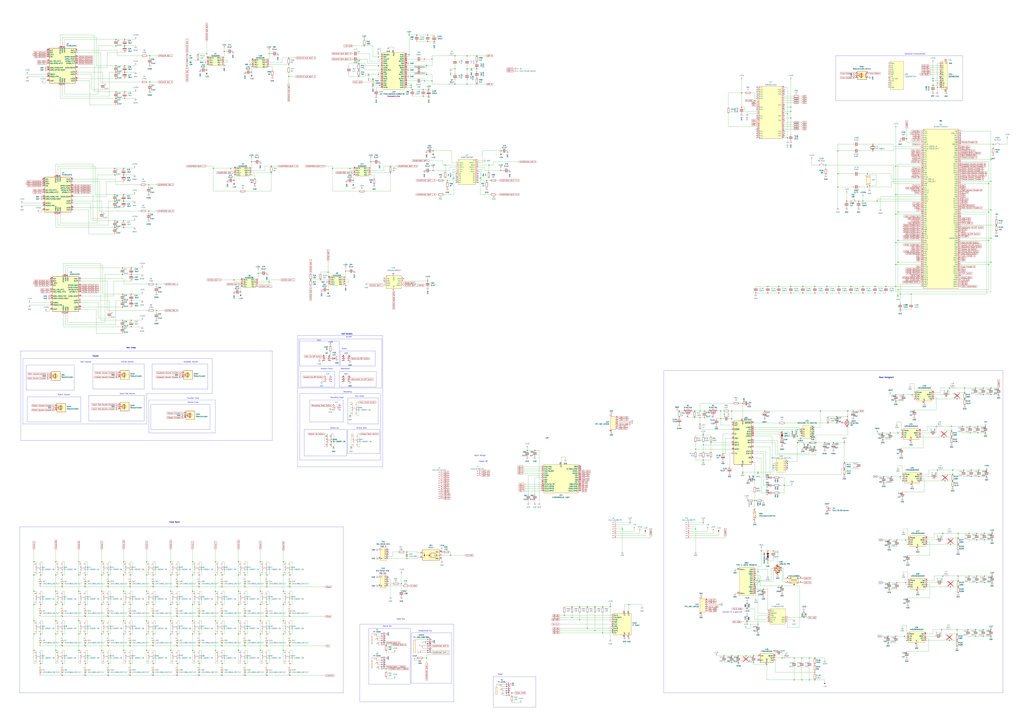
<source format=kicad_sch>
(kicad_sch (version 20250114) (generator "eeschema") (generator_version "9.0")
  (paper "A0")
  (lib_symbols
    (symbol "Audio:PCM5122PW"
      (property "Reference" "U" (at -13.97 21.59 0))
      (property "Value" "PCM5122PW" (at 10.16 21.59 0))
      (symbol "PCM5122PW_1_1"
        (pin input line (at -17.78 17.78 0) (length 2.54) (name "SCK") (number "20"))
        (pin bidirectional line (at -17.78 15.24 0) (length 2.54) (name "BCK") (number "21"))
        (pin bidirectional line (at -17.78 12.7 0) (length 2.54) (name "LRCK") (number "23"))
        (pin input line (at -17.78 10.16 0) (length 2.54) (name "DIN") (number "22"))
        (pin input line (at -17.78 5.08 0) (length 2.54) (name "SCL/MC/ATT1") (number "12"))
        (pin bidirectional line (at -17.78 2.54 0) (length 2.54) (name "SDA/MOSI/ATT2") (number "11"))
        (pin bidirectional line (at -17.78 -2.54 0) (length 2.54) (name "ADR1/MISO/FMT") (number "24"))
        (pin bidirectional line (at -17.78 -5.08 0) (length 2.54) (name "ADR2/GPIO2/DOUT") (number "16"))
        (pin input line (at -17.78 -10.16 0) (length 2.54) (name "MODE1") (number "17"))
        (pin input line (at -17.78 -12.7 0) (length 2.54) (name "MODE2/MS") (number "18"))
        (pin input line (at -17.78 -17.78 0) (length 2.54) (name "XSMT") (number "25"))
        (pin power_in line (at -2.54 22.86 270) (length 2.54) (name "CPVDD") (number "1"))
        (pin power_in line (at -2.54 -22.86 90) (length 2.54) (name "CPGND") (number "3"))
        (pin power_in line (at 0 22.86 270) (length 2.54) (name "DVDD") (number "28"))
        (pin power_in line (at 0 -22.86 90) (length 2.54) (name "DGND") (number "27"))
        (pin power_in line (at 2.54 22.86 270) (length 2.54) (name "AVDD") (number "8"))
        (pin power_in line (at 2.54 -22.86 90) (length 2.54) (name "AGND") (number "9"))
        (pin output line (at 17.78 17.78 180) (length 2.54) (name "OUTL") (number "6"))
        (pin output line (at 17.78 15.24 180) (length 2.54) (name "OUTR") (number "7"))
        (pin bidirectional line (at 17.78 10.16 180) (length 2.54) (name "GPIO3/AGNS") (number "15"))
        (pin bidirectional line (at 17.78 7.62 180) (length 2.54) (name "GPIO4/MAST") (number "14"))
        (pin bidirectional line (at 17.78 5.08 180) (length 2.54) (name "GPIO5/ATT0") (number "13"))
        (pin bidirectional line (at 17.78 2.54 180) (length 2.54) (name "GPIO6/FLT") (number "19"))
        (pin bidirectional line (at 17.78 -2.54 180) (length 2.54) (name "VCOM/DEMP") (number "10"))
        (pin passive line (at 17.78 -7.62 180) (length 2.54) (name "CAPP") (number "2"))
        (pin passive line (at 17.78 -10.16 180) (length 2.54) (name "CAPM") (number "4"))
        (pin passive line (at 17.78 -15.24 180) (length 2.54) (name "LDOO") (number "26"))
        (pin passive line (at 17.78 -17.78 180) (length 2.54) (name "VNEG") (number "5"))
      )
    )
    (symbol "Battery_Management:BQ24610"
      (property "Reference" "U" (at -10.16 26.67 0))
      (property "Value" "BQ24610" (at 7.62 -26.67 0))
      (symbol "BQ24610_1_1"
        (pin input line (at -12.7 22.86 0) (length 2.54) (name "ACN") (number "1"))
        (pin input line (at -12.7 20.32 0) (length 2.54) (name "ACP") (number "2"))
        (pin output line (at -12.7 15.24 0) (length 2.54) (name "~{ACDRV}") (number "3"))
        (pin input line (at -12.7 10.16 0) (length 2.54) (name "CE") (number "4"))
        (pin power_out line (at -12.7 5.08 0) (length 2.54) (name "VREF") (number "10"))
        (pin input line (at -12.7 0 0) (length 2.54) (name "ISET1") (number "11"))
        (pin input line (at -12.7 -2.54 0) (length 2.54) (name "ISET2") (number "15"))
        (pin input line (at -12.7 -7.62 0) (length 2.54) (name "ACSET") (number "16"))
        (pin input line (at -12.7 -12.7 0) (length 2.54) (name "TTC") (number "7"))
        (pin power_in line (at 0 27.94 270) (length 2.54) (name "VCC") (number "24"))
        (pin power_in line (at 0 -27.94 90) (length 2.54) (name "GND") (number "17"))
        (pin passive line (at 0 -27.94 90) (length 2.54) (hide yes) (name "GND") (number "25"))
        (pin output line (at 12.7 22.86 180) (length 2.54) (name "~{BATDRV}") (number "23"))
        (pin output line (at 12.7 17.78 180) (length 2.54) (name "HIDRV") (number "21"))
        (pin power_in line (at 12.7 15.24 180) (length 2.54) (name "PH") (number "20"))
        (pin power_in line (at 12.7 12.7 180) (length 2.54) (name "BTST") (number "22"))
        (pin output line (at 12.7 10.16 180) (length 2.54) (name "REGN") (number "18"))
        (pin output line (at 12.7 7.62 180) (length 2.54) (name "LODRV") (number "19"))
        (pin input line (at 12.7 2.54 180) (length 2.54) (name "SRP") (number "14"))
        (pin input line (at 12.7 0 180) (length 2.54) (name "SRN") (number "13"))
        (pin output line (at 12.7 -5.08 180) (length 2.54) (name "VFB") (number "12"))
        (pin open_collector line (at 12.7 -10.16 180) (length 2.54) (name "STAT1") (number "5"))
        (pin open_collector line (at 12.7 -12.7 180) (length 2.54) (name "STAT2") (number "9"))
        (pin open_collector line (at 12.7 -17.78 180) (length 2.54) (name "~{PG}") (number "8"))
        (pin input line (at 12.7 -22.86 180) (length 2.54) (name "TS") (number "6"))
      )
    )
    (symbol "Connector:Conn_01x02_Socket" (pin_names (offset 1.016) (hide yes))
      (property "Reference" "J" (at 0 2.54 0))
      (property "Value" "Conn_01x02_Socket" (at 0 -5.08 0))
      (symbol "Conn_01x02_Socket_1_1"
        (pin passive line (at -5.08 0 0) (length 3.81) (name "Pin_1") (number "1"))
        (pin passive line (at -5.08 -2.54 0) (length 3.81) (name "Pin_2") (number "2"))
      )
    )
    (symbol "Connector:Conn_01x03_Pin" (pin_names (offset 1.016) (hide yes))
      (property "Reference" "J" (at 0 5.08 0))
      (property "Value" "Conn_01x03_Pin" (at 0 -5.08 0))
      (symbol "Conn_01x03_Pin_1_1"
        (pin passive line (at 5.08 2.54 180) (length 3.81) (name "Pin_1") (number "1"))
        (pin passive line (at 5.08 0 180) (length 3.81) (name "Pin_2") (number "2"))
        (pin passive line (at 5.08 -2.54 180) (length 3.81) (name "Pin_3") (number "3"))
      )
    )
    (symbol "Connector:Conn_01x08_Pin" (pin_names (offset 1.016) (hide yes))
      (property "Reference" "J" (at 0 10.16 0))
      (property "Value" "Conn_01x08_Pin" (at 0 -12.7 0))
      (symbol "Conn_01x08_Pin_1_1"
        (pin passive line (at 5.08 7.62 180) (length 3.81) (name "Pin_1") (number "1"))
        (pin passive line (at 5.08 5.08 180) (length 3.81) (name "Pin_2") (number "2"))
        (pin passive line (at 5.08 2.54 180) (length 3.81) (name "Pin_3") (number "3"))
        (pin passive line (at 5.08 0 180) (length 3.81) (name "Pin_4") (number "4"))
        (pin passive line (at 5.08 -2.54 180) (length 3.81) (name "Pin_5") (number "5"))
        (pin passive line (at 5.08 -5.08 180) (length 3.81) (name "Pin_6") (number "6"))
        (pin passive line (at 5.08 -7.62 180) (length 3.81) (name "Pin_7") (number "7"))
        (pin passive line (at 5.08 -10.16 180) (length 3.81) (name "Pin_8") (number "8"))
      )
    )
    (symbol "Connector:Conn_01x13_Pin" (pin_names (offset 1.016) (hide yes))
      (property "Reference" "J" (at 0 17.78 0))
      (property "Value" "Conn_01x13_Pin" (at 0 -17.78 0))
      (symbol "Conn_01x13_Pin_1_1"
        (pin passive line (at 5.08 15.24 180) (length 3.81) (name "Pin_1") (number "1"))
        (pin passive line (at 5.08 12.7 180) (length 3.81) (name "Pin_2") (number "2"))
        (pin passive line (at 5.08 10.16 180) (length 3.81) (name "Pin_3") (number "3"))
        (pin passive line (at 5.08 7.62 180) (length 3.81) (name "Pin_4") (number "4"))
        (pin passive line (at 5.08 5.08 180) (length 3.81) (name "Pin_5") (number "5"))
        (pin passive line (at 5.08 2.54 180) (length 3.81) (name "Pin_6") (number "6"))
        (pin passive line (at 5.08 0 180) (length 3.81) (name "Pin_7") (number "7"))
        (pin passive line (at 5.08 -2.54 180) (length 3.81) (name "Pin_8") (number "8"))
        (pin passive line (at 5.08 -5.08 180) (length 3.81) (name "Pin_9") (number "9"))
        (pin passive line (at 5.08 -7.62 180) (length 3.81) (name "Pin_10") (number "10"))
        (pin passive line (at 5.08 -10.16 180) (length 3.81) (name "Pin_11") (number "11"))
        (pin passive line (at 5.08 -12.7 180) (length 3.81) (name "Pin_12") (number "12"))
        (pin passive line (at 5.08 -15.24 180) (length 3.81) (name "Pin_13") (number "13"))
      )
    )
    (symbol "Device:C" (pin_numbers (hide yes)) (pin_names (offset 0.254))
      (property "Reference" "C" (at 0.635 2.54 0))
      (property "Value" "C" (at 0.635 -2.54 0))
      (symbol "C_1_1"
        (pin passive line (at 0 3.81 270) (length 2.794) (name "~") (number "1"))
        (pin passive line (at 0 -3.81 90) (length 2.794) (name "~") (number "2"))
      )
    )
    (symbol "Device:C_Polarized" (pin_numbers (hide yes)) (pin_names (offset 0.254))
      (property "Reference" "C" (at 0.635 2.54 0))
      (property "Value" "C_Polarized" (at 0.635 -2.54 0))
      (symbol "C_Polarized_1_1"
        (pin passive line (at 0 3.81 270) (length 2.794) (name "~") (number "1"))
        (pin passive line (at 0 -3.81 90) (length 2.794) (name "~") (number "2"))
      )
    )
    (symbol "Device:Crystal" (pin_numbers (hide yes)) (pin_names (offset 1.016) (hide yes))
      (property "Reference" "Y" (at 0 3.81 0))
      (property "Value" "Crystal" (at 0 -3.81 0))
      (symbol "Crystal_1_1"
        (pin passive line (at -3.81 0 0) (length 1.27) (name "1") (number "1"))
        (pin passive line (at 3.81 0 180) (length 1.27) (name "2") (number "2"))
      )
    )
    (symbol "Device:FerriteBead" (pin_numbers (hide yes)) (pin_names (offset 0))
      (property "Reference" "FB" (at -3.81 0.635 90))
      (property "Value" "FerriteBead" (at 3.81 0 90))
      (symbol "FerriteBead_1_1"
        (pin passive line (at 0 3.81 270) (length 2.54) (name "~") (number "1"))
        (pin passive line (at 0 -3.81 90) (length 2.54) (name "~") (number "2"))
      )
    )
    (symbol "Device:L" (pin_numbers (hide yes)) (pin_names (offset 1.016) (hide yes))
      (property "Reference" "L" (at -1.27 0 90))
      (property "Value" "L" (at 1.905 0 90))
      (symbol "L_1_1"
        (pin passive line (at 0 3.81 270) (length 1.27) (name "1") (number "1"))
        (pin passive line (at 0 -3.81 90) (length 1.27) (name "2") (number "2"))
      )
    )
    (symbol "Device:LED" (pin_numbers (hide yes)) (pin_names (offset 1.016) (hide yes))
      (property "Reference" "D" (at 0 2.54 0))
      (property "Value" "LED" (at 0 -2.54 0))
      (symbol "LED_1_1"
        (pin passive line (at -3.81 0 0) (length 2.54) (name "K") (number "1"))
        (pin passive line (at 3.81 0 180) (length 2.54) (name "A") (number "2"))
      )
    )
    (symbol "Device:R" (pin_numbers (hide yes)) (pin_names (offset 0))
      (property "Reference" "R" (at 2.032 0 90))
      (property "Value" "R" (at 0 0 90))
      (symbol "R_1_1"
        (pin passive line (at 0 3.81 270) (length 1.27) (name "~") (number "1"))
        (pin passive line (at 0 -3.81 90) (length 1.27) (name "~") (number "2"))
      )
    )
    (symbol "Device:RotaryEncoder" (pin_names (offset 0.254) (hide yes))
      (property "Reference" "SW" (at 0 6.604 0))
      (property "Value" "RotaryEncoder" (at 0 -6.604 0))
      (symbol "RotaryEncoder_1_1"
        (pin passive line (at -7.62 2.54 0) (length 2.54) (name "A") (number "A"))
        (pin passive line (at -7.62 0 0) (length 2.54) (name "C") (number "C"))
        (pin passive line (at -7.62 -2.54 0) (length 2.54) (name "B") (number "B"))
      )
    )
    (symbol "Diode:1N4148WT" (pin_numbers (hide yes)) (pin_names (hide yes))
      (property "Reference" "D" (at 0 2.54 0))
      (property "Value" "1N4148WT" (at 0 -2.54 0))
      (symbol "1N4148WT_1_1"
        (pin passive line (at -3.81 0 0) (length 2.54) (name "K") (number "1"))
        (pin passive line (at 3.81 0 180) (length 2.54) (name "A") (number "2"))
      )
    )
    (symbol "PCM_4ms_Power-symbol:+3.3V" (power) (pin_names (offset 0))
      (property "Value" "+3.3V" (at 0 3.556 0))
      (symbol "+3.3V_1_1"
        (pin power_in line (at 0 0 90) (length 0) (hide yes) (name "+3V3") (number "1"))
      )
    )
    (symbol "PCM_Diode_Schottky_AKL:BAT54" (pin_names (offset 1.016) (hide yes))
      (property "Reference" "D" (at 0 6.35 0))
      (property "Value" "BAT54" (at 0 3.81 0))
      (symbol "BAT54_1_1"
        (pin passive line (at -3.81 0 0) (length 2.54) (name "A") (number "1"))
        (pin free line (at 0 0 0) (length 2.54) (hide yes) (name "NC") (number "2"))
        (pin passive line (at 3.81 0 180) (length 2.54) (name "K") (number "3"))
      )
      (symbol "BAT54_1_2"
        (pin passive line (at -2.54 -2.54 0) (length 0) (name "A") (number "2"))
        (pin free line (at 0 0 0) (length 2.54) (hide yes) (name "NC") (number "2"))
        (pin passive line (at 2.54 2.54 180) (length 0) (name "K") (number "1"))
      )
    )
    (symbol "PCM_Diode_TVS_AKL:PESD15VL1BA" (pin_numbers (hide yes)) (pin_names (offset 1.016) (hide yes))
      (property "Reference" "D" (at 0 5.08 0))
      (property "Value" "PESD15VL1BA" (at 0 2.54 0))
      (symbol "PESD15VL1BA_1_1"
        (pin passive line (at -5.08 0 0) (length 2.54) (name "K") (number "1"))
        (pin passive line (at 5.08 0 180) (length 2.54) (name "A") (number "2"))
      )
      (symbol "PESD15VL1BA_1_2"
        (pin passive line (at -3.81 -3.81 0) (length 0) (name "A") (number "2"))
        (pin passive line (at 3.81 3.81 180) (length 0) (name "K") (number "1"))
      )
    )
    (symbol "PCM_Optocoupler_Logic_AKL:H11L1" (pin_names (offset 1.016))
      (property "Reference" "OC" (at -11.43 11.43 0))
      (property "Value" "H11L1" (at -11.43 8.89 0))
      (symbol "H11L1_1_1"
        (pin passive line (at -13.97 2.54 0) (length 2.54) (name "~") (number "1"))
        (pin passive line (at -13.97 -2.54 0) (length 2.54) (name "~") (number "2"))
        (pin free line (at 0 0 0) (length 2.54) (hide yes) (name "NC") (number "3"))
        (pin power_in line (at 11.43 3.81 180) (length 2.54) (name "VCC") (number "6"))
        (pin open_collector line (at 11.43 0 180) (length 2.54) (name "~") (number "4"))
        (pin power_in line (at 11.43 -3.81 180) (length 2.54) (name "GND") (number "5"))
      )
    )
    (symbol "Power_Protection:USBLC6-2P6" (pin_names (hide yes))
      (property "Reference" "U" (at 0.635 5.715 0))
      (property "Value" "USBLC6-2P6" (at 0.635 3.81 0))
      (symbol "USBLC6-2P6_1_1"
        (pin passive line (at -5.08 0 0) (length 2.54) (name "I/O1") (number "1"))
        (pin passive line (at -5.08 -2.54 0) (length 2.54) (name "I/O2") (number "3"))
        (pin passive line (at 0 5.08 270) (length 2.54) (name "VBUS") (number "5"))
        (pin passive line (at 0 -7.62 90) (length 2.54) (name "GND") (number "2"))
        (pin passive line (at 5.08 0 180) (length 2.54) (name "I/O1") (number "6"))
        (pin passive line (at 5.08 -2.54 180) (length 2.54) (name "I/O2") (number "4"))
      )
    )
    (symbol "Regulator_Switching:TPS54202DDC"
      (property "Reference" "U" (at -7.62 6.35 0))
      (property "Value" "TPS54202DDC" (at 0 6.35 0))
      (symbol "TPS54202DDC_1_1"
        (pin power_in line (at -10.16 2.54 0) (length 2.54) (name "VIN") (number "3"))
        (pin input line (at -10.16 -2.54 0) (length 2.54) (name "EN") (number "5"))
        (pin power_in line (at 0 -7.62 90) (length 2.54) (name "GND") (number "1"))
        (pin passive line (at 10.16 2.54 180) (length 2.54) (name "BOOT") (number "6"))
        (pin power_out line (at 10.16 0 180) (length 2.54) (name "SW") (number "2"))
        (pin input line (at 10.16 -2.54 180) (length 2.54) (name "FB") (number "4"))
      )
    )
    (symbol "RotaryEncoder_Switch_1" (pin_names (offset 0.254) (hide yes))
      (property "Reference" "SW" (at 0 6.604 0))
      (property "Value" "RotaryEncoder_Switch" (at 0 -6.604 0))
      (symbol "RotaryEncoder_Switch_1_1_1"
        (pin passive line (at -7.62 2.54 0) (length 2.54) (name "A") (number "A"))
        (pin passive line (at -7.62 0 0) (length 2.54) (name "C") (number "C"))
        (pin passive line (at -7.62 -2.54 0) (length 2.54) (name "B") (number "B"))
        (pin passive line (at 7.62 2.54 180) (length 2.54) (name "S1") (number "D"))
        (pin passive line (at 7.62 -2.54 180) (length 2.54) (name "S2") (number "E"))
      )
    )
    (symbol "Switch:SW_Push" (pin_numbers (hide yes)) (pin_names (offset 1.016) (hide yes))
      (property "Reference" "SW" (at 1.27 2.54 0))
      (property "Value" "SW_Push" (at 0 -1.524 0))
      (symbol "SW_Push_0_1"
        (pin passive line (at -5.08 0 0) (length 2.54) (name "1") (number "1"))
        (pin passive line (at 5.08 0 180) (length 2.54) (name "2") (number "2"))
      )
    )
    (symbol "Transistor_FET:Si7617DN" (pin_names (hide yes))
      (property "Reference" "Q" (at 5.08 1.905 0))
      (property "Value" "Si7617DN" (at 5.08 0 0))
      (symbol "Si7617DN_1_1"
        (pin input line (at -5.08 0 0) (length 2.54) (name "G") (number "4"))
        (pin passive line (at 2.54 5.08 270) (length 2.54) (name "D") (number "5"))
        (pin passive line (at 2.54 -5.08 90) (length 2.54) (name "S") (number "1"))
        (pin passive line (at 2.54 -5.08 90) (length 2.54) (hide yes) (name "S") (number "2"))
        (pin passive line (at 2.54 -5.08 90) (length 2.54) (hide yes) (name "S") (number "3"))
      )
    )
    (symbol "lcsc:1N4148WS_C917117"
      (property "Reference" "D" (at 0 5.08 0))
      (property "Value" "1N4148WS_C917117" (at 0 -5.08 0))
      (symbol "1N4148WS_C917117_0_1"
        (pin unspecified line (at -5.08 0 0) (length 2.54) (name "C") (number "1"))
        (pin unspecified line (at 5.08 0 180) (length 2.54) (name "A") (number "2"))
      )
    )
    (symbol "lcsc:5034801200"
      (property "Reference" "FPC" (at 0 24.13 0))
      (property "Value" "5034801200" (at 0 -24.13 0))
      (symbol "5034801200_0_1"
        (pin unspecified line (at -5.08 13.97 0) (length 2.54) (name "1") (number "1"))
        (pin unspecified line (at -5.08 11.43 0) (length 2.54) (name "2") (number "2"))
        (pin unspecified line (at -5.08 8.89 0) (length 2.54) (name "3") (number "3"))
        (pin unspecified line (at -5.08 6.35 0) (length 2.54) (name "4") (number "4"))
        (pin unspecified line (at -5.08 3.81 0) (length 2.54) (name "5") (number "5"))
        (pin unspecified line (at -5.08 1.27 0) (length 2.54) (name "6") (number "6"))
        (pin unspecified line (at -5.08 -1.27 0) (length 2.54) (name "7") (number "7"))
        (pin unspecified line (at -5.08 -3.81 0) (length 2.54) (name "8") (number "8"))
        (pin unspecified line (at -5.08 -6.35 0) (length 2.54) (name "9") (number "9"))
        (pin unspecified line (at -5.08 -8.89 0) (length 2.54) (name "10") (number "10"))
        (pin unspecified line (at -5.08 -11.43 0) (length 2.54) (name "11") (number "11"))
        (pin unspecified line (at -5.08 -13.97 0) (length 2.54) (name "12") (number "12"))
        (pin unspecified line (at 2.54 19.05 270) (length 2.54) (name "14") (number "14"))
        (pin unspecified line (at 2.54 -19.05 90) (length 2.54) (name "13") (number "13"))
      )
    )
    (symbol "lcsc:CRYSTAL"
      (property "Reference" "U" (at 0 8.382 0))
      (symbol "CRYSTAL_1_1"
        (pin input line (at -6.35 5.08 0) (length 2.54) (name "") (number "1"))
        (pin input line (at -6.35 2.54 0) (length 2.54) (name "") (number "2"))
        (pin input line (at 6.35 5.08 180) (length 2.54) (name "") (number "3"))
        (pin input line (at 6.35 2.54 180) (length 2.54) (name "") (number "4"))
      )
    )
    (symbol "lcsc:CY8CMBR3116-LQXIT"
      (property "Reference" "U" (at 0 24.13 0))
      (property "Value" "CY8CMBR3116-LQXIT" (at 0 -19.05 0))
      (symbol "CY8CMBR3116-LQXIT_0_1"
        (pin unspecified line (at -22.86 13.97 0) (length 2.54) (name "CS0/PS0") (number "1"))
        (pin unspecified line (at -22.86 11.43 0) (length 2.54) (name "CS1/PS1") (number "2"))
        (pin unspecified line (at -22.86 8.89 0) (length 2.54) (name "CS2/GUARD") (number "3"))
        (pin unspecified line (at -22.86 6.35 0) (length 2.54) (name "CS3") (number "4"))
        (pin unspecified line (at -22.86 3.81 0) (length 2.54) (name "CMOD") (number "5"))
        (pin unspecified line (at -22.86 1.27 0) (length 2.54) (name "VCC") (number "6"))
        (pin unspecified line (at -22.86 -1.27 0) (length 2.54) (name "VDD") (number "7"))
        (pin unspecified line (at -22.86 -3.81 0) (length 2.54) (name "VSS") (number "8"))
        (pin unspecified line (at -22.86 -6.35 0) (length 2.54) (name "CS15/SH/~{HI}") (number "9"))
        (pin unspecified line (at -22.86 -8.89 0) (length 2.54) (name "CS14/GPO6") (number "10"))
        (pin unspecified line (at -22.86 -11.43 0) (length 2.54) (name "CS13/GPO5") (number "11"))
        (pin unspecified line (at -22.86 -13.97 0) (length 2.54) (name "CS12/GPO4") (number "12"))
        (pin unspecified line (at 0 19.05 270) (length 2.54) (name "EP") (number "25"))
        (pin unspecified line (at 22.86 13.97 180) (length 2.54) (name "~{XRES}") (number "24"))
        (pin unspecified line (at 22.86 11.43 180) (length 2.54) (name "HI/BUZ/GPO7") (number "23"))
        (pin unspecified line (at 22.86 8.89 180) (length 2.54) (name "I2CSCL") (number "22"))
        (pin unspecified line (at 22.86 6.35 180) (length 2.54) (name "I2CSDA") (number "21"))
        (pin unspecified line (at 22.86 3.81 180) (length 2.54) (name "CS4") (number "20"))
        (pin unspecified line (at 22.86 1.27 180) (length 2.54) (name "CS5") (number "19"))
        (pin unspecified line (at 22.86 -1.27 180) (length 2.54) (name "CS6") (number "18"))
        (pin unspecified line (at 22.86 -3.81 180) (length 2.54) (name "CS7") (number "17"))
        (pin unspecified line (at 22.86 -6.35 180) (length 2.54) (name "CS8/GPO0") (number "16"))
        (pin unspecified line (at 22.86 -8.89 180) (length 2.54) (name "CS9/GPO1") (number "15"))
        (pin unspecified line (at 22.86 -11.43 180) (length 2.54) (name "CS10/GPO2") (number "14"))
        (pin unspecified line (at 22.86 -13.97 180) (length 2.54) (name "CS11/GPO3") (number "13"))
      )
    )
    (symbol "lcsc:DIN-504B-M10"
      (property "Reference" "CN" (at 0 10.16 0))
      (property "Value" "DIN-504B-M10" (at 0 -10.16 0))
      (symbol "DIN-504B-M10_0_1"
        (pin unspecified line (at -6.35 5.08 0) (length 2.54) (name "1") (number "1"))
        (pin unspecified line (at -6.35 2.54 0) (length 2.54) (name "2") (number "2"))
        (pin unspecified line (at -6.35 0 0) (length 2.54) (name "3") (number "3"))
        (pin unspecified line (at -6.35 -2.54 0) (length 2.54) (name "4") (number "4"))
        (pin unspecified line (at -6.35 -5.08 0) (length 2.54) (name "5") (number "5"))
        (pin unspecified line (at 5.08 5.08 180) (length 2.54) (name "7") (number "7"))
        (pin unspecified line (at 5.08 -5.08 180) (length 2.54) (name "6") (number "6"))
      )
    )
    (symbol "lcsc:FPC-05F-6PH20"
      (property "Reference" "U27" (at 3.81 -3.1749 0))
      (property "Value" "FPC-05F-6PH20" (at 3.81 -5.08 0))
      (symbol "FPC-05F-6PH20_1_1"
        (pin input line (at -6.35 2.54 0) (length 2.54) (name "") (number "1"))
        (pin input line (at -6.35 0 0) (length 2.54) (name "") (number "2"))
        (pin input line (at -6.35 -2.54 0) (length 2.54) (name "") (number "3"))
        (pin input line (at -6.35 -5.08 0) (length 2.54) (name "") (number "4"))
        (pin input line (at -6.35 -7.62 0) (length 2.54) (name "") (number "5"))
        (pin input line (at -6.35 -10.16 0) (length 2.54) (name "") (number "6"))
        (pin input line (at 1.27 6.35 270) (length 2.54) (name "") (number "8"))
        (pin input line (at 1.27 -13.97 90) (length 2.54) (name "") (number "7"))
      )
    )
    (symbol "lcsc:HS20HS072RX"
      (property "Reference" "U" (at 0 19.05 0))
      (property "Value" "HS20HS072RX" (at 0 -19.05 0))
      (symbol "HS20HS072RX_0_1"
        (pin unspecified line (at -10.16 13.97 0) (length 2.54) (name "GND") (number "1"))
        (pin unspecified line (at -10.16 11.43 0) (length 2.54) (name "CS") (number "2"))
        (pin unspecified line (at -10.16 8.89 0) (length 2.54) (name "RS") (number "3"))
        (pin unspecified line (at -10.16 6.35 0) (length 2.54) (name "SCL") (number "4"))
        (pin unspecified line (at -10.16 3.81 0) (length 2.54) (name "SDA") (number "5"))
        (pin unspecified line (at -10.16 1.27 0) (length 2.54) (name "RST") (number "6"))
        (pin unspecified line (at -10.16 -1.27 0) (length 2.54) (name "NC") (number "7"))
        (pin unspecified line (at -10.16 -3.81 0) (length 2.54) (name "I/O-VCC") (number "8"))
        (pin unspecified line (at -10.16 -6.35 0) (length 2.54) (name "VCC") (number "9"))
        (pin unspecified line (at -10.16 -8.89 0) (length 2.54) (name "A") (number "10"))
        (pin unspecified line (at -10.16 -11.43 0) (length 2.54) (name "K") (number "11"))
        (pin unspecified line (at -10.16 -13.97 0) (length 2.54) (name "GND") (number "12"))
      )
    )
    (symbol "lcsc:LMR33630ADDAR"
      (property "Reference" "U" (at 0 8.89 0))
      (property "Value" "LMR33630ADDAR" (at 0 -13.97 0))
      (symbol "LMR33630ADDAR_0_1"
        (pin unspecified line (at -11.43 3.81 0) (length 2.54) (name "PGND") (number "1"))
        (pin unspecified line (at -11.43 1.27 0) (length 2.54) (name "VIN") (number "2"))
        (pin unspecified line (at -11.43 -1.27 0) (length 2.54) (name "EN") (number "3"))
        (pin unspecified line (at -11.43 -3.81 0) (length 2.54) (name "PG") (number "4"))
        (pin unspecified line (at 0 -8.89 90) (length 2.54) (name "EP") (number "9"))
        (pin unspecified line (at 11.43 3.81 180) (length 2.54) (name "SW") (number "8"))
        (pin unspecified line (at 11.43 1.27 180) (length 2.54) (name "BOOT") (number "7"))
        (pin unspecified line (at 11.43 -1.27 180) (length 2.54) (name "VCC") (number "6"))
        (pin unspecified line (at 11.43 -3.81 180) (length 2.54) (name "FB") (number "5"))
      )
    )
    (symbol "lcsc:NE5532DR"
      (property "Reference" "U18" (at 0 8.89 0))
      (property "Value" "NE5532DR" (at 0 6.35 0))
      (symbol "NE5532DR_1_1"
        (pin input line (at -10.16 3.81 0) (length 2.54) (name "OUT1") (number "8"))
        (pin input line (at -10.16 1.27 0) (length 2.54) (name "IN1-") (number "7"))
        (pin input line (at -10.16 -1.27 0) (length 2.54) (name "IN1+") (number "6"))
        (pin input line (at -10.16 -3.81 0) (length 2.54) (name "VCC-") (number "5"))
        (pin input line (at 10.16 3.81 180) (length 2.54) (name "VCC+") (number "1"))
        (pin input line (at 10.16 1.27 180) (length 2.54) (name "OUT2") (number "2"))
        (pin input line (at 10.16 -1.27 180) (length 2.54) (name "IN2-") (number "3"))
        (pin input line (at 10.16 -3.81 180) (length 2.54) (name "IN2+") (number "4"))
      )
    )
    (symbol "lcsc:NTCG163JF103FT1S"
      (property "Reference" "R" (at 0 5.08 0))
      (property "Value" "NTCG163JF103FT1S" (at 0 -5.08 0))
      (symbol "NTCG163JF103FT1S_0_1"
        (pin unspecified line (at -7.62 0 0) (length 3.81) (name "1") (number "1"))
        (pin unspecified line (at 7.62 0 180) (length 3.81) (name "2") (number "2"))
      )
    )
    (symbol "lcsc:PJ-393_C2837065"
      (property "Reference" "AUDIO" (at 0 13.97 0))
      (property "Value" "PJ-393_C2837065" (at 0 -11.43 0))
      (symbol "PJ-393_C2837065_0_1"
        (pin unspecified line (at 6.35 8.89 180) (length 2.54) (name "1") (number "1"))
        (pin unspecified line (at 6.35 6.35 180) (length 2.54) (name "4") (number "4"))
        (pin unspecified line (at 6.35 3.81 180) (length 2.54) (name "8") (number "8"))
        (pin unspecified line (at 6.35 1.27 180) (length 2.54) (name "3") (number "3"))
        (pin unspecified line (at 6.35 -1.27 180) (length 2.54) (name "7") (number "7"))
        (pin unspecified line (at 6.35 -3.81 180) (length 2.54) (name "6") (number "6"))
        (pin unspecified line (at 6.35 -6.35 180) (length 2.54) (name "2") (number "2"))
      )
    )
    (symbol "lcsc:PJ-625G"
      (property "Reference" "J" (at 0 12.7 0))
      (property "Value" "PJ-625G" (at 0 -10.16 0))
      (symbol "PJ-625G_0_1"
        (pin unspecified line (at 7.62 7.62 180) (length 2.54) (name "2") (number "2"))
        (pin unspecified line (at 7.62 5.08 180) (length 2.54) (name "3") (number "3"))
        (pin unspecified line (at 7.62 2.54 180) (length 2.54) (name "4") (number "4"))
        (pin unspecified line (at 7.62 0 180) (length 2.54) (name "5") (number "5"))
        (pin unspecified line (at 7.62 -2.54 180) (length 2.54) (name "6") (number "6"))
        (pin unspecified line (at 7.62 -5.08 180) (length 2.54) (name "7") (number "7"))
      )
    )
    (symbol "lcsc:SIS412DN-T1-GE3-ES"
      (property "Reference" "U" (at 0 11.43 0))
      (property "Value" "SIS412DN-T1-GE3-ES" (at 0 -8.89 0))
      (symbol "SIS412DN-T1-GE3-ES_0_1"
        (pin unspecified line (at -7.62 3.81 0) (length 2.54) (name "S") (number "1"))
        (pin unspecified line (at -7.62 1.27 0) (length 2.54) (name "S") (number "2"))
        (pin unspecified line (at -7.62 -1.27 0) (length 2.54) (name "S") (number "3"))
        (pin unspecified line (at -7.62 -3.81 0) (length 2.54) (name "G") (number "4"))
        (pin unspecified line (at 7.62 6.35 180) (length 2.54) (name "D") (number "9"))
        (pin unspecified line (at 7.62 3.81 180) (length 2.54) (name "D") (number "8"))
        (pin unspecified line (at 7.62 1.27 180) (length 2.54) (name "D") (number "7"))
        (pin unspecified line (at 7.62 -1.27 180) (length 2.54) (name "D") (number "6"))
        (pin unspecified line (at 7.62 -3.81 180) (length 2.54) (name "D") (number "5"))
      )
    )
    (symbol "lcsc:STM32H723ZGT6"
      (property "Reference" "U" (at 0 95.25 0))
      (property "Value" "STM32H723ZGT6" (at 0 -95.25 0))
      (symbol "STM32H723ZGT6_0_1"
        (pin unspecified line (at -22.86 90.17 0) (length 2.54) (name "PE2") (number "1"))
        (pin unspecified line (at -22.86 87.63 0) (length 2.54) (name "PE3") (number "2"))
        (pin unspecified line (at -22.86 85.09 0) (length 2.54) (name "PE4") (number "3"))
        (pin unspecified line (at -22.86 82.55 0) (length 2.54) (name "PE5") (number "4"))
        (pin unspecified line (at -22.86 80.01 0) (length 2.54) (name "PE6") (number "5"))
        (pin unspecified line (at -22.86 77.47 0) (length 2.54) (name "VBAT") (number "6"))
        (pin unspecified line (at -22.86 74.93 0) (length 2.54) (name "PC13") (number "7"))
        (pin unspecified line (at -22.86 72.39 0) (length 2.54) (name "PC14-OSC32_IN") (number "8"))
        (pin unspecified line (at -22.86 69.85 0) (length 2.54) (name "PC15-OSC32_OUT") (number "9"))
        (pin unspecified line (at -22.86 67.31 0) (length 2.54) (name "PF0") (number "10"))
        (pin unspecified line (at -22.86 64.77 0) (length 2.54) (name "PF1") (number "11"))
        (pin unspecified line (at -22.86 62.23 0) (length 2.54) (name "PF2") (number "12"))
        (pin unspecified line (at -22.86 59.69 0) (length 2.54) (name "PF3") (number "13"))
        (pin unspecified line (at -22.86 57.15 0) (length 2.54) (name "PF4") (number "14"))
        (pin unspecified line (at -22.86 54.61 0) (length 2.54) (name "PF5") (number "15"))
        (pin unspecified line (at -22.86 52.07 0) (length 2.54) (name "VSS") (number "16"))
        (pin unspecified line (at -22.86 49.53 0) (length 2.54) (name "VDD") (number "17"))
        (pin unspecified line (at -22.86 46.99 0) (length 2.54) (name "PF6") (number "18"))
        (pin unspecified line (at -22.86 44.45 0) (length 2.54) (name "PF7") (number "19"))
        (pin unspecified line (at -22.86 41.91 0) (length 2.54) (name "PF8") (number "20"))
        (pin unspecified line (at -22.86 39.37 0) (length 2.54) (name "PF9") (number "21"))
        (pin unspecified line (at -22.86 36.83 0) (length 2.54) (name "PF10") (number "22"))
        (pin unspecified line (at -22.86 34.29 0) (length 2.54) (name "PH0-OSC_IN") (number "23"))
        (pin unspecified line (at -22.86 31.75 0) (length 2.54) (name "PH1-OSC_OUT") (number "24"))
        (pin unspecified line (at -22.86 29.21 0) (length 2.54) (name "NRST") (number "25"))
        (pin unspecified line (at -22.86 26.67 0) (length 2.54) (name "PC0") (number "26"))
        (pin unspecified line (at -22.86 24.13 0) (length 2.54) (name "PC1") (number "27"))
        (pin unspecified line (at -22.86 21.59 0) (length 2.54) (name "PC2_C") (number "28"))
        (pin unspecified line (at -22.86 19.05 0) (length 2.54) (name "PC3_C") (number "29"))
        (pin unspecified line (at -22.86 16.51 0) (length 2.54) (name "VDD") (number "30"))
        (pin unspecified line (at -22.86 13.97 0) (length 2.54) (name "VSSA") (number "31"))
        (pin unspecified line (at -22.86 11.43 0) (length 2.54) (name "VREF+") (number "32"))
        (pin unspecified line (at -22.86 8.89 0) (length 2.54) (name "VDDA") (number "33"))
        (pin unspecified line (at -22.86 6.35 0) (length 2.54) (name "PA0") (number "34"))
        (pin unspecified line (at -22.86 3.81 0) (length 2.54) (name "PA1") (number "35"))
        (pin unspecified line (at -22.86 1.27 0) (length 2.54) (name "PA2") (number "36"))
        (pin unspecified line (at -22.86 -1.27 0) (length 2.54) (name "PA3") (number "37"))
        (pin unspecified line (at -22.86 -3.81 0) (length 2.54) (name "VSS") (number "38"))
        (pin unspecified line (at -22.86 -6.35 0) (length 2.54) (name "VDD") (number "39"))
        (pin unspecified line (at -22.86 -8.89 0) (length 2.54) (name "PA4") (number "40"))
        (pin unspecified line (at -22.86 -11.43 0) (length 2.54) (name "PA5") (number "41"))
        (pin unspecified line (at -22.86 -13.97 0) (length 2.54) (name "PA6") (number "42"))
        (pin unspecified line (at -22.86 -16.51 0) (length 2.54) (name "PA7") (number "43"))
        (pin unspecified line (at -22.86 -19.05 0) (length 2.54) (name "PC4") (number "44"))
        (pin unspecified line (at -22.86 -21.59 0) (length 2.54) (name "PC5") (number "45"))
        (pin unspecified line (at -22.86 -24.13 0) (length 2.54) (name "PB0") (number "46"))
        (pin unspecified line (at -22.86 -26.67 0) (length 2.54) (name "PB1") (number "47"))
        (pin unspecified line (at -22.86 -29.21 0) (length 2.54) (name "PB2") (number "48"))
        (pin unspecified line (at -22.86 -31.75 0) (length 2.54) (name "PF11") (number "49"))
        (pin unspecified line (at -22.86 -34.29 0) (length 2.54) (name "PF12") (number "50"))
        (pin unspecified line (at -22.86 -36.83 0) (length 2.54) (name "VSS") (number "51"))
        (pin unspecified line (at -22.86 -39.37 0) (length 2.54) (name "VDD") (number "52"))
        (pin unspecified line (at -22.86 -41.91 0) (length 2.54) (name "PF13") (number "53"))
        (pin unspecified line (at -22.86 -44.45 0) (length 2.54) (name "PF14") (number "54"))
        (pin unspecified line (at -22.86 -46.99 0) (length 2.54) (name "PF15") (number "55"))
        (pin unspecified line (at -22.86 -49.53 0) (length 2.54) (name "PG0") (number "56"))
        (pin unspecified line (at -22.86 -52.07 0) (length 2.54) (name "PG1") (number "57"))
        (pin unspecified line (at -22.86 -54.61 0) (length 2.54) (name "PE7") (number "58"))
        (pin unspecified line (at -22.86 -57.15 0) (length 2.54) (name "PE8") (number "59"))
        (pin unspecified line (at -22.86 -59.69 0) (length 2.54) (name "PE9") (number "60"))
        (pin unspecified line (at -22.86 -62.23 0) (length 2.54) (name "VSS") (number "61"))
        (pin unspecified line (at -22.86 -64.77 0) (length 2.54) (name "VDD") (number "62"))
        (pin unspecified line (at -22.86 -67.31 0) (length 2.54) (name "PE10") (number "63"))
        (pin unspecified line (at -22.86 -69.85 0) (length 2.54) (name "PE11") (number "64"))
        (pin unspecified line (at -22.86 -72.39 0) (length 2.54) (name "PE12") (number "65"))
        (pin unspecified line (at -22.86 -74.93 0) (length 2.54) (name "PE13") (number "66"))
        (pin unspecified line (at -22.86 -77.47 0) (length 2.54) (name "PE14") (number "67"))
        (pin unspecified line (at -22.86 -80.01 0) (length 2.54) (name "PE15") (number "68"))
        (pin unspecified line (at -22.86 -82.55 0) (length 2.54) (name "PB10") (number "69"))
        (pin unspecified line (at -22.86 -85.09 0) (length 2.54) (name "PB11") (number "70"))
        (pin unspecified line (at -22.86 -87.63 0) (length 2.54) (name "VCAP") (number "71"))
        (pin unspecified line (at -22.86 -90.17 0) (length 2.54) (name "VDD") (number "72"))
        (pin unspecified line (at 22.86 90.17 180) (length 2.54) (name "VDD") (number "144"))
        (pin unspecified line (at 22.86 87.63 180) (length 2.54) (name "PDR_ON") (number "143"))
        (pin unspecified line (at 22.86 85.09 180) (length 2.54) (name "PE1") (number "142"))
        (pin unspecified line (at 22.86 82.55 180) (length 2.54) (name "PE0") (number "141"))
        (pin unspecified line (at 22.86 80.01 180) (length 2.54) (name "PB9") (number "140"))
        (pin unspecified line (at 22.86 77.47 180) (length 2.54) (name "PB8") (number "139"))
        (pin unspecified line (at 22.86 74.93 180) (length 2.54) (name "BOOT0") (number "138"))
        (pin unspecified line (at 22.86 72.39 180) (length 2.54) (name "PB7") (number "137"))
        (pin unspecified line (at 22.86 69.85 180) (length 2.54) (name "PB6") (number "136"))
        (pin unspecified line (at 22.86 67.31 180) (length 2.54) (name "PB5") (number "135"))
        (pin unspecified line (at 22.86 64.77 180) (length 2.54) (name "PB4") (number "134"))
        (pin unspecified line (at 22.86 62.23 180) (length 2.54) (name "PB3") (number "133"))
        (pin unspecified line (at 22.86 59.69 180) (length 2.54) (name "PG15") (number "132"))
        (pin unspecified line (at 22.86 57.15 180) (length 2.54) (name "VDD") (number "131"))
        (pin unspecified line (at 22.86 54.61 180) (length 2.54) (name "VSS") (number "130"))
        (pin unspecified line (at 22.86 52.07 180) (length 2.54) (name "PG14") (number "129"))
        (pin unspecified line (at 22.86 49.53 180) (length 2.54) (name "PG13") (number "128"))
        (pin unspecified line (at 22.86 46.99 180) (length 2.54) (name "PG12") (number "127"))
        (pin unspecified line (at 22.86 44.45 180) (length 2.54) (name "PG11") (number "126"))
        (pin unspecified line (at 22.86 41.91 180) (length 2.54) (name "PG10") (number "125"))
        (pin unspecified line (at 22.86 39.37 180) (length 2.54) (name "PG9") (number "124"))
        (pin unspecified line (at 22.86 36.83 180) (length 2.54) (name "PD7") (number "123"))
        (pin unspecified line (at 22.86 34.29 180) (length 2.54) (name "PD6") (number "122"))
        (pin unspecified line (at 22.86 31.75 180) (length 2.54) (name "VDD") (number "121"))
        (pin unspecified line (at 22.86 29.21 180) (length 2.54) (name "VSS") (number "120"))
        (pin unspecified line (at 22.86 26.67 180) (length 2.54) (name "PD5") (number "119"))
        (pin unspecified line (at 22.86 24.13 180) (length 2.54) (name "PD4") (number "118"))
        (pin unspecified line (at 22.86 21.59 180) (length 2.54) (name "PD3") (number "117"))
        (pin unspecified line (at 22.86 19.05 180) (length 2.54) (name "PD2") (number "116"))
        (pin unspecified line (at 22.86 16.51 180) (length 2.54) (name "PD1") (number "115"))
        (pin unspecified line (at 22.86 13.97 180) (length 2.54) (name "PD0") (number "114"))
        (pin unspecified line (at 22.86 11.43 180) (length 2.54) (name "PC12") (number "113"))
        (pin unspecified line (at 22.86 8.89 180) (length 2.54) (name "PC11") (number "112"))
        (pin unspecified line (at 22.86 6.35 180) (length 2.54) (name "PC10") (number "111"))
        (pin unspecified line (at 22.86 3.81 180) (length 2.54) (name "PA15") (number "110"))
        (pin unspecified line (at 22.86 1.27 180) (length 2.54) (name "PA14") (number "109"))
        (pin unspecified line (at 22.86 -1.27 180) (length 2.54) (name "VDD") (number "108"))
        (pin unspecified line (at 22.86 -3.81 180) (length 2.54) (name "VSS") (number "107"))
        (pin unspecified line (at 22.86 -6.35 180) (length 2.54) (name "VCAP") (number "106"))
        (pin unspecified line (at 22.86 -8.89 180) (length 2.54) (name "PA13") (number "105"))
        (pin unspecified line (at 22.86 -11.43 180) (length 2.54) (name "PA12") (number "104"))
        (pin unspecified line (at 22.86 -13.97 180) (length 2.54) (name "PA11") (number "103"))
        (pin unspecified line (at 22.86 -16.51 180) (length 2.54) (name "PA10") (number "102"))
        (pin unspecified line (at 22.86 -19.05 180) (length 2.54) (name "PA9") (number "101"))
        (pin unspecified line (at 22.86 -21.59 180) (length 2.54) (name "PA8") (number "100"))
        (pin unspecified line (at 22.86 -24.13 180) (length 2.54) (name "PC9") (number "99"))
        (pin unspecified line (at 22.86 -26.67 180) (length 2.54) (name "PC8") (number "98"))
        (pin unspecified line (at 22.86 -29.21 180) (length 2.54) (name "PC7") (number "97"))
        (pin unspecified line (at 22.86 -31.75 180) (length 2.54) (name "PC6") (number "96"))
        (pin unspecified line (at 22.86 -34.29 180) (length 2.54) (name "VDD33USB") (number "95"))
        (pin unspecified line (at 22.86 -36.83 180) (length 2.54) (name "VSS") (number "94"))
        (pin unspecified line (at 22.86 -39.37 180) (length 2.54) (name "PG8") (number "93"))
        (pin unspecified line (at 22.86 -41.91 180) (length 2.54) (name "PG7") (number "92"))
        (pin unspecified line (at 22.86 -44.45 180) (length 2.54) (name "PG6") (number "91"))
        (pin unspecified line (at 22.86 -46.99 180) (length 2.54) (name "PG5") (number "90"))
        (pin unspecified line (at 22.86 -49.53 180) (length 2.54) (name "PG4") (number "89"))
        (pin unspecified line (at 22.86 -52.07 180) (length 2.54) (name "PG3") (number "88"))
        (pin unspecified line (at 22.86 -54.61 180) (length 2.54) (name "PG2") (number "87"))
        (pin unspecified line (at 22.86 -57.15 180) (length 2.54) (name "PD15") (number "86"))
        (pin unspecified line (at 22.86 -59.69 180) (length 2.54) (name "PD14") (number "85"))
        (pin unspecified line (at 22.86 -62.23 180) (length 2.54) (name "VDD") (number "84"))
        (pin unspecified line (at 22.86 -64.77 180) (length 2.54) (name "VSS") (number "83"))
        (pin unspecified line (at 22.86 -67.31 180) (length 2.54) (name "PD13") (number "82"))
        (pin unspecified line (at 22.86 -69.85 180) (length 2.54) (name "PD12") (number "81"))
        (pin unspecified line (at 22.86 -72.39 180) (length 2.54) (name "PD11") (number "80"))
        (pin unspecified line (at 22.86 -74.93 180) (length 2.54) (name "PD10") (number "79"))
        (pin unspecified line (at 22.86 -77.47 180) (length 2.54) (name "PD9") (number "78"))
        (pin unspecified line (at 22.86 -80.01 180) (length 2.54) (name "PD8") (number "77"))
        (pin unspecified line (at 22.86 -82.55 180) (length 2.54) (name "PB15") (number "76"))
        (pin unspecified line (at 22.86 -85.09 180) (length 2.54) (name "PB14") (number "75"))
        (pin unspecified line (at 22.86 -87.63 180) (length 2.54) (name "PB13") (number "74"))
        (pin unspecified line (at 22.86 -90.17 180) (length 2.54) (name "PB12") (number "73"))
      )
    )
    (symbol "lcsc:TFPUSH"
      (property "Reference" "Card" (at 0 20.32 0))
      (property "Value" "TF PUSH" (at 0 -20.32 0))
      (symbol "TFPUSH_0_1"
        (pin unspecified line (at -10.16 10.16 0) (length 2.54) (name "DAT2") (number "1"))
        (pin unspecified line (at -10.16 7.62 0) (length 2.54) (name "CD/DAT3") (number "2"))
        (pin unspecified line (at -10.16 5.08 0) (length 2.54) (name "CMD") (number "3"))
        (pin unspecified line (at -10.16 2.54 0) (length 2.54) (name "VDD") (number "4"))
        (pin unspecified line (at -10.16 0 0) (length 2.54) (name "CLX") (number "5"))
        (pin unspecified line (at -10.16 -2.54 0) (length 2.54) (name "VSS") (number "6"))
        (pin unspecified line (at -10.16 -5.08 0) (length 2.54) (name "DAT0") (number "7"))
        (pin unspecified line (at -10.16 -7.62 0) (length 2.54) (name "DAT1") (number "8"))
        (pin unspecified line (at -10.16 -10.16 0) (length 2.54) (name "CD") (number "9"))
        (pin unspecified line (at 5.08 15.24 270) (length 2.54) (name "13") (number "13"))
        (pin unspecified line (at 5.08 -15.24 90) (length 2.54) (name "10") (number "10"))
        (pin unspecified line (at 10.16 15.24 270) (length 2.54) (name "12") (number "12"))
        (pin unspecified line (at 10.16 -15.24 90) (length 2.54) (name "11") (number "11"))
      )
    )
    (symbol "lcsc:TPA3116D2DAD_C2865736"
      (property "Reference" "U" (at 0 29.21 0))
      (property "Value" "TPA3116D2DAD_C2865736" (at 0 -24.13 0))
      (symbol "TPA3116D2DAD_C2865736_0_1"
        (pin unspecified line (at -15.24 19.05 0) (length 2.54) (name "MODSEL") (number "1"))
        (pin unspecified line (at -15.24 16.51 0) (length 2.54) (name "SDZ") (number "2"))
        (pin unspecified line (at -15.24 13.97 0) (length 2.54) (name "FAULTZ") (number "3"))
        (pin unspecified line (at -15.24 11.43 0) (length 2.54) (name "RINP") (number "4"))
        (pin unspecified line (at -15.24 8.89 0) (length 2.54) (name "RINN") (number "5"))
        (pin unspecified line (at -15.24 6.35 0) (length 2.54) (name "PLIMIT") (number "6"))
        (pin unspecified line (at -15.24 3.81 0) (length 2.54) (name "GVDD") (number "7"))
        (pin unspecified line (at -15.24 1.27 0) (length 2.54) (name "GAIN/SLV") (number "8"))
        (pin unspecified line (at -15.24 -1.27 0) (length 2.54) (name "GND") (number "9"))
        (pin unspecified line (at -15.24 -3.81 0) (length 2.54) (name "LINP") (number "10"))
        (pin unspecified line (at -15.24 -6.35 0) (length 2.54) (name "LINN") (number "11"))
        (pin unspecified line (at -15.24 -8.89 0) (length 2.54) (name "MUTE") (number "12"))
        (pin unspecified line (at -15.24 -11.43 0) (length 2.54) (name "AM2") (number "13"))
        (pin unspecified line (at -15.24 -13.97 0) (length 2.54) (name "AM1") (number "14"))
        (pin unspecified line (at -15.24 -16.51 0) (length 2.54) (name "AM0") (number "15"))
        (pin unspecified line (at -15.24 -19.05 0) (length 2.54) (name "SYNC") (number "16"))
        (pin unspecified line (at 0 24.13 270) (length 2.54) (name "PAD") (number "33"))
        (pin unspecified line (at 15.24 19.05 180) (length 2.54) (name "PVCC") (number "32"))
        (pin unspecified line (at 15.24 16.51 180) (length 2.54) (name "PVCC") (number "31"))
        (pin unspecified line (at 15.24 13.97 180) (length 2.54) (name "BSPR") (number "30"))
        (pin unspecified line (at 15.24 11.43 180) (length 2.54) (name "OUTPR") (number "29"))
        (pin unspecified line (at 15.24 8.89 180) (length 2.54) (name "GND") (number "28"))
        (pin unspecified line (at 15.24 6.35 180) (length 2.54) (name "OUTNR") (number "27"))
        (pin unspecified line (at 15.24 3.81 180) (length 2.54) (name "BSNR") (number "26"))
        (pin unspecified line (at 15.24 1.27 180) (length 2.54) (name "GND") (number "25"))
        (pin unspecified line (at 15.24 -1.27 180) (length 2.54) (name "BSPL") (number "24"))
        (pin unspecified line (at 15.24 -3.81 180) (length 2.54) (name "OUTPL") (number "23"))
        (pin unspecified line (at 15.24 -6.35 180) (length 2.54) (name "GND") (number "22"))
        (pin unspecified line (at 15.24 -8.89 180) (length 2.54) (name "OUTNL") (number "21"))
        (pin unspecified line (at 15.24 -11.43 180) (length 2.54) (name "BSNL") (number "20"))
        (pin unspecified line (at 15.24 -13.97 180) (length 2.54) (name "PVCC") (number "19"))
        (pin unspecified line (at 15.24 -16.51 180) (length 2.54) (name "PVCC") (number "18"))
        (pin unspecified line (at 15.24 -19.05 180) (length 2.54) (name "AVCC") (number "17"))
      )
    )
    (symbol "lcsc:TPA6120A2DWP"
      (property "Reference" "U" (at 0 19.05 0))
      (property "Value" "TPA6120A2DWP" (at 0 -16.51 0))
      (symbol "TPA6120A2DWP_0_1"
        (pin unspecified line (at -12.7 11.43 0) (length 2.54) (name "LVCC-") (number "1"))
        (pin unspecified line (at -12.7 8.89 0) (length 2.54) (name "LOUT") (number "2"))
        (pin unspecified line (at -12.7 6.35 0) (length 2.54) (name "LVCC+") (number "3"))
        (pin unspecified line (at -12.7 3.81 0) (length 2.54) (name "LIN+") (number "4"))
        (pin unspecified line (at -12.7 1.27 0) (length 2.54) (name "LIN-") (number "5"))
        (pin unspecified line (at -12.7 -1.27 0) (length 2.54) (name "NC") (number "6"))
        (pin unspecified line (at -12.7 -3.81 0) (length 2.54) (name "NC") (number "7"))
        (pin unspecified line (at -12.7 -6.35 0) (length 2.54) (name "NC") (number "8"))
        (pin unspecified line (at -12.7 -8.89 0) (length 2.54) (name "NC") (number "9"))
        (pin unspecified line (at -12.7 -11.43 0) (length 2.54) (name "NC") (number "10"))
        (pin unspecified line (at 12.7 13.97 180) (length 2.54) (name "EP") (number "21"))
        (pin unspecified line (at 12.7 11.43 180) (length 2.54) (name "RVCC-") (number "20"))
        (pin unspecified line (at 12.7 8.89 180) (length 2.54) (name "ROUT") (number "19"))
        (pin unspecified line (at 12.7 6.35 180) (length 2.54) (name "RVCC+") (number "18"))
        (pin unspecified line (at 12.7 3.81 180) (length 2.54) (name "RIN+") (number "17"))
        (pin unspecified line (at 12.7 1.27 180) (length 2.54) (name "RIN-") (number "16"))
        (pin unspecified line (at 12.7 -1.27 180) (length 2.54) (name "NC") (number "15"))
        (pin unspecified line (at 12.7 -3.81 180) (length 2.54) (name "NC") (number "14"))
        (pin unspecified line (at 12.7 -6.35 180) (length 2.54) (name "NC") (number "13"))
        (pin unspecified line (at 12.7 -8.89 180) (length 2.54) (name "NC") (number "12"))
        (pin unspecified line (at 12.7 -11.43 180) (length 2.54) (name "NC") (number "11"))
      )
    )
    (symbol "lcsc:TS-1003ST-26"
      (property "Reference" "SW" (at 0 7.62 0))
      (property "Value" "TS-1003ST-26" (at 0 -7.62 0))
      (symbol "TS-1003ST-26_0_1"
        (pin unspecified line (at -7.62 2.54 0) (length 5.08) (name "1") (number "1"))
        (pin unspecified line (at -7.62 -2.54 0) (length 5.08) (name "3") (number "3"))
        (pin unspecified line (at 7.62 2.54 180) (length 5.08) (name "2") (number "2"))
        (pin unspecified line (at 7.62 -2.54 180) (length 5.08) (name "4") (number "4"))
      )
    )
    (symbol "lcsc:TS5A23159RSER"
      (property "Reference" "U" (at 0 15.24 0))
      (property "Value" "TS5A23159RSER" (at 0 -15.24 0))
      (symbol "TS5A23159RSER_0_1"
        (pin unspecified line (at -11.43 3.81 0) (length 2.54) (name "IN1") (number "1"))
        (pin unspecified line (at -11.43 1.27 0) (length 2.54) (name "NO1") (number "2"))
        (pin unspecified line (at -11.43 -1.27 0) (length 2.54) (name "GND") (number "3"))
        (pin unspecified line (at -11.43 -3.81 0) (length 2.54) (name "NO2") (number "4"))
        (pin unspecified line (at 0 10.16 270) (length 2.54) (name "COM1") (number "10"))
        (pin unspecified line (at 0 -10.16 90) (length 2.54) (name "IN2") (number "5"))
        (pin unspecified line (at 11.43 3.81 180) (length 2.54) (name "NC1") (number "9"))
        (pin unspecified line (at 11.43 1.27 180) (length 2.54) (name "VCC") (number "8"))
        (pin unspecified line (at 11.43 -1.27 180) (length 2.54) (name "NC2") (number "7"))
        (pin unspecified line (at 11.43 -3.81 180) (length 2.54) (name "COM2") (number "6"))
      )
    )
    (symbol "lcsc:TUSB422IYFPR"
      (property "Reference" "U" (at 0 11.43 0))
      (property "Value" "TUSB422IYFPR" (at 0 -11.43 0))
      (symbol "TUSB422IYFPR_0_1"
        (pin unspecified line (at -11.43 6.35 0) (length 2.54) (name "CC2") (number "A1"))
        (pin unspecified line (at -11.43 3.81 0) (length 2.54) (name "VBUSIN") (number "A2"))
        (pin unspecified line (at -11.43 1.27 0) (length 2.54) (name "VDD") (number "A3"))
        (pin unspecified line (at -11.43 -1.27 0) (length 2.54) (name "VCONN") (number "B1"))
        (pin unspecified line (at -11.43 -3.81 0) (length 2.54) (name "INT_N") (number "B2"))
        (pin unspecified line (at -11.43 -6.35 0) (length 2.54) (name "SCL") (number "B3"))
        (pin unspecified line (at 11.43 -1.27 180) (length 2.54) (name "SDA") (number "C3"))
        (pin unspecified line (at 11.43 -3.81 180) (length 2.54) (name "GND") (number "C2"))
        (pin unspecified line (at 11.43 -6.35 180) (length 2.54) (name "CC1") (number "C1"))
      )
    )
    (symbol "lcsc:W29N02KVSIAF"
      (property "Reference" "U6" (at -1.27 11.938 0))
      (property "Value" "~" (at 1.27 -1.27 0))
      (symbol "W29N02KVSIAF_1_1"
        (pin input line (at -15.24 7.62 0) (length 2.54) (name "N.C.") (number "1"))
        (pin input line (at -15.24 5.08 0) (length 2.54) (name "N.C.") (number "2"))
        (pin input line (at -15.24 2.54 0) (length 2.54) (name "N.C.") (number "3"))
        (pin input line (at -15.24 0 0) (length 2.54) (name "N.C.") (number "4"))
        (pin input line (at -15.24 -2.54 0) (length 2.54) (name "N.C.") (number "5"))
        (pin input line (at -15.24 -5.08 0) (length 2.54) (name "N.C.") (number "6"))
        (pin input line (at -15.24 -7.62 0) (length 2.54) (name "") (number "7"))
        (pin input line (at -15.24 -10.16 0) (length 2.54) (name "") (number "8"))
        (pin input line (at -15.24 -12.7 0) (length 2.54) (name "") (number "9"))
        (pin input line (at -15.24 -15.24 0) (length 2.54) (name "N.C.") (number "10"))
        (pin input line (at -15.24 -17.78 0) (length 2.54) (name "N.C.") (number "11"))
        (pin input line (at -15.24 -20.32 0) (length 2.54) (name "") (number "12"))
        (pin input line (at -15.24 -22.86 0) (length 2.54) (name "") (number "13"))
        (pin input line (at -15.24 -25.4 0) (length 2.54) (name "N.C.") (number "14"))
        (pin input line (at -15.24 -27.94 0) (length 2.54) (name "N.C.") (number "15"))
        (pin input line (at -15.24 -30.48 0) (length 2.54) (name "") (number "16"))
        (pin input line (at -15.24 -33.02 0) (length 2.54) (name "") (number "17"))
        (pin input line (at -15.24 -35.56 0) (length 2.54) (name "") (number "18"))
        (pin input line (at -15.24 -38.1 0) (length 2.54) (name "") (number "19"))
        (pin input line (at -15.24 -40.64 0) (length 2.54) (name "") (number "20"))
        (pin input line (at -15.24 -43.18 0) (length 2.54) (name "N.C.") (number "21"))
        (pin input line (at -15.24 -45.72 0) (length 2.54) (name "N.C.") (number "22"))
        (pin input line (at -15.24 -48.26 0) (length 2.54) (name "N.C.") (number "23"))
        (pin input line (at -15.24 -50.8 0) (length 2.54) (name "N.C.") (number "24"))
        (pin input line (at 16.51 7.62 180) (length 2.54) (name "") (number "48"))
        (pin input line (at 16.51 5.08 180) (length 2.54) (name "N.C.") (number "47"))
        (pin input line (at 16.51 2.54 180) (length 2.54) (name "N.C.") (number "46"))
        (pin input line (at 16.51 0 180) (length 2.54) (name "N.C.") (number "45"))
        (pin input line (at 16.51 -2.54 180) (length 2.54) (name "") (number "44"))
        (pin input line (at 16.51 -5.08 180) (length 2.54) (name "") (number "43"))
        (pin input line (at 16.51 -7.62 180) (length 2.54) (name "") (number "42"))
        (pin input line (at 16.51 -10.16 180) (length 2.54) (name "") (number "41"))
        (pin input line (at 16.51 -12.7 180) (length 2.54) (name "N.C.") (number "40"))
        (pin input line (at 16.51 -15.24 180) (length 2.54) (name "") (number "39"))
        (pin input line (at 16.51 -17.78 180) (length 2.54) (name "") (number "38"))
        (pin input line (at 16.51 -20.32 180) (length 2.54) (name "") (number "37"))
        (pin input line (at 16.51 -22.86 180) (length 2.54) (name "") (number "36"))
        (pin input line (at 16.51 -25.4 180) (length 2.54) (name "N.C.") (number "35"))
        (pin input line (at 16.51 -27.94 180) (length 2.54) (name "") (number "34"))
        (pin input line (at 16.51 -30.48 180) (length 2.54) (name "N.C.") (number "33"))
        (pin input line (at 16.51 -33.02 180) (length 2.54) (name "") (number "32"))
        (pin input line (at 16.51 -35.56 180) (length 2.54) (name "") (number "31"))
        (pin input line (at 16.51 -38.1 180) (length 2.54) (name "") (number "30"))
        (pin input line (at 16.51 -40.64 180) (length 2.54) (name "") (number "29"))
        (pin input line (at 16.51 -43.18 180) (length 2.54) (name "N.C.") (number "28"))
        (pin input line (at 16.51 -45.72 180) (length 2.54) (name "N.C.") (number "27"))
        (pin input line (at 16.51 -48.26 180) (length 2.54) (name "N.C.") (number "26"))
        (pin input line (at 16.51 -50.8 180) (length 2.54) (name "") (number "25"))
      )
    )
    (symbol "lcsc:XKB8080-Z"
      (property "Reference" "U" (at -33.528 5.334 0))
      (symbol "XKB8080-Z_0_0"
        (pin unspecified line (at -38.1 2.54 0) (length 2.54) (name "") (number "6"))
        (pin unspecified line (at -38.1 0 0) (length 2.54) (name "") (number "5"))
        (pin unspecified line (at -38.1 -2.54 0) (length 2.54) (name "") (number "4"))
        (pin unspecified line (at -29.21 2.54 180) (length 2.54) (name "") (number "3"))
        (pin unspecified line (at -29.21 0 180) (length 2.54) (name "") (number "2"))
        (pin unspecified line (at -29.21 -2.54 180) (length 2.54) (name "") (number "1"))
      )
    )
    (symbol "linea:EXC14CE900U"
      (property "Reference" "L" (at 0 15.24 0))
      (property "Value" "EXC14CE900U" (at 0 -15.24 0))
      (symbol "EXC14CE900U_0_1"
        (pin unspecified line (at 0 10.16 270) (length 5.08) (name "4") (number "4"))
        (pin unspecified line (at 0 -10.16 90) (length 5.08) (name "1") (number "1"))
        (pin unspecified line (at 5.08 10.16 270) (length 5.08) (name "3") (number "3"))
        (pin unspecified line (at 5.08 -10.16 90) (length 5.08) (name "2") (number "2"))
      )
    )
    (symbol "linea:TYPE-C16PIN2MD(073)"
      (property "Reference" "USB" (at 0 19.05 0))
      (property "Value" "TYPE-C 16PIN 2MD(073)" (at 0 -19.05 0))
      (symbol "TYPE-C16PIN2MD(073)_0_1"
        (pin unspecified line (at -11.43 13.97 0) (length 2.54) (name "GND") (number "1"))
        (pin unspecified line (at -11.43 11.43 0) (length 2.54) (name "VBUS") (number "2"))
        (pin unspecified line (at -11.43 8.89 0) (length 2.54) (name "SBU2") (number "3"))
        (pin unspecified line (at -11.43 6.35 0) (length 2.54) (name "CC1") (number "4"))
        (pin unspecified line (at -11.43 3.81 0) (length 2.54) (name "DN2") (number "5"))
        (pin unspecified line (at -11.43 1.27 0) (length 2.54) (name "DP1") (number "6"))
        (pin unspecified line (at -11.43 -1.27 0) (length 2.54) (name "DN1") (number "7"))
        (pin unspecified line (at -11.43 -3.81 0) (length 2.54) (name "DP2") (number "8"))
        (pin unspecified line (at -11.43 -6.35 0) (length 2.54) (name "SBU1") (number "9"))
        (pin unspecified line (at -11.43 -8.89 0) (length 2.54) (name "CC2") (number "10"))
        (pin unspecified line (at -11.43 -11.43 0) (length 2.54) (name "VBUS") (number "11"))
        (pin unspecified line (at -11.43 -13.97 0) (length 2.54) (name "GND") (number "12"))
        (pin unspecified line (at 10.16 13.97 180) (length 2.54) (name "SHELL") (number "14"))
        (pin unspecified line (at 10.16 -13.97 180) (length 2.54) (name "SHELL") (number "13"))
      )
    )
    (symbol "power:+12V" (power) (pin_numbers (hide yes)) (pin_names (offset 0) (hide yes))
      (property "Value" "+12V" (at 0 3.556 0))
      (symbol "+12V_1_1"
        (pin power_in line (at 0 0 90) (length 0) (name "~") (number "1"))
      )
    )
    (symbol "power:+3.3V" (power) (pin_numbers (hide yes)) (pin_names (offset 0) (hide yes))
      (property "Value" "+3.3V" (at 0 3.556 0))
      (symbol "+3.3V_1_1"
        (pin power_in line (at 0 0 90) (length 0) (name "~") (number "1"))
      )
    )
    (symbol "power:+3.3VA" (power) (pin_numbers (hide yes)) (pin_names (offset 0) (hide yes))
      (property "Value" "+3.3VA" (at 0 3.556 0))
      (symbol "+3.3VA_1_1"
        (pin power_in line (at 0 0 90) (length 0) (name "~") (number "1"))
      )
    )
    (symbol "power:+5V" (power) (pin_numbers (hide yes)) (pin_names (offset 0) (hide yes))
      (property "Value" "+5V" (at 0 3.556 0))
      (symbol "+5V_1_1"
        (pin power_in line (at 0 0 90) (length 0) (name "~") (number "1"))
      )
    )
    (symbol "power:+BATT" (power) (pin_numbers (hide yes)) (pin_names (offset 0) (hide yes))
      (property "Value" "+BATT" (at 0 3.556 0))
      (symbol "+BATT_1_1"
        (pin power_in line (at 0 0 90) (length 0) (name "~") (number "1"))
      )
    )
    (symbol "power:-12V" (power) (pin_numbers (hide yes)) (pin_names (offset 0) (hide yes))
      (property "Value" "-12V" (at 0 3.556 0))
      (symbol "-12V_0_0"
        (pin power_in line (at 0 0 90) (length 0) (name "~") (number "1"))
      )
    )
    (symbol "power:GND" (power) (pin_numbers (hide yes)) (pin_names (offset 0) (hide yes))
      (property "Value" "GND" (at 0 -3.81 0))
      (symbol "GND_1_1"
        (pin power_in line (at 0 0 270) (length 0) (name "~") (number "1"))
      )
    )
    (symbol "power:GNDA" (power) (pin_numbers (hide yes)) (pin_names (offset 0) (hide yes))
      (property "Value" "GNDA" (at 0 -3.81 0))
      (symbol "GNDA_1_1"
        (pin power_in line (at 0 0 270) (length 0) (name "~") (number "1"))
      )
    )
    (symbol "power:VBUS" (power) (pin_numbers (hide yes)) (pin_names (offset 0) (hide yes))
      (property "Value" "VBUS" (at 0 3.556 0))
      (symbol "VBUS_1_1"
        (pin power_in line (at 0 0 90) (length 0) (name "~") (number "1"))
      )
    )
  )
  (rectangle (start 345.44 389.89) (end 444.5 542.29))
  (rectangle (start 107.95 422.91) (end 167.64 452.12))
  (rectangle (start 176.53 422.91) (end 241.3 452.12))
  (rectangle (start 770.89 430.53) (end 1164.59 805.18))
  (rectangle (start 394.97 407.67) (end 435.61 425.45))
  (rectangle (start 31.75 461.01) (end 93.98 490.22))
  (rectangle (start 22.86 612.14) (end 398.78 805.18))
  (rectangle (start 347.98 457.2) (end 441.96 534.67))
  (rectangle (start 393.7 431.8) (end 436.88 449.58))
  (rectangle (start 172.72 464.82) (end 250.19 502.92))
  (rectangle (start 102.87 459.74) (end 167.64 488.95))
  (rectangle (start 175.26 469.9) (end 243.84 499.11))
  (rectangle (start 353.06 499.11) (end 402.59 529.59))
  (rectangle (start 349.25 431.8) (end 388.62 449.58))
  (rectangle (start 359.41 464.82) (end 398.78 490.22))
  (rectangle (start 30.48 424.18) (end 86.36 453.39))
  (rectangle (start 403.86 499.11) (end 440.69 527.05))
  (rectangle (start 346.71 393.7) (end 443.23 450.85))
  (rectangle (start 403.86 462.28) (end 439.42 492.76))
  (rectangle (start 24.13 407.67) (end 316.23 511.81))
  (rectangle (start 417.83 725.17) (end 527.05 815.34))
  (rectangle (start 347.98 396.24) (end 393.7 425.45))
  (text "Main Knobs" (at 152.146 404.114 0) (effects (font (size 1.27 1.27) (thickness 0.254) (bold yes))))
  (text "Pedal" (at 580.898 783.59 0) (effects (font (size 1.27 1.27))))
  (text "Audio Out" (at 465.328 719.328 0) (effects (font (size 1.27 1.27))))
  (text "Next Chord" (at 417.576 460.502 0) (effects (font (size 1.27 1.27))))
  (text "Octave Down\n" (at 420.116 497.332 0) (effects (font (size 1.27 1.27))))
  (text "Function Knob" (at 224.028 462.788 0) (effects (font (size 1.27 1.27) (thickness 0.1588))))
  (text "VQ" (at 1092.2 140.716 0) (effects (font (size 1.27 1.27) (thickness 0.254) (bold yes))))
  (text "Sonic Strings" (at 557.276 529.336 0) (effects (font (size 1.27 1.27))))
  (text "Advanced Functionalities" (at 1062.482 62.738 0) (effects (font (size 1.27 1.27))))
  (text "Sustain Chord" (at 379.222 428.498 0) (effects (font (size 1.27 1.27))))
  (text "On/Off" (at 404.876 391.668 0) (effects (font (size 1.27 1.27))))
  (text "Rythm Volume" (at 74.168 458.724 0) (effects (font (size 1.27 1.27) (thickness 0.1588))))
  (text "I/O" (at 635 509.016 0) (effects (font (size 1.27 1.27) (thickness 0.254) (bold yes))))
  (text "Main Volume" (at 99.568 420.624 0) (effects (font (size 1.27 1.27) (thickness 0.1588))))
  (text "Headphones Out" (at 493.776 733.044 0) (effects (font (size 1.27 1.27))))
  (text "Metronome\n" (at 400.812 428.498 0) (effects (font (size 1.27 1.27))))
  (text "Main\n" (at 370.332 395.478 0) (effects (font (size 1.27 1.27))))
  (text "Octave Up" (at 388.366 497.332 0) (effects (font (size 1.27 1.27))))
  (text "Keyboard Volume" (at 221.488 420.624 0) (effects (font (size 1.27 1.27) (thickness 0.1588))))
  (text "Recording Mode" (at 391.414 462.026 0) (effects (font (size 1.27 1.27))))
  (text "Main Buttons\n" (at 402.844 388.112 0) (effects (font (size 1.27 1.27) (thickness 0.254) (bold yes))))
  (text "Volume" (at 110.998 413.766 0) (effects (font (size 1.27 1.27) (thickness 0.254) (bold yes))))
  (text "Connect int a gpio exti" (at 850.392 711.2 0) (effects (font (size 1.27 1.27))))
  (text "Chords Volume" (at 147.828 420.624 0) (effects (font (size 1.27 1.27) (thickness 0.1588))))
  (text "Vibrato Knob" (at 224.028 467.614 0) (effects (font (size 1.27 1.27) (thickness 0.1588))))
  (text "Chord Matrix" (at 202.692 606.806 0) (effects (font (size 1.27 1.27) (thickness 0.254) (bold yes))))
  (text "Touch Pad Volume" (at 147.828 457.454 0) (effects (font (size 1.27 1.27) (thickness 0.1588))))
  (text "Rythm" (at 400.05 405.384 0) (effects (font (size 1.27 1.27))))
  (text "Instant Off" (at 561.34 536.194 0) (effects (font (size 1.27 1.27))))
  (text "Power Managment" (at 1029.208 438.658 0) (effects (font (size 1.27 1.27) (thickness 0.254) (bold yes))))
  (text "Stereo Out" (at 449.834 727.71 0) (effects (font (size 1.27 1.27))))
  (text "Recording" (at 403.606 455.422 0) (effects (font (size 1.27 1.27))))
  (junction (at 523.24 645.16))
  (junction (at 974.09 332.74))
  (junction (at 932.18 332.74))
  (junction (at 914.4 535.94))
  (junction (at 1096.01 508))
  (junction (at 982.98 233.68))
  (junction (at 1042.67 246.38))
  (junction (at 944.88 496.57))
  (junction (at 946.15 332.74))
  (junction (at 1150.62 210.82))
  (junction (at 328.93 668.02))
  (junction (at 967.74 514.35))
  (junction (at 502.92 198.12))
  (junction (at 144.78 53.34))
  (junction (at 1040.13 458.47))
  (junction (at 64.77 702.31))
  (junction (at 223.52 652.78))
  (junction (at 276.86 736.6))
  (junction (at 1112.52 632.46))
  (junction (at 1094.74 669.29))
  (junction (at 1042.67 304.8))
  (junction (at 839.47 527.05))
  (junction (at 152.4 341.63))
  (junction (at 152.4 372.11))
  (junction (at 181.61 360.68))
  (junction (at 1007.11 217.17))
  (junction (at 433.07 99.06))
  (junction (at 542.29 64.77))
  (junction (at 328.93 736.6))
  (junction (at 133.3832 256.54))
  (junction (at 495.3 764.54))
  (junction (at 908.05 764.54))
  (junction (at 1111.25 744.22))
  (junction (at 328.93 755.65))
  (junction (at 960.12 332.74))
  (junction (at 581.66 198.12))
  (junction (at 1151.89 619.76))
  (junction (at 152.4 311.15))
  (junction (at 730.25 702.31))
  (junction (at 947.42 514.35))
  (junction (at 1148.08 307.34))
  (junction (at 46.99 668.02))
  (junction (at 1097.28 558.8))
  (junction (at 430.53 187.96))
  (junction (at 922.02 764.54))
  (junction (at 64.77 721.36))
  (junction (at 152.4 318.77))
  (junction (at 875.03 762))
  (junction (at 1032.51 684.53))
  (junction (at 891.54 340.36))
  (junction (at 862.33 468.63))
  (junction (at 980.44 537.21))
  (junction (at 439.42 66.04))
  (junction (at 474.98 40.64))
  (junction (at 1045.21 359.41))
  (junction (at 939.8 514.35))
  (junction (at 1143 627.38))
  (junction (at 198.12 687.07))
  (junction (at 250.19 736.6))
  (junction (at 914.4 538.48))
  (junction (at 1002.03 233.68))
  (junction (at 1026.16 561.34))
  (junction (at 205.74 681.99))
  (junction (at 495.3 86.36))
  (junction (at 1111.25 736.6))
  (junction (at 655.32 715.01))
  (junction (at 133.35 233.68))
  (junction (at 908.05 680.72))
  (junction (at 302.26 668.02))
  (junction (at 336.55 681.99))
  (junction (at 250.19 702.31))
  (junction (at 849.63 762))
  (junction (at 1148.08 246.38))
  (junction (at 881.38 675.64))
  (junction (at 39.37 668.02))
  (junction (at 99.06 770.89))
  (junction (at 492.76 68.58))
  (junction (at 816.61 516.89))
  (junction (at 594.36 805.18))
  (junction (at 1135.38 495.3))
  (junction (at 1143 619.76))
  (junction (at 1126.49 502.92))
  (junction (at 284.48 716.28))
  (junction (at 217.17 69.85))
  (junction (at 477.52 99.06))
  (junction (at 621.03 523.24))
  (junction (at 223.52 721.36))
  (junction (at 143.51 203.2))
  (junction (at 1150.62 304.8))
  (junction (at 257.81 702.31))
  (junction (at 170.18 687.07))
  (junction (at 891.54 640.08))
  (junction (at 996.95 233.68))
  (junction (at 250.19 652.78))
  (junction (at 673.1 704.85))
  (junction (at 952.5 477.52))
  (junction (at 817.88 477.52))
  (junction (at 699.77 704.85))
  (junction (at 806.45 477.52))
  (junction (at 980.44 514.35))
  (junction (at 284.48 702.31))
  (junction (at 64.77 687.07))
  (junction (at 372.11 325.12))
  (junction (at 1144.27 495.3))
  (junction (at 1134.11 669.29))
  (junction (at 1083.31 91.44))
  (junction (at 1132.84 739.14))
  (junction (at 557.53 207.01))
  (junction (at 681.99 704.85))
  (junction (at 1083.31 99.06))
  (junction (at 205.74 784.86))
  (junction (at 1041.4 676.91))
  (junction (at 681.99 730.25))
  (junction (at 1132.84 450.85))
  (junction (at 118.11 721.36))
  (junction (at 1145.54 553.72))
  (junction (at 142.24 349.25))
  (junction (at 929.64 499.11))
  (junction (at 39.37 702.31))
  (junction (at 1026.16 553.72))
  (junction (at 72.39 770.89))
  (junction (at 134.62 53.34))
  (junction (at 240.03 81.28))
  (junction (at 177.8 736.6))
  (junction (at 1040.13 281.94))
  (junction (at 1156.97 261.62))
  (junction (at 980.44 544.83))
  (junction (at 125.73 750.57))
  (junction (at 1040.13 193.04))
  (junction (at 250.19 721.36))
  (junction (at 39.37 687.07))
  (junction (at 567.69 191.77))
  (junction (at 231.14 668.02))
  (junction (at 46.99 702.31))
  (junction (at 1051.56 676.91))
  (junction (at 284.48 681.99))
  (junction (at 1104.9 500.38))
  (junction (at 1150.62 731.52))
  (junction (at 504.19 48.26))
  (junction (at 143.51 195.58))
  (junction (at 302.26 736.6))
  (junction (at 335.28 67.31))
  (junction (at 904.24 340.36))
  (junction (at 360.68 325.12))
  (junction (at 1134.11 627.38))
  (junction (at 918.21 332.74))
  (junction (at 1028.7 332.74))
  (junction (at 250.19 687.07))
  (junction (at 547.37 80.01))
  (junction (at 99.06 668.02))
  (junction (at 1134.11 619.76))
  (junction (at 971.55 491.49))
  (junction (at 910.59 563.88))
  (junction (at 957.58 514.35))
  (junction (at 72.39 716.28))
  (junction (at 1041.4 627.38))
  (junction (at 152.4 349.25))
  (junction (at 887.73 477.52))
  (junction (at 276.86 755.65))
  (junction (at 947.42 523.24))
  (junction (at 381 316.23))
  (junction (at 939.8 789.94))
  (junction (at 1050.29 739.14))
  (junction (at 1009.65 215.9))
  (junction (at 1125.22 669.29))
  (junction (at 302.26 652.78))
  (junction (at 134.6532 106.68))
  (junction (at 812.8 485.14))
  (junction (at 946.15 764.54))
  (junction (at 914.4 543.56))
  (junction (at 1013.46 167.64))
  (junction (at 1088.39 101.6))
  (junction (at 72.39 736.6))
  (junction (at 925.83 499.11))
  (junction (at 125.73 668.02))
  (junction (at 99.06 716.28))
  (junction (at 939.8 520.7))
  (junction (at 1002.03 340.36))
  (junction (at 177.8 716.28))
  (junction (at 309.88 770.89))
  (junction (at 118.11 736.6))
  (junction (at 836.93 477.52))
  (junction (at 142.2732 372.11))
  (junction (at 64.77 668.02))
  (junction (at 250.19 668.02))
  (junction (at 857.25 769.62))
  (junction (at 410.21 209.55))
  (junction (at 134.62 45.72))
  (junction (at 1016 340.36))
  (junction (at 914.4 160.02))
  (junction (at 1134.11 676.91))
  (junction (at 205.74 716.28))
  (junction (at 46.99 736.6))
  (junction (at 972.82 175.26))
  (junction (at 118.11 702.31))
  (junction (at 99.06 736.6))
  (junction (at 528.32 64.77))
  (junction (at 284.48 736.6))
  (junction (at 1112.52 681.99))
  (junction (at 501.65 93.98))
  (junction (at 1148.08 279.4))
  (junction (at 125.73 702.31))
  (junction (at 1150.62 450.85))
  (junction (at 961.39 491.49))
  (junction (at 91.44 736.6))
  (junction (at 897.89 541.02))
  (junction (at 64.77 755.65))
  (junction (at 314.96 200.66))
  (junction (at 1049.02 458.47))
  (junction (at 173.99 95.25))
  (junction (at 581.66 175.26))
  (junction (at 1136.65 553.72))
  (junction (at 231.14 784.86))
  (junction (at 553.72 64.77))
  (junction (at 897.89 640.08))
  (junction (at 891.54 651.51))
  (junction (at 328.93 702.31))
  (junction (at 988.06 340.36))
  (junction (at 309.88 681.99))
  (junction (at 1123.95 731.52))
  (junction (at 152.4 379.73))
  (junction (at 1024.89 510.54))
  (junction (at 807.72 521.97))
  (junction (at 918.21 340.36))
  (junction (at 918.21 129.54))
  (junction (at 1057.91 341.63))
  (junction (at 284.48 668.02))
  (junction (at 495.3 76.2))
  (junction (at 151.13 716.28))
  (junction (at 198.12 668.02))
  (junction (at 416.56 88.9))
  (junction (at 134.62 83.82))
  (junction (at 284.48 784.86))
  (junction (at 1032.51 676.91))
  (junction (at 1150.62 739.14))
  (junction (at 177.8 750.57))
  (junction (at 276.86 721.36))
  (junction (at 231.14 702.31))
  (junction (at 788.67 477.52))
  (junction (at 1059.18 458.47))
  (junction (at 99.06 750.57))
  (junction (at 133.35 241.3))
  (junction (at 1018.54 233.68))
  (junction (at 1126.49 495.3))
  (junction (at 1127.76 546.1))
  (junction (at 1148.08 213.36))
  (junction (at 302.26 702.31))
  (junction (at 990.6 477.52))
  (junction (at 946.15 789.94))
  (junction (at 133.3832 264.16))
  (junction (at 198.12 702.31))
  (junction (at 1042.67 502.92))
  (junction (at 309.88 736.6))
  (junction (at 466.09 678.18))
  (junction (at 151.13 770.89))
  (junction (at 416.56 81.28))
  (junction (at 1040.13 248.92))
  (junction (at 144.78 76.2))
  (junction (at 143.51 687.07))
  (junction (at 1117.6 495.3))
  (junction (at 143.51 264.16))
  (junction (at 1111.25 731.52))
  (junction (at 1045.21 341.63))
  (junction (at 72.39 702.31))
  (junction (at 1135.38 502.92))
  (junction (at 904.24 332.74))
  (junction (at 177.8 770.89))
  (junction (at 880.11 725.17))
  (junction (at 205.74 736.6))
  (junction (at 39.37 652.78))
  (junction (at 929.64 501.65))
  (junction (at 502.92 175.26))
  (junction (at 875.03 769.62))
  (junction (at 491.49 111.76))
  (junction (at 231.14 716.28))
  (junction (at 223.52 755.65))
  (junction (at 1104.9 495.3))
  (junction (at 271.78 209.55))
  (junction (at 497.84 111.76))
  (junction (at 118.11 668.02))
  (junction (at 542.29 97.79))
  (junction (at 496.57 48.26))
  (junction (at 134.62 76.2))
  (junction (at 309.88 702.31))
  (junction (at 134.62 91.44))
  (junction (at 528.32 97.79))
  (junction (at 312.42 62.23))
  (junction (at 91.44 702.31))
  (junction (at 133.35 203.2))
  (junction (at 918.21 124.46))
  (junction (at 143.51 226.06))
  (junction (at 205.74 702.31))
  (junction (at 984.25 483.87))
  (junction (at 1024.89 502.92))
  (junction (at 223.52 702.31))
  (junction (at 229.87 69.85))
  (junction (at 1150.62 276.86))
  (junction (at 125.73 681.99))
  (junction (at 825.5 514.35))
  (junction (at 1031.24 739.14))
  (junction (at 170.18 755.65))
  (junction (at 151.13 668.02))
  (junction (at 151.13 736.6))
  (junction (at 231.14 750.57))
  (junction (at 1106.17 546.1))
  (junction (at 170.18 721.36))
  (junction (at 292.1 83.82))
  (junction (at 223.52 668.02))
  (junction (at 381 336.55))
  (junction (at 335.28 88.9))
  (junction (at 501.65 68.58))
  (junction (at 477.52 101.6))
  (junction (at 250.19 755.65))
  (junction (at 336.55 770.89))
  (junction (at 542.29 80.01))
  (junction (at 406.4 482.6))
  (junction (at 1088.39 546.1))
  (junction (at 876.3 116.84))
  (junction (at 849.63 769.62))
  (junction (at 933.45 717.55))
  (junction (at 1042.67 342.8884))
  (junction (at 478.79 104.14))
  (junction (at 664.21 717.55))
  (junction (at 1132.84 731.52))
  (junction (at 336.55 736.6))
  (junction (at 433.07 91.44))
  (junction (at 72.39 750.57))
  (junction (at 440.69 99.06))
  (junction (at 1144.27 502.92))
  (junction (at 664.21 704.85))
  (junction (at 118.11 755.65))
  (junction (at 1112.52 624.84))
  (junction (at 1002.03 332.74))
  (junction (at 1141.73 739.14))
  (junction (at 1112.52 619.76))
  (junction (at 247.65 195.58))
  (junction (at 223.52 687.07))
  (junction (at 1040.13 307.34))
  (junction (at 99.06 681.99))
  (junction (at 39.37 736.6))
  (junction (at 816.61 505.46))
  (junction (at 276.86 702.31))
  (junction (at 231.14 770.89))
  (junction (at 849.63 477.52))
  (junction (at 99.06 702.31))
  (junction (at 880.11 548.64))
  (junction (at 125.73 770.89))
  (junction (at 472.44 641.35))
  (junction (at 427.99 86.36))
  (junction (at 170.18 736.6))
  (junction (at 817.88 485.14))
  (junction (at 930.91 764.54))
  (junction (at 1141.73 450.85))
  (junction (at 151.13 681.99))
  (junction (at 267.97 195.58))
  (junction (at 1127.76 553.72))
  (junction (at 205.74 770.89))
  (junction (at 1016 332.74))
  (junction (at 988.06 332.74))
  (junction (at 91.44 721.36))
  (junction (at 142.24 341.63))
  (junction (at 336.55 784.86))
  (junction (at 891.54 332.74))
  (junction (at 439.42 76.2))
  (junction (at 448.31 777.24))
  (junction (at 406.4 195.58))
  (junction (at 257.81 784.86))
  (junction (at 422.91 53.34))
  (junction (at 974.09 340.36))
  (junction (at 673.1 720.09))
  (junction (at 1153.16 167.64))
  (junction (at 519.43 209.55))
  (junction (at 890.27 772.16))
  (junction (at 223.52 736.6))
  (junction (at 496.57 326.39))
  (junction (at 946.15 340.36))
  (junction (at 491.49 104.14))
  (junction (at 1103.63 681.99))
  (junction (at 231.14 736.6))
  (junction (at 914.4 541.02))
  (junction (at 302.26 721.36))
  (junction (at 133.35 195.58))
  (junction (at 1103.63 632.46))
  (junction (at 64.77 652.78))
  (junction (at 181.61 330.2))
  (junction (at 144.78 45.72))
  (junction (at 302.26 687.07))
  (junction (at 1102.36 450.85))
  (junction (at 416.56 73.66))
  (junction (at 198.12 736.6))
  (junction (at 257.81 736.6))
  (junction (at 284.48 750.57))
  (junction (at 453.39 193.04))
  (junction (at 1145.54 546.1))
  (junction (at 386.08 195.58))
  (junction (at 276.86 652.78))
  (junction (at 1040.13 466.09))
  (junction (at 407.67 519.43))
  (junction (at 299.72 317.5))
  (junction (at 880.11 687.07))
  (junction (at 1150.62 243.84))
  (junction (at 309.88 750.57))
  (junction (at 867.41 707.39))
  (junction (at 309.88 784.86))
  (junction (at 292.1 187.96))
  (junction (at 118.11 687.07))
  (junction (at 1141.73 458.47))
  (junction (at 1104.9 508))
  (junction (at 876.3 581.66))
  (junction (at 1150.62 458.47))
  (junction (at 144.78 83.82))
  (junction (at 1032.51 627.38))
  (junction (at 1151.89 669.29))
  (junction (at 172.72 214.63))
  (junction (at 1040.13 332.74))
  (junction (at 1042.67 279.4))
  (junction (at 612.14 523.24))
  (junction (at 497.84 104.14))
  (junction (at 932.18 340.36))
  (junction (at 1112.52 669.29))
  (junction (at 971.55 483.87))
  (junction (at 143.51 755.65))
  (junction (at 401.32 314.96))
  (junction (at 142.2732 379.73))
  (junction (at 1035.05 553.72))
  (junction (at 897.89 543.56))
  (junction (at 1159.51 458.47))
  (junction (at 690.88 732.79))
  (junction (at 448.31 749.3))
  (junction (at 439.42 86.36))
  (junction (at 39.37 721.36))
  (junction (at 143.51 736.6))
  (junction (at 944.88 501.65))
  (junction (at 553.72 80.01))
  (junction (at 240.03 62.23))
  (junction (at 867.41 722.63))
  (junction (at 908.05 501.65))
  (junction (at 143.51 721.36))
  (junction (at 731.52 607.06))
  (junction (at 134.62 114.3))
  (junction (at 198.12 721.36))
  (junction (at 1013.46 175.26))
  (junction (at 125.73 716.28))
  (junction (at 722.63 614.68))
  (junction (at 866.14 762))
  (junction (at 1125.22 619.76))
  (junction (at 276.86 668.02))
  (junction (at 1111.25 463.55))
  (junction (at 944.88 499.11))
  (junction (at 198.12 755.65))
  (junction (at 483.87 40.64))
  (junction (at 806.45 485.14))
  (junction (at 914.4 132.08))
  (junction (at 816.61 534.67))
  (junction (at 1151.89 676.91))
  (junction (at 1033.78 502.92))
  (junction (at 312.42 327.66))
  (junction (at 939.8 523.24))
  (junction (at 309.88 716.28))
  (junction (at 387.35 519.43))
  (junction (at 151.13 750.57))
  (junction (at 1120.14 455.93))
  (junction (at 1120.14 450.85))
  (junction (at 328.93 721.36))
  (junction (at 708.66 704.85))
  (junction (at 336.55 668.02))
  (junction (at 118.11 652.78))
  (junction (at 939.8 764.54))
  (junction (at 1040.13 739.14))
  (junction (at 1150.62 185.42))
  (junction (at 328.93 652.78))
  (junction (at 1118.87 546.1))
  (junction (at 1042.67 336.55))
  (junction (at 72.39 784.86))
  (junction (at 861.06 107.95))
  (junction (at 812.8 477.52))
  (junction (at 99.06 784.86))
  (junction (at 958.85 191.77))
  (junction (at 1083.31 93.98))
  (junction (at 142.24 311.15))
  (junction (at 1094.74 619.76))
  (junction (at 336.55 716.28))
  (junction (at 271.78 325.12))
  (junction (at 198.12 652.78))
  (junction (at 336.55 750.57))
  (junction (at 1143 669.29))
  (junction (at 170.18 702.31))
  (junction (at 39.37 755.65))
  (junction (at 72.39 681.99))
  (junction (at 143.51 652.78))
  (junction (at 1112.52 674.37))
  (junction (at 143.51 702.31))
  (junction (at 328.93 687.07))
  (junction (at 177.8 702.31))
  (junction (at 472.44 648.97))
  (junction (at 1031.24 746.76))
  (junction (at 142.24 318.77))
  (junction (at 922.02 789.94))
  (junction (at 1151.89 627.38))
  (junction (at 840.74 762))
  (junction (at 440.69 96.52))
  (junction (at 513.08 641.35))
  (junction (at 173.99 64.77))
  (junction (at 1087.12 495.3))
  (junction (at 1102.36 744.22))
  (junction (at 516.89 191.77))
  (junction (at 849.63 486.41))
  (junction (at 883.92 640.08))
  (junction (at 944.88 504.19))
  (junction (at 177.8 681.99))
  (junction (at 170.18 652.78))
  (junction (at 72.39 668.02))
  (junction (at 302.26 755.65))
  (junction (at 314.96 193.04))
  (junction (at 528.32 80.01))
  (junction (at 133.35 264.16))
  (junction (at 876.3 557.53))
  (junction (at 125.73 784.86))
  (junction (at 170.18 668.02))
  (junction (at 142.24 356.87))
  (junction (at 143.51 668.02))
  (junction (at 335.28 74.93))
  (junction (at 960.12 340.36))
  (junction (at 861.06 124.46))
  (junction (at 1032.51 635))
  (junction (at 1088.39 96.52))
  (junction (at 91.44 652.78))
  (junction (at 125.73 736.6))
  (junction (at 284.48 770.89))
  (junction (at 151.13 784.86))
  (junction (at 1141.73 731.52))
  (junction (at 972.82 217.17))
  (junction (at 336.55 702.31))
  (junction (at 64.77 736.6))
  (junction (at 930.91 789.94))
  (junction (at 46.99 770.89))
  (junction (at 877.57 340.36))
  (junction (at 177.8 668.02))
  (junction (at 257.81 681.99))
  (junction (at 1106.17 551.18))
  (junction (at 1106.17 558.8))
  (junction (at 474.98 63.5))
  (junction (at 276.86 687.07))
  (junction (at 816.61 607.06))
  (junction (at 918.21 137.16))
  (junction (at 151.13 702.31))
  (junction (at 925.83 506.73))
  (junction (at 133.35 226.06))
  (junction (at 908.05 509.27))
  (junction (at 134.6532 114.3))
  (junction (at 309.88 668.02))
  (junction (at 91.44 668.02))
  (junction (at 527.05 207.01))
  (junction (at 172.72 245.11))
  (junction (at 260.35 59.69))
  (junction (at 1052.83 161.29))
  (junction (at 946.15 781.05))
  (junction (at 279.4 339.09))
  (junction (at 1007.11 201.93))
  (junction (at 553.72 97.79))
  (junction (at 496.57 40.64))
  (junction (at 1136.65 546.1))
  (junction (at 1040.13 226.06))
  (junction (at 565.15 209.55))
  (junction (at 205.74 668.02))
  (junction (at 91.44 755.65))
  (junction (at 257.81 770.89))
  (junction (at 177.8 784.86))
  (junction (at 699.77 735.33))
  (junction (at 91.44 687.07))
  (junction (at 984.25 477.52))
  (junction (at 492.76 93.98))
  (junction (at 878.84 674.37))
  (junction (at 143.51 233.68))
  (junction (at 972.82 201.93))
  (junction (at 144.78 106.68))
  (junction (at 836.93 486.41))
  (junction (at 231.14 681.99))
  (junction (at 1093.47 731.52))
  (junction (at 857.25 762))
  (junction (at 880.11 664.21))
  (junction (at 257.81 716.28))
  (junction (at 1120.14 463.55))
  (junction (at 862.33 548.64))
  (junction (at 690.88 704.85))
  (junction (at 925.83 514.35))
  (junction (at 1051.56 627.38))
  (junction (at 886.46 684.53))
  (junction (at 142.24 379.73))
  (junction (at 257.81 668.02))
  (junction (at 143.51 256.54))
  (junction (at 453.39 200.66))
  (junction (at 807.72 614.68))
  (junction (at 144.78 114.3))
  (junction (at 1143 676.91))
  (junction (at 205.74 750.57))
  (junction (at 257.81 750.57))
  (junction (at 1045.21 553.72))
  (no_connect (at 554.99 204.47))
  (no_connect (at 397.51 419.1))
  (no_connect (at 529.59 212.09))
  (no_connect (at 877.57 681.99))
  (no_connect (at 910.59 109.22))
  (no_connect (at 910.59 154.94))
  (no_connect (at 394.97 471.17))
  (no_connect (at 591.82 802.64))
  (no_connect (at 554.99 212.09))
  (no_connect (at 878.84 104.14))
  (no_connect (at 447.04 767.08))
  (no_connect (at 447.04 744.22))
  (no_connect (at 397.51 443.23))
  (no_connect (at 529.59 204.47))
  (no_connect (at 397.51 414.02))
  (no_connect (at 910.59 134.62))
  (no_connect (at 554.99 209.55))
  (no_connect (at 468.63 323.85))
  (no_connect (at 383.54 419.1))
  (no_connect (at 445.77 326.39))
  (no_connect (at 878.84 111.76))
  (no_connect (at 1052.83 744.22))
  (no_connect (at 450.85 643.89))
  (no_connect (at 445.77 323.85))
  (no_connect (at 500.38 742.95))
  (no_connect (at 384.81 438.15))
  (no_connect (at 910.59 152.4))
  (no_connect (at 375.92 443.23))
  (no_connect (at 910.59 139.7))
  (no_connect (at 457.2 317.5))
  (no_connect (at 878.84 124.46))
  (no_connect (at 374.65 419.1))
  (no_connect (at 447.04 769.62))
  (no_connect (at 910.59 127))
  (no_connect (at 406.4 438.15))
  (no_connect (at 406.4 414.02))
  (no_connect (at 910.59 121.92))
  (no_connect (at 384.81 440.69))
  (no_connect (at 529.59 207.01))
  (no_connect (at 878.84 137.16))
  (no_connect (at 529.59 201.93))
  (no_connect (at 1054.1 681.99))
  (no_connect (at 878.84 101.6))
  (no_connect (at 878.84 134.62))
  (no_connect (at 447.04 739.14))
  (no_connect (at 394.97 476.25))
  (no_connect (at 394.97 473.71))
  (no_connect (at 591.82 797.56))
  (no_connect (at 1115.06 251.46))
  (no_connect (at 450.85 675.64))
  (no_connect (at 450.85 641.35))
  (no_connect (at 397.51 438.15))
  (no_connect (at 54.61 58.42))
  (no_connect (at 554.99 201.93))
  (no_connect (at 878.84 149.86))
  (no_connect (at 891.54 717.55))
  (no_connect (at 674.37 542.29))
  (no_connect (at 49.53 208.28))
  (no_connect (at 384.81 443.23))
  (no_connect (at 447.04 772.16))
  (no_connect (at 880.11 767.08))
  (no_connect (at 1046.48 508))
  (no_connect (at 1115.06 320.04))
  (no_connect (at 397.51 440.69))
  (no_connect (at 447.04 741.68))
  (no_connect (at 450.85 638.81))
  (no_connect (at 878.84 152.4))
  (no_connect (at 910.59 104.14))
  (no_connect (at 1054.1 632.46))
  (no_connect (at 1115.06 157.48))
  (no_connect (at 878.84 154.94))
  (no_connect (at 878.84 160.02))
  (no_connect (at 529.59 209.55))
  (no_connect (at 58.42 323.85))
  (no_connect (at 397.51 416.56))
  (no_connect (at 1061.72 463.55))
  (no_connect (at 878.84 114.3))
  (no_connect (at 1047.75 558.8))
  (no_connect (at 500.38 753.11))
  (no_connect (at 1090.93 88.9))
  (no_connect (at 591.82 807.72))
  (no_connect (at 1115.06 160.02))
  (no_connect (at 878.84 157.48))
  (no_connect (at 554.99 207.01))
  (no_connect (at 450.85 670.56))
  (no_connect (at 878.84 106.68))
  (no_connect (at 910.59 106.68))
  (no_connect (at 1115.06 162.56))
  (no_connect (at 878.84 127))
  (no_connect (at 500.38 748.03))
  (no_connect (at 591.82 800.1))
  (no_connect (at 878.84 109.22))
  (no_connect (at 674.37 544.83))
  (no_connect (at 910.59 157.48))
  (no_connect (at 1115.06 154.94))
  (no_connect (at 386.08 476.25))
  (no_connect (at 877.57 666.75))
  (wire (pts (xy 143.51 721.36) (xy 143.51 736.6)))
  (wire (pts (xy 143.51 330.2) (xy 171.45 330.2)))
  (wire (pts (xy 74.93 770.89) (xy 72.39 770.89)))
  (wire (pts (xy 233.68 687.07) (xy 233.68 702.31)))
  (wire (pts (xy 1076.96 500.38) (xy 1076.96 495.3)))
  (wire (pts (xy 521.97 641.35) (xy 523.24 641.35)))
  (wire (pts (xy 786.13 477.52) (xy 788.67 477.52)))
  (wire (pts (xy 116.84 95.25) (xy 163.83 95.25)))
  (wire (pts (xy 250.19 652.78) (xy 252.73 652.78)))
  (wire (pts (xy 64.77 190.5) (xy 107.9832 190.5)))
  (wire (pts (xy 49.53 736.6) (xy 46.99 736.6)))
  (wire (pts (xy 170.18 638.81) (xy 170.18 652.78)))
  (wire (pts (xy 928.37 728.98) (xy 928.37 680.72)))
  (wire (pts (xy 481.33 767.08) (xy 483.87 767.08)))
  (wire (pts (xy 72.39 716.28) (xy 99.06 716.28)))
  (wire (pts (xy 250.19 638.81) (xy 250.19 652.78)))
  (wire (pts (xy 542.29 97.79) (xy 553.72 97.79)))
  (wire (pts (xy 1106.17 546.1) (xy 1118.87 546.1)))
  (wire (pts (xy 542.29 64.77) (xy 542.29 68.58)))
  (wire (pts (xy 144.78 53.34) (xy 157.48 53.34)))
  (wire (pts (xy 1097.28 551.18) (xy 1106.17 551.18)))
  (wire (pts (xy 128.27 736.6) (xy 125.73 736.6)))
  (wire (pts (xy 170.18 687.07) (xy 172.72 687.07)))
  (wire (pts (xy 39.37 652.78) (xy 39.37 668.02)))
  (wire (pts (xy 1118.87 553.72) (xy 1127.76 553.72)))
  (wire (pts (xy 1088.39 101.6) (xy 1090.93 101.6)))
  (wire (pts (xy 1141.73 450.85) (xy 1150.62 450.85)))
  (wire (pts (xy 46.99 716.28) (xy 72.39 716.28)))
  (wire (pts (xy 46.99 681.99) (xy 72.39 681.99)))
  (wire (pts (xy 699.77 735.33) (xy 709.93 735.33)))
  (wire (pts (xy 257.81 736.6) (xy 257.81 740.41)))
  (wire (pts (xy 302.26 687.07) (xy 302.26 702.31)))
  (wire (pts (xy 240.03 48.26) (xy 240.03 62.23)))
  (wire (pts (xy 383.54 473.71) (xy 386.08 473.71)))
  (wire (pts (xy 287.02 687.07) (xy 287.02 702.31)))
  (wire (pts (xy 287.02 755.65) (xy 287.02 770.89)))
  (wire (pts (xy 930.91 764.54) (xy 939.8 764.54)))
  (wire (pts (xy 1102.36 669.29) (xy 1112.52 669.29)))
  (wire (pts (xy 1117.6 495.3) (xy 1126.49 495.3)))
  (wire (pts (xy 440.69 96.52) (xy 441.96 96.52)))
  (wire (pts (xy 897.89 662.94) (xy 897.89 675.64)))
  (wire (pts (xy 1115.06 210.82) (xy 1150.62 210.82)))
  (wire (pts (xy 1042.67 246.38) (xy 1042.67 279.4)))
  (wire (pts (xy 930.91 789.94) (xy 939.8 789.94)))
  (wire (pts (xy 650.24 720.09) (xy 673.1 720.09)))
  (wire (pts (xy 403.86 314.96) (xy 401.32 314.96)))
  (wire (pts (xy 558.8 209.55) (xy 565.15 209.55)))
  (wire (pts (xy 133.3832 264.16) (xy 143.51 264.16)))
  (wire (pts (xy 840.74 769.62) (xy 849.63 769.62)))
  (wire (pts (xy 111.76 76.2) (xy 134.62 76.2)))
  (wire (pts (xy 988.06 340.36) (xy 1002.03 340.36)))
  (wire (pts (xy 74.93 109.22) (xy 114.3 109.22)))
  (wire (pts (xy 125.73 784.86) (xy 151.13 784.86)))
  (wire (pts (xy 410.21 504.19) (xy 407.67 504.19)))
  (wire (pts (xy 876.3 116.84) (xy 878.84 116.84)))
  (wire (pts (xy 64.8032 264.16) (xy 133.35 264.16)))
  (wire (pts (xy 877.57 679.45) (xy 878.84 679.45)))
  (wire (pts (xy 284.48 774.7) (xy 284.48 770.89)))
  (wire (pts (xy 1037.59 213.36) (xy 1037.59 191.77)))
  (wire (pts (xy 118.11 770.89) (xy 118.11 755.65)))
  (wire (pts (xy 908.05 501.65) (xy 916.94 501.65)))
  (wire (pts (xy 902.97 655.32) (xy 902.97 640.08)))
  (wire (pts (xy 247.65 195.58) (xy 247.65 222.25)))
  (wire (pts (xy 942.34 185.42) (xy 942.34 191.77)))
  (wire (pts (xy 223.52 736.6) (xy 226.06 736.6)))
  (wire (pts (xy 102.87 243.84) (xy 102.87 271.78)))
  (wire (pts (xy 448.31 758.19) (xy 448.31 756.92)))
  (wire (pts (xy 472.44 91.44) (xy 492.76 91.44)))
  (wire (pts (xy 557.53 199.39) (xy 557.53 207.01)))
  (wire (pts (xy 1141.73 458.47) (xy 1150.62 458.47)))
  (wire (pts (xy 302.26 721.36) (xy 302.26 736.6)))
  (wire (pts (xy 1017.27 203.2) (xy 1017.27 215.9)))
  (wire (pts (xy 529.59 189.23) (xy 524.51 189.23)))
  (wire (pts (xy 990.6 201.93) (xy 972.82 201.93)))
  (wire (pts (xy 515.62 209.55) (xy 519.43 209.55)))
  (wire (pts (xy 528.32 64.77) (xy 528.32 68.58)))
  (wire (pts (xy 133.35 233.68) (xy 143.51 233.68)))
  (wire (pts (xy 496.57 48.26) (xy 504.19 48.26)))
  (wire (pts (xy 553.72 64.77) (xy 563.88 64.77)))
  (wire (pts (xy 142.24 349.25) (xy 152.4 349.25)))
  (wire (pts (xy 177.8 716.28) (xy 205.74 716.28)))
  (wire (pts (xy 1069.34 170.18) (xy 1037.59 170.18)))
  (wire (pts (xy 39.37 736.6) (xy 39.37 755.65)))
  (wire (pts (xy 897.89 647.7) (xy 897.89 651.51)))
  (wire (pts (xy 151.13 668.02) (xy 151.13 671.83)))
  (wire (pts (xy 405.13 325.12) (xy 401.32 325.12)))
  (wire (pts (xy 690.88 732.79) (xy 709.93 732.79)))
  (wire (pts (xy 424.18 222.25) (xy 453.39 222.25)))
  (wire (pts (xy 90.17 78.74) (xy 124.46 78.74)))
  (wire (pts (xy 1083.31 93.98) (xy 1083.31 91.44)))
  (wire (pts (xy 292.1 187.96) (xy 292.1 195.58)))
  (wire (pts (xy 1135.38 495.3) (xy 1144.27 495.3)))
  (wire (pts (xy 542.29 97.79) (xy 542.29 92.71)))
  (wire (pts (xy 1115.06 243.84) (xy 1150.62 243.84)))
  (polyline (pts (xy 477.52 739.14) (xy 477.52 793.75)))
  (wire (pts (xy 560.07 189.23) (xy 560.07 175.26)))
  (wire (pts (xy 521.97 194.31) (xy 521.97 198.12)))
  (wire (pts (xy 276.86 755.65) (xy 279.4 755.65)))
  (wire (pts (xy 861.06 92.71) (xy 861.06 107.95)))
  (wire (pts (xy 922.02 768.35) (xy 922.02 764.54)))
  (wire (pts (xy 64.77 203.2) (xy 64.77 190.5)))
  (wire (pts (xy 1093.47 731.52) (xy 1093.47 739.14)))
  (wire (pts (xy 817.88 485.14) (xy 812.8 485.14)))
  (wire (pts (xy 64.8032 261.62) (xy 64.77 261.62)))
  (wire (pts (xy 925.83 499.11) (xy 925.83 506.73)))
  (wire (pts (xy 146.05 770.89) (xy 143.51 770.89)))
  (wire (pts (xy 417.83 504.19) (xy 417.83 519.43)))
  (wire (pts (xy 1098.55 619.76) (xy 1094.74 619.76)))
  (wire (pts (xy 594.36 807.72) (xy 594.36 805.18)))
  (wire (pts (xy 736.6 614.68) (xy 736.6 617.22)))
  (wire (pts (xy 64.77 668.02) (xy 67.31 668.02)))
  (wire (pts (xy 223.52 668.02) (xy 226.06 668.02)))
  (wire (pts (xy 78.74 318.77) (xy 78.74 311.15)))
  (wire (pts (xy 406.4 467.36) (xy 406.4 482.6)))
  (wire (pts (xy 910.59 147.32) (xy 920.75 147.32)))
  (wire (pts (xy 170.18 687.07) (xy 170.18 702.31)))
  (wire (pts (xy 928.37 111.76) (xy 930.91 111.76)))
  (wire (pts (xy 177.8 750.57) (xy 205.74 750.57)))
  (wire (pts (xy 516.89 191.77) (xy 516.89 199.39)))
  (wire (pts (xy 560.07 175.26) (xy 581.66 175.26)))
  (wire (pts (xy 247.65 222.25) (xy 278.13 222.25)))
  (wire (pts (xy 496.57 40.64) (xy 504.19 40.64)))
  (wire (pts (xy 801.37 614.68) (xy 807.72 614.68)))
  (wire (pts (xy 304.8 770.89) (xy 302.26 770.89)))
  (wire (pts (xy 143.51 702.31) (xy 146.05 702.31)))
  (wire (pts (xy 427.99 86.36) (xy 439.42 86.36)))
  (wire (pts (xy 650.24 717.55) (xy 664.21 717.55)))
  (wire (pts (xy 426.72 73.66) (xy 426.72 68.58)))
  (wire (pts (xy 1083.31 91.44) (xy 1090.93 91.44)))
  (wire (pts (xy 877.57 684.53) (xy 886.46 684.53)))
  (wire (pts (xy 57.15 361.95) (xy 57.15 359.41)))
  (wire (pts (xy 1076.96 679.45) (xy 1079.5 679.45)))
  (wire (pts (xy 878.84 674.37) (xy 895.35 674.37)))
  (wire (pts (xy 223.52 638.81) (xy 223.52 652.78)))
  (wire (pts (xy 972.82 175.26) (xy 990.6 175.26)))
  (wire (pts (xy 240.03 83.82) (xy 240.03 81.28)))
  (wire (pts (xy 198.12 736.6) (xy 198.12 755.65)))
  (wire (pts (xy 135.89 58.42) (xy 135.89 64.77)))
  (wire (pts (xy 69.85 203.2) (xy 69.85 195.58)))
  (wire (pts (xy 609.6 562.61) (xy 628.65 562.61)))
  (wire (pts (xy 151.13 736.6) (xy 153.67 736.6)))
  (wire (pts (xy 576.58 209.55) (xy 579.12 209.55)))
  (wire (pts (xy 681.99 704.85) (xy 690.88 704.85)))
  (wire (pts (xy 153.67 755.65) (xy 153.67 770.89)))
  (wire (pts (xy 257.81 750.57) (xy 284.48 750.57)))
  (wire (pts (xy 877.57 674.37) (xy 878.84 674.37)))
  (wire (pts (xy 336.55 770.89) (xy 336.55 774.7)))
  (wire (pts (xy 331.47 770.89) (xy 328.93 770.89)))
  (wire (pts (xy 271.78 327.66) (xy 271.78 325.12)))
  (wire (pts (xy 276.86 668.02) (xy 279.4 668.02)))
  (wire (pts (xy 276.86 721.36) (xy 276.86 736.6)))
  (wire (pts (xy 472.44 641.35) (xy 485.14 641.35)))
  (wire (pts (xy 495.3 76.2) (xy 501.65 76.2)))
  (wire (pts (xy 416.56 81.28) (xy 441.96 81.28)))
  (wire (pts (xy 872.49 107.95) (xy 876.3 107.95)))
  (wire (pts (xy 64.77 702.31) (xy 67.31 702.31)))
  (wire (pts (xy 182.88 95.25) (xy 173.99 95.25)))
  (wire (pts (xy 257.81 668.02) (xy 257.81 671.83)))
  (wire (pts (xy 309.88 652.78) (xy 312.42 652.78)))
  (wire (pts (xy 257.81 652.78) (xy 260.35 652.78)))
  (wire (pts (xy 151.13 770.89) (xy 151.13 774.7)))
  (wire (pts (xy 891.54 715.01) (xy 880.11 715.01)))
  (wire (pts (xy 457.2 54.61) (xy 457.2 58.42)))
  (wire (pts (xy 180.34 652.78) (xy 180.34 668.02)))
  (wire (pts (xy 849.63 769.62) (xy 857.25 769.62)))
  (wire (pts (xy 314.96 62.23) (xy 312.42 62.23)))
  (wire (pts (xy 871.22 730.25) (xy 871.22 725.17)))
  (wire (pts (xy 74.93 45.72) (xy 134.62 45.72)))
  (wire (pts (xy 982.98 233.68) (xy 986.79 233.68)))
  (wire (pts (xy 142.2732 372.11) (xy 152.4 372.11)))
  (wire (pts (xy 205.74 652.78) (xy 208.28 652.78)))
  (wire (pts (xy 528.32 97.79) (xy 542.29 97.79)))
  (wire (pts (xy 1106.17 546.1) (xy 1106.17 551.18)))
  (wire (pts (xy 91.44 755.65) (xy 93.98 755.65)))
  (wire (pts (xy 134.6532 114.3) (xy 144.78 114.3)))
  (wire (pts (xy 198.12 652.78) (xy 198.12 668.02)))
  (wire (pts (xy 383.54 408.94) (xy 383.54 414.02)))
  (wire (pts (xy 895.35 660.4) (xy 895.35 674.37)))
  (wire (pts (xy 123.19 210.82) (xy 143.51 210.82)))
  (wire (pts (xy 880.11 664.21) (xy 880.11 687.07)))
  (wire (pts (xy 170.18 721.36) (xy 170.18 736.6)))
  (wire (pts (xy 880.11 715.01) (xy 880.11 725.17)))
  (wire (pts (xy 897.89 541.02) (xy 897.89 538.48)))
  (wire (pts (xy 875.03 116.84) (xy 876.3 116.84)))
  (wire (pts (xy 875.03 772.16) (xy 875.03 769.62)))
  (wire (pts (xy 143.51 721.36) (xy 146.05 721.36)))
  (wire (pts (xy 499.11 186.69) (xy 514.35 186.69)))
  (wire (pts (xy 708.66 703.58) (xy 708.66 704.85)))
  (wire (pts (xy 972.82 201.93) (xy 972.82 217.17)))
  (wire (pts (xy 816.61 534.67) (xy 825.5 534.67)))
  (wire (pts (xy 1125.22 669.29) (xy 1134.11 669.29)))
  (wire (pts (xy 1132.84 458.47) (xy 1141.73 458.47)))
  (wire (pts (xy 262.89 59.69) (xy 260.35 59.69)))
  (wire (pts (xy 328.93 687.07) (xy 331.47 687.07)))
  (wire (pts (xy 307.34 193.04) (xy 307.34 198.12)))
  (wire (pts (xy 891.54 340.36) (xy 904.24 340.36)))
  (wire (pts (xy 177.8 721.36) (xy 180.34 721.36)))
  (wire (pts (xy 1051.56 679.45) (xy 1051.56 676.91)))
  (wire (pts (xy 958.85 195.58) (xy 958.85 191.77)))
  (wire (pts (xy 1115.06 213.36) (xy 1148.08 213.36)))
  (polyline (pts (xy 477.52 793.75) (xy 524.51 793.75)))
  (wire (pts (xy 918.21 156.21) (xy 918.21 137.16)))
  (wire (pts (xy 513.08 641.35) (xy 514.35 641.35)))
  (wire (pts (xy 279.4 339.09) (xy 279.4 332.74)))
  (wire (pts (xy 309.88 736.6) (xy 309.88 740.41)))
  (wire (pts (xy 177.8 702.31) (xy 177.8 706.12)))
  (wire (pts (xy 223.52 702.31) (xy 223.52 721.36)))
  (wire (pts (xy 378.46 193.04) (xy 386.08 193.04)))
  (wire (pts (xy 405.13 88.9) (xy 416.56 88.9)))
  (wire (pts (xy 594.36 816.61) (xy 604.52 816.61)))
  (wire (pts (xy 690.88 704.85) (xy 699.77 704.85)))
  (wire (pts (xy 862.33 542.29) (xy 862.33 548.64)))
  (wire (pts (xy 1042.67 502.92) (xy 1046.48 502.92)))
  (wire (pts (xy 929.64 499.11) (xy 929.64 501.65)))
  (wire (pts (xy 143.51 755.65) (xy 146.05 755.65)))
  (polyline (pts (xy 572.77 786.13) (xy 572.77 821.69)))
  (wire (pts (xy 681.99 712.47) (xy 681.99 730.25)))
  (wire (pts (xy 515.62 226.06) (xy 527.05 226.06)))
  (wire (pts (xy 845.82 132.08) (xy 845.82 147.32)))
  (wire (pts (xy 114.3 109.22) (xy 114.3 53.34)))
  (wire (pts (xy 205.74 721.36) (xy 208.28 721.36)))
  (wire (pts (xy 1057.91 341.63) (xy 1057.91 351.79)))
  (wire (pts (xy 72.39 668.02) (xy 72.39 671.83)))
  (wire (pts (xy 292.1 203.2) (xy 295.91 203.2)))
  (wire (pts (xy 1007.11 201.93) (xy 1007.11 203.2)))
  (wire (pts (xy 1047.75 541.02) (xy 1047.75 551.18)))
  (wire (pts (xy 440.69 96.52) (xy 440.69 99.06)))
  (wire (pts (xy 801.37 617.22) (xy 821.69 617.22)))
  (wire (pts (xy 113.03 203.2) (xy 133.35 203.2)))
  (wire (pts (xy 1042.67 543.56) (xy 1042.67 541.02)))
  (wire (pts (xy 284.48 784.86) (xy 309.88 784.86)))
  (wire (pts (xy 1079.5 645.16) (xy 1054.1 645.16)))
  (wire (pts (xy 309.88 721.36) (xy 312.42 721.36)))
  (wire (pts (xy 1088.39 73.66) (xy 1090.93 73.66)))
  (wire (pts (xy 69.85 259.08) (xy 113.03 259.08)))
  (wire (pts (xy 205.74 774.7) (xy 205.74 770.89)))
  (wire (pts (xy 69.85 53.34) (xy 69.85 40.64)))
  (wire (pts (xy 177.8 668.02) (xy 180.34 668.02)))
  (wire (pts (xy 831.85 762) (xy 840.74 762)))
  (wire (pts (xy 190.5 330.2) (xy 181.61 330.2)))
  (wire (pts (xy 1148.08 246.38) (xy 1148.08 279.4)))
  (polyline (pts (xy 427.99 730.25) (xy 427.99 795.02)))
  (wire (pts (xy 867.41 132.08) (xy 878.84 132.08)))
  (wire (pts (xy 928.37 116.84) (xy 930.91 116.84)))
  (wire (pts (xy 142.24 379.73) (xy 142.2732 379.73)))
  (wire (pts (xy 339.09 770.89) (xy 336.55 770.89)))
  (wire (pts (xy 952.5 496.57) (xy 944.88 496.57)))
  (wire (pts (xy 862.33 468.63) (xy 862.33 486.41)))
  (wire (pts (xy 961.39 483.87) (xy 971.55 483.87)))
  (wire (pts (xy 134.62 53.34) (xy 144.78 53.34)))
  (wire (pts (xy 626.11 560.07) (xy 626.11 584.2)))
  (wire (pts (xy 111.76 387.35) (xy 142.24 387.35)))
  (wire (pts (xy 842.01 509.27) (xy 849.63 509.27)))
  (wire (pts (xy 223.52 755.65) (xy 226.06 755.65)))
  (wire (pts (xy 1040.13 739.14) (xy 1050.29 739.14)))
  (wire (pts (xy 1069.34 190.5) (xy 1042.67 190.5)))
  (wire (pts (xy 101.6 770.89) (xy 99.06 770.89)))
  (wire (pts (xy 1069.34 193.04) (xy 1040.13 193.04)))
  (wire (pts (xy 342.9 88.9) (xy 335.28 88.9)))
  (wire (pts (xy 897.89 538.48) (xy 899.16 538.48)))
  (wire (pts (xy 502.92 177.8) (xy 502.92 175.26)))
  (wire (pts (xy 1045.21 162.56) (xy 1045.21 161.29)))
  (wire (pts (xy 1045.21 341.63) (xy 1045.21 351.79)))
  (wire (pts (xy 1047.75 726.44) (xy 1052.83 726.44)))
  (wire (pts (xy 908.05 675.64) (xy 911.86 675.64)))
  (wire (pts (xy 453.39 200.66) (xy 430.53 200.66)))
  (wire (pts (xy 1076.96 676.91) (xy 1087.12 676.91)))
  (wire (pts (xy 373.38 443.23) (xy 373.38 440.69)))
  (wire (pts (xy 875.03 762) (xy 880.11 762)))
  (wire (pts (xy 276.86 702.31) (xy 279.4 702.31)))
  (wire (pts (xy 974.09 340.36) (xy 988.06 340.36)))
  (wire (pts (xy 1032.51 627.38) (xy 1041.4 627.38)))
  (wire (pts (xy 372.11 325.12) (xy 381 325.12)))
  (wire (pts (xy 495.3 760.73) (xy 495.3 764.54)))
  (wire (pts (xy 44.45 246.38) (xy 48.26 246.38)))
  (wire (pts (xy 974.09 332.74) (xy 988.06 332.74)))
  (wire (pts (xy 72.39 687.07) (xy 74.93 687.07)))
  (wire (pts (xy 944.88 501.65) (xy 944.88 504.19)))
  (wire (pts (xy 439.42 86.36) (xy 441.96 86.36)))
  (wire (pts (xy 170.18 721.36) (xy 172.72 721.36)))
  (wire (pts (xy 891.54 661.67) (xy 891.54 669.29)))
  (wire (pts (xy 231.14 702.31) (xy 233.68 702.31)))
  (wire (pts (xy 1040.13 281.94) (xy 1040.13 248.92)))
  (wire (pts (xy 135.89 64.77) (xy 163.83 64.77)))
  (wire (pts (xy 115.57 210.82) (xy 115.57 245.11)))
  (wire (pts (xy 111.76 359.41) (xy 93.98 359.41)))
  (wire (pts (xy 477.52 104.14) (xy 477.52 101.6)))
  (wire (pts (xy 31.75 88.9) (xy 54.61 88.9)))
  (wire (pts (xy 279.4 770.89) (xy 276.86 770.89)))
  (wire (pts (xy 996.95 233.68) (xy 1002.03 233.68)))
  (wire (pts (xy 1134.11 676.91) (xy 1143 676.91)))
  (wire (pts (xy 118.11 702.31) (xy 118.11 721.36)))
  (wire (pts (xy 914.4 546.1) (xy 914.4 543.56)))
  (wire (pts (xy 910.59 114.3) (xy 920.75 114.3)))
  (wire (pts (xy 143.51 736.6) (xy 143.51 755.65)))
  (wire (pts (xy 708.66 727.71) (xy 708.66 742.95)))
  (wire (pts (xy 609.6 565.15) (xy 628.65 565.15)))
  (wire (pts (xy 441.96 73.66) (xy 426.72 73.66)))
  (polyline (pts (xy 170.18 457.2) (xy 170.18 492.76)))
  (wire (pts (xy 477.52 96.52) (xy 477.52 99.06)))
  (wire (pts (xy 64.77 755.65) (xy 67.31 755.65)))
  (wire (pts (xy 1035.05 208.28) (xy 1035.05 201.93)))
  (wire (pts (xy 1148.08 187.96) (xy 1148.08 213.36)))
  (wire (pts (xy 143.51 687.07) (xy 146.05 687.07)))
  (wire (pts (xy 1002.03 332.74) (xy 1016 332.74)))
  (wire (pts (xy 198.12 668.02) (xy 200.66 668.02)))
  (wire (pts (xy 864.87 107.95) (xy 861.06 107.95)))
  (wire (pts (xy 731.52 609.6) (xy 731.52 607.06)))
  (wire (pts (xy 327.66 72.39) (xy 312.42 72.39)))
  (wire (pts (xy 845.82 124.46) (xy 845.82 107.95)))
  (wire (pts (xy 372.11 316.23) (xy 381 316.23)))
  (wire (pts (xy 46.99 740.41) (xy 46.99 736.6)))
  (wire (pts (xy 982.98 224.79) (xy 982.98 233.68)))
  (wire (pts (xy 430.53 95.25) (xy 430.53 91.44)))
  (wire (pts (xy 902.97 527.05) (xy 939.8 527.05)))
  (wire (pts (xy 229.87 62.23) (xy 240.03 62.23)))
  (wire (pts (xy 875.03 506.73) (xy 896.62 506.73)))
  (wire (pts (xy 472.44 96.52) (xy 477.52 96.52)))
  (wire (pts (xy 99.06 770.89) (xy 99.06 774.7)))
  (wire (pts (xy 73.66 377.19) (xy 73.66 364.49)))
  (wire (pts (xy 1013.46 167.64) (xy 1037.59 167.64)))
  (polyline (pts (xy 477.52 735.33) (xy 477.52 740.41)))
  (polyline (pts (xy 476.25 730.25) (xy 476.25 795.02)))
  (wire (pts (xy 134.62 349.25) (xy 142.24 349.25)))
  (wire (pts (xy 1031.24 746.76) (xy 1040.13 746.76)))
  (wire (pts (xy 928.37 142.24) (xy 930.91 142.24)))
  (wire (pts (xy 257.81 687.07) (xy 260.35 687.07)))
  (wire (pts (xy 250.19 755.65) (xy 252.73 755.65)))
  (wire (pts (xy 200.66 770.89) (xy 198.12 770.89)))
  (wire (pts (xy 918.21 124.46) (xy 918.21 129.54)))
  (wire (pts (xy 1102.36 450.85) (xy 1102.36 458.47)))
  (wire (pts (xy 69.8832 111.76) (xy 69.8832 114.3)))
  (wire (pts (xy 1134.11 627.38) (xy 1143 627.38)))
  (wire (pts (xy 69.8832 114.3) (xy 134.62 114.3)))
  (wire (pts (xy 839.47 504.19) (xy 849.63 504.19)))
  (wire (pts (xy 231.14 736.6) (xy 233.68 736.6)))
  (wire (pts (xy 309.88 750.57) (xy 336.55 750.57)))
  (wire (pts (xy 99.06 784.86) (xy 125.73 784.86)))
  (wire (pts (xy 472.44 83.82) (xy 482.6 83.82)))
  (wire (pts (xy 127 349.25) (xy 127 361.95)))
  (wire (pts (xy 984.25 477.52) (xy 984.25 483.87)))
  (wire (pts (xy 816.61 534.67) (xy 807.72 534.67)))
  (wire (pts (xy 85.09 233.68) (xy 118.11 233.68)))
  (wire (pts (xy 952.5 477.52) (xy 984.25 477.52)))
  (wire (pts (xy 217.17 69.85) (xy 229.87 69.85)))
  (wire (pts (xy 177.8 687.07) (xy 180.34 687.07)))
  (wire (pts (xy 971.55 491.49) (xy 976.63 491.49)))
  (wire (pts (xy 864.87 124.46) (xy 864.87 129.54)))
  (wire (pts (xy 1076.96 495.3) (xy 1087.12 495.3)))
  (wire (pts (xy 260.35 687.07) (xy 260.35 702.31)))
  (polyline (pts (xy 622.3 786.13) (xy 622.3 821.69)))
  (wire (pts (xy 849.63 477.52) (xy 849.63 486.41)))
  (wire (pts (xy 875.03 496.57) (xy 928.37 496.57)))
  (wire (pts (xy 125.73 716.28) (xy 151.13 716.28)))
  (wire (pts (xy 1070.61 553.72) (xy 1080.77 553.72)))
  (wire (pts (xy 156.21 233.68) (xy 143.51 233.68)))
  (wire (pts (xy 198.12 702.31) (xy 198.12 721.36)))
  (wire (pts (xy 450.85 777.24) (xy 448.31 777.24)))
  (wire (pts (xy 441.96 101.6) (xy 436.88 101.6)))
  (wire (pts (xy 49.53 770.89) (xy 46.99 770.89)))
  (wire (pts (xy 151.13 721.36) (xy 153.67 721.36)))
  (wire (pts (xy 816.61 535.94) (xy 816.61 534.67)))
  (wire (pts (xy 699.77 704.85) (xy 708.66 704.85)))
  (wire (pts (xy 72.39 111.76) (xy 127 111.76)))
  (wire (pts (xy 143.51 203.2) (xy 156.21 203.2)))
  (wire (pts (xy 876.3 107.95) (xy 876.3 116.84)))
  (wire (pts (xy 134.62 53.34) (xy 134.62 54.61)))
  (wire (pts (xy 928.37 119.38) (xy 930.91 119.38)))
  (wire (pts (xy 883.92 572.77) (xy 890.27 572.77)))
  (wire (pts (xy 880.11 664.21) (xy 880.11 657.86)))
  (wire (pts (xy 716.28 614.68) (xy 722.63 614.68)))
  (wire (pts (xy 990.6 167.64) (xy 972.82 167.64)))
  (wire (pts (xy 928.37 506.73) (xy 929.64 506.73)))
  (wire (pts (xy 231.14 687.07) (xy 233.68 687.07)))
  (wire (pts (xy 490.22 83.82) (xy 495.3 83.82)))
  (wire (pts (xy 134.62 208.28) (xy 134.62 214.63)))
  (polyline (pts (xy 622.3 821.69) (xy 572.77 821.69)))
  (wire (pts (xy 93.98 344.17) (xy 132.08 344.17)))
  (wire (pts (xy 1143 676.91) (xy 1151.89 676.91)))
  (wire (pts (xy 656.59 530.86) (xy 651.51 530.86)))
  (wire (pts (xy 816.61 609.6) (xy 816.61 607.06)))
  (wire (pts (xy 1123.95 739.14) (xy 1132.84 739.14)))
  (wire (pts (xy 939.8 764.54) (xy 946.15 764.54)))
  (wire (pts (xy 72.39 784.86) (xy 99.06 784.86)))
  (wire (pts (xy 307.34 198.12) (xy 292.1 198.12)))
  (wire (pts (xy 328.93 721.36) (xy 328.93 736.6)))
  (wire (pts (xy 904.24 340.36) (xy 918.21 340.36)))
  (wire (pts (xy 914.4 535.94) (xy 925.83 535.94)))
  (wire (pts (xy 947.42 523.24) (xy 947.42 514.35)))
  (wire (pts (xy 231.14 716.28) (xy 257.81 716.28)))
  (wire (pts (xy 271.78 212.09) (xy 271.78 209.55)))
  (wire (pts (xy 1042.67 304.8) (xy 1042.67 336.55)))
  (wire (pts (xy 118.11 687.07) (xy 118.11 702.31)))
  (wire (pts (xy 1054.1 679.45) (xy 1051.56 679.45)))
  (wire (pts (xy 46.99 774.7) (xy 46.99 770.89)))
  (wire (pts (xy 947.42 528.32) (xy 947.42 523.24)))
  (wire (pts (xy 181.61 330.2) (xy 181.61 332.74)))
  (wire (pts (xy 1126.49 502.92) (xy 1135.38 502.92)))
  (wire (pts (xy 314.96 193.04) (xy 322.58 193.04)))
  (wire (pts (xy 952.5 477.52) (xy 952.5 496.57)))
  (wire (pts (xy 64.77 652.78) (xy 64.77 668.02)))
  (wire (pts (xy 416.56 73.66) (xy 424.18 73.66)))
  (wire (pts (xy 914.4 541.02) (xy 914.4 538.48)))
  (wire (pts (xy 143.51 323.85) (xy 143.51 330.2)))
  (wire (pts (xy 271.78 209.55) (xy 271.78 203.2)))
  (wire (pts (xy 143.51 652.78) (xy 146.05 652.78)))
  (wire (pts (xy 312.42 325.12) (xy 325.12 325.12)))
  (wire (pts (xy 1069.34 165.1) (xy 1052.83 165.1)))
  (wire (pts (xy 69.85 111.76) (xy 69.85 99.06)))
  (wire (pts (xy 109.2532 106.68) (xy 134.6532 106.68)))
  (wire (pts (xy 1096.01 500.38) (xy 1104.9 500.38)))
  (wire (pts (xy 1040.13 148.59) (xy 1040.13 193.04)))
  (wire (pts (xy 181.61 330.2) (xy 179.07 330.2)))
  (wire (pts (xy 233.68 652.78) (xy 233.68 668.02)))
  (wire (pts (xy 302.26 702.31) (xy 302.26 721.36)))
  (wire (pts (xy 1054.1 664.21) (xy 1054.1 674.37)))
  (wire (pts (xy 1134.11 619.76) (xy 1143 619.76)))
  (wire (pts (xy 67.31 261.62) (xy 125.73 261.62)))
  (wire (pts (xy 1148.08 279.4) (xy 1148.08 307.34)))
  (wire (pts (xy 339.09 652.78) (xy 339.09 668.02)))
  (wire (pts (xy 1028.7 332.74) (xy 1040.13 332.74)))
  (wire (pts (xy 529.59 194.31) (xy 521.97 194.31)))
  (wire (pts (xy 284.48 652.78) (xy 287.02 652.78)))
  (wire (pts (xy 328.93 687.07) (xy 328.93 702.31)))
  (wire (pts (xy 877.57 664.21) (xy 880.11 664.21)))
  (wire (pts (xy 1049.02 458.47) (xy 1059.18 458.47)))
  (wire (pts (xy 250.19 736.6) (xy 252.73 736.6)))
  (wire (pts (xy 891.54 651.51) (xy 891.54 650.24)))
  (wire (pts (xy 1112.52 669.29) (xy 1125.22 669.29)))
  (wire (pts (xy 807.72 612.14) (xy 807.72 614.68)))
  (wire (pts (xy 416.56 62.23) (xy 429.26 62.23)))
  (wire (pts (xy 976.63 551.18) (xy 976.63 544.83)))
  (wire (pts (xy 302.26 687.07) (xy 304.8 687.07)))
  (wire (pts (xy 608.33 542.29) (xy 628.65 542.29)))
  (wire (pts (xy 896.62 506.73) (xy 896.62 546.1)))
  (wire (pts (xy 1040.13 339.09) (xy 1150.62 339.09)))
  (wire (pts (xy 118.11 755.65) (xy 120.65 755.65)))
  (wire (pts (xy 144.78 76.2) (xy 157.48 76.2)))
  (wire (pts (xy 441.96 71.12) (xy 429.26 71.12)))
  (wire (pts (xy 554.99 194.31) (xy 562.61 194.31)))
  (wire (pts (xy 816.61 524.51) (xy 816.61 516.89)))
  (wire (pts (xy 416.56 68.58) (xy 426.72 68.58)))
  (wire (pts (xy 904.24 491.49) (xy 875.03 491.49)))
  (wire (pts (xy 177.8 784.86) (xy 205.74 784.86)))
  (wire (pts (xy 910.59 129.54) (xy 918.21 129.54)))
  (wire (pts (xy 142.24 318.77) (xy 142.24 320.04)))
  (wire (pts (xy 85.09 208.28) (xy 134.62 208.28)))
  (wire (pts (xy 69.85 40.64) (xy 109.2532 40.64)))
  (wire (pts (xy 1083.31 736.6) (xy 1083.31 731.52)))
  (wire (pts (xy 894.08 551.18) (xy 976.63 551.18)))
  (wire (pts (xy 441.96 68.58) (xy 439.42 68.58)))
  (wire (pts (xy 891.54 332.74) (xy 904.24 332.74)))
  (wire (pts (xy 172.72 245.11) (xy 170.18 245.11)))
  (wire (pts (xy 1042.67 336.55) (xy 1042.67 342.8884)))
  (wire (pts (xy 127 369.57) (xy 114.3 369.57)))
  (wire (pts (xy 876.3 720.09) (xy 891.54 720.09)))
  (wire (pts (xy 177.8 736.6) (xy 177.8 740.41)))
  (wire (pts (xy 231.14 736.6) (xy 231.14 740.41)))
  (wire (pts (xy 875.03 532.13) (xy 883.92 532.13)))
  (wire (pts (xy 170.18 668.02) (xy 172.72 668.02)))
  (wire (pts (xy 477.52 99.06) (xy 477.52 101.6)))
  (wire (pts (xy 99.06 668.02) (xy 99.06 671.83)))
  (wire (pts (xy 1049.02 617.22) (xy 1049.02 614.68)))
  (wire (pts (xy 472.44 76.2) (xy 495.3 76.2)))
  (wire (pts (xy 260.35 652.78) (xy 260.35 668.02)))
  (wire (pts (xy 553.72 97.79) (xy 563.88 97.79)))
  (wire (pts (xy 886.46 563.88) (xy 890.27 563.88)))
  (wire (pts (xy 886.46 527.05) (xy 886.46 563.88)))
  (wire (pts (xy 208.28 755.65) (xy 208.28 770.89)))
  (wire (pts (xy 309.88 681.99) (xy 336.55 681.99)))
  (wire (pts (xy 849.63 762) (xy 857.25 762)))
  (wire (pts (xy 91.44 721.36) (xy 91.44 736.6)))
  (wire (pts (xy 876.3 537.21) (xy 876.3 557.53)))
  (wire (pts (xy 861.06 722.63) (xy 867.41 722.63)))
  (wire (pts (xy 1103.63 674.37) (xy 1112.52 674.37)))
  (wire (pts (xy 1088.39 106.68) (xy 1088.39 101.6)))
  (wire (pts (xy 916.94 764.54) (xy 922.02 764.54)))
  (wire (pts (xy 453.39 193.04) (xy 461.01 193.04)))
  (wire (pts (xy 454.66 749.3) (xy 448.31 749.3)))
  (wire (pts (xy 609.6 567.69) (xy 628.65 567.69)))
  (wire (pts (xy 223.52 687.07) (xy 226.06 687.07)))
  (wire (pts (xy 76.2 364.49) (xy 76.2 377.19)))
  (wire (pts (xy 128.27 668.02) (xy 125.73 668.02)))
  (wire (pts (xy 289.56 69.85) (xy 289.56 72.39)))
  (polyline (pts (xy 26.67 416.56) (xy 26.67 492.76)))
  (wire (pts (xy 101.6 755.65) (xy 101.6 770.89)))
  (wire (pts (xy 474.98 40.64) (xy 474.98 63.5)))
  (wire (pts (xy 939.8 789.94) (xy 946.15 789.94)))
  (wire (pts (xy 302.26 702.31) (xy 304.8 702.31)))
  (wire (pts (xy 930.91 789.94) (xy 930.91 775.97)))
  (wire (pts (xy 114.3 351.79) (xy 93.98 351.79)))
  (wire (pts (xy 905.51 509.27) (xy 908.05 509.27)))
  (wire (pts (xy 877.57 695.96) (xy 877.57 689.61)))
  (wire (pts (xy 440.69 99.06) (xy 441.96 99.06)))
  (wire (pts (xy 441.96 78.74) (xy 439.42 78.74)))
  (wire (pts (xy 836.93 486.41) (xy 839.47 486.41)))
  (wire (pts (xy 1080.77 83.82) (xy 1090.93 83.82)))
  (wire (pts (xy 407.67 519.43) (xy 410.21 519.43)))
  (wire (pts (xy 998.22 167.64) (xy 1013.46 167.64)))
  (wire (pts (xy 153.67 770.89) (xy 151.13 770.89)))
  (wire (pts (xy 1125.22 627.38) (xy 1134.11 627.38)))
  (wire (pts (xy 205.74 716.28) (xy 231.14 716.28)))
  (wire (pts (xy 1092.2 450.85) (xy 1102.36 450.85)))
  (wire (pts (xy 67.31 248.92) (xy 67.31 261.62)))
  (wire (pts (xy 944.88 496.57) (xy 944.88 499.11)))
  (wire (pts (xy 91.44 702.31) (xy 93.98 702.31)))
  (wire (pts (xy 72.39 99.06) (xy 72.39 111.76)))
  (wire (pts (xy 730.25 490.22) (xy 717.55 490.22)))
  (wire (pts (xy 1132.84 739.14) (xy 1141.73 739.14)))
  (wire (pts (xy 1084.58 624.84) (xy 1084.58 619.76)))
  (wire (pts (xy 1102.36 736.6) (xy 1111.25 736.6)))
  (wire (pts (xy 157.48 114.3) (xy 144.78 114.3)))
  (wire (pts (xy 276.86 668.02) (xy 276.86 687.07)))
  (wire (pts (xy 673.1 720.09) (xy 709.93 720.09)))
  (wire (pts (xy 1056.64 448.31) (xy 1056.64 445.77)))
  (wire (pts (xy 208.28 770.89) (xy 205.74 770.89)))
  (wire (pts (xy 521.97 760.73) (xy 495.3 760.73)))
  (wire (pts (xy 1104.9 495.3) (xy 1117.6 495.3)))
  (wire (pts (xy 152.4 318.77) (xy 165.1 318.77)))
  (wire (pts (xy 1054.1 614.68) (xy 1054.1 624.84)))
  (wire (pts (xy 53.34 361.95) (xy 57.15 361.95)))
  (wire (pts (xy 1024.89 510.54) (xy 1033.78 510.54)))
  (wire (pts (xy 1050.29 741.68) (xy 1052.83 741.68)))
  (wire (pts (xy 116.84 60.96) (xy 116.84 95.25)))
  (wire (pts (xy 250.19 770.89) (xy 250.19 755.65)))
  (wire (pts (xy 998.22 201.93) (xy 1007.11 201.93)))
  (wire (pts (xy 78.74 311.15) (xy 142.24 311.15)))
  (wire (pts (xy 897.89 543.56) (xy 897.89 548.64)))
  (wire (pts (xy 151.13 702.31) (xy 153.67 702.31)))
  (wire (pts (xy 287.02 702.31) (xy 284.48 702.31)))
  (wire (pts (xy 64.77 721.36) (xy 67.31 721.36)))
  (wire (pts (xy 49.53 721.36) (xy 49.53 736.6)))
  (wire (pts (xy 1073.15 571.5) (xy 1047.75 571.5)))
  (wire (pts (xy 472.44 78.74) (xy 482.6 78.74)))
  (wire (pts (xy 312.42 770.89) (xy 309.88 770.89)))
  (wire (pts (xy 521.97 198.12) (xy 502.92 198.12)))
  (wire (pts (xy 312.42 62.23) (xy 312.42 69.85)))
  (wire (pts (xy 284.48 750.57) (xy 309.88 750.57)))
  (wire (pts (xy 116.8732 372.11) (xy 142.2732 372.11)))
  (wire (pts (xy 998.22 175.26) (xy 1013.46 175.26)))
  (wire (pts (xy 415.29 504.19) (xy 417.83 504.19)))
  (wire (pts (xy 284.48 740.41) (xy 284.48 736.6)))
  (wire (pts (xy 198.12 755.65) (xy 200.66 755.65)))
  (wire (pts (xy 142.24 311.15) (xy 152.4 311.15)))
  (wire (pts (xy 260.35 736.6) (xy 257.81 736.6)))
  (wire (pts (xy 198.12 668.02) (xy 198.12 687.07)))
  (wire (pts (xy 909.32 660.4) (xy 909.32 673.1)))
  (wire (pts (xy 223.52 652.78) (xy 226.06 652.78)))
  (wire (pts (xy 198.12 638.81) (xy 198.12 652.78)))
  (wire (pts (xy 64.8032 261.62) (xy 64.8032 264.16)))
  (wire (pts (xy 1070.61 556.26) (xy 1073.15 556.26)))
  (wire (pts (xy 878.84 679.45) (xy 878.84 674.37)))
  (wire (pts (xy 46.99 721.36) (xy 49.53 721.36)))
  (wire (pts (xy 842.01 527.05) (xy 839.47 527.05)))
  (wire (pts (xy 883.92 637.54) (xy 883.92 640.08)))
  (wire (pts (xy 133.3832 256.54) (xy 143.51 256.54)))
  (wire (pts (xy 99.06 702.31) (xy 101.6 702.31)))
  (wire (pts (xy 156.21 264.16) (xy 143.51 264.16)))
  (wire (pts (xy 891.54 651.51) (xy 897.89 651.51)))
  (wire (pts (xy 455.93 641.35) (xy 462.28 641.35)))
  (wire (pts (xy 1084.58 463.55) (xy 1111.25 463.55)))
  (wire (pts (xy 143.51 736.6) (xy 146.05 736.6)))
  (wire (pts (xy 1045.21 330.2) (xy 1069.34 330.2)))
  (wire (pts (xy 1096.01 546.1) (xy 1106.17 546.1)))
  (wire (pts (xy 834.39 702.31) (xy 821.69 702.31)))
  (wire (pts (xy 914.4 728.98) (xy 928.37 728.98)))
  (wire (pts (xy 173.99 95.25) (xy 171.45 95.25)))
  (wire (pts (xy 891.54 684.53) (xy 891.54 709.93)))
  (wire (pts (xy 111.76 43.18) (xy 111.76 76.2)))
  (wire (pts (xy 39.37 702.31) (xy 41.91 702.31)))
  (wire (pts (xy 111.76 359.41) (xy 111.76 387.35)))
  (wire (pts (xy 116.8732 306.07) (xy 116.8732 372.11)))
  (wire (pts (xy 972.82 175.26) (xy 972.82 201.93)))
  (wire (pts (xy 880.11 712.47) (xy 880.11 687.07)))
  (wire (pts (xy 984.25 483.87) (xy 984.25 486.41)))
  (wire (pts (xy 911.86 671.83) (xy 911.86 673.1)))
  (wire (pts (xy 57.15 359.41) (xy 58.42 359.41)))
  (wire (pts (xy 881.38 675.64) (xy 881.38 676.91)))
  (wire (pts (xy 157.48 83.82) (xy 144.78 83.82)))
  (wire (pts (xy 233.68 770.89) (xy 231.14 770.89)))
  (wire (pts (xy 328.93 702.31) (xy 328.93 721.36)))
  (wire (pts (xy 877.57 340.36) (xy 891.54 340.36)))
  (wire (pts (xy 1075.69 744.22) (xy 1102.36 744.22)))
  (wire (pts (xy 474.98 63.5) (xy 474.98 66.04)))
  (wire (pts (xy 450.85 54.61) (xy 457.2 54.61)))
  (wire (pts (xy 472.44 66.04) (xy 474.98 66.04)))
  (wire (pts (xy 890.27 772.16) (xy 875.03 772.16)))
  (wire (pts (xy 816.61 605.79) (xy 816.61 607.06)))
  (wire (pts (xy 401.32 327.66) (xy 405.13 327.66)))
  (wire (pts (xy 328.93 770.89) (xy 328.93 755.65)))
  (wire (pts (xy 1007.11 201.93) (xy 1035.05 201.93)))
  (wire (pts (xy 1069.34 500.38) (xy 1076.96 500.38)))
  (wire (pts (xy 250.19 687.07) (xy 250.19 702.31)))
  (wire (pts (xy 151.13 681.99) (xy 177.8 681.99)))
  (wire (pts (xy 99.06 687.07) (xy 101.6 687.07)))
  (wire (pts (xy 257.81 681.99) (xy 284.48 681.99)))
  (wire (pts (xy 67.31 193.04) (xy 110.49 193.04)))
  (wire (pts (xy 267.97 195.58) (xy 247.65 195.58)))
  (wire (pts (xy 1125.22 676.91) (xy 1134.11 676.91)))
  (wire (pts (xy 1051.56 676.91) (xy 1054.1 676.91)))
  (wire (pts (xy 198.12 702.31) (xy 200.66 702.31)))
  (wire (pts (xy 445.77 193.04) (xy 445.77 198.12)))
  (wire (pts (xy 72.39 681.99) (xy 99.06 681.99)))
  (wire (pts (xy 336.55 755.65) (xy 339.09 755.65)))
  (wire (pts (xy 889 554.99) (xy 890.27 554.99)))
  (wire (pts (xy 902.97 640.08) (xy 897.89 640.08)))
  (wire (pts (xy 85.09 228.6) (xy 123.19 228.6)))
  (wire (pts (xy 816.61 505.46) (xy 816.61 506.73)))
  (wire (pts (xy 115.57 245.11) (xy 162.56 245.11)))
  (wire (pts (xy 876.3 707.39) (xy 876.3 720.09)))
  (wire (pts (xy 883.92 640.08) (xy 883.92 657.86)))
  (wire (pts (xy 1054.1 629.92) (xy 1051.56 629.92)))
  (wire (pts (xy 875.03 499.11) (xy 925.83 499.11)))
  (wire (pts (xy 119.38 83.82) (xy 119.38 96.52)))
  (wire (pts (xy 1088.39 96.52) (xy 1090.93 96.52)))
  (wire (pts (xy 491.49 104.14) (xy 497.84 104.14)))
  (wire (pts (xy 1135.38 502.92) (xy 1144.27 502.92)))
  (wire (pts (xy 72.39 652.78) (xy 74.93 652.78)))
  (wire (pts (xy 1150.62 304.8) (xy 1150.62 339.09)))
  (wire (pts (xy 118.11 687.07) (xy 120.65 687.07)))
  (wire (pts (xy 250.19 721.36) (xy 250.19 736.6)))
  (wire (pts (xy 886.46 581.66) (xy 885.19 581.66)))
  (wire (pts (xy 177.8 652.78) (xy 180.34 652.78)))
  (wire (pts (xy 972.82 217.17) (xy 990.6 217.17)))
  (wire (pts (xy 328.93 668.02) (xy 328.93 687.07)))
  (wire (pts (xy 1045.21 556.26) (xy 1045.21 553.72)))
  (polyline (pts (xy 26.67 416.56) (xy 91.44 416.56)) (stroke (width 0) (type solid)))
  (wire (pts (xy 584.2 198.12) (xy 581.66 198.12)))
  (wire (pts (xy 523.24 80.01) (xy 528.32 80.01)))
  (wire (pts (xy 1087.12 476.25) (xy 1061.72 476.25)))
  (wire (pts (xy 99.06 755.65) (xy 101.6 755.65)))
  (wire (pts (xy 226.06 770.89) (xy 223.52 770.89)))
  (wire (pts (xy 91.44 668.02) (xy 91.44 687.07)))
  (wire (pts (xy 557.53 207.01) (xy 567.69 207.01)))
  (wire (pts (xy 72.39 702.31) (xy 74.93 702.31)))
  (wire (pts (xy 450.85 678.18) (xy 455.93 678.18)))
  (wire (pts (xy 151.13 687.07) (xy 153.67 687.07)))
  (wire (pts (xy 1080.77 86.36) (xy 1090.93 86.36)))
  (wire (pts (xy 1083.31 99.06) (xy 1083.31 93.98)))
  (wire (pts (xy 208.28 736.6) (xy 205.74 736.6)))
  (wire (pts (xy 271.78 325.12) (xy 279.4 325.12)))
  (wire (pts (xy 276.86 721.36) (xy 279.4 721.36)))
  (wire (pts (xy 690.88 712.47) (xy 690.88 732.79)))
  (polyline (pts (xy 427.99 730.25) (xy 476.25 730.25)))
  (wire (pts (xy 118.11 721.36) (xy 120.65 721.36)))
  (wire (pts (xy 709.93 722.63) (xy 708.66 722.63)))
  (wire (pts (xy 181.61 360.68) (xy 181.61 363.22)))
  (wire (pts (xy 105.41 236.22) (xy 85.09 236.22)))
  (wire (pts (xy 708.66 704.85) (xy 708.66 722.63)))
  (wire (pts (xy 1115.06 185.42) (xy 1150.62 185.42)))
  (wire (pts (xy 101.6 668.02) (xy 99.06 668.02)))
  (wire (pts (xy 910.59 101.6) (xy 914.4 101.6)))
  (wire (pts (xy 231.14 721.36) (xy 233.68 721.36)))
  (wire (pts (xy 223.52 770.89) (xy 223.52 755.65)))
  (wire (pts (xy 74.93 652.78) (xy 74.93 668.02)))
  (wire (pts (xy 1007.11 217.17) (xy 1035.05 217.17)))
  (wire (pts (xy 233.68 721.36) (xy 233.68 736.6)))
  (wire (pts (xy 85.09 210.82) (xy 115.57 210.82)))
  (wire (pts (xy 664.21 712.47) (xy 664.21 717.55)))
  (wire (pts (xy 287.02 770.89) (xy 284.48 770.89)))
  (wire (pts (xy 755.65 624.84) (xy 716.28 624.84)))
  (wire (pts (xy 151.13 750.57) (xy 177.8 750.57)))
  (wire (pts (xy 101.6 721.36) (xy 101.6 736.6)))
  (wire (pts (xy 144.78 106.68) (xy 157.5132 106.68)))
  (wire (pts (xy 516.89 191.77) (xy 529.59 191.77)))
  (wire (pts (xy 1024.89 739.14) (xy 1031.24 739.14)))
  (wire (pts (xy 72.39 770.89) (xy 72.39 774.7)))
  (wire (pts (xy 656.59 533.4) (xy 656.59 530.86)))
  (wire (pts (xy 74.93 755.65) (xy 74.93 770.89)))
  (wire (pts (xy 1073.15 556.26) (xy 1073.15 571.5)))
  (wire (pts (xy 875.03 504.19) (xy 905.51 504.19)))
  (wire (pts (xy 816.61 516.89) (xy 849.63 516.89)))
  (wire (pts (xy 849.63 477.52) (xy 887.73 477.52)))
  (wire (pts (xy 521.97 755.65) (xy 521.97 760.73)))
  (wire (pts (xy 1040.13 466.09) (xy 1049.02 466.09)))
  (wire (pts (xy 205.74 681.99) (xy 231.14 681.99)))
  (wire (pts (xy 125.73 721.36) (xy 128.27 721.36)))
  (wire (pts (xy 910.59 124.46) (xy 918.21 124.46)))
  (wire (pts (xy 46.99 706.12) (xy 46.99 702.31)))
  (wire (pts (xy 514.35 191.77) (xy 516.89 191.77)))
  (wire (pts (xy 466.09 685.8) (xy 466.09 678.18)))
  (wire (pts (xy 628.65 560.07) (xy 626.11 560.07)))
  (wire (pts (xy 847.09 542.29) (xy 847.09 527.05)))
  (wire (pts (xy 134.62 76.2) (xy 144.78 76.2)))
  (wire (pts (xy 93.98 770.89) (xy 91.44 770.89)))
  (wire (pts (xy 960.12 332.74) (xy 974.09 332.74)))
  (wire (pts (xy 260.35 770.89) (xy 257.81 770.89)))
  (wire (pts (xy 287.02 736.6) (xy 284.48 736.6)))
  (wire (pts (xy 373.38 440.69) (xy 375.92 440.69)))
  (wire (pts (xy 64.77 736.6) (xy 64.77 755.65)))
  (wire (pts (xy 957.58 764.54) (xy 957.58 767.08)))
  (wire (pts (xy 328.93 702.31) (xy 331.47 702.31)))
  (wire (pts (xy 1087.12 495.3) (xy 1087.12 502.92)))
  (wire (pts (xy 554.99 199.39) (xy 557.53 199.39)))
  (wire (pts (xy 198.12 721.36) (xy 200.66 721.36)))
  (wire (pts (xy 958.85 191.77) (xy 1037.59 191.77)))
  (wire (pts (xy 833.12 477.52) (xy 836.93 477.52)))
  (wire (pts (xy 1026.16 676.91) (xy 1032.51 676.91)))
  (wire (pts (xy 806.45 477.52) (xy 812.8 477.52)))
  (wire (pts (xy 568.96 226.06) (xy 557.53 226.06)))
  (wire (pts (xy 875.03 524.51) (xy 889 524.51)))
  (wire (pts (xy 132.08 344.17) (xy 132.08 326.39)))
  (wire (pts (xy 807.72 521.97) (xy 849.63 521.97)))
  (wire (pts (xy 655.32 712.47) (xy 655.32 715.01)))
  (wire (pts (xy 1018.54 231.14) (xy 1069.34 231.14)))
  (wire (pts (xy 424.18 88.9) (xy 424.18 86.36)))
  (wire (pts (xy 542.29 80.01) (xy 547.37 80.01)))
  (wire (pts (xy 825.5 514.35) (xy 849.63 514.35)))
  (wire (pts (xy 151.13 702.31) (xy 151.13 706.12)))
  (wire (pts (xy 153.67 668.02) (xy 151.13 668.02)))
  (wire (pts (xy 143.51 687.07) (xy 143.51 702.31)))
  (wire (pts (xy 295.91 203.2) (xy 295.91 207.01)))
  (wire (pts (xy 1018.54 231.14) (xy 1018.54 233.68)))
  (wire (pts (xy 651.51 530.86) (xy 651.51 537.21)))
  (wire (pts (xy 948.69 191.77) (xy 942.34 191.77)))
  (wire (pts (xy 287.02 668.02) (xy 284.48 668.02)))
  (wire (pts (xy 807.72 514.35) (xy 807.72 521.97)))
  (wire (pts (xy 908.05 660.4) (xy 909.32 660.4)))
  (wire (pts (xy 125.73 233.68) (xy 133.35 233.68)))
  (wire (pts (xy 918.21 506.73) (xy 916.94 506.73)))
  (wire (pts (xy 1106.17 619.76) (xy 1112.52 619.76)))
  (wire (pts (xy 316.23 77.47) (xy 316.23 81.28)))
  (wire (pts (xy 128.27 652.78) (xy 128.27 668.02)))
  (wire (pts (xy 328.93 668.02) (xy 331.47 668.02)))
  (wire (pts (xy 410.21 209.55) (xy 410.21 203.2)))
  (wire (pts (xy 525.78 209.55) (xy 519.43 209.55)))
  (wire (pts (xy 120.65 770.89) (xy 118.11 770.89)))
  (wire (pts (xy 143.51 638.81) (xy 143.51 652.78)))
  (wire (pts (xy 807.72 614.68) (xy 807.72 641.35)))
  (wire (pts (xy 439.42 76.2) (xy 424.18 76.2)))
  (wire (pts (xy 299.72 313.69) (xy 299.72 317.5)))
  (wire (pts (xy 840.74 762) (xy 849.63 762)))
  (wire (pts (xy 73.6932 379.73) (xy 142.24 379.73)))
  (wire (pts (xy 1002.03 340.36) (xy 1016 340.36)))
  (wire (pts (xy 513.08 638.81) (xy 513.08 641.35)))
  (wire (pts (xy 104.14 121.92) (xy 134.62 121.92)))
  (wire (pts (xy 937.26 717.55) (xy 933.45 717.55)))
  (wire (pts (xy 289.56 72.39) (xy 292.1 72.39)))
  (wire (pts (xy 1042.67 505.46) (xy 1042.67 502.92)))
  (wire (pts (xy 53.34 93.98) (xy 54.61 93.98)))
  (wire (pts (xy 628.65 554.99) (xy 621.03 554.99)))
  (wire (pts (xy 64.77 652.78) (xy 67.31 652.78)))
  (wire (pts (xy 905.51 563.88) (xy 910.59 563.88)))
  (wire (pts (xy 558.8 196.85) (xy 554.99 196.85)))
  (wire (pts (xy 264.16 72.39) (xy 264.16 69.85)))
  (wire (pts (xy 49.53 96.52) (xy 53.34 96.52)))
  (wire (pts (xy 801.37 609.6) (xy 816.61 609.6)))
  (wire (pts (xy 1002.03 233.68) (xy 1018.54 233.68)))
  (wire (pts (xy 128.27 687.07) (xy 128.27 702.31)))
  (wire (pts (xy 825.5 505.46) (xy 825.5 506.73)))
  (wire (pts (xy 1127.76 546.1) (xy 1136.65 546.1)))
  (wire (pts (xy 74.93 53.34) (xy 74.93 45.72)))
  (wire (pts (xy 250.19 736.6) (xy 250.19 755.65)))
  (wire (pts (xy 1052.83 726.44) (xy 1052.83 736.6)))
  (wire (pts (xy 1088.39 546.1) (xy 1088.39 553.72)))
  (wire (pts (xy 151.13 716.28) (xy 177.8 716.28)))
  (wire (pts (xy 312.42 58.42) (xy 312.42 62.23)))
  (wire (pts (xy 416.56 467.36) (xy 414.02 467.36)))
  (wire (pts (xy 119.38 341.63) (xy 142.24 341.63)))
  (wire (pts (xy 542.29 80.01) (xy 542.29 85.09)))
  (wire (pts (xy 271.78 198.12) (xy 267.97 198.12)))
  (wire (pts (xy 1078.23 546.1) (xy 1088.39 546.1)))
  (wire (pts (xy 436.88 101.6) (xy 436.88 104.14)))
  (wire (pts (xy 284.48 716.28) (xy 309.88 716.28)))
  (wire (pts (xy 91.44 652.78) (xy 93.98 652.78)))
  (polyline (pts (xy 970.28 64.77) (xy 1117.6 64.77)))
  (wire (pts (xy 1103.63 632.46) (xy 1112.52 632.46)))
  (wire (pts (xy 1090.93 93.98) (xy 1083.31 93.98)))
  (wire (pts (xy 1052.83 161.29) (xy 1052.83 165.1)))
  (wire (pts (xy 312.42 327.66) (xy 312.42 325.12)))
  (wire (pts (xy 1009.65 203.2) (xy 1017.27 203.2)))
  (wire (pts (xy 1084.58 461.01) (xy 1087.12 461.01)))
  (wire (pts (xy 576.58 226.06) (xy 579.12 226.06)))
  (wire (pts (xy 916.94 506.73) (xy 916.94 501.65)))
  (wire (pts (xy 581.66 195.58) (xy 581.66 198.12)))
  (wire (pts (xy 491.49 764.54) (xy 495.3 764.54)))
  (wire (pts (xy 250.19 668.02) (xy 250.19 687.07)))
  (wire (pts (xy 125.73 706.12) (xy 125.73 702.31)))
  (wire (pts (xy 910.59 137.16) (xy 918.21 137.16)))
  (wire (pts (xy 904.24 332.74) (xy 918.21 332.74)))
  (wire (pts (xy 276.86 770.89) (xy 276.86 755.65)))
  (wire (pts (xy 528.32 80.01) (xy 528.32 85.09)))
  (wire (pts (xy 370.84 417.83) (xy 370.84 416.56)))
  (wire (pts (xy 416.56 482.6) (xy 416.56 467.36)))
  (wire (pts (xy 911.86 675.64) (xy 911.86 676.91)))
  (wire (pts (xy 257.81 702.31) (xy 257.81 706.12)))
  (wire (pts (xy 124.46 60.96) (xy 144.78 60.96)))
  (wire (pts (xy 118.11 652.78) (xy 120.65 652.78)))
  (wire (pts (xy 918.21 92.71) (xy 918.21 124.46)))
  (wire (pts (xy 971.55 483.87) (xy 984.25 483.87)))
  (wire (pts (xy 260.35 59.69) (xy 260.35 67.31)))
  (wire (pts (xy 223.52 687.07) (xy 223.52 702.31)))
  (wire (pts (xy 889 524.51) (xy 889 554.99)))
  (wire (pts (xy 177.8 755.65) (xy 180.34 755.65)))
  (wire (pts (xy 180.34 687.07) (xy 180.34 702.31)))
  (wire (pts (xy 109.2532 40.64) (xy 109.2532 106.68)))
  (wire (pts (xy 173.99 64.77) (xy 171.45 64.77)))
  (wire (pts (xy 46.99 671.83) (xy 46.99 668.02)))
  (wire (pts (xy 914.4 538.48) (xy 914.4 535.94)))
  (wire (pts (xy 1049.02 666.75) (xy 1049.02 664.21)))
  (wire (pts (xy 944.88 504.19) (xy 944.88 506.73)))
  (wire (pts (xy 339.09 687.07) (xy 339.09 702.31)))
  (wire (pts (xy 64.77 687.07) (xy 67.31 687.07)))
  (wire (pts (xy 430.53 91.44) (xy 433.07 91.44)))
  (wire (pts (xy 650.24 735.33) (xy 699.77 735.33)))
  (wire (pts (xy 453.39 673.1) (xy 450.85 673.1)))
  (wire (pts (xy 39.37 668.02) (xy 41.91 668.02)))
  (wire (pts (xy 807.72 505.46) (xy 816.61 505.46)))
  (wire (pts (xy 439.42 86.36) (xy 439.42 83.82)))
  (wire (pts (xy 1115.06 304.8) (xy 1150.62 304.8)))
  (wire (pts (xy 1087.12 461.01) (xy 1087.12 476.25)))
  (wire (pts (xy 448.31 777.24) (xy 447.04 777.24)))
  (wire (pts (xy 877.57 671.83) (xy 881.38 671.83)))
  (wire (pts (xy 828.04 617.22) (xy 828.04 619.76)))
  (wire (pts (xy 328.93 736.6) (xy 328.93 755.65)))
  (wire (pts (xy 910.59 111.76) (xy 920.75 111.76)))
  (wire (pts (xy 554.99 189.23) (xy 560.07 189.23)))
  (wire (pts (xy 134.62 91.44) (xy 144.78 91.44)))
  (wire (pts (xy 284.48 706.12) (xy 284.48 702.31)))
  (wire (pts (xy 939.8 520.7) (xy 939.8 514.35)))
  (wire (pts (xy 336.55 702.31) (xy 336.55 706.12)))
  (wire (pts (xy 866.14 762) (xy 875.03 762)))
  (wire (pts (xy 946.15 781.05) (xy 946.15 779.78)))
  (wire (pts (xy 143.51 770.89) (xy 143.51 755.65)))
  (wire (pts (xy 1118.87 546.1) (xy 1127.76 546.1)))
  (wire (pts (xy 113.03 259.08) (xy 113.03 203.2)))
  (wire (pts (xy 250.19 652.78) (xy 250.19 668.02)))
  (wire (pts (xy 472.44 63.5) (xy 474.98 63.5)))
  (wire (pts (xy 314.96 222.25) (xy 314.96 200.66)))
  (wire (pts (xy 34.29 354.33) (xy 58.42 354.33)))
  (wire (pts (xy 46.99 784.86) (xy 72.39 784.86)))
  (wire (pts (xy 514.35 186.69) (xy 514.35 191.77)))
  (wire (pts (xy 477.52 104.14) (xy 478.79 104.14)))
  (wire (pts (xy 124.46 326.39) (xy 124.46 360.68)))
  (wire (pts (xy 621.03 584.2) (xy 621.03 581.66)))
  (wire (pts (xy 312.42 668.02) (xy 309.88 668.02)))
  (wire (pts (xy 93.98 349.25) (xy 127 349.25)))
  (wire (pts (xy 523.24 645.16) (xy 539.75 645.16)))
  (wire (pts (xy 125.73 740.41) (xy 125.73 736.6)))
  (wire (pts (xy 91.44 687.07) (xy 91.44 702.31)))
  (wire (pts (xy 1136.65 553.72) (xy 1145.54 553.72)))
  (wire (pts (xy 922.02 720.09) (xy 914.4 720.09)))
  (wire (pts (xy 568.96 209.55) (xy 565.15 209.55)))
  (wire (pts (xy 1079.5 78.74) (xy 1090.93 78.74)))
  (polyline (pts (xy 1117.6 64.77) (xy 1117.6 116.84)))
  (wire (pts (xy 76.2 377.19) (xy 134.62 377.19)))
  (wire (pts (xy 845.82 147.32) (xy 878.84 147.32)))
  (wire (pts (xy 172.72 214.63) (xy 170.18 214.63)))
  (wire (pts (xy 427.99 86.36) (xy 424.18 86.36)))
  (wire (pts (xy 328.93 652.78) (xy 331.47 652.78)))
  (wire (pts (xy 853.44 689.61) (xy 855.98 689.61)))
  (wire (pts (xy 198.12 736.6) (xy 200.66 736.6)))
  (wire (pts (xy 67.31 770.89) (xy 64.77 770.89)))
  (wire (pts (xy 1153.16 171.45) (xy 1153.16 167.64)))
  (wire (pts (xy 1111.25 731.52) (xy 1111.25 736.6)))
  (wire (pts (xy 48.26 243.84) (xy 49.53 243.84)))
  (wire (pts (xy 257.81 784.86) (xy 284.48 784.86)))
  (wire (pts (xy 151.13 755.65) (xy 153.67 755.65)))
  (wire (pts (xy 328.93 721.36) (xy 331.47 721.36)))
  (wire (pts (xy 1040.13 226.06) (xy 1040.13 193.04)))
  (wire (pts (xy 39.37 652.78) (xy 41.91 652.78)))
  (wire (pts (xy 439.42 78.74) (xy 439.42 76.2)))
  (wire (pts (xy 450.85 648.97) (xy 472.44 648.97)))
  (wire (pts (xy 90.17 60.96) (xy 116.84 60.96)))
  (wire (pts (xy 1150.62 152.4) (xy 1150.62 185.42)))
  (wire (pts (xy 134.62 377.19) (xy 134.62 349.25)))
  (wire (pts (xy 180.34 770.89) (xy 177.8 770.89)))
  (wire (pts (xy 976.63 544.83) (xy 980.44 544.83)))
  (wire (pts (xy 527.05 199.39) (xy 529.59 199.39)))
  (wire (pts (xy 891.54 640.08) (xy 897.89 640.08)))
  (wire (pts (xy 339.09 721.36) (xy 339.09 736.6)))
  (wire (pts (xy 891.54 712.47) (xy 880.11 712.47)))
  (wire (pts (xy 1084.58 674.37) (xy 1084.58 669.29)))
  (wire (pts (xy 905.51 554.99) (xy 910.59 554.99)))
  (wire (pts (xy 360.68 325.12) (xy 372.11 325.12)))
  (wire (pts (xy 939.8 527.05) (xy 939.8 523.24)))
  (wire (pts (xy 430.53 184.15) (xy 430.53 187.96)))
  (wire (pts (xy 946.15 789.94) (xy 957.58 789.94)))
  (wire (pts (xy 180.34 755.65) (xy 180.34 770.89)))
  (wire (pts (xy 910.59 142.24) (xy 920.75 142.24)))
  (wire (pts (xy 128.27 721.36) (xy 128.27 736.6)))
  (wire (pts (xy 918.21 332.74) (xy 932.18 332.74)))
  (wire (pts (xy 190.5 360.68) (xy 181.61 360.68)))
  (wire (pts (xy 440.69 93.98) (xy 440.69 96.52)))
  (wire (pts (xy 1115.06 261.62) (xy 1156.97 261.62)))
  (wire (pts (xy 445.77 198.12) (xy 430.53 198.12)))
  (wire (pts (xy 133.35 203.2) (xy 133.35 204.47)))
  (wire (pts (xy 664.21 704.85) (xy 673.1 704.85)))
  (wire (pts (xy 1069.34 213.36) (xy 1037.59 213.36)))
  (wire (pts (xy 1024.89 502.92) (xy 1033.78 502.92)))
  (wire (pts (xy 1037.59 172.72) (xy 1037.59 175.26)))
  (wire (pts (xy 335.28 74.93) (xy 312.42 74.93)))
  (wire (pts (xy 1163.32 167.64) (xy 1169.67 167.64)))
  (wire (pts (xy 491.49 111.76) (xy 497.84 111.76)))
  (wire (pts (xy 231.14 702.31) (xy 231.14 706.12)))
  (wire (pts (xy 91.44 736.6) (xy 93.98 736.6)))
  (wire (pts (xy 90.17 91.44) (xy 134.62 91.44)))
  (wire (pts (xy 433.07 187.96) (xy 430.53 187.96)))
  (wire (pts (xy 1115.06 246.38) (xy 1148.08 246.38)))
  (wire (pts (xy 495.3 764.54) (xy 495.3 769.62)))
  (wire (pts (xy 302.26 755.65) (xy 304.8 755.65)))
  (wire (pts (xy 231.14 750.57) (xy 257.81 750.57)))
  (wire (pts (xy 1148.08 336.55) (xy 1042.67 336.55)))
  (wire (pts (xy 410.21 198.12) (xy 406.4 198.12)))
  (wire (pts (xy 496.57 326.39) (xy 468.63 326.39)))
  (wire (pts (xy 1033.78 458.47) (xy 1040.13 458.47)))
  (wire (pts (xy 925.83 499.11) (xy 929.64 499.11)))
  (wire (pts (xy 328.93 638.81) (xy 328.93 652.78)))
  (wire (pts (xy 839.47 504.19) (xy 839.47 527.05)))
  (wire (pts (xy 339.09 668.02) (xy 336.55 668.02)))
  (wire (pts (xy 1084.58 619.76) (xy 1094.74 619.76)))
  (wire (pts (xy 64.77 736.6) (xy 67.31 736.6)))
  (wire (pts (xy 205.74 671.83) (xy 205.74 668.02)))
  (wire (pts (xy 407.67 504.19) (xy 407.67 519.43)))
  (wire (pts (xy 524.51 175.26) (xy 502.92 175.26)))
  (wire (pts (xy 177.8 668.02) (xy 177.8 671.83)))
  (wire (pts (xy 1069.34 208.28) (xy 1035.05 208.28)))
  (wire (pts (xy 134.6532 106.68) (xy 144.78 106.68)))
  (wire (pts (xy 900.43 764.54) (xy 908.05 764.54)))
  (wire (pts (xy 524.51 189.23) (xy 524.51 175.26)))
  (wire (pts (xy 1115.06 276.86) (xy 1150.62 276.86)))
  (wire (pts (xy 960.12 340.36) (xy 974.09 340.36)))
  (wire (pts (xy 1115.06 167.64) (xy 1153.16 167.64)))
  (polyline (pts (xy 572.77 786.13) (xy 622.3 786.13)))
  (wire (pts (xy 170.18 652.78) (xy 172.72 652.78)))
  (wire (pts (xy 933.45 717.55) (xy 914.4 717.55)))
  (wire (pts (xy 1075.69 736.6) (xy 1083.31 736.6)))
  (wire (pts (xy 284.48 755.65) (xy 287.02 755.65)))
  (wire (pts (xy 134.62 45.72) (xy 144.78 45.72)))
  (wire (pts (xy 386.08 195.58) (xy 386.08 222.25)))
  (wire (pts (xy 572.77 187.96) (xy 572.77 191.77)))
  (wire (pts (xy 490.22 93.98) (xy 492.76 93.98)))
  (wire (pts (xy 508 209.55) (xy 506.73 209.55)))
  (wire (pts (xy 910.59 554.99) (xy 910.59 563.88)))
  (wire (pts (xy 1112.52 669.29) (xy 1112.52 674.37)))
  (wire (pts (xy 260.35 55.88) (xy 260.35 59.69)))
  (wire (pts (xy 825.5 534.67) (xy 825.5 532.13)))
  (wire (pts (xy 73.66 306.07) (xy 116.8732 306.07)))
  (wire (pts (xy 513.08 645.16) (xy 523.24 645.16)))
  (wire (pts (xy 928.37 114.3) (xy 930.91 114.3)))
  (wire (pts (xy 134.62 114.3) (xy 134.6532 114.3)))
  (wire (pts (xy 276.86 652.78) (xy 276.86 668.02)))
  (wire (pts (xy 1136.65 546.1) (xy 1145.54 546.1)))
  (wire (pts (xy 749.3 618.49) (xy 749.3 622.3)))
  (wire (pts (xy 72.39 755.65) (xy 74.93 755.65)))
  (wire (pts (xy 492.76 71.12) (xy 492.76 68.58)))
  (wire (pts (xy 39.37 668.02) (xy 39.37 687.07)))
  (wire (pts (xy 1115.06 152.4) (xy 1150.62 152.4)))
  (wire (pts (xy 72.39 721.36) (xy 74.93 721.36)))
  (wire (pts (xy 125.73 261.62) (xy 125.73 233.68)))
  (wire (pts (xy 99.06 721.36) (xy 101.6 721.36)))
  (wire (pts (xy 1079.5 76.2) (xy 1090.93 76.2)))
  (wire (pts (xy 897.89 660.4) (xy 895.35 660.4)))
  (wire (pts (xy 172.72 214.63) (xy 172.72 217.17)))
  (wire (pts (xy 939.8 523.24) (xy 939.8 520.7)))
  (wire (pts (xy 1115.06 248.92) (xy 1145.54 248.92)))
  (wire (pts (xy 110.49 226.06) (xy 133.35 226.06)))
  (wire (pts (xy 925.83 506.73) (xy 925.83 514.35)))
  (wire (pts (xy 25.4 236.22) (xy 49.53 236.22)))
  (wire (pts (xy 260.35 755.65) (xy 260.35 770.89)))
  (wire (pts (xy 812.8 468.63) (xy 812.8 477.52)))
  (wire (pts (xy 877.57 661.67) (xy 891.54 661.67)))
  (wire (pts (xy 1080.77 81.28) (xy 1090.93 81.28)))
  (wire (pts (xy 908.05 764.54) (xy 909.32 764.54)))
  (wire (pts (xy 406.4 195.58) (xy 386.08 195.58)))
  (wire (pts (xy 309.88 668.02) (xy 309.88 671.83)))
  (wire (pts (xy 613.41 552.45) (xy 613.41 574.04)))
  (wire (pts (xy 448.31 788.67) (xy 458.47 788.67)))
  (wire (pts (xy 223.52 668.02) (xy 223.52 687.07)))
  (wire (pts (xy 91.44 721.36) (xy 93.98 721.36)))
  (wire (pts (xy 72.39 53.34) (xy 72.39 43.18)))
  (wire (pts (xy 1022.35 228.6) (xy 1022.35 242.57)))
  (wire (pts (xy 233.68 755.65) (xy 233.68 770.89)))
  (wire (pts (xy 99.06 716.28) (xy 125.73 716.28)))
  (wire (pts (xy 1035.05 553.72) (xy 1045.21 553.72)))
  (wire (pts (xy 401.32 314.96) (xy 401.32 322.58)))
  (wire (pts (xy 118.11 233.68) (xy 118.11 246.38)))
  (wire (pts (xy 25.4 238.76) (xy 49.53 238.76)))
  (wire (pts (xy 240.03 193.04) (xy 247.65 193.04)))
  (wire (pts (xy 472.44 86.36) (xy 495.3 86.36)))
  (wire (pts (xy 928.37 147.32) (xy 930.91 147.32)))
  (wire (pts (xy 1057.91 341.63) (xy 1045.21 341.63)))
  (wire (pts (xy 801.37 622.3) (xy 834.39 622.3)))
  (wire (pts (xy 173.99 64.77) (xy 173.99 67.31)))
  (wire (pts (xy 1150.62 450.85) (xy 1159.51 450.85)))
  (wire (pts (xy 673.1 704.85) (xy 681.99 704.85)))
  (wire (pts (xy 231.14 668.02) (xy 233.68 668.02)))
  (wire (pts (xy 928.37 680.72) (xy 908.05 680.72)))
  (wire (pts (xy 339.09 755.65) (xy 339.09 770.89)))
  (wire (pts (xy 474.98 40.64) (xy 483.87 40.64)))
  (wire (pts (xy 1094.74 495.3) (xy 1104.9 495.3)))
  (wire (pts (xy 882.65 680.72) (xy 882.65 669.29)))
  (wire (pts (xy 1143 627.38) (xy 1151.89 627.38)))
  (wire (pts (xy 67.31 203.2) (xy 67.31 193.04)))
  (wire (pts (xy 1112.52 619.76) (xy 1112.52 624.84)))
  (wire (pts (xy 928.37 144.78) (xy 930.91 144.78)))
  (wire (pts (xy 834.39 618.49) (xy 834.39 622.3)))
  (wire (pts (xy 998.22 217.17) (xy 1007.11 217.17)))
  (wire (pts (xy 876.3 557.53) (xy 876.3 565.15)))
  (wire (pts (xy 567.69 191.77) (xy 554.99 191.77)))
  (wire (pts (xy 335.28 88.9) (xy 335.28 85.09)))
  (wire (pts (xy 847.09 527.05) (xy 849.63 527.05)))
  (wire (pts (xy 314.96 200.66) (xy 292.1 200.66)))
  (wire (pts (xy 106.68 86.36) (xy 90.17 86.36)))
  (wire (pts (xy 908.05 758.19) (xy 908.05 764.54)))
  (wire (pts (xy 990.6 477.52) (xy 984.25 477.52)))
  (wire (pts (xy 406.4 482.6) (xy 408.94 482.6)))
  (wire (pts (xy 250.19 687.07) (xy 252.73 687.07)))
  (wire (pts (xy 513.08 651.51) (xy 513.08 648.97)))
  (wire (pts (xy 547.37 80.01) (xy 553.72 80.01)))
  (wire (pts (xy 441.96 66.04) (xy 439.42 66.04)))
  (wire (pts (xy 125.73 687.07) (xy 128.27 687.07)))
  (wire (pts (xy 861.06 107.95) (xy 861.06 124.46)))
  (wire (pts (xy 1094.74 669.29) (xy 1094.74 676.91)))
  (wire (pts (xy 871.22 725.17) (xy 880.11 725.17)))
  (wire (pts (xy 816.61 514.35) (xy 816.61 516.89)))
  (wire (pts (xy 591.82 805.18) (xy 594.36 805.18)))
  (wire (pts (xy 170.18 652.78) (xy 170.18 668.02)))
  (wire (pts (xy 73.66 318.77) (xy 73.66 306.07)))
  (wire (pts (xy 1050.29 739.14) (xy 1052.83 739.14)))
  (wire (pts (xy 1148.08 307.34) (xy 1148.08 336.55)))
  (wire (pts (xy 205.74 687.07) (xy 208.28 687.07)))
  (wire (pts (xy 64.77 638.81) (xy 64.77 652.78)))
  (wire (pts (xy 485.14 642.62) (xy 487.68 642.62)))
  (wire (pts (xy 1078.23 741.68) (xy 1078.23 756.92)))
  (wire (pts (xy 223.52 721.36) (xy 226.06 721.36)))
  (wire (pts (xy 142.24 356.87) (xy 152.4 356.87)))
  (wire (pts (xy 180.34 736.6) (xy 177.8 736.6)))
  (wire (pts (xy 143.51 256.54) (xy 156.2432 256.54)))
  (wire (pts (xy 118.11 668.02) (xy 120.65 668.02)))
  (wire (pts (xy 897.89 541.02) (xy 899.16 541.02)))
  (wire (pts (xy 984.25 496.57) (xy 984.25 505.46)))
  (wire (pts (xy 1041.4 490.22) (xy 1046.48 490.22)))
  (wire (pts (xy 309.88 716.28) (xy 336.55 716.28)))
  (wire (pts (xy 153.67 652.78) (xy 153.67 668.02)))
  (wire (pts (xy 46.99 687.07) (xy 49.53 687.07)))
  (wire (pts (xy 472.44 93.98) (xy 482.6 93.98)))
  (wire (pts (xy 567.69 191.77) (xy 567.69 199.39)))
  (wire (pts (xy 170.18 736.6) (xy 170.18 755.65)))
  (wire (pts (xy 134.62 83.82) (xy 144.78 83.82)))
  (wire (pts (xy 1069.34 248.92) (xy 1040.13 248.92)))
  (wire (pts (xy 73.6932 377.19) (xy 73.6932 379.73)))
  (wire (pts (xy 867.41 722.63) (xy 891.54 722.63)))
  (wire (pts (xy 722.63 614.68) (xy 722.63 641.35)))
  (wire (pts (xy 152.4 372.11) (xy 165.1332 372.11)))
  (wire (pts (xy 1045.21 330.2) (xy 1045.21 341.63)))
  (wire (pts (xy 730.25 702.31) (xy 725.17 702.31)))
  (wire (pts (xy 980.44 537.21) (xy 996.95 537.21)))
  (wire (pts (xy 939.8 514.35) (xy 933.45 514.35)))
  (wire (pts (xy 1115.06 187.96) (xy 1148.08 187.96)))
  (wire (pts (xy 448.31 758.19) (xy 458.47 758.19)))
  (wire (pts (xy 864.87 129.54) (xy 878.84 129.54)))
  (wire (pts (xy 621.03 554.99) (xy 621.03 574.04)))
  (wire (pts (xy 483.87 48.26) (xy 496.57 48.26)))
  (wire (pts (xy 825.5 524.51) (xy 825.5 514.35)))
  (wire (pts (xy 309.88 736.6) (xy 312.42 736.6)))
  (wire (pts (xy 405.13 327.66) (xy 405.13 325.12)))
  (wire (pts (xy 1033.78 502.92) (xy 1042.67 502.92)))
  (wire (pts (xy 542.29 64.77) (xy 553.72 64.77)))
  (wire (pts (xy 153.67 721.36) (xy 153.67 736.6)))
  (polyline (pts (xy 91.44 416.56) (xy 246.38 416.56)))
  (wire (pts (xy 90.17 58.42) (xy 135.89 58.42)))
  (wire (pts (xy 1042.67 342.8884) (xy 1042.67 342.9)))
  (wire (pts (xy 433.07 99.06) (xy 440.69 99.06)))
  (wire (pts (xy 72.39 750.57) (xy 99.06 750.57)))
  (wire (pts (xy 91.44 652.78) (xy 91.44 668.02)))
  (wire (pts (xy 910.59 160.02) (xy 914.4 160.02)))
  (wire (pts (xy 49.53 668.02) (xy 46.99 668.02)))
  (wire (pts (xy 957.58 514.35) (xy 967.74 514.35)))
  (wire (pts (xy 335.28 77.47) (xy 335.28 74.93)))
  (wire (pts (xy 495.3 86.36) (xy 501.65 86.36)))
  (wire (pts (xy 406.4 198.12) (xy 406.4 195.58)))
  (wire (pts (xy 883.92 640.08) (xy 891.54 640.08)))
  (wire (pts (xy 581.66 177.8) (xy 581.66 175.26)))
  (wire (pts (xy 492.76 93.98) (xy 501.65 93.98)))
  (wire (pts (xy 798.83 485.14) (xy 806.45 485.14)))
  (wire (pts (xy 900.43 781.05) (xy 946.15 781.05)))
  (wire (pts (xy 170.18 702.31) (xy 170.18 721.36)))
  (wire (pts (xy 46.99 652.78) (xy 49.53 652.78)))
  (wire (pts (xy 181.61 360.68) (xy 179.07 360.68)))
  (wire (pts (xy 180.34 721.36) (xy 180.34 736.6)))
  (wire (pts (xy 1069.34 505.46) (xy 1071.88 505.46)))
  (wire (pts (xy 1096.01 508) (xy 1104.9 508)))
  (wire (pts (xy 877.57 581.66) (xy 876.3 581.66)))
  (wire (pts (xy 335.28 96.52) (xy 335.28 88.9)))
  (wire (pts (xy 463.55 678.18) (xy 466.09 678.18)))
  (wire (pts (xy 299.72 317.5) (xy 299.72 325.12)))
  (wire (pts (xy 1076.96 627.38) (xy 1087.12 627.38)))
  (wire (pts (xy 408.94 467.36) (xy 406.4 467.36)))
  (wire (pts (xy 312.42 755.65) (xy 312.42 770.89)))
  (wire (pts (xy 142.24 318.77) (xy 152.4 318.77)))
  (wire (pts (xy 896.62 546.1) (xy 899.16 546.1)))
  (wire (pts (xy 621.03 523.24) (xy 612.14 523.24)))
  (wire (pts (xy 165.1 349.25) (xy 152.4 349.25)))
  (wire (pts (xy 655.32 715.01) (xy 709.93 715.01)))
  (wire (pts (xy 312.42 652.78) (xy 312.42 668.02)))
  (wire (pts (xy 302.26 736.6) (xy 302.26 755.65)))
  (wire (pts (xy 821.69 614.68) (xy 821.69 617.22)))
  (wire (pts (xy 74.93 99.06) (xy 74.93 109.22)))
  (wire (pts (xy 49.53 755.65) (xy 49.53 770.89)))
  (wire (pts (xy 64.77 721.36) (xy 64.77 736.6)))
  (wire (pts (xy 1069.34 228.6) (xy 1022.35 228.6)))
  (wire (pts (xy 897.89 543.56) (xy 899.16 543.56)))
  (wire (pts (xy 336.55 736.6) (xy 336.55 740.41)))
  (wire (pts (xy 64.77 261.62) (xy 64.77 248.92)))
  (wire (pts (xy 302.26 652.78) (xy 304.8 652.78)))
  (wire (pts (xy 946.15 764.54) (xy 957.58 764.54)))
  (wire (pts (xy 1046.48 490.22) (xy 1046.48 500.38)))
  (wire (pts (xy 377.19 519.43) (xy 379.73 519.43)))
  (wire (pts (xy 902.97 511.81) (xy 902.97 527.05)))
  (wire (pts (xy 205.74 706.12) (xy 205.74 702.31)))
  (wire (pts (xy 1097.28 558.8) (xy 1106.17 558.8)))
  (wire (pts (xy 1150.62 185.42) (xy 1150.62 210.82)))
  (wire (pts (xy 387.35 504.19) (xy 387.35 519.43)))
  (wire (pts (xy 932.18 340.36) (xy 946.15 340.36)))
  (wire (pts (xy 608.33 549.91) (xy 628.65 549.91)))
  (wire (pts (xy 119.38 104.14) (xy 106.68 104.14)))
  (wire (pts (xy 1069.34 226.06) (xy 1040.13 226.06)))
  (wire (pts (xy 78.74 364.49) (xy 78.74 374.65)))
  (wire (pts (xy 922.02 764.54) (xy 930.91 764.54)))
  (wire (pts (xy 257.81 716.28) (xy 284.48 716.28)))
  (wire (pts (xy 745.49 702.31) (xy 730.25 702.31)))
  (wire (pts (xy 876.3 581.66) (xy 876.3 590.55)))
  (polyline (pts (xy 524.51 735.33) (xy 477.52 735.33)))
  (wire (pts (xy 415.29 519.43) (xy 417.83 519.43)))
  (wire (pts (xy 1079.5 694.69) (xy 1054.1 694.69)))
  (wire (pts (xy 1103.63 68.58) (xy 1098.55 68.58)))
  (wire (pts (xy 1111.25 731.52) (xy 1123.95 731.52)))
  (wire (pts (xy 957.58 789.94) (xy 957.58 792.48)))
  (wire (pts (xy 1019.81 553.72) (xy 1026.16 553.72)))
  (wire (pts (xy 914.4 722.63) (xy 914.4 728.98)))
  (wire (pts (xy 626.11 557.53) (xy 628.65 557.53)))
  (wire (pts (xy 877.57 332.74) (xy 891.54 332.74)))
  (wire (pts (xy 1071.88 505.46) (xy 1071.88 520.7)))
  (wire (pts (xy 1078.23 551.18) (xy 1078.23 546.1)))
  (wire (pts (xy 716.28 612.14) (xy 722.63 612.14)))
  (wire (pts (xy 866.14 769.62) (xy 875.03 769.62)))
  (wire (pts (xy 128.27 755.65) (xy 128.27 770.89)))
  (wire (pts (xy 801.37 607.06) (xy 816.61 607.06)))
  (wire (pts (xy 102.87 243.84) (xy 85.09 243.84)))
  (wire (pts (xy 134.62 214.63) (xy 162.56 214.63)))
  (wire (pts (xy 875.03 527.05) (xy 886.46 527.05)))
  (wire (pts (xy 1049.02 614.68) (xy 1054.1 614.68)))
  (wire (pts (xy 1050.29 741.68) (xy 1050.29 739.14)))
  (wire (pts (xy 1032.51 684.53) (xy 1041.4 684.53)))
  (wire (pts (xy 910.59 116.84) (xy 920.75 116.84)))
  (wire (pts (xy 279.4 341.63) (xy 279.4 339.09)))
  (wire (pts (xy 562.61 194.31) (xy 562.61 198.12)))
  (wire (pts (xy 745.49 704.85) (xy 745.49 702.31)))
  (wire (pts (xy 914.4 543.56) (xy 914.4 541.02)))
  (wire (pts (xy 264.16 69.85) (xy 260.35 69.85)))
  (wire (pts (xy 448.31 788.67) (xy 448.31 787.4)))
  (wire (pts (xy 816.61 505.46) (xy 825.5 505.46)))
  (wire (pts (xy 31.75 86.36) (xy 54.61 86.36)))
  (wire (pts (xy 377.19 504.19) (xy 379.73 504.19)))
  (wire (pts (xy 478.79 104.14) (xy 491.49 104.14)))
  (wire (pts (xy 501.65 64.77) (xy 501.65 68.58)))
  (wire (pts (xy 410.21 213.36) (xy 410.21 209.55)))
  (wire (pts (xy 90.17 83.82) (xy 119.38 83.82)))
  (wire (pts (xy 980.44 514.35) (xy 967.74 514.35)))
  (wire (pts (xy 133.35 226.06) (xy 143.51 226.06)))
  (wire (pts (xy 441.96 63.5) (xy 441.96 55.88)))
  (wire (pts (xy 125.73 681.99) (xy 151.13 681.99)))
  (wire (pts (xy 276.86 687.07) (xy 279.4 687.07)))
  (wire (pts (xy 1132.84 450.85) (xy 1141.73 450.85)))
  (wire (pts (xy 596.9 805.18) (xy 594.36 805.18)))
  (wire (pts (xy 91.44 770.89) (xy 91.44 755.65)))
  (wire (pts (xy 74.93 687.07) (xy 74.93 702.31)))
  (wire (pts (xy 425.45 328.93) (xy 445.77 328.93)))
  (wire (pts (xy 312.42 721.36) (xy 312.42 736.6)))
  (wire (pts (xy 1009.65 215.9) (xy 1009.65 219.71)))
  (wire (pts (xy 1070.61 551.18) (xy 1078.23 551.18)))
  (wire (pts (xy 516.89 207.01) (xy 527.05 207.01)))
  (wire (pts (xy 930.91 768.35) (xy 930.91 764.54)))
  (wire (pts (xy 433.07 91.44) (xy 441.96 91.44)))
  (wire (pts (xy 170.18 770.89) (xy 170.18 755.65)))
  (wire (pts (xy 905.51 504.19) (xy 905.51 509.27)))
  (wire (pts (xy 867.41 707.39) (xy 876.3 707.39)))
  (wire (pts (xy 1120.14 450.85) (xy 1120.14 455.93)))
  (wire (pts (xy 1061.72 461.01) (xy 1059.18 461.01)))
  (wire (pts (xy 314.96 193.04) (xy 307.34 193.04)))
  (wire (pts (xy 260.35 721.36) (xy 260.35 736.6)))
  (wire (pts (xy 1075.69 739.14) (xy 1085.85 739.14)))
  (wire (pts (xy 39.37 702.31) (xy 39.37 721.36)))
  (wire (pts (xy 229.87 69.85) (xy 240.03 69.85)))
  (wire (pts (xy 1084.58 455.93) (xy 1092.2 455.93)))
  (wire (pts (xy 64.77 687.07) (xy 64.77 702.31)))
  (wire (pts (xy 501.65 97.79) (xy 520.7 97.79)))
  (wire (pts (xy 914.4 163.83) (xy 914.4 160.02)))
  (wire (pts (xy 928.37 149.86) (xy 930.91 149.86)))
  (wire (pts (xy 276.86 736.6) (xy 276.86 755.65)))
  (wire (pts (xy 299.72 330.2) (xy 312.42 330.2)))
  (wire (pts (xy 133.35 241.3) (xy 143.51 241.3)))
  (wire (pts (xy 500.38 198.12) (xy 502.92 198.12)))
  (wire (pts (xy 302.26 638.81) (xy 302.26 652.78)))
  (wire (pts (xy 279.4 327.66) (xy 271.78 327.66)))
  (wire (pts (xy 1127.76 553.72) (xy 1136.65 553.72)))
  (wire (pts (xy 257.81 755.65) (xy 260.35 755.65)))
  (wire (pts (xy 1040.13 248.92) (xy 1040.13 226.06)))
  (wire (pts (xy 309.88 702.31) (xy 309.88 706.12)))
  (wire (pts (xy 875.03 537.21) (xy 876.3 537.21)))
  (wire (pts (xy 384.81 504.19) (xy 387.35 504.19)))
  (wire (pts (xy 309.88 702.31) (xy 312.42 702.31)))
  (wire (pts (xy 858.52 468.63) (xy 862.33 468.63)))
  (wire (pts (xy 205.74 784.86) (xy 231.14 784.86)))
  (wire (pts (xy 455.93 646.43) (xy 455.93 641.35)))
  (wire (pts (xy 69.8832 111.76) (xy 69.85 111.76)))
  (wire (pts (xy 198.12 770.89) (xy 198.12 755.65)))
  (wire (pts (xy 439.42 83.82) (xy 441.96 83.82)))
  (wire (pts (xy 223.52 652.78) (xy 223.52 668.02)))
  (wire (pts (xy 430.53 203.2) (xy 434.34 203.2)))
  (wire (pts (xy 1150.62 243.84) (xy 1150.62 276.86)))
  (wire (pts (xy 842.01 624.84) (xy 842.01 623.57)))
  (wire (pts (xy 1141.73 739.14) (xy 1150.62 739.14)))
  (wire (pts (xy 1040.13 332.74) (xy 1069.34 332.74)))
  (wire (pts (xy 250.19 721.36) (xy 252.73 721.36)))
  (wire (pts (xy 1046.48 505.46) (xy 1042.67 505.46)))
  (wire (pts (xy 918.21 340.36) (xy 932.18 340.36)))
  (wire (pts (xy 287.02 652.78) (xy 287.02 668.02)))
  (wire (pts (xy 257.81 702.31) (xy 260.35 702.31)))
  (wire (pts (xy 257.81 770.89) (xy 257.81 774.7)))
  (wire (pts (xy 91.44 638.81) (xy 91.44 652.78)))
  (wire (pts (xy 812.8 468.63) (xy 850.9 468.63)))
  (wire (pts (xy 861.06 124.46) (xy 864.87 124.46)))
  (wire (pts (xy 125.73 671.83) (xy 125.73 668.02)))
  (wire (pts (xy 812.8 485.14) (xy 812.8 491.49)))
  (wire (pts (xy 1042.67 304.8) (xy 1069.34 304.8)))
  (wire (pts (xy 490.22 78.74) (xy 495.3 78.74)))
  (wire (pts (xy 276.86 736.6) (xy 279.4 736.6)))
  (wire (pts (xy 849.63 494.03) (xy 836.93 494.03)))
  (wire (pts (xy 1132.84 731.52) (xy 1141.73 731.52)))
  (wire (pts (xy 336.55 716.28) (xy 377.19 716.28)))
  (wire (pts (xy 74.93 668.02) (xy 72.39 668.02)))
  (wire (pts (xy 72.39 736.6) (xy 72.39 740.41)))
  (wire (pts (xy 271.78 195.58) (xy 267.97 195.58)))
  (wire (pts (xy 1016 340.36) (xy 1028.7 340.36)))
  (wire (pts (xy 562.61 198.12) (xy 581.66 198.12)))
  (wire (pts (xy 886.46 582.93) (xy 886.46 581.66)))
  (wire (pts (xy 972.82 217.17) (xy 972.82 241.3)))
  (wire (pts (xy 1111.25 455.93) (xy 1120.14 455.93)))
  (wire (pts (xy 181.61 214.63) (xy 172.72 214.63)))
  (wire (pts (xy 381 336.55) (xy 381 330.2)))
  (wire (pts (xy 1052.83 149.86) (xy 1052.83 161.29)))
  (wire (pts (xy 908.05 662.94) (xy 908.05 675.64)))
  (wire (pts (xy 74.93 721.36) (xy 74.93 736.6)))
  (wire (pts (xy 170.18 736.6) (xy 172.72 736.6)))
  (wire (pts (xy 73.6932 377.19) (xy 73.66 377.19)))
  (wire (pts (xy 198.12 687.07) (xy 200.66 687.07)))
  (wire (pts (xy 483.87 40.64) (xy 496.57 40.64)))
  (wire (pts (xy 1125.22 619.76) (xy 1134.11 619.76)))
  (wire (pts (xy 731.52 605.79) (xy 731.52 607.06)))
  (polyline (pts (xy 970.28 64.77) (xy 970.28 116.84)))
  (wire (pts (xy 1040.13 332.74) (xy 1040.13 307.34)))
  (wire (pts (xy 1031.24 739.14) (xy 1040.13 739.14)))
  (wire (pts (xy 849.63 491.49) (xy 849.63 486.41)))
  (wire (pts (xy 716.28 617.22) (xy 736.6 617.22)))
  (wire (pts (xy 1070.61 558.8) (xy 1097.28 558.8)))
  (wire (pts (xy 121.92 374.65) (xy 121.92 318.77)))
  (wire (pts (xy 91.44 736.6) (xy 91.44 755.65)))
  (wire (pts (xy 877.57 687.07) (xy 880.11 687.07)))
  (wire (pts (xy 812.8 477.52) (xy 817.88 477.52)))
  (wire (pts (xy 448.31 779.78) (xy 448.31 777.24)))
  (wire (pts (xy 181.61 245.11) (xy 172.72 245.11)))
  (wire (pts (xy 730.25 702.31) (xy 730.25 709.93)))
  (wire (pts (xy 608.33 547.37) (xy 628.65 547.37)))
  (wire (pts (xy 125.73 774.7) (xy 125.73 770.89)))
  (wire (pts (xy 177.8 681.99) (xy 205.74 681.99)))
  (wire (pts (xy 831.85 486.41) (xy 836.93 486.41)))
  (wire (pts (xy 205.74 750.57) (xy 231.14 750.57)))
  (wire (pts (xy 946.15 340.36) (xy 960.12 340.36)))
  (wire (pts (xy 205.74 755.65) (xy 208.28 755.65)))
  (wire (pts (xy 1084.58 669.29) (xy 1094.74 669.29)))
  (wire (pts (xy 807.72 534.67) (xy 807.72 532.13)))
  (wire (pts (xy 914.4 101.6) (xy 914.4 132.08)))
  (wire (pts (xy 1141.73 731.52) (xy 1150.62 731.52)))
  (wire (pts (xy 716.28 622.3) (xy 749.3 622.3)))
  (wire (pts (xy 102.87 271.78) (xy 133.35 271.78)))
  (wire (pts (xy 76.2 308.61) (xy 119.38 308.61)))
  (wire (pts (xy 127 111.76) (xy 127 83.82)))
  (wire (pts (xy 165.1 379.73) (xy 152.4 379.73)))
  (wire (pts (xy 309.88 770.89) (xy 309.88 774.7)))
  (wire (pts (xy 650.24 732.79) (xy 690.88 732.79)))
  (wire (pts (xy 1126.49 495.3) (xy 1135.38 495.3)))
  (wire (pts (xy 527.05 207.01) (xy 527.05 199.39)))
  (wire (pts (xy 836.93 477.52) (xy 839.47 477.52)))
  (wire (pts (xy 485.14 647.7) (xy 487.68 647.7)))
  (wire (pts (xy 1094.74 619.76) (xy 1094.74 627.38)))
  (wire (pts (xy 1092.2 455.93) (xy 1092.2 450.85)))
  (wire (pts (xy 961.39 491.49) (xy 971.55 491.49)))
  (wire (pts (xy 1035.05 210.82) (xy 1035.05 217.17)))
  (wire (pts (xy 93.98 356.87) (xy 142.24 356.87)))
  (wire (pts (xy 910.59 119.38) (xy 920.75 119.38)))
  (wire (pts (xy 302.26 317.5) (xy 299.72 317.5)))
  (wire (pts (xy 946.15 332.74) (xy 960.12 332.74)))
  (wire (pts (xy 125.73 755.65) (xy 128.27 755.65)))
  (wire (pts (xy 900.43 767.08) (xy 900.43 781.05)))
  (wire (pts (xy 39.37 687.07) (xy 41.91 687.07)))
  (wire (pts (xy 842.01 509.27) (xy 842.01 527.05)))
  (wire (pts (xy 502.92 195.58) (xy 502.92 198.12)))
  (polyline (pts (xy 246.38 416.56) (xy 246.38 457.2)))
  (wire (pts (xy 918.21 129.54) (xy 918.21 137.16)))
  (wire (pts (xy 441.96 88.9) (xy 439.42 88.9)))
  (wire (pts (xy 143.51 668.02) (xy 146.05 668.02)))
  (wire (pts (xy 101.6 736.6) (xy 99.06 736.6)))
  (wire (pts (xy 302.26 721.36) (xy 304.8 721.36)))
  (wire (pts (xy 709.93 727.71) (xy 708.66 727.71)))
  (wire (pts (xy 1120.14 450.85) (xy 1132.84 450.85)))
  (wire (pts (xy 448.31 749.3) (xy 447.04 749.3)))
  (wire (pts (xy 1037.59 170.18) (xy 1037.59 167.64)))
  (wire (pts (xy 1032.51 676.91) (xy 1041.4 676.91)))
  (wire (pts (xy 121.92 318.77) (xy 142.24 318.77)))
  (wire (pts (xy 492.76 68.58) (xy 501.65 68.58)))
  (wire (pts (xy 439.42 88.9) (xy 439.42 86.36)))
  (wire (pts (xy 416.56 88.9) (xy 424.18 88.9)))
  (wire (pts (xy 601.98 187.96) (xy 572.77 187.96)))
  (wire (pts (xy 1088.39 96.52) (xy 1088.39 73.66)))
  (wire (pts (xy 381 303.53) (xy 381 316.23)))
  (wire (pts (xy 485.14 641.35) (xy 485.14 642.62)))
  (wire (pts (xy 173.99 95.25) (xy 173.99 97.79)))
  (wire (pts (xy 609.6 570.23) (xy 628.65 570.23)))
  (wire (pts (xy 1017.27 215.9) (xy 1009.65 215.9)))
  (wire (pts (xy 48.26 246.38) (xy 48.26 243.84)))
  (wire (pts (xy 807.72 524.51) (xy 807.72 521.97)))
  (wire (pts (xy 1051.56 627.38) (xy 1054.1 627.38)))
  (wire (pts (xy 302.26 652.78) (xy 302.26 668.02)))
  (wire (pts (xy 472.44 71.12) (xy 492.76 71.12)))
  (wire (pts (xy 909.32 673.1) (xy 911.86 673.1)))
  (wire (pts (xy 722.63 612.14) (xy 722.63 614.68)))
  (wire (pts (xy 284.48 721.36) (xy 287.02 721.36)))
  (wire (pts (xy 501.65 86.36) (xy 501.65 93.98)))
  (wire (pts (xy 39.37 721.36) (xy 39.37 736.6)))
  (wire (pts (xy 1084.58 458.47) (xy 1094.74 458.47)))
  (wire (pts (xy 299.72 327.66) (xy 312.42 327.66)))
  (wire (pts (xy 925.83 535.94) (xy 925.83 514.35)))
  (wire (pts (xy 500.38 755.65) (xy 521.97 755.65)))
  (wire (pts (xy 276.86 638.81) (xy 276.86 652.78)))
  (wire (pts (xy 495.3 78.74) (xy 495.3 76.2)))
  (wire (pts (xy 988.06 332.74) (xy 1002.03 332.74)))
  (wire (pts (xy 725.17 702.31) (xy 725.17 709.93)))
  (wire (pts (xy 405.13 85.09) (xy 405.13 88.9)))
  (wire (pts (xy 302.26 736.6) (xy 304.8 736.6)))
  (wire (pts (xy 250.19 702.31) (xy 252.73 702.31)))
  (polyline (pts (xy 246.38 457.2) (xy 170.18 457.2)))
  (wire (pts (xy 410.21 53.34) (xy 422.91 53.34)))
  (wire (pts (xy 1134.11 669.29) (xy 1143 669.29)))
  (wire (pts (xy 910.59 563.88) (xy 910.59 572.77)))
  (wire (pts (xy 1045.21 553.72) (xy 1047.75 553.72)))
  (wire (pts (xy 276.86 652.78) (xy 279.4 652.78)))
  (wire (pts (xy 439.42 66.04) (xy 433.07 66.04)))
  (wire (pts (xy 525.78 196.85) (xy 525.78 209.55)))
  (wire (pts (xy 118.11 702.31) (xy 120.65 702.31)))
  (wire (pts (xy 1047.75 556.26) (xy 1045.21 556.26)))
  (wire (pts (xy 453.39 222.25) (xy 453.39 200.66)))
  (wire (pts (xy 240.03 81.28) (xy 240.03 74.93)))
  (wire (pts (xy 302.26 668.02) (xy 304.8 668.02)))
  (wire (pts (xy 142.2732 379.73) (xy 152.4 379.73)))
  (wire (pts (xy 125.73 750.57) (xy 151.13 750.57)))
  (wire (pts (xy 422.91 53.34) (xy 433.07 53.34)))
  (wire (pts (xy 1007.11 215.9) (xy 1007.11 217.17)))
  (wire (pts (xy 1040.13 307.34) (xy 1040.13 281.94)))
  (wire (pts (xy 1112.52 619.76) (xy 1125.22 619.76)))
  (wire (pts (xy 890.27 789.94) (xy 922.02 789.94)))
  (wire (pts (xy 939.8 768.35) (xy 939.8 764.54)))
  (wire (pts (xy 177.8 702.31) (xy 180.34 702.31)))
  (wire (pts (xy 1097.28 731.52) (xy 1093.47 731.52)))
  (wire (pts (xy 339.09 736.6) (xy 336.55 736.6)))
  (wire (pts (xy 276.86 702.31) (xy 276.86 721.36)))
  (wire (pts (xy 501.65 97.79) (xy 501.65 93.98)))
  (wire (pts (xy 133.35 264.16) (xy 133.3832 264.16)))
  (wire (pts (xy 39.37 721.36) (xy 41.91 721.36)))
  (wire (pts (xy 817.88 485.14) (xy 828.04 485.14)))
  (wire (pts (xy 594.36 816.61) (xy 594.36 815.34)))
  (wire (pts (xy 125.73 652.78) (xy 128.27 652.78)))
  (wire (pts (xy 542.29 76.2) (xy 542.29 80.01)))
  (wire (pts (xy 944.88 499.11) (xy 944.88 501.65)))
  (wire (pts (xy 76.2 318.77) (xy 76.2 308.61)))
  (wire (pts (xy 891.54 652.78) (xy 891.54 651.51)))
  (wire (pts (xy 93.98 323.85) (xy 143.51 323.85)))
  (wire (pts (xy 1150.62 276.86) (xy 1150.62 304.8)))
  (wire (pts (xy 439.42 55.88) (xy 441.96 55.88)))
  (wire (pts (xy 39.37 770.89) (xy 39.37 755.65)))
  (wire (pts (xy 172.72 245.11) (xy 172.72 247.65)))
  (wire (pts (xy 114.3 369.57) (xy 114.3 351.79)))
  (wire (pts (xy 231.14 770.89) (xy 231.14 774.7)))
  (wire (pts (xy 485.14 648.97) (xy 485.14 647.7)))
  (wire (pts (xy 472.44 99.06) (xy 477.52 99.06)))
  (wire (pts (xy 240.03 62.23) (xy 240.03 67.31)))
  (wire (pts (xy 1088.39 101.6) (xy 1088.39 96.52)))
  (wire (pts (xy 853.44 661.67) (xy 855.98 661.67)))
  (wire (pts (xy 72.39 702.31) (xy 72.39 706.12)))
  (wire (pts (xy 1115.06 307.34) (xy 1148.08 307.34)))
  (wire (pts (xy 107.9832 256.54) (xy 133.3832 256.54)))
  (wire (pts (xy 1143 669.29) (xy 1151.89 669.29)))
  (wire (pts (xy 170.18 668.02) (xy 170.18 687.07)))
  (wire (pts (xy 501.65 64.77) (xy 520.7 64.77)))
  (wire (pts (xy 881.38 675.64) (xy 897.89 675.64)))
  (wire (pts (xy 143.51 668.02) (xy 143.51 687.07)))
  (wire (pts (xy 93.98 326.39) (xy 124.46 326.39)))
  (wire (pts (xy 1002.03 228.6) (xy 1002.03 233.68)))
  (wire (pts (xy 469.9 641.35) (xy 472.44 641.35)))
  (wire (pts (xy 1069.34 502.92) (xy 1079.5 502.92)))
  (wire (pts (xy 414.02 482.6) (xy 416.56 482.6)))
  (wire (pts (xy 847.09 486.41) (xy 849.63 486.41)))
  (wire (pts (xy 312.42 330.2) (xy 312.42 327.66)))
  (wire (pts (xy 528.32 64.77) (xy 542.29 64.77)))
  (wire (pts (xy 46.99 750.57) (xy 72.39 750.57)))
  (wire (pts (xy 309.88 755.65) (xy 312.42 755.65)))
  (wire (pts (xy 128.27 770.89) (xy 125.73 770.89)))
  (wire (pts (xy 1041.4 676.91) (xy 1051.56 676.91)))
  (wire (pts (xy 501.65 76.2) (xy 501.65 68.58)))
  (wire (pts (xy 91.44 668.02) (xy 93.98 668.02)))
  (wire (pts (xy 608.33 544.83) (xy 628.65 544.83)))
  (wire (pts (xy 801.37 619.76) (xy 828.04 619.76)))
  (wire (pts (xy 267.97 198.12) (xy 267.97 195.58)))
  (wire (pts (xy 123.19 228.6) (xy 123.19 210.82)))
  (wire (pts (xy 336.55 750.57) (xy 377.19 750.57)))
  (wire (pts (xy 483.87 767.08) (xy 483.87 764.54)))
  (wire (pts (xy 984.25 505.46) (xy 947.42 505.46)))
  (wire (pts (xy 198.12 652.78) (xy 200.66 652.78)))
  (wire (pts (xy 1083.31 91.44) (xy 1083.31 72.39)))
  (wire (pts (xy 91.44 687.07) (xy 93.98 687.07)))
  (wire (pts (xy 910.59 149.86) (xy 920.75 149.86)))
  (wire (pts (xy 64.77 668.02) (xy 64.77 687.07)))
  (wire (pts (xy 875.03 581.66) (xy 876.3 581.66)))
  (wire (pts (xy 257.81 325.12) (xy 271.78 325.12)))
  (wire (pts (xy 144.78 45.72) (xy 157.48 45.72)))
  (wire (pts (xy 292.1 86.36) (xy 292.1 83.82)))
  (wire (pts (xy 914.4 160.02) (xy 914.4 132.08)))
  (wire (pts (xy 880.11 548.64) (xy 897.89 548.64)))
  (wire (pts (xy 72.39 43.18) (xy 111.76 43.18)))
  (wire (pts (xy 875.03 511.81) (xy 902.97 511.81)))
  (wire (pts (xy 114.3 53.34) (xy 134.62 53.34)))
  (wire (pts (xy 292.1 69.85) (xy 289.56 69.85)))
  (polyline (pts (xy 1117.6 116.84) (xy 970.28 116.84)))
  (wire (pts (xy 716.28 609.6) (xy 731.52 609.6)))
  (wire (pts (xy 151.13 652.78) (xy 153.67 652.78)))
  (wire (pts (xy 336.55 668.02) (xy 336.55 671.83)))
  (wire (pts (xy 110.49 193.04) (xy 110.49 226.06)))
  (wire (pts (xy 133.35 195.58) (xy 143.51 195.58)))
  (wire (pts (xy 553.72 80.01) (xy 553.72 82.55)))
  (wire (pts (xy 78.74 374.65) (xy 121.92 374.65)))
  (wire (pts (xy 336.55 681.99) (xy 377.19 681.99)))
  (wire (pts (xy 877.57 341.63) (xy 877.57 340.36)))
  (wire (pts (xy 816.61 534.67) (xy 816.61 532.13)))
  (wire (pts (xy 1079.5 679.45) (xy 1079.5 694.69)))
  (wire (pts (xy 1145.54 248.92) (xy 1145.54 341.63)))
  (wire (pts (xy 1016 332.74) (xy 1028.7 332.74)))
  (wire (pts (xy 134.62 45.72) (xy 134.62 46.99)))
  (wire (pts (xy 980.44 514.35) (xy 980.44 537.21)))
  (wire (pts (xy 716.28 607.06) (xy 731.52 607.06)))
  (wire (pts (xy 231.14 784.86) (xy 257.81 784.86)))
  (wire (pts (xy 143.51 702.31) (xy 143.51 721.36)))
  (wire (pts (xy 143.51 652.78) (xy 143.51 668.02)))
  (polyline (pts (xy 476.25 795.02) (xy 427.99 795.02)))
  (wire (pts (xy 142.24 341.63) (xy 152.4 341.63)))
  (wire (pts (xy 260.35 72.39) (xy 264.16 72.39)))
  (wire (pts (xy 99.06 702.31) (xy 99.06 706.12)))
  (wire (pts (xy 880.11 657.86) (xy 883.92 657.86)))
  (wire (pts (xy 699.77 712.47) (xy 699.77 735.33)))
  (wire (pts (xy 287.02 721.36) (xy 287.02 736.6)))
  (wire (pts (xy 336.55 687.07) (xy 339.09 687.07)))
  (wire (pts (xy 1056.64 445.77) (xy 1061.72 445.77)))
  (wire (pts (xy 284.48 687.07) (xy 287.02 687.07)))
  (wire (pts (xy 1103.63 624.84) (xy 1112.52 624.84)))
  (wire (pts (xy 64.77 702.31) (xy 64.77 721.36)))
  (wire (pts (xy 946.15 782.32) (xy 946.15 781.05)))
  (wire (pts (xy 1026.16 627.38) (xy 1032.51 627.38)))
  (wire (pts (xy 284.48 671.83) (xy 284.48 668.02)))
  (wire (pts (xy 99.06 750.57) (xy 125.73 750.57)))
  (wire (pts (xy 1150.62 210.82) (xy 1150.62 243.84)))
  (wire (pts (xy 1109.98 450.85) (xy 1120.14 450.85)))
  (wire (pts (xy 231.14 755.65) (xy 233.68 755.65)))
  (wire (pts (xy 650.24 715.01) (xy 655.32 715.01)))
  (wire (pts (xy 1041.4 627.38) (xy 1051.56 627.38)))
  (wire (pts (xy 312.42 77.47) (xy 316.23 77.47)))
  (wire (pts (xy 223.52 736.6) (xy 223.52 755.65)))
  (wire (pts (xy 910.59 572.77) (xy 905.51 572.77)))
  (polyline (pts (xy 524.51 793.75) (xy 524.51 735.33)))
  (wire (pts (xy 900.43 758.19) (xy 900.43 762)))
  (wire (pts (xy 817.88 477.52) (xy 822.96 477.52)))
  (wire (pts (xy 328.93 736.6) (xy 331.47 736.6)))
  (wire (pts (xy 39.37 736.6) (xy 41.91 736.6)))
  (wire (pts (xy 276.86 687.07) (xy 276.86 702.31)))
  (wire (pts (xy 508 226.06) (xy 506.73 226.06)))
  (wire (pts (xy 182.88 64.77) (xy 173.99 64.77)))
  (wire (pts (xy 132.08 326.39) (xy 152.4 326.39)))
  (wire (pts (xy 381 339.09) (xy 381 336.55)))
  (wire (pts (xy 101.6 652.78) (xy 101.6 668.02)))
  (wire (pts (xy 1078.23 756.92) (xy 1052.83 756.92)))
  (wire (pts (xy 882.65 669.29) (xy 877.57 669.29)))
  (wire (pts (xy 1051.56 629.92) (xy 1051.56 627.38)))
  (wire (pts (xy 1102.36 744.22) (xy 1111.25 744.22)))
  (wire (pts (xy 922.02 789.94) (xy 922.02 775.97)))
  (wire (pts (xy 153.67 687.07) (xy 153.67 702.31)))
  (wire (pts (xy 107.9832 190.5) (xy 107.9832 256.54)))
  (wire (pts (xy 742.95 617.22) (xy 742.95 619.76)))
  (wire (pts (xy 887.73 477.52) (xy 952.5 477.52)))
  (wire (pts (xy 1013.46 175.26) (xy 1037.59 175.26)))
  (wire (pts (xy 453.39 193.04) (xy 445.77 193.04)))
  (wire (pts (xy 1117.6 502.92) (xy 1126.49 502.92)))
  (wire (pts (xy 453.39 693.42) (xy 453.39 673.1)))
  (wire (pts (xy 1057.91 341.63) (xy 1145.54 341.63)))
  (wire (pts (xy 650.24 725.17) (xy 709.93 725.17)))
  (wire (pts (xy 170.18 702.31) (xy 172.72 702.31)))
  (wire (pts (xy 401.32 311.15) (xy 401.32 314.96)))
  (wire (pts (xy 472.44 648.97) (xy 485.14 648.97)))
  (wire (pts (xy 177.8 770.89) (xy 177.8 774.7)))
  (wire (pts (xy 39.37 687.07) (xy 39.37 702.31)))
  (wire (pts (xy 755.65 623.57) (xy 755.65 624.84)))
  (wire (pts (xy 257.81 721.36) (xy 260.35 721.36)))
  (wire (pts (xy 49.53 687.07) (xy 49.53 702.31)))
  (wire (pts (xy 1041.4 492.76) (xy 1041.4 490.22)))
  (wire (pts (xy 335.28 67.31) (xy 342.9 67.31)))
  (wire (pts (xy 466.09 666.75) (xy 466.09 678.18)))
  (wire (pts (xy 910.59 563.88) (xy 919.48 563.88)))
  (wire (pts (xy 561.34 186.69) (xy 554.99 186.69)))
  (wire (pts (xy 996.95 477.52) (xy 990.6 477.52)))
  (wire (pts (xy 34.29 351.79) (xy 58.42 351.79)))
  (wire (pts (xy 557.53 207.01) (xy 557.53 226.06)))
  (wire (pts (xy 1104.9 731.52) (xy 1111.25 731.52)))
  (wire (pts (xy 381 316.23) (xy 381 322.58)))
  (wire (pts (xy 405.13 73.66) (xy 416.56 73.66)))
  (wire (pts (xy 284.48 681.99) (xy 309.88 681.99)))
  (wire (pts (xy 387.35 519.43) (xy 384.81 519.43)))
  (wire (pts (xy 1111.25 463.55) (xy 1120.14 463.55)))
  (wire (pts (xy 335.28 67.31) (xy 327.66 67.31)))
  (wire (pts (xy 260.35 668.02) (xy 257.81 668.02)))
  (wire (pts (xy 99.06 681.99) (xy 125.73 681.99)))
  (wire (pts (xy 922.02 789.94) (xy 930.91 789.94)))
  (wire (pts (xy 104.14 93.98) (xy 90.17 93.98)))
  (wire (pts (xy 118.11 721.36) (xy 118.11 736.6)))
  (wire (pts (xy 106.68 104.14) (xy 106.68 86.36)))
  (wire (pts (xy 312.42 687.07) (xy 312.42 702.31)))
  (wire (pts (xy 1069.34 210.82) (xy 1035.05 210.82)))
  (wire (pts (xy 1032.51 635) (xy 1041.4 635)))
  (wire (pts (xy 208.28 721.36) (xy 208.28 736.6)))
  (wire (pts (xy 650.24 730.25) (xy 681.99 730.25)))
  (wire (pts (xy 806.45 477.52) (xy 803.91 477.52)))
  (wire (pts (xy 1079.5 629.92) (xy 1079.5 645.16)))
  (wire (pts (xy 894.08 519.43) (xy 894.08 551.18)))
  (wire (pts (xy 875.03 514.35) (xy 900.43 514.35)))
  (wire (pts (xy 433.07 66.04) (xy 433.07 53.34)))
  (wire (pts (xy 1026.16 553.72) (xy 1035.05 553.72)))
  (wire (pts (xy 1059.18 458.47) (xy 1061.72 458.47)))
  (wire (pts (xy 862.33 548.64) (xy 880.11 548.64)))
  (wire (pts (xy 133.35 195.58) (xy 133.35 196.85)))
  (wire (pts (xy 880.11 725.17) (xy 880.11 726.44)))
  (wire (pts (xy 85.09 241.3) (xy 133.35 241.3)))
  (wire (pts (xy 64.77 770.89) (xy 64.77 755.65)))
  (wire (pts (xy 1018.54 233.68) (xy 1069.34 233.68)))
  (wire (pts (xy 53.34 96.52) (xy 53.34 93.98)))
  (wire (pts (xy 370.84 416.56) (xy 374.65 416.56)))
  (wire (pts (xy 430.53 187.96) (xy 430.53 195.58)))
  (wire (pts (xy 472.44 68.58) (xy 482.6 68.58)))
  (wire (pts (xy 39.37 755.65) (xy 41.91 755.65)))
  (wire (pts (xy 980.44 544.83) (xy 996.95 544.83)))
  (wire (pts (xy 492.76 91.44) (xy 492.76 93.98)))
  (wire (pts (xy 875.03 519.43) (xy 894.08 519.43)))
  (wire (pts (xy 939.8 789.94) (xy 939.8 775.97)))
  (wire (pts (xy 928.37 496.57) (xy 928.37 506.73)))
  (wire (pts (xy 836.93 486.41) (xy 836.93 477.52)))
  (wire (pts (xy 876.3 572.77) (xy 876.3 581.66)))
  (wire (pts (xy 929.64 501.65) (xy 929.64 504.19)))
  (wire (pts (xy 69.85 195.58) (xy 133.35 195.58)))
  (wire (pts (xy 478.79 111.76) (xy 491.49 111.76)))
  (wire (pts (xy 836.93 486.41) (xy 836.93 494.03)))
  (wire (pts (xy 612.14 520.7) (xy 612.14 523.24)))
  (wire (pts (xy 994.41 233.68) (xy 996.95 233.68)))
  (wire (pts (xy 1069.34 281.94) (xy 1040.13 281.94)))
  (wire (pts (xy 1042.67 279.4) (xy 1042.67 304.8)))
  (wire (pts (xy 788.67 477.52) (xy 793.75 477.52)))
  (wire (pts (xy 613.41 584.2) (xy 613.41 581.66)))
  (wire (pts (xy 223.52 721.36) (xy 223.52 736.6)))
  (wire (pts (xy 1042.67 279.4) (xy 1069.34 279.4)))
  (wire (pts (xy 118.11 254) (xy 105.41 254)))
  (wire (pts (xy 972.82 167.64) (xy 972.82 175.26)))
  (wire (pts (xy 1169.67 161.29) (xy 1169.67 167.64)))
  (wire (pts (xy 421.64 95.25) (xy 430.53 95.25)))
  (wire (pts (xy 231.14 652.78) (xy 233.68 652.78)))
  (wire (pts (xy 434.34 203.2) (xy 434.34 207.01)))
  (wire (pts (xy 801.37 624.84) (xy 842.01 624.84)))
  (wire (pts (xy 1059.18 461.01) (xy 1059.18 458.47)))
  (wire (pts (xy 439.42 66.04) (xy 439.42 68.58)))
  (wire (pts (xy 1018.54 502.92) (xy 1024.89 502.92)))
  (wire (pts (xy 947.42 505.46) (xy 947.42 514.35)))
  (wire (pts (xy 41.91 770.89) (xy 39.37 770.89)))
  (wire (pts (xy 124.46 360.68) (xy 171.45 360.68)))
  (wire (pts (xy 328.93 755.65) (xy 331.47 755.65)))
  (wire (pts (xy 947.42 514.35) (xy 957.58 514.35)))
  (wire (pts (xy 336.55 652.78) (xy 339.09 652.78)))
  (wire (pts (xy 1042.67 246.38) (xy 1069.34 246.38)))
  (wire (pts (xy 429.26 71.12) (xy 429.26 62.23)))
  (wire (pts (xy 99.06 652.78) (xy 101.6 652.78)))
  (wire (pts (xy 208.28 687.07) (xy 208.28 702.31)))
  (wire (pts (xy 845.82 107.95) (xy 861.06 107.95)))
  (wire (pts (xy 1083.31 731.52) (xy 1093.47 731.52)))
  (wire (pts (xy 292.1 83.82) (xy 292.1 77.47)))
  (wire (pts (xy 801.37 612.14) (xy 807.72 612.14)))
  (wire (pts (xy 490.22 68.58) (xy 492.76 68.58)))
  (wire (pts (xy 208.28 668.02) (xy 205.74 668.02)))
  (wire (pts (xy 405.13 77.47) (xy 405.13 73.66)))
  (wire (pts (xy 386.08 222.25) (xy 416.56 222.25)))
  (wire (pts (xy 1026.16 561.34) (xy 1035.05 561.34)))
  (wire (pts (xy 118.11 736.6) (xy 118.11 755.65)))
  (wire (pts (xy 908.05 680.72) (xy 882.65 680.72)))
  (wire (pts (xy 655.32 704.85) (xy 664.21 704.85)))
  (wire (pts (xy 495.3 83.82) (xy 495.3 86.36)))
  (wire (pts (xy 523.24 641.35) (xy 523.24 645.16)))
  (wire (pts (xy 519.43 210.82) (xy 519.43 209.55)))
  (wire (pts (xy 450.85 646.43) (xy 455.93 646.43)))
  (wire (pts (xy 1061.72 445.77) (xy 1061.72 455.93)))
  (wire (pts (xy 862.33 707.39) (xy 867.41 707.39)))
  (wire (pts (xy 1115.06 279.4) (xy 1148.08 279.4)))
  (wire (pts (xy 900.43 528.32) (xy 947.42 528.32)))
  (wire (pts (xy 231.14 681.99) (xy 257.81 681.99)))
  (wire (pts (xy 118.11 668.02) (xy 118.11 687.07)))
  (wire (pts (xy 866.14 730.25) (xy 871.22 730.25)))
  (wire (pts (xy 847.09 477.52) (xy 849.63 477.52)))
  (wire (pts (xy 231.14 668.02) (xy 231.14 671.83)))
  (wire (pts (xy 128.27 702.31) (xy 125.73 702.31)))
  (wire (pts (xy 309.88 687.07) (xy 312.42 687.07)))
  (wire (pts (xy 911.86 491.49) (xy 961.39 491.49)))
  (wire (pts (xy 871.22 468.63) (xy 871.22 469.9)))
  (wire (pts (xy 410.21 195.58) (xy 406.4 195.58)))
  (wire (pts (xy 1076.96 681.99) (xy 1103.63 681.99)))
  (wire (pts (xy 223.52 702.31) (xy 226.06 702.31)))
  (wire (pts (xy 208.28 652.78) (xy 208.28 668.02)))
  (wire (pts (xy 558.8 196.85) (xy 558.8 209.55)))
  (wire (pts (xy 875.03 501.65) (xy 908.05 501.65)))
  (wire (pts (xy 205.74 740.41) (xy 205.74 736.6)))
  (wire (pts (xy 198.12 721.36) (xy 198.12 736.6)))
  (wire (pts (xy 527.05 226.06) (xy 527.05 207.01)))
  (wire (pts (xy 1123.95 731.52) (xy 1132.84 731.52)))
  (wire (pts (xy 1104.9 495.3) (xy 1104.9 500.38)))
  (wire (pts (xy 1076.96 674.37) (xy 1084.58 674.37)))
  (wire (pts (xy 450.85 680.72) (xy 467.36 680.72)))
  (wire (pts (xy 881.38 676.91) (xy 877.57 676.91)))
  (wire (pts (xy 1148.08 213.36) (xy 1148.08 246.38)))
  (wire (pts (xy 1076.96 624.84) (xy 1084.58 624.84)))
  (wire (pts (xy 1042.67 541.02) (xy 1047.75 541.02)))
  (wire (pts (xy 328.93 652.78) (xy 328.93 668.02)))
  (wire (pts (xy 881.38 671.83) (xy 881.38 675.64)))
  (wire (pts (xy 208.28 702.31) (xy 205.74 702.31)))
  (wire (pts (xy 151.13 784.86) (xy 177.8 784.86)))
  (wire (pts (xy 1049.02 664.21) (xy 1054.1 664.21)))
  (wire (pts (xy 1069.34 508) (xy 1096.01 508)))
  (wire (pts (xy 309.88 784.86) (xy 336.55 784.86)))
  (wire (pts (xy 857.25 762) (xy 866.14 762)))
  (wire (pts (xy 807.72 506.73) (xy 807.72 505.46)))
  (wire (pts (xy 890.27 789.94) (xy 890.27 772.16)))
  (wire (pts (xy 547.37 80.01) (xy 547.37 81.28)))
  (wire (pts (xy 867.41 580.39) (xy 867.41 581.66)))
  (wire (pts (xy 1143 619.76) (xy 1151.89 619.76)))
  (wire (pts (xy 46.99 755.65) (xy 49.53 755.65)))
  (wire (pts (xy 252.73 770.89) (xy 250.19 770.89)))
  (wire (pts (xy 1040.13 458.47) (xy 1049.02 458.47)))
  (wire (pts (xy 327.66 67.31) (xy 327.66 72.39)))
  (wire (pts (xy 372.11 317.5) (xy 372.11 316.23)))
  (wire (pts (xy 572.77 191.77) (xy 567.69 191.77)))
  (wire (pts (xy 1150.62 458.47) (xy 1159.51 458.47)))
  (wire (pts (xy 565.15 210.82) (xy 565.15 209.55)))
  (wire (pts (xy 133.35 203.2) (xy 143.51 203.2)))
  (wire (pts (xy 118.11 736.6) (xy 120.65 736.6)))
  (wire (pts (xy 1075.69 741.68) (xy 1078.23 741.68)))
  (wire (pts (xy 152.4 341.63) (xy 165.1 341.63)))
  (wire (pts (xy 39.37 638.81) (xy 39.37 652.78)))
  (wire (pts (xy 49.53 702.31) (xy 46.99 702.31)))
  (wire (pts (xy 124.46 78.74) (xy 124.46 60.96)))
  (wire (pts (xy 250.19 702.31) (xy 250.19 721.36)))
  (wire (pts (xy 932.18 332.74) (xy 946.15 332.74)))
  (wire (pts (xy 339.09 702.31) (xy 336.55 702.31)))
  (wire (pts (xy 152.4 311.15) (xy 165.1 311.15)))
  (wire (pts (xy 897.89 543.56) (xy 897.89 541.02)))
  (wire (pts (xy 1076.96 629.92) (xy 1079.5 629.92)))
  (wire (pts (xy 1071.88 520.7) (xy 1046.48 520.7)))
  (wire (pts (xy 91.44 702.31) (xy 91.44 721.36)))
  (wire (pts (xy 151.13 736.6) (xy 151.13 740.41)))
  (wire (pts (xy 377.19 504.19) (xy 377.19 519.43)))
  (wire (pts (xy 886.46 684.53) (xy 891.54 684.53)))
  (polyline (pts (xy 170.18 492.76) (xy 26.67 492.76)))
  (wire (pts (xy 1076.96 632.46) (xy 1103.63 632.46)))
  (wire (pts (xy 664.21 717.55) (xy 709.93 717.55)))
  (wire (pts (xy 119.38 308.61) (xy 119.38 341.63)))
  (wire (pts (xy 812.8 499.11) (xy 849.63 499.11)))
  (wire (pts (xy 302.26 668.02) (xy 302.26 687.07)))
  (wire (pts (xy 104.14 93.98) (xy 104.14 121.92)))
  (wire (pts (xy 900.43 514.35) (xy 900.43 528.32)))
  (wire (pts (xy 198.12 687.07) (xy 198.12 702.31)))
  (wire (pts (xy 143.51 226.06) (xy 156.21 226.06)))
  (wire (pts (xy 626.11 523.24) (xy 621.03 523.24)))
  (wire (pts (xy 1042.67 190.5) (xy 1042.67 246.38)))
  (wire (pts (xy 105.41 254) (xy 105.41 236.22)))
  (wire (pts (xy 250.19 668.02) (xy 252.73 668.02)))
  (wire (pts (xy 528.32 76.2) (xy 528.32 80.01)))
  (wire (pts (xy 441.96 76.2) (xy 439.42 76.2)))
  (wire (pts (xy 386.08 195.58) (xy 386.08 193.04)))
  (wire (pts (xy 910.59 144.78) (xy 920.75 144.78)))
  (wire (pts (xy 118.11 638.81) (xy 118.11 652.78)))
  (wire (pts (xy 49.53 652.78) (xy 49.53 668.02)))
  (wire (pts (xy 673.1 712.47) (xy 673.1 720.09)))
  (wire (pts (xy 170.18 755.65) (xy 172.72 755.65)))
  (wire (pts (xy 716.28 619.76) (xy 742.95 619.76)))
  (wire (pts (xy 681.99 730.25) (xy 709.93 730.25)))
  (wire (pts (xy 806.45 485.14) (xy 812.8 485.14)))
  (wire (pts (xy 69.85 248.92) (xy 69.85 259.08)))
  (wire (pts (xy 302.26 770.89) (xy 302.26 755.65)))
  (wire (pts (xy 626.11 523.24) (xy 626.11 557.53)))
  (wire (pts (xy 883.92 532.13) (xy 883.92 572.77)))
  (wire (pts (xy 1069.34 307.34) (xy 1040.13 307.34)))
  (wire (pts (xy 118.11 652.78) (xy 118.11 668.02)))
  (wire (pts (xy 1047.75 728.98) (xy 1047.75 726.44)))
  (wire (pts (xy 477.52 101.6) (xy 472.44 101.6)))
  (wire (pts (xy 292.1 184.15) (xy 292.1 187.96)))
  (wire (pts (xy 613.41 552.45) (xy 628.65 552.45)))
  (wire (pts (xy 528.32 92.71) (xy 528.32 97.79)))
  (wire (pts (xy 247.65 195.58) (xy 247.65 193.04)))
  (wire (pts (xy 1083.31 99.06) (xy 1090.93 99.06)))
  (wire (pts (xy 914.4 132.08) (xy 910.59 132.08)))
  (wire (pts (xy 127 83.82) (xy 134.62 83.82)))
  (wire (pts (xy 441.96 93.98) (xy 440.69 93.98)))
  (wire (pts (xy 172.72 770.89) (xy 170.18 770.89)))
  (wire (pts (xy 294.64 187.96) (xy 292.1 187.96)))
  (wire (pts (xy 336.55 784.86) (xy 377.19 784.86)))
  (wire (pts (xy 1069.34 172.72) (xy 1037.59 172.72)))
  (wire (pts (xy 101.6 687.07) (xy 101.6 702.31)))
  (wire (pts (xy 285.75 222.25) (xy 314.96 222.25)))
  (wire (pts (xy 1103.63 681.99) (xy 1112.52 681.99)))
  (wire (pts (xy 142.24 311.15) (xy 142.24 312.42)))
  (wire (pts (xy 1040.13 332.74) (xy 1040.13 339.09)))
  (wire (pts (xy 143.51 195.58) (xy 156.21 195.58)))
  (wire (pts (xy 1045.21 359.41) (xy 1057.91 359.41)))
  (wire (pts (xy 74.93 736.6) (xy 72.39 736.6)))
  (wire (pts (xy 525.78 196.85) (xy 529.59 196.85)))
  (wire (pts (xy 336.55 721.36) (xy 339.09 721.36)))
  (wire (pts (xy 424.18 76.2) (xy 424.18 73.66)))
  (wire (pts (xy 99.06 736.6) (xy 99.06 740.41)))
  (global_label "Chord G" (shape input) (at 1069.34 215.9 180) (property "Intersheetrefs" "${INTERSHEET_REFS}" (effects (hide yes))))
  (global_label "Chord E" (shape input) (at 223.52 638.81 90) (property "Intersheetrefs" "${INTERSHEET_REFS}" (effects (hide yes))))
  (global_label "SS 11" (shape input) (at 514.35 576.58 0) (property "Intersheetrefs" "${INTERSHEET_REFS}" (effects (hide yes))))
  (global_label "DIN HEADPHONE" (shape input) (at 1069.34 218.44 180) (property "Intersheetrefs" "${INTERSHEET_REFS}" (effects (hide yes))))
  (global_label "Vibrato Encoder B" (shape input) (at 213.36 485.14 180) (property "Intersheetrefs" "${INTERSHEET_REFS}" (effects (hide yes))))
  (global_label "HEADPHONE BUFF L P" (shape input) (at 506.73 209.55 180) (property "Intersheetrefs" "${INTERSHEET_REFS}" (effects (hide yes))))
  (global_label "INT_N USB 2" (shape input) (at 717.55 492.76 0) (property "Intersheetrefs" "${INTERSHEET_REFS}" (effects (hide yes))))
  (global_label "BCK SPEAKER" (shape input) (at 54.61 60.96 180) (property "Intersheetrefs" "${INTERSHEET_REFS}" (effects (hide yes))))
  (global_label "SYS" (shape input) (at 996.95 477.52 0) (property "Intersheetrefs" "${INTERSHEET_REFS}" (effects (hide yes))))
  (global_label "IO7" (shape input) (at 1069.34 297.18 180) (property "Intersheetrefs" "${INTERSHEET_REFS}" (effects (hide yes))))
  (global_label "{slash}SD SUB" (shape input) (at 1115.06 325.12 0) (property "Intersheetrefs" "${INTERSHEET_REFS}" (effects (hide yes))))
  (global_label "SPEAKER DAC L" (shape input) (at 217.17 62.23 90) (property "Intersheetrefs" "${INTERSHEET_REFS}" (effects (hide yes))))
  (global_label "Chord D" (shape input) (at 170.18 638.81 90) (property "Intersheetrefs" "${INTERSHEET_REFS}" (effects (hide yes))))
  (global_label "GPIO6 SPEAKER" (shape input) (at 1069.34 317.5 180) (property "Intersheetrefs" "${INTERSHEET_REFS}" (effects (hide yes))))
  (global_label "Vibrato Encoder B" (shape input) (at 1115.06 165.1 0) (property "Intersheetrefs" "${INTERSHEET_REFS}" (effects (hide yes))))
  (global_label "GPIO4 STEREO OUT" (shape input) (at 93.98 334.01 0) (property "Intersheetrefs" "${INTERSHEET_REFS}" (effects (hide yes))))
  (global_label "SS 1" (shape input) (at 514.35 551.18 0) (property "Intersheetrefs" "${INTERSHEET_REFS}" (effects (hide yes))))
  (global_label "USB 2 DP" (shape input) (at 717.55 485.14 0) (property "Intersheetrefs" "${INTERSHEET_REFS}" (effects (hide yes))))
  (global_label "Chord Db" (shape input) (at 143.51 638.81 90) (property "Intersheetrefs" "${INTERSHEET_REFS}" (effects (hide yes))))
  (global_label "USB 2 DN" (shape input) (at 717.55 487.68 0) (property "Intersheetrefs" "${INTERSHEET_REFS}" (effects (hide yes))))
  (global_label "SD D2" (shape input) (at 1115.06 236.22 0) (property "Intersheetrefs" "${INTERSHEET_REFS}" (effects (hide yes))))
  (global_label "HEADPHONE DAC R" (shape input) (at 181.61 245.11 0) (property "Intersheetrefs" "${INTERSHEET_REFS}" (effects (hide yes))))
  (global_label "LCD CS" (shape input) (at 1069.34 157.48 180) (property "Intersheetrefs" "${INTERSHEET_REFS}" (effects (hide yes))))
  (global_label "SD D0" (shape input) (at 650.24 730.25 180) (property "Intersheetrefs" "${INTERSHEET_REFS}" (effects (hide yes))))
  (global_label "Func Switch" (shape input) (at 1008.38 85.09 0) (property "Intersheetrefs" "${INTERSHEET_REFS}" (effects (hide yes))))
  (global_label "Rythm Volume Encoder B" (shape input) (at 63.5 476.25 180) (property "Intersheetrefs" "${INTERSHEET_REFS}" (effects (hide yes))))
  (global_label "SCL USB" (shape input) (at 861.06 722.63 180) (property "Intersheetrefs" "${INTERSHEET_REFS}" (effects (hide yes))))
  (global_label "IO3" (shape input) (at 930.91 142.24 0) (property "Intersheetrefs" "${INTERSHEET_REFS}" (effects (hide yes))))
  (global_label "PEDAL GPIO" (shape input) (at 596.9 805.18 0) (property "Intersheetrefs" "${INTERSHEET_REFS}" (effects (hide yes))))
  (global_label "GPIO3 HEADPHONE" (shape input) (at 1069.34 274.32 180) (property "Intersheetrefs" "${INTERSHEET_REFS}" (effects (hide yes))))
  (global_label "Next Chord Switch" (shape input) (at 416.56 467.36 0) (property "Intersheetrefs" "${INTERSHEET_REFS}" (effects (hide yes))))
  (global_label "IOFF 14" (shape input) (at 674.37 554.99 0) (property "Intersheetrefs" "${INTERSHEET_REFS}" (effects (hide yes))))
  (global_label "STEREO{slash}MONO GPIO" (shape input) (at 457.2 337.82 270) (property "Intersheetrefs" "${INTERSHEET_REFS}" (effects (hide yes))))
  (global_label "Chord C" (shape input) (at 118.11 638.81 90) (property "Intersheetrefs" "${INTERSHEET_REFS}" (effects (hide yes))))
  (global_label "Chord Ab" (shape input) (at 328.93 640.08 90) (property "Intersheetrefs" "${INTERSHEET_REFS}" (effects (hide yes))))
  (global_label "IOFF 13" (shape input) (at 558.8 547.37 0) (property "Intersheetrefs" "${INTERSHEET_REFS}" (effects (hide yes))))
  (global_label "SPEAKER SUM BUFF" (shape input) (at 335.28 96.52 270) (property "Intersheetrefs" "${INTERSHEET_REFS}" (effects (hide yes))))
  (global_label "RX MIDI" (shape input) (at 539.75 645.16 0) (property "Intersheetrefs" "${INTERSHEET_REFS}" (effects (hide yes))))
  (global_label "SPEAKER SUM BUFF N" (shape input) (at 408.94 68.58 180) (property "Intersheetrefs" "${INTERSHEET_REFS}" (effects (hide yes))))
  (global_label "LRCK STEREO OUT" (shape input) (at 1069.34 251.46 180) (property "Intersheetrefs" "${INTERSHEET_REFS}" (effects (hide yes))))
  (global_label "LCD RS" (shape input) (at 1079.5 78.74 180) (property "Intersheetrefs" "${INTERSHEET_REFS}" (effects (hide yes))))
  (global_label "Mayor" (shape input) (at 377.19 681.99 0) (property "Intersheetrefs" "${INTERSHEET_REFS}" (effects (hide yes))))
  (global_label "Keyboard Volume Encoder A" (shape input) (at 1115.06 193.04 0) (property "Intersheetrefs" "${INTERSHEET_REFS}" (effects (hide yes))))
  (global_label "SS 2" (shape input) (at 608.33 547.37 180) (property "Intersheetrefs" "${INTERSHEET_REFS}" (effects (hide yes))))
  (global_label "USB DN" (shape input) (at 932.18 676.91 0) (property "Intersheetrefs" "${INTERSHEET_REFS}" (effects (hide yes))))
  (global_label "LRCK HEADPHONE" (shape input) (at 1115.06 332.74 0) (property "Intersheetrefs" "${INTERSHEET_REFS}" (effects (hide yes))))
  (global_label "BCK HEADPHONE" (shape input) (at 1069.34 325.12 180) (property "Intersheetrefs" "${INTERSHEET_REFS}" (effects (hide yes))))
  (global_label "{slash}SD SUB" (shape input) (at 410.21 53.34 180) (property "Intersheetrefs" "${INTERSHEET_REFS}" (effects (hide yes))))
  (global_label "STEREO BUFF L{slash}MONO" (shape input) (at 447.04 774.7 0) (property "Intersheetrefs" "${INTERSHEET_REFS}" (effects (hide yes))))
  (global_label "GPIO5 STEREO OUT" (shape input) (at 1069.34 264.16 180) (property "Intersheetrefs" "${INTERSHEET_REFS}" (effects (hide yes))))
  (global_label "Recording Mode Switch" (shape input) (at 386.08 471.17 180) (property "Intersheetrefs" "${INTERSHEET_REFS}" (effects (hide yes))))
  (global_label "STEREO BUFF L" (shape input) (at 445.77 331.47 180) (property "Intersheetrefs" "${INTERSHEET_REFS}" (effects (hide yes))))
  (global_label "Main Volume Encoder B" (shape input) (at 57.15 439.42 180) (property "Intersheetrefs" "${INTERSHEET_REFS}" (effects (hide yes))))
  (global_label "Extention" (shape input) (at 377.19 784.86 0) (property "Intersheetrefs" "${INTERSHEET_REFS}" (effects (hide yes))))
  (global_label "SPEAKER DAC L" (shape input) (at 182.88 64.77 0) (property "Intersheetrefs" "${INTERSHEET_REFS}" (effects (hide yes))))
  (global_label "GPIO4 SPEAKER" (shape input) (at 90.17 68.58 0) (property "Intersheetrefs" "${INTERSHEET_REFS}" (effects (hide yes))))
  (global_label "SS 9" (shape input) (at 674.37 567.69 0) (property "Intersheetrefs" "${INTERSHEET_REFS}" (effects (hide yes))))
  (global_label "Main Volume Encoder A" (shape input) (at 1115.06 241.3 0) (property "Intersheetrefs" "${INTERSHEET_REFS}" (effects (hide yes))))
  (global_label "Touch Pad Volume Encoder B" (shape input) (at 137.16 474.98 180) (property "Intersheetrefs" "${INTERSHEET_REFS}" (effects (hide yes))))
  (global_label "HEADPHONE BUFF R N" (shape input) (at 579.12 226.06 0) (property "Intersheetrefs" "${INTERSHEET_REFS}" (effects (hide yes))))
  (global_label "IO1" (shape input) (at 930.91 147.32 0) (property "Intersheetrefs" "${INTERSHEET_REFS}" (effects (hide yes))))
  (global_label "Chord Eb" (shape input) (at 198.12 638.81 90) (property "Intersheetrefs" "${INTERSHEET_REFS}" (effects (hide yes))))
  (global_label "Func Encoder B" (shape input) (at 993.14 90.17 180) (property "Intersheetrefs" "${INTERSHEET_REFS}" (effects (hide yes))))
  (global_label "LRCK HEADPHONE" (shape input) (at 49.53 213.36 180) (property "Intersheetrefs" "${INTERSHEET_REFS}" (effects (hide yes))))
  (global_label "Metronome On{slash}Off Switch" (shape input) (at 1115.06 264.16 0) (property "Intersheetrefs" "${INTERSHEET_REFS}" (effects (hide yes))))
  (global_label "SDA I2C1" (shape input) (at 717.55 497.84 0) (property "Intersheetrefs" "${INTERSHEET_REFS}" (effects (hide yes))))
  (global_label "IO0" (shape input) (at 930.91 149.86 0) (property "Intersheetrefs" "${INTERSHEET_REFS}" (effects (hide yes))))
  (global_label "IOFF 13" (shape input) (at 674.37 557.53 0) (property "Intersheetrefs" "${INTERSHEET_REFS}" (effects (hide yes))))
  (global_label "LCD RESET" (shape input) (at 1080.77 86.36 180) (property "Intersheetrefs" "${INTERSHEET_REFS}" (effects (hide yes))))
  (global_label "Touch Pad Volume Encoder A" (shape input) (at 137.16 469.9 180) (property "Intersheetrefs" "${INTERSHEET_REFS}" (effects (hide yes))))
  (global_label "GPIO6 SPEAKER" (shape input) (at 90.17 73.66 0) (property "Intersheetrefs" "${INTERSHEET_REFS}" (effects (hide yes))))
  (global_label "BCK STEREO OUT" (shape input) (at 58.42 326.39 180) (property "Intersheetrefs" "${INTERSHEET_REFS}" (effects (hide yes))))
  (global_label "IO4" (shape input) (at 1069.34 309.88 180) (property "Intersheetrefs" "${INTERSHEET_REFS}" (effects (hide yes))))
  (global_label "INT_N USB" (shape input) (at 821.69 704.85 0) (property "Intersheetrefs" "${INTERSHEET_REFS}" (effects (hide yes))))
  (global_label "Octave Down Switch" (shape input) (at 1115.06 292.1 0) (property "Intersheetrefs" "${INTERSHEET_REFS}" (effects (hide yes))))
  (global_label "SD CLX" (shape input) (at 1115.06 231.14 0) (property "Intersheetrefs" "${INTERSHEET_REFS}" (effects (hide yes))))
  (global_label "IO0" (shape input) (at 1115.06 302.26 0) (property "Intersheetrefs" "${INTERSHEET_REFS}" (effects (hide yes))))
  (global_label "GPIO5 SPEAKER" (shape input) (at 1069.34 312.42 180) (property "Intersheetrefs" "${INTERSHEET_REFS}" (effects (hide yes))))
  (global_label "IO2" (shape input) (at 930.91 144.78 0) (property "Intersheetrefs" "${INTERSHEET_REFS}" (effects (hide yes))))
  (global_label "RX MIDI" (shape input) (at 1069.34 238.76 180) (property "Intersheetrefs" "${INTERSHEET_REFS}" (effects (hide yes))))
  (global_label "GPIO3 STEREO OUT" (shape input) (at 93.98 331.47 0) (property "Intersheetrefs" "${INTERSHEET_REFS}" (effects (hide yes))))
  (global_label "STEREO BUFF L" (shape input) (at 325.12 325.12 0) (property "Intersheetrefs" "${INTERSHEET_REFS}" (effects (hide yes))))
  (global_label "LCD RS" (shape input) (at 1069.34 160.02 180) (property "Intersheetrefs" "${INTERSHEET_REFS}" (effects (hide yes))))
  (global_label "GPIO4 HEADPHONE" (shape input) (at 85.09 218.44 0) (property "Intersheetrefs" "${INTERSHEET_REFS}" (effects (hide yes))))
  (global_label "HEADPHONE AMP R" (shape input) (at 500.38 750.57 0) (property "Intersheetrefs" "${INTERSHEET_REFS}" (effects (hide yes))))
  (global_label "STEREO DAC L" (shape input) (at 190.5 330.2 0) (property "Intersheetrefs" "${INTERSHEET_REFS}" (effects (hide yes))))
  (global_label "MONO BUFF" (shape input) (at 468.63 328.93 0) (property "Intersheetrefs" "${INTERSHEET_REFS}" (effects (hide yes))))
  (global_label "SCL I2C2" (shape input) (at 1069.34 177.8 180) (property "Intersheetrefs" "${INTERSHEET_REFS}" (effects (hide yes))))
  (global_label "Chord B" (shape input) (at 1069.34 182.88 180) (property "Intersheetrefs" "${INTERSHEET_REFS}" (effects (hide yes))))
  (global_label "Chord B" (shape input) (at 91.44 638.81 90) (property "Intersheetrefs" "${INTERSHEET_REFS}" (effects (hide yes))))
  (global_label "ALE" (shape input) (at 878.84 142.24 180) (property "Intersheetrefs" "${INTERSHEET_REFS}" (effects (hide yes))))
  (global_label "HEADPHONE GPIO L" (shape input) (at 1069.34 327.66 180) (property "Intersheetrefs" "${INTERSHEET_REFS}" (effects (hide yes))))
  (global_label "SS 8" (shape input) (at 514.35 568.96 0) (property "Intersheetrefs" "${INTERSHEET_REFS}" (effects (hide yes))))
  (global_label "STEREO BUFF R" (shape input) (at 257.81 325.12 180) (property "Intersheetrefs" "${INTERSHEET_REFS}" (effects (hide yes))))
  (global_label "Keyboard Volume Encoder B" (shape input) (at 210.82 438.15 180) (property "Intersheetrefs" "${INTERSHEET_REFS}" (effects (hide yes))))
  (global_label "Chord Eb" (shape input) (at 1069.34 198.12 180) (property "Intersheetrefs" "${INTERSHEET_REFS}" (effects (hide yes))))
  (global_label "SS 3" (shape input) (at 608.33 549.91 180) (property "Intersheetrefs" "${INTERSHEET_REFS}" (effects (hide yes))))
  (global_label "SS 6" (shape input) (at 514.35 563.88 0) (property "Intersheetrefs" "${INTERSHEET_REFS}" (effects (hide yes))))
  (global_label "HEADPHONE AMP L" (shape input) (at 500.38 758.19 0) (property "Intersheetrefs" "${INTERSHEET_REFS}" (effects (hide yes))))
  (global_label "Chords Volume Encoder B" (shape input) (at 1115.06 205.74 0) (property "Intersheetrefs" "${INTERSHEET_REFS}" (effects (hide yes))))
  (global_label "SPEAKER SUM BUFF P" (shape input) (at 408.94 62.23 180) (property "Intersheetrefs" "${INTERSHEET_REFS}" (effects (hide yes))))
  (global_label "USB DP" (shape input) (at 932.18 671.83 0) (property "Intersheetrefs" "${INTERSHEET_REFS}" (effects (hide yes))))
  (global_label "SD D3" (shape input) (at 1115.06 233.68 0) (property "Intersheetrefs" "${INTERSHEET_REFS}" (effects (hide yes))))
  (global_label "Keyboard Volume Encoder B" (shape input) (at 1115.06 190.5 0) (property "Intersheetrefs" "${INTERSHEET_REFS}" (effects (hide yes))))
  (global_label "#RE" (shape input) (at 1115.06 218.44 0) (property "Intersheetrefs" "${INTERSHEET_REFS}" (effects (hide yes))))
  (global_label "SPEAKER SUM BUFF P" (shape input) (at 342.9 88.9 0) (property "Intersheetrefs" "${INTERSHEET_REFS}" (effects (hide yes))))
  (global_label "Metronome On{slash}Off Switch" (shape input) (at 406.4 440.69 0) (property "Intersheetrefs" "${INTERSHEET_REFS}" (effects (hide yes))))
  (global_label "GPIO4 HEADPHONE" (shape input) (at 1069.34 276.86 180) (property "Intersheetrefs" "${INTERSHEET_REFS}" (effects (hide yes))))
  (global_label "BCK SPEAKER" (shape input) (at 1069.34 254 180) (property "Intersheetrefs" "${INTERSHEET_REFS}" (effects (hide yes))))
  (global_label "AMP N" (shape input) (at 596.9 82.55 180) (property "Intersheetrefs" "${INTERSHEET_REFS}" (effects (hide yes))))
  (global_label "SS 3" (shape input) (at 514.35 556.26 0) (property "Intersheetrefs" "${INTERSHEET_REFS}" (effects (hide yes))))
  (global_label "Chord F" (shape input) (at 1069.34 203.2 180) (property "Intersheetrefs" "${INTERSHEET_REFS}" (effects (hide yes))))
  (global_label "Func Switch" (shape input) (at 1115.06 317.5 0) (property "Intersheetrefs" "${INTERSHEET_REFS}" (effects (hide yes))))
  (global_label "SDA I2C4" (shape input) (at 1069.34 289.56 180) (property "Intersheetrefs" "${INTERSHEET_REFS}" (effects (hide yes))))
  (global_label "Chord Db" (shape input) (at 1069.34 187.96 180) (property "Intersheetrefs" "${INTERSHEET_REFS}" (effects (hide yes))))
  (global_label "STEREO{slash}MONO GPIO" (shape input) (at 1069.34 322.58 180) (property "Intersheetrefs" "${INTERSHEET_REFS}" (effects (hide yes))))
  (global_label "Chord E" (shape input) (at 1069.34 200.66 180) (property "Intersheetrefs" "${INTERSHEET_REFS}" (effects (hide yes))))
  (global_label "SS 8" (shape input) (at 674.37 570.23 0) (property "Intersheetrefs" "${INTERSHEET_REFS}" (effects (hide yes))))
  (global_label "AMP P" (shape input) (at 563.88 64.77 0) (property "Intersheetrefs" "${INTERSHEET_REFS}" (effects (hide yes))))
  (global_label "SCL I2C1" (shape input) (at 54.61 71.12 180) (property "Intersheetrefs" "${INTERSHEET_REFS}" (effects (hide yes))))
  (global_label "HEADPHONE DAC L" (shape input) (at 181.61 214.63 0) (property "Intersheetrefs" "${INTERSHEET_REFS}" (effects (hide yes))))
  (global_label "SS 9" (shape input) (at 514.35 571.5 0) (property "Intersheetrefs" "${INTERSHEET_REFS}" (effects (hide yes))))
  (global_label "AMP N" (shape input) (at 563.88 97.79 0) (property "Intersheetrefs" "${INTERSHEET_REFS}" (effects (hide yes))))
  (global_label "SS 11" (shape input) (at 674.37 562.61 0) (property "Intersheetrefs" "${INTERSHEET_REFS}" (effects (hide yes))))
  (global_label "Rythm Volume Encoder A" (shape input) (at 1115.06 198.12 0) (property "Intersheetrefs" "${INTERSHEET_REFS}" (effects (hide yes))))
  (global_label "Chord Bb" (shape input) (at 1069.34 180.34 180) (property "Intersheetrefs" "${INTERSHEET_REFS}" (effects (hide yes))))
  (global_label "IO7" (shape input) (at 930.91 111.76 0) (property "Intersheetrefs" "${INTERSHEET_REFS}" (effects (hide yes))))
  (global_label "Touch Pad Volume Encoder B" (shape input) (at 1115.06 200.66 0) (property "Intersheetrefs" "${INTERSHEET_REFS}" (effects (hide yes))))
  (global_label "TX MIDI" (shape input) (at 1069.34 236.22 180) (property "Intersheetrefs" "${INTERSHEET_REFS}" (effects (hide yes))))
  (global_label "GPIO6 STEREO OUT" (shape input) (at 1069.34 269.24 180) (property "Intersheetrefs" "${INTERSHEET_REFS}" (effects (hide yes))))
  (global_label "#RE" (shape input) (at 878.84 119.38 180) (property "Intersheetrefs" "${INTERSHEET_REFS}" (effects (hide yes))))
  (global_label "SS 7" (shape input) (at 609.6 570.23 180) (property "Intersheetrefs" "${INTERSHEET_REFS}" (effects (hide yes))))
  (global_label "SS 7" (shape input) (at 514.35 566.42 0) (property "Intersheetrefs" "${INTERSHEET_REFS}" (effects (hide yes))))
  (global_label "SDA I2C2" (shape input) (at 49.53 223.52 180) (property "Intersheetrefs" "${INTERSHEET_REFS}" (effects (hide yes))))
  (global_label "LCD SCL" (shape input) (at 1080.77 81.28 180) (property "Intersheetrefs" "${INTERSHEET_REFS}" (effects (hide yes))))
  (global_label "Rythm Volume Encoder A" (shape input) (at 63.5 471.17 180) (property "Intersheetrefs" "${INTERSHEET_REFS}" (effects (hide yes))))
  (global_label "Minor" (shape input) (at 377.19 716.28 0) (property "Intersheetrefs" "${INTERSHEET_REFS}" (effects (hide yes))))
  (global_label "IO1" (shape input) (at 1115.06 299.72 0) (property "Intersheetrefs" "${INTERSHEET_REFS}" (effects (hide yes))))
  (global_label "Main Volume Encoder B" (shape input) (at 1115.06 220.98 0) (property "Intersheetrefs" "${INTERSHEET_REFS}" (effects (hide yes))))
  (global_label "SDA I2C4" (shape input) (at 58.42 339.09 180) (property "Intersheetrefs" "${INTERSHEET_REFS}" (effects (hide yes))))
  (global_label "IO5" (shape input) (at 930.91 116.84 0) (property "Intersheetrefs" "${INTERSHEET_REFS}" (effects (hide yes))))
  (global_label "Main On{slash}Off Switch" (shape input) (at 374.65 414.02 180) (property "Intersheetrefs" "${INTERSHEET_REFS}" (effects (hide yes))))
  (global_label "IO6" (shape input) (at 930.91 114.3 0) (property "Intersheetrefs" "${INTERSHEET_REFS}" (effects (hide yes))))
  (global_label "SS 6" (shape input) (at 609.6 567.69 180) (property "Intersheetrefs" "${INTERSHEET_REFS}" (effects (hide yes))))
  (global_label "GPIO5 HEADPHONE" (shape input) (at 1069.34 284.48 180) (property "Intersheetrefs" "${INTERSHEET_REFS}" (effects (hide yes))))
  (global_label "Main On{slash}Off Switch" (shape input) (at 1115.06 281.94 0) (property "Intersheetrefs" "${INTERSHEET_REFS}" (effects (hide yes))))
  (global_label "LRCK SPEAKER" (shape input) (at 54.61 63.5 180) (property "Intersheetrefs" "${INTERSHEET_REFS}" (effects (hide yes))))
  (global_label "HEADPHONE AMP L" (shape input) (at 499.11 186.69 180) (property "Intersheetrefs" "${INTERSHEET_REFS}" (effects (hide yes))))
  (global_label "HEADPHONE BUFF L P" (shape input) (at 240.03 193.04 180) (property "Intersheetrefs" "${INTERSHEET_REFS}" (effects (hide yes))))
  (global_label "BCK HEADPHONE" (shape input) (at 49.53 210.82 180) (property "Intersheetrefs" "${INTERSHEET_REFS}" (effects (hide yes))))
  (global_label "#WE" (shape input) (at 1115.06 215.9 0) (property "Intersheetrefs" "${INTERSHEET_REFS}" (effects (hide yes))))
  (global_label "STEREO DAC L" (shape input) (at 360.68 317.5 90) (property "Intersheetrefs" "${INTERSHEET_REFS}" (effects (hide yes))))
  (global_label "DIN SPEAKER" (shape input) (at 54.61 66.04 180) (property "Intersheetrefs" "${INTERSHEET_REFS}" (effects (hide yes))))
  (global_label "Chord A" (shape input) (at 39.37 638.81 90) (property "Intersheetrefs" "${INTERSHEET_REFS}" (effects (hide yes))))
  (global_label "Func Encoder B" (shape input) (at 1115.06 309.88 0) (property "Intersheetrefs" "${INTERSHEET_REFS}" (effects (hide yes))))
  (global_label "SYS" (shape input) (at 1019.81 553.72 180) (property "Intersheetrefs" "${INTERSHEET_REFS}" (effects (hide yes))))
  (global_label "PEDAL GPIO" (shape input) (at 1115.06 322.58 0) (property "Intersheetrefs" "${INTERSHEET_REFS}" (effects (hide yes))))
  (global_label "IO6" (shape input) (at 1069.34 299.72 180) (property "Intersheetrefs" "${INTERSHEET_REFS}" (effects (hide yes))))
  (global_label "Chord G" (shape input) (at 302.26 638.81 90) (property "Intersheetrefs" "${INTERSHEET_REFS}" (effects (hide yes))))
  (global_label "Octave Up Switch" (shape input) (at 377.19 504.19 180) (property "Intersheetrefs" "${INTERSHEET_REFS}" (effects (hide yes))))
  (global_label "Touch Pad Volume Encoder A" (shape input) (at 1115.06 203.2 0) (property "Intersheetrefs" "${INTERSHEET_REFS}" (effects (hide yes))))
  (global_label "HEADPHONE BUFF R N" (shape input) (at 461.01 193.04 0) (property "Intersheetrefs" "${INTERSHEET_REFS}" (effects (hide yes))))
  (global_label "HEADPHONE BUFF L N" (shape input) (at 322.58 193.04 0) (property "Intersheetrefs" "${INTERSHEET_REFS}" (effects (hide yes))))
  (global_label "SD CD" (shape input) (at 650.24 735.33 180) (property "Intersheetrefs" "${INTERSHEET_REFS}" (effects (hide yes))))
  (global_label "SS 10" (shape input) (at 674.37 565.15 0) (property "Intersheetrefs" "${INTERSHEET_REFS}" (effects (hide yes))))
  (global_label "SS 4" (shape input) (at 609.6 562.61 180) (property "Intersheetrefs" "${INTERSHEET_REFS}" (effects (hide yes))))
  (global_label "USB 2 DP" (shape input) (at 1115.06 254 0) (property "Intersheetrefs" "${INTERSHEET_REFS}" (effects (hide yes))))
  (global_label "SCL I2C4" (shape input) (at 58.42 336.55 180) (property "Intersheetrefs" "${INTERSHEET_REFS}" (effects (hide yes))))
  (global_label "3.3BATT" (shape input) (at 1159.51 450.85 90) (property "Intersheetrefs" "${INTERSHEET_REFS}" (effects (hide yes))))
  (global_label "SCL I2C1" (shape input) (at 1115.06 172.72 0) (property "Intersheetrefs" "${INTERSHEET_REFS}" (effects (hide yes))))
  (global_label "LRCK STEREO OUT" (shape input) (at 58.42 328.93 180) (property "Intersheetrefs" "${INTERSHEET_REFS}" (effects (hide yes))))
  (global_label "IO5" (shape input) (at 1069.34 302.26 180) (property "Intersheetrefs" "${INTERSHEET_REFS}" (effects (hide yes))))
  (global_label "HEADPHONE GPIO L" (shape input) (at 495.3 769.62 270) (property "Intersheetrefs" "${INTERSHEET_REFS}" (effects (hide yes))))
  (global_label "#WE" (shape input) (at 878.84 144.78 180) (property "Intersheetrefs" "${INTERSHEET_REFS}" (effects (hide yes))))
  (global_label "Sustain On{slash}Off Switch" (shape input) (at 1115.06 284.48 0) (property "Intersheetrefs" "${INTERSHEET_REFS}" (effects (hide yes))))
  (global_label "Recording Mode Switch" (shape input) (at 1115.06 287.02 0) (property "Intersheetrefs" "${INTERSHEET_REFS}" (effects (hide yes))))
  (global_label "SCL I2C2" (shape input) (at 49.53 220.98 180) (property "Intersheetrefs" "${INTERSHEET_REFS}" (effects (hide yes))))
  (global_label "Rythm On{slash}Off Switch" (shape input) (at 1115.06 271.78 0) (property "Intersheetrefs" "${INTERSHEET_REFS}" (effects (hide yes))))
  (global_label "USB DN" (shape input) (at 821.69 699.77 0) (property "Intersheetrefs" "${INTERSHEET_REFS}" (effects (hide yes))))
  (global_label "IO3" (shape input) (at 1115.06 226.06 0) (property "Intersheetrefs" "${INTERSHEET_REFS}" (effects (hide yes))))
  (global_label "GPIO5 STEREO OUT" (shape input) (at 93.98 336.55 0) (property "Intersheetrefs" "${INTERSHEET_REFS}" (effects (hide yes))))
  (global_label "LRCK SPEAKER" (shape input) (at 1115.06 238.76 0) (property "Intersheetrefs" "${INTERSHEET_REFS}" (effects (hide yes))))
  (global_label "SD D1" (shape input) (at 650.24 732.79 180) (property "Intersheetrefs" "${INTERSHEET_REFS}" (effects (hide yes))))
  (global_label "Func Encoder A" (shape input) (at 1115.06 297.18 0) (property "Intersheetrefs" "${INTERSHEET_REFS}" (effects (hide yes))))
  (global_label "#CE" (shape input) (at 1115.06 269.24 0) (property "Intersheetrefs" "${INTERSHEET_REFS}" (effects (hide yes))))
  (global_label "SD D0" (shape input) (at 1115.06 330.2 0) (property "Intersheetrefs" "${INTERSHEET_REFS}" (effects (hide yes))))
  (global_label "Chords Volume Encoder B" (shape input) (at 137.16 438.15 180) (property "Intersheetrefs" "${INTERSHEET_REFS}" (effects (hide yes))))
  (global_label "CLE" (shape input) (at 1115.06 314.96 0) (property "Intersheetrefs" "${INTERSHEET_REFS}" (effects (hide yes))))
  (global_label "SYS" (shape input) (at 1026.16 676.91 180) (property "Intersheetrefs" "${INTERSHEET_REFS}" (effects (hide yes))))
  (global_label "#CE" (shape input) (at 878.84 121.92 180) (property "Intersheetrefs" "${INTERSHEET_REFS}" (effects (hide yes))))
  (global_label "SDA I2C1" (shape input) (at 54.61 73.66 180) (property "Intersheetrefs" "${INTERSHEET_REFS}" (effects (hide yes))))
  (global_label "SCL USB" (shape input) (at 821.69 707.39 0) (property "Intersheetrefs" "${INTERSHEET_REFS}" (effects (hide yes))))
  (global_label "CLE" (shape input) (at 878.84 139.7 180) (property "Intersheetrefs" "${INTERSHEET_REFS}" (effects (hide yes))))
  (global_label "SDA USB" (shape input) (at 821.69 709.93 0) (property "Intersheetrefs" "${INTERSHEET_REFS}" (effects (hide yes))))
  (global_label "MONO BUFF" (shape input) (at 381 303.53 90) (property "Intersheetrefs" "${INTERSHEET_REFS}" (effects (hide yes))))
  (global_label "Octave Down Switch" (shape input) (at 417.83 504.19 0) (property "Intersheetrefs" "${INTERSHEET_REFS}" (effects (hide yes))))
  (global_label "GPIO5 SPEAKER" (shape input) (at 90.17 71.12 0) (property "Intersheetrefs" "${INTERSHEET_REFS}" (effects (hide yes))))
  (global_label "HEADPHONE DAC L" (shape input) (at 271.78 200.66 180) (property "Intersheetrefs" "${INTERSHEET_REFS}" (effects (hide yes))))
  (global_label "TX MIDI" (shape input) (at 474.98 680.72 0) (property "Intersheetrefs" "${INTERSHEET_REFS}" (effects (hide yes))))
  (global_label "Chord Gb" (shape input) (at 276.86 638.81 90) (property "Intersheetrefs" "${INTERSHEET_REFS}" (effects (hide yes))))
  (global_label "Keyboard Volume Encoder A" (shape input) (at 210.82 433.07 180) (property "Intersheetrefs" "${INTERSHEET_REFS}" (effects (hide yes))))
  (global_label "Vibrato Encoder A" (shape input) (at 213.36 480.06 180) (property "Intersheetrefs" "${INTERSHEET_REFS}" (effects (hide yes))))
  (global_label "SD CMD" (shape input) (at 650.24 720.09 180) (property "Intersheetrefs" "${INTERSHEET_REFS}" (effects (hide yes))))
  (global_label "SD CLX" (shape input) (at 650.24 725.17 180) (property "Intersheetrefs" "${INTERSHEET_REFS}" (effects (hide yes))))
  (global_label "SS 0" (shape input) (at 514.35 548.64 0) (property "Intersheetrefs" "${INTERSHEET_REFS}" (effects (hide yes))))
  (global_label "SS 1" (shape input) (at 608.33 544.83 180) (property "Intersheetrefs" "${INTERSHEET_REFS}" (effects (hide yes))))
  (global_label "LCD SDA" (shape input) (at 1069.34 162.56 180) (property "Intersheetrefs" "${INTERSHEET_REFS}" (effects (hide yes))))
  (global_label "DIN STEREO OUT" (shape input) (at 1069.34 271.78 180) (property "Intersheetrefs" "${INTERSHEET_REFS}" (effects (hide yes))))
  (global_label "GPIO6 STEREO OUT" (shape input) (at 93.98 339.09 0) (property "Intersheetrefs" "${INTERSHEET_REFS}" (effects (hide yes))))
  (global_label "7th" (shape input) (at 1069.34 243.84 180) (property "Intersheetrefs" "${INTERSHEET_REFS}" (effects (hide yes))))
  (global_label "SYS" (shape input) (at 1026.16 627.38 180) (property "Intersheetrefs" "${INTERSHEET_REFS}" (effects (hide yes))))
  (global_label "IO4" (shape input) (at 930.91 119.38 0) (property "Intersheetrefs" "${INTERSHEET_REFS}" (effects (hide yes))))
  (global_label "DIN STEREO OUT" (shape input) (at 58.42 331.47 180) (property "Intersheetrefs" "${INTERSHEET_REFS}" (effects (hide yes))))
  (global_label "STEREO DAC R" (shape input) (at 279.4 330.2 180) (property "Intersheetrefs" "${INTERSHEET_REFS}" (effects (hide yes))))
  (global_label "SCL I2C1" (shape input) (at 674.37 547.37 0) (property "Intersheetrefs" "${INTERSHEET_REFS}" (effects (hide yes))))
  (global_label "LCD RESET" (shape input) (at 1069.34 154.94 180) (property "Intersheetrefs" "${INTERSHEET_REFS}" (effects (hide yes))))
  (global_label "7th" (shape input) (at 377.19 750.57 0) (property "Intersheetrefs" "${INTERSHEET_REFS}" (effects (hide yes))))
  (global_label "IOFF 14" (shape input) (at 558.8 549.91 0) (property "Intersheetrefs" "${INTERSHEET_REFS}" (effects (hide yes))))
  (global_label "STEREO BUFF R" (shape input) (at 447.04 746.76 0) (property "Intersheetrefs" "${INTERSHEET_REFS}" (effects (hide yes))))
  (global_label "Minor" (shape input) (at 1069.34 241.3 180) (property "Intersheetrefs" "${INTERSHEET_REFS}" (effects (hide yes))))
  (global_label "MUTE SUB" (shape input) (at 421.64 95.25 180) (property "Intersheetrefs" "${INTERSHEET_REFS}" (effects (hide yes))))
  (global_label "Next Chord Switch" (shape input) (at 1115.06 294.64 0) (property "Intersheetrefs" "${INTERSHEET_REFS}" (effects (hide yes))))
  (global_label "SYS" (shape input) (at 1024.89 739.14 180) (property "Intersheetrefs" "${INTERSHEET_REFS}" (effects (hide yes))))
  (global_label "STEREO DAC L" (shape input) (at 299.72 332.74 0) (property "Intersheetrefs" "${INTERSHEET_REFS}" (effects (hide yes))))
  (global_label "RY{slash}#BY" (shape input) (at 1115.06 274.32 0) (property "Intersheetrefs" "${INTERSHEET_REFS}" (effects (hide yes))))
  (global_label "Chord F" (shape input) (at 250.19 638.81 90) (property "Intersheetrefs" "${INTERSHEET_REFS}" (effects (hide yes))))
  (global_label "STEREO GPIO R" (shape input) (at 1115.06 175.26 0) (property "Intersheetrefs" "${INTERSHEET_REFS}" (effects (hide yes))))
  (global_label "Octave Up Switch" (shape input) (at 1115.06 289.56 0) (property "Intersheetrefs" "${INTERSHEET_REFS}" (effects (hide yes))))
  (global_label "INT_N USB" (shape input) (at 862.33 707.39 180) (property "Intersheetrefs" "${INTERSHEET_REFS}" (effects (hide yes))))
  (global_label "SD D2" (shape input) (at 650.24 715.01 180) (property "Intersheetrefs" "${INTERSHEET_REFS}" (effects (hide yes))))
  (global_label "GPIO4 SPEAKER" (shape input) (at 1069.34 314.96 180) (property "Intersheetrefs" "${INTERSHEET_REFS}" (effects (hide yes))))
  (global_label "Func Encoder A" (shape input) (at 993.14 85.09 180) (property "Intersheetrefs" "${INTERSHEET_REFS}" (effects (hide yes))))
  (global_label "3.3BATT" (shape input) (at 842.01 623.57 90) (property "Intersheetrefs" "${INTERSHEET_REFS}" (effects (hide yes))))
  (global_label "Rythm Volume Encoder B" (shape input) (at 1115.06 195.58 0) (property "Intersheetrefs" "${INTERSHEET_REFS}" (effects (hide yes))))
  (global_label "STEREO BUFF L{slash}MONO" (shape input) (at 468.63 331.47 0) (property "Intersheetrefs" "${INTERSHEET_REFS}" (effects (hide yes))))
  (global_label "Extention" (shape input) (at 1069.34 256.54 180) (property "Intersheetrefs" "${INTERSHEET_REFS}" (effects (hide yes))))
  (global_label "STEREO GPIO L{slash}MONO" (shape input) (at 450.85 777.24 0) (property "Intersheetrefs" "${INTERSHEET_REFS}" (effects (hide yes))))
  (global_label "Chord A" (shape input) (at 1069.34 167.64 180) (property "Intersheetrefs" "${INTERSHEET_REFS}" (effects (hide yes))))
  (global_label "SDA I2C2" (shape input) (at 1069.34 175.26 180) (property "Intersheetrefs" "${INTERSHEET_REFS}" (effects (hide yes))))
  (global_label "IO2" (shape input) (at 1115.06 228.6 0) (property "Intersheetrefs" "${INTERSHEET_REFS}" (effects (hide yes))))
  (global_label "Chords Volume Encoder A" (shape input) (at 137.16 433.07 180) (property "Intersheetrefs" "${INTERSHEET_REFS}" (effects (hide yes))))
  (global_label "INT_N USB 2" (shape input) (at 1115.06 259.08 0) (property "Intersheetrefs" "${INTERSHEET_REFS}" (effects (hide yes))))
  (global_label "LCD SCL" (shape input) (at 1069.34 152.4 180) (property "Intersheetrefs" "${INTERSHEET_REFS}" (effects (hide yes))))
  (global_label "Mayor" (shape input) (at 1069.34 223.52 180) (property "Intersheetrefs" "${INTERSHEET_REFS}" (effects (hide yes))))
  (global_label "Rythm On{slash}Off Switch" (shape input) (at 406.4 416.56 0) (property "Intersheetrefs" "${INTERSHEET_REFS}" (effects (hide yes))))
  (global_label "STEREO DAC R" (shape input) (at 190.5 360.68 0) (property "Intersheetrefs" "${INTERSHEET_REFS}" (effects (hide yes))))
  (global_label "STEREO GPIO L{slash}MONO" (shape input) (at 1115.06 177.8 0) (property "Intersheetrefs" "${INTERSHEET_REFS}" (effects (hide yes))))
  (global_label "USB DP" (shape input) (at 821.69 697.23 0) (property "Intersheetrefs" "${INTERSHEET_REFS}" (effects (hide yes))))
  (global_label "SD CD" (shape input) (at 1115.06 327.66 0) (property "Intersheetrefs" "${INTERSHEET_REFS}" (effects (hide yes))))
  (global_label "SPEAKER SUM BUFF N" (shape input) (at 342.9 67.31 0) (property "Intersheetrefs" "${INTERSHEET_REFS}" (effects (hide yes))))
  (global_label "SS 0" (shape input) (at 608.33 542.29 180) (property "Intersheetrefs" "${INTERSHEET_REFS}" (effects (hide yes))))
  (global_label "3.3BATT" (shape input) (at 755.65 623.57 90) (property "Intersheetrefs" "${INTERSHEET_REFS}" (effects (hide yes))))
  (global_label "3.3BATT" (shape input) (at 1052.83 149.86 90) (property "Intersheetrefs" "${INTERSHEET_REFS}" (effects (hide yes))))
  (global_label "ALE" (shape input) (at 1115.06 312.42 0) (property "Intersheetrefs" "${INTERSHEET_REFS}" (effects (hide yes))))
  (global_label "Chord Gb" (shape input) (at 1069.34 205.74 180) (property "Intersheetrefs" "${INTERSHEET_REFS}" (effects (hide yes))))
  (global_label "Chord Ab" (shape input) (at 1069.34 220.98 180) (property "Intersheetrefs" "${INTERSHEET_REFS}" (effects (hide yes))))
  (global_label "SDA USB" (shape input) (at 937.26 717.55 0) (property "Intersheetrefs" "${INTERSHEET_REFS}" (effects (hide yes))))
  (global_label "GPIO3 SPEAKER" (shape input) (at 90.17 66.04 0) (property "Intersheetrefs" "${INTERSHEET_REFS}" (effects (hide yes))))
  (global_label "SPEAKER SUM BUFF" (shape input) (at 240.03 48.26 90) (property "Intersheetrefs" "${INTERSHEET_REFS}" (effects (hide yes))))
  (global_label "SDA I2C1" (shape input) (at 674.37 549.91 0) (property "Intersheetrefs" "${INTERSHEET_REFS}" (effects (hide yes))))
  (global_label "SPEAKER DAC R" (shape input) (at 182.88 95.25 0) (property "Intersheetrefs" "${INTERSHEET_REFS}" (effects (hide yes))))
  (global_label "DIN SPEAKER" (shape input) (at 1069.34 259.08 180) (property "Intersheetrefs" "${INTERSHEET_REFS}" (effects (hide yes))))
  (global_label "SDA I2C1" (shape input) (at 1115.06 170.18 0) (property "Intersheetrefs" "${INTERSHEET_REFS}" (effects (hide yes))))
  (global_label "Chord Bb" (shape input) (at 64.77 638.81 90) (property "Intersheetrefs" "${INTERSHEET_REFS}" (effects (hide yes))))
  (global_label "STEREO GPIO R" (shape input) (at 454.66 749.3 0) (property "Intersheetrefs" "${INTERSHEET_REFS}" (effects (hide yes))))
  (global_label "Chord D" (shape input) (at 1069.34 195.58 180) (property "Intersheetrefs" "${INTERSHEET_REFS}" (effects (hide yes))))
  (global_label "SS 10" (shape input) (at 514.35 574.04 0) (property "Intersheetrefs" "${INTERSHEET_REFS}" (effects (hide yes))))
  (global_label "LCD SDA" (shape input) (at 1080.77 83.82 180) (property "Intersheetrefs" "${INTERSHEET_REFS}" (effects (hide yes))))
  (global_label "SCL I2C1" (shape input) (at 717.55 495.3 0) (property "Intersheetrefs" "${INTERSHEET_REFS}" (effects (hide yes))))
  (global_label "BCK STEREO OUT" (shape input) (at 1115.06 180.34 0) (property "Intersheetrefs" "${INTERSHEET_REFS}" (effects (hide yes))))
  (global_label "GPIO3 SPEAKER" (shape input) (at 1069.34 294.64 180) (property "Intersheetrefs" "${INTERSHEET_REFS}" (effects (hide yes))))
  (global_label "SD D3" (shape input) (at 650.24 717.55 180) (property "Intersheetrefs" "${INTERSHEET_REFS}" (effects (hide yes))))
  (global_label "Chords Volume Encoder A" (shape input) (at 1115.06 208.28 0) (property "Intersheetrefs" "${INTERSHEET_REFS}" (effects (hide yes))))
  (global_label "SD CMD" (shape input) (at 1115.06 223.52 0) (property "Intersheetrefs" "${INTERSHEET_REFS}" (effects (hide yes))))
  (global_label "SS 12" (shape input) (at 674.37 560.07 0) (property "Intersheetrefs" "${INTERSHEET_REFS}" (effects (hide yes))))
  (global_label "RY{slash}#BY" (shape input) (at 875.03 116.84 180) (property "Intersheetrefs" "${INTERSHEET_REFS}" (effects (hide yes))))
  (global_label "HEADPHONE AMP R" (shape input) (at 601.98 187.96 0) (property "Intersheetrefs" "${INTERSHEET_REFS}" (effects (hide yes))))
  (global_label "GPIO6 HEADPHONE" (shape input) (at 1069.34 292.1 180) (property "Intersheetrefs" "${INTERSHEET_REFS}" (effects (hide yes))))
  (global_label "SS 12" (shape input) (at 514.35 579.12 0) (property "Intersheetrefs" "${INTERSHEET_REFS}" (effects (hide yes))))
  (global_label "GPIO3 STEREO OUT" (shape input) (at 1069.34 266.7 180) (property "Intersheetrefs" "${INTERSHEET_REFS}" (effects (hide yes))))
  (global_label "SS 4" (shape input) (at 514.35 558.8 0) (property "Intersheetrefs" "${INTERSHEET_REFS}" (effects (hide yes))))
  (global_label "LCD CS" (shape input) (at 1079.5 76.2 180) (property "Intersheetrefs" "${INTERSHEET_REFS}" (effects (hide yes))))
  (global_label "STEREO DAC R" (shape input) (at 360.68 332.74 270) (property "Intersheetrefs" "${INTERSHEET_REFS}" (effects (hide yes))))
  (global_label "DIN HEADPHONE" (shape input) (at 49.53 215.9 180) (property "Intersheetrefs" "${INTERSHEET_REFS}" (effects (hide yes))))
  (global_label "MUTE SUB" (shape input) (at 1069.34 320.04 180) (property "Intersheetrefs" "${INTERSHEET_REFS}" (effects (hide yes))))
  (global_label "Vibrato Encoder A" (shape input) (at 1115.06 182.88 0) (property "Intersheetrefs" "${INTERSHEET_REFS}" (effects (hide yes))))
  (global_label "Sustain On{slash}Off Switch" (shape input) (at 375.92 438.15 180) (property "Intersheetrefs" "${INTERSHEET_REFS}" (effects (hide yes))))
  (global_label "Main Volume Encoder A" (shape input) (at 57.15 434.34 180) (property "Intersheetrefs" "${INTERSHEET_REFS}" (effects (hide yes))))
  (global_label "Chord C" (shape input) (at 1069.34 185.42 180) (property "Intersheetrefs" "${INTERSHEET_REFS}" (effects (hide yes))))
  (global_label "SD D1" (shape input) (at 1115.06 266.7 0) (property "Intersheetrefs" "${INTERSHEET_REFS}" (effects (hide yes))))
  (global_label "HEADPHONE BUFF R P" (shape input) (at 579.12 209.55 0) (property "Intersheetrefs" "${INTERSHEET_REFS}" (effects (hide yes))))
  (global_label "USB 2 DN" (shape input) (at 1115.06 256.54 0) (property "Intersheetrefs" "${INTERSHEET_REFS}" (effects (hide yes))))
  (global_label "SPEAKER DAC R" (shape input) (at 217.17 77.47 270) (property "Intersheetrefs" "${INTERSHEET_REFS}" (effects (hide yes))))
  (global_label "IOFF 15" (shape input) (at 558.8 552.45 0) (property "Intersheetrefs" "${INTERSHEET_REFS}" (effects (hide yes))))
  (global_label "AMP P" (shape input) (at 596.9 80.01 180) (property "Intersheetrefs" "${INTERSHEET_REFS}" (effects (hide yes))))
  (global_label "IOFF 15" (shape input) (at 674.37 552.45 0) (property "Intersheetrefs" "${INTERSHEET_REFS}" (effects (hide yes))))
  (global_label "HEADPHONE BUFF L N" (shape input) (at 506.73 226.06 180) (property "Intersheetrefs" "${INTERSHEET_REFS}" (effects (hide yes))))
  (global_label "HEADPHONE DAC R" (shape input) (at 410.21 200.66 180) (property "Intersheetrefs" "${INTERSHEET_REFS}" (effects (hide yes))))
  (global_label "GPIO5 HEADPHONE" (shape input) (at 85.09 220.98 0) (property "Intersheetrefs" "${INTERSHEET_REFS}" (effects (hide yes))))
  (global_label "SS 5" (shape input) (at 514.35 561.34 0) (property "Intersheetrefs" "${INTERSHEET_REFS}" (effects (hide yes))))
  (global_label "HEADPHONE BUFF R P" (shape input) (at 378.46 193.04 180) (property "Intersheetrefs" "${INTERSHEET_REFS}" (effects (hide yes))))
  (global_label "GPIO6 HEADPHONE" (shape input) (at 85.09 223.52 0) (property "Intersheetrefs" "${INTERSHEET_REFS}" (effects (hide yes))))
  (global_label "SS 2" (shape input) (at 514.35 553.72 0) (property "Intersheetrefs" "${INTERSHEET_REFS}" (effects (hide yes))))
  (global_label "SCL I2C4" (shape input) (at 1069.34 287.02 180) (property "Intersheetrefs" "${INTERSHEET_REFS}" (effects (hide yes))))
  (global_label "GPIO3 HEADPHONE" (shape input) (at 85.09 215.9 0) (property "Intersheetrefs" "${INTERSHEET_REFS}" (effects (hide yes))))
  (global_label "SS 5" (shape input) (at 609.6 565.15 180) (property "Intersheetrefs" "${INTERSHEET_REFS}" (effects (hide yes))))
  (global_label "GPIO4 STEREO OUT" (shape input) (at 1069.34 261.62 180) (property "Intersheetrefs" "${INTERSHEET_REFS}" (effects (hide yes))))
  (symbol (lib_id "Device:C_Polarized") (at 497.84 107.95 0) (unit 1)
    (property "Reference" "C102" (at 501.65 105.7909 0) (effects (justify left)))
    (property "Value" "220uF" (at 501.65 108.3309 0) (effects (justify left)))
    (property "Footprint" "Capacitor_THT:CP_Radial_D8.0mm_P3.50mm" (effects (hide yes)))
    (property "Description" "Polarized capacitor" (effects (hide yes)))
  )
  (symbol (lib_id "lcsc:TPA6120A2DWP") (at 542.29 200.66 0) (unit 1)
    (property "Reference" "U17" (at 542.29 180.34 0))
    (property "Value" "TPA6120A2DWP" (at 542.29 182.88 0))
    (property "Footprint" "lcsc:HSOP-20_L12.8-W7.5-P1.27-LS10.3-BL-EP3.3" (effects (hide yes)))
    (property "LCSC Part" "C2871054" (effects (hide yes)))
  )
  (symbol (lib_id "lcsc:SIS412DN-T1-GE3-ES") (at 906.78 542.29 0) (unit 1)
    (property "Reference" "U30" (at 907.034 530.098 0))
    (property "Value" "SIS412DN-T1-GE3-ES" (at 907.034 532.13 0))
    (property "Footprint" "lcsc:PDFN-8_L3.1-W3.1-P0.65-LS3.4-BL" (effects (hide yes)))
    (property "LCSC Part" "C21713860" (effects (hide yes)))
  )
  (symbol (lib_id "Device:R") (at 958.85 199.39 0) (mirror x) (unit 1)
    (property "Reference" "R109" (at 956.31 198.1199 0) (effects (justify right)))
    (property "Value" "10k" (at 956.31 200.6599 0) (effects (justify right)))
    (property "Footprint" "Resistor_SMD:R_0402_1005Metric" (effects (hide yes)))
    (property "Description" "Resistor" (effects (hide yes)))
  )
  (symbol (lib_id "Device:C") (at 1031.24 742.95 0) (mirror y) (unit 1)
    (property "Reference" "C179" (at 1026.16 740.918 0) (effects (justify right)))
    (property "Value" "10uF" (at 1025.652 745.236 0) (effects (justify right)))
    (property "Footprint" "Capacitor_SMD:C_0603_1608Metric" (effects (hide yes)))
    (property "Description" "Unpolarized capacitor" (effects (hide yes)))
  )
  (symbol (lib_id "power:GND") (at 834.39 702.31 90) (unit 1)
    (property "Reference" "#PWR0206" (effects (hide yes)))
    (property "Value" "GND" (at 838.2 702.31 0))
    (property "Description" "Power symbol creates a global label with name \"GND\" , ground" (effects (hide yes)))
  )
  (symbol (lib_id "power:GND") (at 383.54 473.71 0) (unit 1)
    (property "Reference" "#PWR0293" (effects (hide yes)))
    (property "Value" "GND" (at 383.54 478.79 0))
    (property "Description" "Power symbol creates a global label with name \"GND\" , ground" (effects (hide yes)))
  )
  (symbol (lib_id "Device:C") (at 134.62 49.53 0) (mirror y) (unit 1)
    (property "Reference" "C9" (at 135.89 47.244 0) (effects (justify right)))
    (property "Value" "0.1uF" (at 135.89 52.07 0) (effects (justify right)))
    (property "Footprint" "Capacitor_SMD:C_0402_1005Metric" (effects (hide yes)))
    (property "Description" "Unpolarized capacitor" (effects (hide yes)))
  )
  (symbol (lib_id "power:GND") (at 137.16 435.61 270) (unit 1)
    (property "Reference" "#PWR018" (effects (hide yes)))
    (property "Value" "GND" (at 133.35 435.6099 90) (effects (justify right)))
    (property "Description" "Power symbol creates a global label with name \"GND\" , ground" (effects (hide yes)))
  )
  (symbol (lib_id "Connector:Conn_01x08_Pin") (at 796.29 614.68 0) (unit 1)
    (property "Reference" "J10" (at 796.925 601.98 0))
    (property "Value" "Conn_01x08_Pin" (at 799.592 604.266 0))
    (property "Footprint" "lcsc:CONN-TH_B8PS-VH-LF-SN" (effects (hide yes)))
    (property "Description" "Generic connector, single row, 01x08, script generated" (effects (hide yes)))
    (property "LCSC" "C157970" (effects (hide yes)))
  )
  (symbol (lib_id "Device:C") (at 266.7 59.69 270) (mirror x) (unit 1)
    (property "Reference" "C41" (at 266.7 52.07 90))
    (property "Value" "0.1uF" (at 266.7 54.61 90))
    (property "Footprint" "Capacitor_SMD:C_0603_1608Metric" (effects (hide yes)))
    (property "Description" "Unpolarized capacitor" (effects (hide yes)))
  )
  (symbol (lib_id "power:GND") (at 270.51 59.69 0) (mirror y) (unit 1)
    (property "Reference" "#PWR052" (effects (hide yes)))
    (property "Value" "GND" (at 270.5101 63.5 90) (effects (justify right)))
    (property "Description" "Power symbol creates a global label with name \"GND\" , ground" (effects (hide yes)))
  )
  (symbol (lib_id "power:GND") (at 612.14 530.86 0) (unit 1)
    (property "Reference" "#PWR0147" (effects (hide yes)))
    (property "Value" "GND" (at 612.14 535.94 0))
    (property "Description" "Power symbol creates a global label with name \"GND\" , ground" (effects (hide yes)))
  )
  (symbol (lib_id "Device:R") (at 422.91 49.53 0) (mirror y) (unit 1)
    (property "Reference" "R46" (at 425.45 48.2599 0) (effects (justify right)))
    (property "Value" "100k" (at 425.45 50.7999 0) (effects (justify right)))
    (property "Footprint" "Resistor_SMD:R_0402_1005Metric" (effects (hide yes)))
    (property "Description" "Resistor" (effects (hide yes)))
  )
  (symbol (lib_id "power:GND") (at 1049.02 617.22 0) (unit 1)
    (property "Reference" "#PWR0281" (effects (hide yes)))
    (property "Value" "GND" (at 1049.02 621.03 0))
    (property "Description" "Power symbol creates a global label with name \"GND\" , ground" (effects (hide yes)))
  )
  (symbol (lib_id "power:GND") (at 1153.16 179.07 0) (unit 1)
    (property "Reference" "#PWR0316" (effects (hide yes)))
    (property "Value" "GND" (at 1153.16 184.15 0))
    (property "Description" "Power symbol creates a global label with name \"GND\" , ground" (effects (hide yes)))
  )
  (symbol (lib_id "power:-12V") (at 834.39 618.49 0) (unit 1)
    (property "Reference" "#PWR0205" (effects (hide yes)))
    (property "Value" "-12V" (at 834.39 613.41 0))
    (property "Description" "Power symbol creates a global label with name \"-12V\"" (effects (hide yes)))
  )
  (symbol (lib_id "Device:R") (at 845.82 128.27 0) (mirror y) (unit 1)
    (property "Reference" "R83" (at 848.36 126.9999 0) (effects (justify right)))
    (property "Value" "1k" (at 848.36 129.5399 0) (effects (justify right)))
    (property "Footprint" "Resistor_SMD:R_0402_1005Metric" (effects (hide yes)))
    (property "Description" "Resistor" (effects (hide yes)))
  )
  (symbol (lib_id "Device:C") (at 1049.02 462.28 0) (mirror y) (unit 1)
    (property "Reference" "C192" (at 1043.94 460.248 0) (effects (justify right)))
    (property "Value" "220nF" (at 1042.924 464.566 0) (effects (justify right)))
    (property "Footprint" "Capacitor_SMD:C_0603_1608Metric" (effects (hide yes)))
    (property "Description" "Unpolarized capacitor" (effects (hide yes)))
  )
  (symbol (lib_id "Battery_Management:BQ24610") (at 862.33 514.35 0) (unit 1)
    (property "Reference" "U25" (at 864.108 485.394 0) (effects (justify left)))
    (property "Value" "BQ24610" (at 863.854 487.426 0) (effects (justify left)))
    (property "Footprint" "Package_DFN_QFN:VQFN-24-1EP_4x4mm_P0.5mm_EP2.45x2.45mm" (effects (hide yes)))
    (property "Datasheet" "https://www.ti.com/lit/ds/symlink/bq24610.pdf" (effects (hide yes)))
    (property "Description" "10A, 28V max voltage, Li-Ion Charger w/600kHz NMOS-NMOS Synchronous Buck Converter, VQFN-24" (effects (hide yes)))
  )
  (symbol (lib_id "power:+3.3V") (at 383.54 401.32 0) (unit 1)
    (property "Reference" "#PWR073" (effects (hide yes)))
    (property "Value" "+3.3V" (at 383.794 397.256 0))
    (property "Description" "Power symbol creates a global label with name \"+3.3V\"" (effects (hide yes)))
  )
  (symbol (lib_id "Device:R") (at 518.16 641.35 270) (unit 1)
    (property "Reference" "R35" (at 517.652 635.762 90))
    (property "Value" "470" (at 517.652 638.302 90))
    (property "Footprint" "Resistor_SMD:R_0402_1005Metric" (effects (hide yes)))
    (property "Description" "Resistor" (effects (hide yes)))
  )
  (symbol (lib_id "Device:RotaryEncoder") (at 144.78 472.44 0) (unit 1)
    (property "Reference" "SW20" (at 151.13 471.1699 0) (effects (justify left)))
    (property "Value" "RotaryEncoder" (at 151.13 473.7099 0) (effects (justify left)))
    (property "Footprint" "lcsc:SW-TH_EC12EXXXX" (effects (hide yes)))
    (property "Description" "Rotary encoder, dual channel, incremental quadrate outputs" (effects (hide yes)))
    (property "LCSC" "C470684" (effects (hide yes)))
  )
  (symbol (lib_id "Device:C_Polarized") (at 887.73 481.33 0) (unit 1)
    (property "Reference" "C143" (at 888.746 479.044 0) (effects (justify left)))
    (property "Value" "10uF" (at 888.492 483.362 0) (effects (justify left)))
    (property "Footprint" "Capacitor_THT:CP_Radial_D8.0mm_P3.50mm" (effects (hide yes)))
    (property "Description" "Polarized capacitor" (effects (hide yes)))
  )
  (symbol (lib_id "Device:R") (at 459.74 678.18 270) (unit 1)
    (property "Reference" "R26" (at 459.232 672.592 90))
    (property "Value" "33" (at 459.232 675.132 90))
    (property "Footprint" "Resistor_SMD:R_0402_1005Metric" (effects (hide yes)))
    (property "Description" "Resistor" (effects (hide yes)))
  )
  (symbol (lib_id "power:GND") (at 730.25 490.22 90) (unit 1)
    (property "Reference" "#PWR0183" (effects (hide yes)))
    (property "Value" "GND" (at 734.06 490.22 0))
    (property "Description" "Power symbol creates a global label with name \"GND\" , ground" (effects (hide yes)))
  )
  (symbol (lib_id "power:GND") (at 373.38 336.55 0) (unit 1)
    (property "Reference" "#PWR068" (effects (hide yes)))
    (property "Value" "GND" (at 373.3799 340.36 90) (effects (justify right)))
    (property "Description" "Power symbol creates a global label with name \"GND\" , ground" (effects (hide yes)))
  )
  (symbol (lib_id "lcsc:1N4148WS_C917117") (at 336.55 711.2 90) (unit 1)
    (property "Reference" "D46" (at 339.09 709.9299 90) (effects (justify right)))
    (property "Value" "1N4148WS_C917117" (at 339.09 712.4699 90) (effects (justify right)))
    (property "Footprint" "lcsc:SOD-323_L1.8-W1.3-LS2.5-RD" (effects (hide yes)))
    (property "Datasheet" "https://lcsc.com/product-detail/Switching-Diode_JSMSEMI-1N4148WS_C917117.html" (effects (hide yes)))
    (property "LCSC Part" "C917117" (effects (hide yes)))
  )
  (symbol (lib_id "power:GND") (at 886.46 692.15 0) (unit 1)
    (property "Reference" "#PWR0229" (effects (hide yes)))
    (property "Value" "GND" (at 886.46 695.96 0))
    (property "Description" "Power symbol creates a global label with name \"GND\" , ground" (effects (hide yes)))
  )
  (symbol (lib_id "PCM_4ms_Power-symbol:+3.3V") (at 156.21 226.06 0) (unit 1)
    (property "Reference" "#PWR022" (effects (hide yes)))
    (property "Value" "+3.3V" (at 156.21 220.98 0))
  )
  (symbol (lib_id "Device:R") (at 843.28 477.52 90) (unit 1)
    (property "Reference" "R82" (at 843.28 471.17 90))
    (property "Value" "0.01" (at 843.28 473.71 90))
    (property "Footprint" "Resistor_SMD:R_0402_1005Metric" (effects (hide yes)))
    (property "Description" "Resistor" (effects (hide yes)))
  )
  (symbol (lib_id "Device:R") (at 433.07 95.25 0) (mirror y) (unit 1)
    (property "Reference" "R49" (at 435.61 93.9799 0) (effects (justify right)))
    (property "Value" "100k" (at 435.61 96.5199 0) (effects (justify right)))
    (property "Footprint" "Resistor_SMD:R_0402_1005Metric" (effects (hide yes)))
    (property "Description" "Resistor" (effects (hide yes)))
  )
  (symbol (lib_id "Device:C") (at 134.62 87.63 0) (mirror y) (unit 1)
    (property "Reference" "C11" (at 135.89 85.344 0) (effects (justify right)))
    (property "Value" "0.1uF" (at 135.89 90.17 0) (effects (justify right)))
    (property "Footprint" "Capacitor_SMD:C_0402_1005Metric" (effects (hide yes)))
    (property "Description" "Unpolarized capacitor" (effects (hide yes)))
  )
  (symbol (lib_id "power:GNDA") (at 957.58 767.08 0) (unit 1)
    (property "Reference" "#PWR0245" (effects (hide yes)))
    (property "Value" "GNDA" (at 958.088 771.144 0))
    (property "Description" "Power symbol creates a global label with name \"GNDA\" , analog ground" (effects (hide yes)))
  )
  (symbol (lib_id "power:GND") (at 1145.54 553.72 0) (unit 1)
    (property "Reference" "#PWR0309" (effects (hide yes)))
    (property "Value" "GND" (at 1145.54 557.53 0))
    (property "Description" "Power symbol creates a global label with name \"GND\" , ground" (effects (hide yes)))
  )
  (symbol (lib_id "power:-12V") (at 502.92 177.8 180) (unit 1)
    (property "Reference" "#PWR0113" (effects (hide yes)))
    (property "Value" "-12V" (at 502.92 182.88 0))
    (property "Description" "Power symbol creates a global label with name \"-12V\"" (effects (hide yes)))
  )
  (symbol (lib_id "Device:R") (at 167.64 64.77 90) (unit 1)
    (property "Reference" "R3" (at 167.64 58.42 90))
    (property "Value" "470K" (at 167.64 60.96 90))
    (property "Footprint" "Resistor_SMD:R_0402_1005Metric" (effects (hide yes)))
    (property "Description" "Resistor" (effects (hide yes)))
  )
  (symbol (lib_id "lcsc:FPC-05F-6PH20") (at 711.2 495.3 180) (unit 1)
    (property "Reference" "U22" (at 707.39 490.2199 0) (effects (justify left)))
    (property "Value" "FPC-05F-6PH20" (at 707.39 492.7599 0) (effects (justify left)))
    (property "Footprint" "lcsc:FPC-SMD_6P-P0.50_XUNPU_FPC-05F-6PH20" (effects (hide yes)))
    (property "LCSC" "C2856796" (effects (hide yes)))
  )
  (symbol (lib_id "Device:C") (at 133.3832 260.35 0) (mirror y) (unit 1)
    (property "Reference" "C8" (at 134.6532 258.064 0) (effects (justify right)))
    (property "Value" "0.1uF" (at 134.6532 262.89 0) (effects (justify right)))
    (property "Footprint" "Capacitor_SMD:C_0402_1005Metric" (effects (hide yes)))
    (property "Description" "Unpolarized capacitor" (effects (hide yes)))
  )
  (symbol (lib_id "power:+12V") (at 260.35 55.88 0) (mirror y) (unit 1)
    (property "Reference" "#PWR049" (effects (hide yes)))
    (property "Value" "+12V" (at 260.096 52.07 0))
    (property "Description" "Power symbol creates a global label with name \"+12V\"" (effects (hide yes)))
  )
  (symbol (lib_id "power:GND") (at 1049.02 666.75 0) (unit 1)
    (property "Reference" "#PWR0282" (effects (hide yes)))
    (property "Value" "GND" (at 1049.02 670.56 0))
    (property "Description" "Power symbol creates a global label with name \"GND\" , ground" (effects (hide yes)))
  )
  (symbol (lib_id "power:GND") (at 284.48 83.82 0) (unit 1)
    (property "Reference" "#PWR0137" (effects (hide yes)))
    (property "Value" "GND" (at 284.4799 87.63 90) (effects (justify right)))
    (property "Description" "Power symbol creates a global label with name \"GND\" , ground" (effects (hide yes)))
  )
  (symbol (lib_id "Device:C") (at 872.49 557.53 270) (mirror x) (unit 1)
    (property "Reference" "C138" (at 874.522 552.45 0) (effects (justify right)))
    (property "Value" "0.1uF" (at 870.204 551.942 0) (effects (justify right)))
    (property "Footprint" "Capacitor_SMD:C_0402_1005Metric" (effects (hide yes)))
    (property "Description" "Unpolarized capacitor" (effects (hide yes)))
  )
  (symbol (lib_id "lcsc:TS-1003ST-26") (at 69.85 660.4 270) (unit 1)
    (property "Reference" "SW6" (at 73.66 659.1299 90) (effects (justify left)))
    (property "Value" "TS-1003ST-26" (at 73.66 661.6699 90) (effects (justify left)))
    (property "Footprint" "lcsc:SW-SMD_4P-L12.0-W12.0-P5.00-LS15.4" (effects (hide yes)))
    (property "Datasheet" "https://lcsc.com/product-detail/Tactile-Switches_XUNPU-TS-1003ST-26_C455234.html" (effects (hide yes)))
    (property "LCSC Part" "C455234" (effects (hide yes)))
  )
  (symbol (lib_id "Device:R") (at 924.56 147.32 90) (mirror x) (unit 1)
    (property "Reference" "R102" (effects (hide yes)))
    (property "Value" "22" (at 924.56 147.32 90))
    (property "Footprint" "Resistor_SMD:R_0402_1005Metric" (effects (hide yes)))
    (property "Description" "Resistor" (effects (hide yes)))
  )
  (symbol (lib_id "power:GND") (at 34.29 354.33 0) (unit 1)
    (property "Reference" "#PWR06" (effects (hide yes)))
    (property "Value" "GND" (at 34.29 359.41 0))
    (property "Description" "Power symbol creates a global label with name \"GND\" , ground" (effects (hide yes)))
  )
  (symbol (lib_id "power:GND") (at 504.19 48.26 0) (mirror y) (unit 1)
    (property "Reference" "#PWR0167" (effects (hide yes)))
    (property "Value" "GND" (at 504.1901 52.07 90) (effects (justify right)))
    (property "Description" "Power symbol creates a global label with name \"GND\" , ground" (effects (hide yes)))
  )
  (symbol (lib_id "Device:C") (at 1090.93 627.38 270) (mirror x) (unit 1)
    (property "Reference" "C202" (at 1092.962 622.3 0) (effects (justify right)))
    (property "Value" "0.1uF" (at 1088.644 621.792 0) (effects (justify right)))
    (property "Footprint" "Capacitor_SMD:C_0402_1005Metric" (effects (hide yes)))
    (property "Description" "Unpolarized capacitor" (effects (hide yes)))
  )
  (symbol (lib_id "power:GND") (at 1057.91 513.08 0) (unit 1)
    (property "Reference" "#PWR0287" (effects (hide yes)))
    (property "Value" "GND" (at 1057.91 516.89 0))
    (property "Description" "Power symbol creates a global label with name \"GND\" , ground" (effects (hide yes)))
  )
  (symbol (lib_id "power:GNDA") (at 957.58 521.97 0) (unit 1)
    (property "Reference" "#PWR0244" (effects (hide yes)))
    (property "Value" "GNDA" (at 957.58 527.05 0))
    (property "Description" "Power symbol creates a global label with name \"GNDA\" , analog ground" (effects (hide yes)))
  )
  (symbol (lib_id "lcsc:TS-1003ST-26") (at 255.27 694.69 270) (unit 1)
    (property "Reference" "SW40" (at 259.08 693.4199 90) (effects (justify left)))
    (property "Value" "TS-1003ST-26" (at 259.08 695.9599 90) (effects (justify left)))
    (property "Footprint" "lcsc:SW-SMD_4P-L12.0-W12.0-P5.00-LS15.4" (effects (hide yes)))
    (property "Datasheet" "https://lcsc.com/product-detail/Tactile-Switches_XUNPU-TS-1003ST-26_C455234.html" (effects (hide yes)))
    (property "LCSC Part" "C455234" (effects (hide yes)))
  )
  (symbol (lib_id "power:+3.3V") (at 1083.31 72.39 0) (unit 1)
    (property "Reference" "#PWR0295" (effects (hide yes)))
    (property "Value" "+3.3V" (at 1083.31 67.31 0))
    (property "Description" "Power symbol creates a global label with name \"+3.3V\"" (effects (hide yes)))
  )
  (symbol (lib_id "PCM_4ms_Power-symbol:+3.3V") (at 708.66 703.58 0) (unit 1)
    (property "Reference" "#PWR0175" (effects (hide yes)))
    (property "Value" "+3.3V" (at 708.66 698.5 0))
  )
  (symbol (lib_id "Device:C") (at 1041.4 631.19 0) (mirror y) (unit 1)
    (property "Reference" "C186" (at 1036.32 629.158 0) (effects (justify right)))
    (property "Value" "220nF" (at 1035.304 633.476 0) (effects (justify right)))
    (property "Footprint" "Capacitor_SMD:C_0402_1005Metric" (effects (hide yes)))
    (property "Description" "Unpolarized capacitor" (effects (hide yes)))
  )
  (symbol (lib_id "Device:R") (at 175.26 360.68 90) (unit 1)
    (property "Reference" "R6" (at 175.26 354.33 90))
    (property "Value" "470K" (at 175.26 356.87 90))
    (property "Footprint" "Resistor_SMD:R_0402_1005Metric" (effects (hide yes)))
    (property "Description" "Resistor" (effects (hide yes)))
  )
  (symbol (lib_id "Device:R") (at 314.96 196.85 0) (unit 1)
    (property "Reference" "R11" (at 317.5 195.5799 0) (effects (justify left)))
    (property "Value" "6K" (at 317.5 198.1199 0) (effects (justify left)))
    (property "Footprint" "Resistor_SMD:R_0402_1005Metric" (effects (hide yes)))
    (property "Description" "Resistor" (effects (hide yes)))
  )
  (symbol (lib_id "Device:R") (at 420.37 222.25 270) (unit 1)
    (property "Reference" "R19" (at 420.37 215.9 90))
    (property "Value" "6K" (at 420.37 218.44 90))
    (property "Footprint" "Resistor_SMD:R_0402_1005Metric" (effects (hide yes)))
    (property "Description" "Resistor" (effects (hide yes)))
  )
  (symbol (lib_id "Device:C") (at 886.46 688.34 0) (mirror y) (unit 1)
    (property "Reference" "C142" (at 885.952 686.308 0) (effects (justify left)))
    (property "Value" "220pF" (at 886.46 690.88 0) (effects (justify left)))
    (property "Footprint" "Capacitor_SMD:C_0402_1005Metric" (effects (hide yes)))
    (property "Description" "Unpolarized capacitor" (effects (hide yes)))
  )
  (symbol (lib_id "Device:R") (at 516.89 203.2 0) (mirror x) (unit 1)
    (property "Reference" "R117" (at 523.24 203.2 90))
    (property "Value" "1K" (at 520.7 203.2 90))
    (property "Footprint" "Resistor_SMD:R_0402_1005Metric" (effects (hide yes)))
    (property "Description" "Resistor" (effects (hide yes)))
  )
  (symbol (lib_id "power:GND") (at 1159.51 458.47 0) (unit 1)
    (property "Reference" "#PWR0319" (effects (hide yes)))
    (property "Value" "GND" (at 1159.51 462.28 0))
    (property "Description" "Power symbol creates a global label with name \"GND\" , ground" (effects (hide yes)))
  )
  (symbol (lib_id "power:+3.3V") (at 742.95 617.22 0) (unit 1)
    (property "Reference" "#PWR0188" (effects (hide yes)))
    (property "Value" "+3.3V" (at 742.95 612.14 0))
    (property "Description" "Power symbol creates a global label with name \"+3.3V\"" (effects (hide yes)))
  )
  (symbol (lib_id "power:GND") (at 847.09 549.91 0) (unit 1)
    (property "Reference" "#PWR0208" (effects (hide yes)))
    (property "Value" "GND" (at 847.09 553.72 0))
    (property "Description" "Power symbol creates a global label with name \"GND\" , ground" (effects (hide yes)))
  )
  (symbol (lib_id "Device:C") (at 875.03 765.81 0) (mirror y) (unit 1)
    (property "Reference" "C139" (at 869.95 763.778 0) (effects (justify right)))
    (property "Value" "0.1uF" (at 869.442 768.096 0) (effects (justify right)))
    (property "Footprint" "Capacitor_SMD:C_0402_1005Metric" (effects (hide yes)))
    (property "Description" "Unpolarized capacitor" (effects (hide yes)))
  )
  (symbol (lib_id "power:GND") (at 370.84 417.83 0) (unit 1)
    (property "Reference" "#PWR067" (effects (hide yes)))
    (property "Value" "GND" (at 370.84 422.91 0))
    (property "Description" "Power symbol creates a global label with name \"GND\" , ground" (effects (hide yes)))
  )
  (symbol (lib_id "Device:C") (at 172.72 220.98 0) (mirror y) (unit 1)
    (property "Reference" "C34" (at 173.99 218.694 0) (effects (justify right)))
    (property "Value" "2.2uF" (at 173.99 223.52 0) (effects (justify right)))
    (property "Footprint" "Capacitor_SMD:C_0402_1005Metric" (effects (hide yes)))
    (property "Description" "Unpolarized capacitor" (effects (hide yes)))
  )
  (symbol (lib_id "Device:C") (at 1145.54 549.91 0) (mirror y) (unit 1)
    (property "Reference" "C229" (at 1140.46 547.878 0) (effects (justify right)))
    (property "Value" "22uF" (at 1139.952 552.196 0) (effects (justify right)))
    (property "Footprint" "Capacitor_SMD:C_0603_1608Metric" (effects (hide yes)))
    (property "Description" "Unpolarized capacitor" (effects (hide yes)))
  )
  (symbol (lib_id "Device:C_Polarized") (at 144.78 80.01 0) (unit 1)
    (property "Reference" "C26" (at 148.59 77.8509 0) (effects (justify left)))
    (property "Value" "10uF" (at 148.59 80.3909 0) (effects (justify left)))
    (property "Footprint" "lcsc:CAP-SMD_BD4.0-L4.3-W4.3-FD" (effects (hide yes)))
    (property "Description" "Polarized capacitor" (effects (hide yes)))
  )
  (symbol (lib_id "lcsc:1N4148WS_C917117") (at 284.48 779.78 90) (unit 1)
    (property "Reference" "D40" (at 287.02 778.5099 90) (effects (justify right)))
    (property "Value" "1N4148WS_C917117" (at 287.02 781.0499 90) (effects (justify right)))
    (property "Footprint" "lcsc:SOD-323_L1.8-W1.3-LS2.5-RD" (effects (hide yes)))
    (property "Datasheet" "https://lcsc.com/product-detail/Switching-Diode_JSMSEMI-1N4148WS_C917117.html" (effects (hide yes)))
    (property "LCSC Part" "C917117" (effects (hide yes)))
  )
  (symbol (lib_id "power:+3.3VA") (at 157.48 45.72 0) (unit 1)
    (property "Reference" "#PWR026" (effects (hide yes)))
    (property "Value" "+3.3VA" (at 157.48 40.64 0))
    (property "Description" "Power symbol creates a global label with name \"+3.3VA\"" (effects (hide yes)))
  )
  (symbol (lib_id "power:GND") (at 877.57 695.96 0) (unit 1)
    (property "Reference" "#PWR0224" (effects (hide yes)))
    (property "Value" "GND" (at 877.57 699.77 0))
    (property "Description" "Power symbol creates a global label with name \"GND\" , ground" (effects (hide yes)))
  )
  (symbol (lib_id "power:GND") (at 156.21 233.68 0) (unit 1)
    (property "Reference" "#PWR023" (effects (hide yes)))
    (property "Value" "GND" (at 156.21 238.76 0))
    (property "Description" "Power symbol creates a global label with name \"GND\" , ground" (effects (hide yes)))
  )
  (symbol (lib_id "lcsc:TS-1003ST-26") (at 69.85 728.98 270) (unit 1)
    (property "Reference" "SW8" (at 73.66 727.7099 90) (effects (justify left)))
    (property "Value" "TS-1003ST-26" (at 73.66 730.2499 90) (effects (justify left)))
    (property "Footprint" "lcsc:SW-SMD_4P-L12.0-W12.0-P5.00-LS15.4" (effects (hide yes)))
    (property "Datasheet" "https://lcsc.com/product-detail/Tactile-Switches_XUNPU-TS-1003ST-26_C455234.html" (effects (hide yes)))
    (property "LCSC Part" "C455234" (effects (hide yes)))
  )
  (symbol (lib_id "power:GND") (at 240.03 72.39 270) (unit 1)
    (property "Reference" "#PWR047" (effects (hide yes)))
    (property "Value" "GND" (at 236.22 72.3899 90) (effects (justify right)))
    (property "Description" "Power symbol creates a global label with name \"GND\" , ground" (effects (hide yes)))
  )
  (symbol (lib_id "Device:L") (at 1098.55 669.29 90) (unit 1)
    (property "Reference" "L12" (at 1098.55 664.21 90))
    (property "Value" "15uH" (at 1098.55 666.75 90))
    (property "Footprint" "lcsc:IND-SMD_L12.3-W12.3" (effects (hide yes)))
    (property "Description" "Inductor" (effects (hide yes)))
  )
  (symbol (lib_id "lcsc:1N4148WS_C917117") (at 336.55 676.91 90) (unit 1)
    (property "Reference" "D45" (at 339.09 675.6399 90) (effects (justify right)))
    (property "Value" "1N4148WS_C917117" (at 339.09 678.1799 90) (effects (justify right)))
    (property "Footprint" "lcsc:SOD-323_L1.8-W1.3-LS2.5-RD" (effects (hide yes)))
    (property "Datasheet" "https://lcsc.com/product-detail/Switching-Diode_JSMSEMI-1N4148WS_C917117.html" (effects (hide yes)))
    (property "LCSC Part" "C917117" (effects (hide yes)))
  )
  (symbol (lib_id "power:GND") (at 406.4 482.6 0) (unit 1)
    (property "Reference" "#PWR083" (effects (hide yes)))
    (property "Value" "GND" (at 406.4 487.68 0))
    (property "Description" "Power symbol creates a global label with name \"GND\" , ground" (effects (hide yes)))
  )
  (symbol (lib_id "PCM_4ms_Power-symbol:+3.3V") (at 861.06 92.71 0) (mirror y) (unit 1)
    (property "Reference" "#PWR0212" (effects (hide yes)))
    (property "Value" "+3.3V" (at 861.06 87.63 0))
  )
  (symbol (lib_id "power:GND") (at 709.93 481.33 180) (unit 1)
    (property "Reference" "#PWR0177" (effects (hide yes)))
    (property "Value" "GND" (at 709.93 477.52 0))
    (property "Description" "Power symbol creates a global label with name \"GND\" , ground" (effects (hide yes)))
  )
  (symbol (lib_id "power:+5V") (at 1144.27 495.3 0) (unit 1)
    (property "Reference" "#PWR0306" (effects (hide yes)))
    (property "Value" "+5V" (at 1144.27 490.22 0))
    (property "Description" "Power symbol creates a global label with name \"+5V\"" (effects (hide yes)))
  )
  (symbol (lib_id "Device:R") (at 924.56 114.3 90) (mirror x) (unit 1)
    (property "Reference" "R97" (effects (hide yes)))
    (property "Value" "22" (at 924.56 114.3 90))
    (property "Footprint" "Resistor_SMD:R_0402_1005Metric" (effects (hide yes)))
    (property "Description" "Resistor" (effects (hide yes)))
  )
  (symbol (lib_id "lcsc:TS-1003ST-26") (at 123.19 694.69 270) (unit 1)
    (property "Reference" "SW16" (at 127 693.4199 90) (effects (justify left)))
    (property "Value" "TS-1003ST-26" (at 127 695.9599 90) (effects (justify left)))
    (property "Footprint" "lcsc:SW-SMD_4P-L12.0-W12.0-P5.00-LS15.4" (effects (hide yes)))
    (property "Datasheet" "https://lcsc.com/product-detail/Tactile-Switches_XUNPU-TS-1003ST-26_C455234.html" (effects (hide yes)))
    (property "LCSC Part" "C455234" (effects (hide yes)))
  )
  (symbol (lib_id "Device:LED") (at 894.08 563.88 0) (unit 1)
    (property "Reference" "D53" (at 891.032 560.832 0))
    (property "Value" "LED" (at 891.032 562.864 0))
    (property "Footprint" "LED_SMD:LED_0603_1608Metric" (effects (hide yes)))
    (property "Description" "Light emitting diode" (effects (hide yes)))
    (property "Sim.Pins" "1=K 2=A" (effects (hide yes)))
  )
  (symbol (lib_id "power:GND") (at 439.42 55.88 0) (mirror y) (unit 1)
    (property "Reference" "#PWR0136" (effects (hide yes)))
    (property "Value" "GND" (at 439.4201 59.69 90) (effects (justify right)))
    (property "Description" "Power symbol creates a global label with name \"GND\" , ground" (effects (hide yes)))
  )
  (symbol (lib_id "Device:C") (at 486.41 68.58 270) (mirror x) (unit 1)
    (property "Reference" "C93" (at 486.41 60.96 90))
    (property "Value" "220nF" (at 486.41 63.5 90))
    (property "Footprint" "Capacitor_SMD:C_0402_1005Metric" (effects (hide yes)))
    (property "Description" "Unpolarized capacitor" (effects (hide yes)))
  )
  (symbol (lib_id "Device:C") (at 236.22 81.28 90) (unit 1)
    (property "Reference" "C40" (at 235.966 75.438 90))
    (property "Value" "0.1uF" (at 235.966 77.47 90))
    (property "Footprint" "Capacitor_SMD:C_0402_1005Metric" (effects (hide yes)))
    (property "Description" "Unpolarized capacitor" (effects (hide yes)))
  )
  (symbol (lib_id "lcsc:LMR33630ADDAR") (at 1065.53 628.65 0) (unit 1)
    (property "Reference" "U37" (at 1065.53 617.22 0))
    (property "Value" "LMR33630ADDAR" (at 1065.53 619.76 0))
    (property "Footprint" "lcsc:ESOP-8_L4.9-W3.9-P1.27-LS6.0-TL-EP" (effects (hide yes)))
    (property "LCSC Part" "C841384" (effects (hide yes)))
  )
  (symbol (lib_id "power:GND") (at 839.47 534.67 0) (unit 1)
    (property "Reference" "#PWR0207" (effects (hide yes)))
    (property "Value" "GND" (at 839.47 538.48 0))
    (property "Description" "Power symbol creates a global label with name \"GND\" , ground" (effects (hide yes)))
  )
  (symbol (lib_id "power:+5V") (at 736.6 614.68 0) (unit 1)
    (property "Reference" "#PWR0202" (effects (hide yes)))
    (property "Value" "+5V" (at 736.6 609.6 0))
    (property "Description" "Power symbol creates a global label with name \"+5V\"" (effects (hide yes)))
  )
  (symbol (lib_id "power:GND") (at 1150.62 739.14 0) (unit 1)
    (property "Reference" "#PWR0311" (effects (hide yes)))
    (property "Value" "GND" (at 1150.62 742.95 0))
    (property "Description" "Power symbol creates a global label with name \"GND\" , ground" (effects (hide yes)))
  )
  (symbol (lib_id "Device:R") (at 1120.14 467.36 180) (unit 1)
    (property "Reference" "R132" (at 1121.664 466.09 0) (effects (justify right)))
    (property "Value" "43.2K" (at 1121.664 468.63 0) (effects (justify right)))
    (property "Footprint" "Resistor_SMD:R_0402_1005Metric" (effects (hide yes)))
    (property "Description" "Resistor" (effects (hide yes)))
  )
  (symbol (lib_id "Device:R") (at 229.87 66.04 0) (unit 1)
    (property "Reference" "R115" (at 232.41 64.7699 0) (effects (justify left)))
    (property "Value" "10K" (at 232.41 67.3099 0) (effects (justify left)))
    (property "Footprint" "Resistor_SMD:R_0402_1005Metric" (effects (hide yes)))
    (property "Description" "Resistor" (effects (hide yes)))
  )
  (symbol (lib_id "power:GND") (at 439.42 670.56 270) (mirror x) (unit 1)
    (property "Reference" "#PWR091" (effects (hide yes)))
    (property "Value" "GND" (at 435.61 670.5601 90) (effects (justify right)))
    (property "Description" "Power symbol creates a global label with name \"GND\" , ground" (effects (hide yes)))
  )
  (symbol (lib_id "lcsc:1N4148WS_C917117") (at 46.99 745.49 90) (unit 1)
    (property "Reference" "D3" (at 49.53 744.2199 90) (effects (justify right)))
    (property "Value" "1N4148WS_C917117" (at 49.53 746.7599 90) (effects (justify right)))
    (property "Footprint" "lcsc:SOD-323_L1.8-W1.3-LS2.5-RD" (effects (hide yes)))
    (property "Datasheet" "https://lcsc.com/product-detail/Switching-Diode_JSMSEMI-1N4148WS_C917117.html" (effects (hide yes)))
    (property "LCSC Part" "C917117" (effects (hide yes)))
  )
  (symbol (lib_id "Device:C") (at 1083.31 502.92 270) (mirror x) (unit 1)
    (property "Reference" "C199" (at 1085.342 497.84 0) (effects (justify right)))
    (property "Value" "0.1uF" (at 1081.024 497.332 0) (effects (justify right)))
    (property "Footprint" "Capacitor_SMD:C_0402_1005Metric" (effects (hide yes)))
    (property "Description" "Unpolarized capacitor" (effects (hide yes)))
  )
  (symbol (lib_id "power:GND") (at 264.16 209.55 0) (unit 1)
    (property "Reference" "#PWR051" (effects (hide yes)))
    (property "Value" "GND" (at 264.1599 213.36 90) (effects (justify right)))
    (property "Description" "Power symbol creates a global label with name \"GND\" , ground" (effects (hide yes)))
  )
  (symbol (lib_id "lcsc:1N4148WS_C917117") (at 257.81 779.78 90) (unit 1)
    (property "Reference" "D36" (at 260.35 778.5099 90) (effects (justify right)))
    (property "Value" "1N4148WS_C917117" (at 260.35 781.0499 90) (effects (justify right)))
    (property "Footprint" "lcsc:SOD-323_L1.8-W1.3-LS2.5-RD" (effects (hide yes)))
    (property "Datasheet" "https://lcsc.com/product-detail/Switching-Diode_JSMSEMI-1N4148WS_C917117.html" (effects (hide yes)))
    (property "LCSC Part" "C917117" (effects (hide yes)))
  )
  (symbol (lib_id "power:+12V") (at 581.66 195.58 0) (mirror y) (unit 1)
    (property "Reference" "#PWR0126" (effects (hide yes)))
    (property "Value" "+12V" (at 581.406 191.77 0))
    (property "Description" "Power symbol creates a global label with name \"+12V\"" (effects (hide yes)))
  )
  (symbol (lib_id "power:GND") (at 591.82 198.12 0) (mirror y) (unit 1)
    (property "Reference" "#PWR0132" (effects (hide yes)))
    (property "Value" "GND" (at 591.8201 201.93 90) (effects (justify right)))
    (property "Description" "Power symbol creates a global label with name \"GND\" , ground" (effects (hide yes)))
  )
  (symbol (lib_id "linea:EXC14CE900U") (at 922.02 676.91 90) (unit 1)
    (property "Reference" "L8" (at 921.766 679.196 90))
    (property "Value" "EXC14CE900U" (at 922.02 669.29 90))
    (property "Footprint" "lcsc:FILTER-SMD_4P-L0.9-W0.7-P0.50-BL" (effects (hide yes)))
    (property "Datasheet" "https://lcsc.com/product-detail/Common-Mode-Chokes-Filters_PANASONIC-EXC14CE900U_C178761.html" (effects (hide yes)))
    (property "LCSC Part" "C178761" (effects (hide yes)))
  )
  (symbol (lib_id "power:GND") (at 453.39 693.42 0) (mirror y) (unit 1)
    (property "Reference" "#PWR098" (effects (hide yes)))
    (property "Value" "GND" (at 453.39 698.5 0))
    (property "Description" "Power symbol creates a global label with name \"GND\" , ground" (effects (hide yes)))
  )
  (symbol (lib_id "Device:C") (at 1118.87 549.91 0) (mirror y) (unit 1)
    (property "Reference" "C212" (at 1113.79 547.878 0) (effects (justify right)))
    (property "Value" "22uF" (at 1113.282 552.196 0) (effects (justify right)))
    (property "Footprint" "Capacitor_SMD:C_0603_1608Metric" (effects (hide yes)))
    (property "Description" "Unpolarized capacitor" (effects (hide yes)))
  )
  (symbol (lib_id "power:GND") (at 495.3 175.26 0) (unit 1)
    (property "Reference" "#PWR0110" (effects (hide yes)))
    (property "Value" "GND" (at 495.2999 179.07 90) (effects (justify right)))
    (property "Description" "Power symbol creates a global label with name \"GND\" , ground" (effects (hide yes)))
  )
  (symbol (lib_id "lcsc:1N4148WS_C917117") (at 257.81 676.91 90) (unit 1)
    (property "Reference" "D33" (at 260.35 675.6399 90) (effects (justify right)))
    (property "Value" "1N4148WS_C917117" (at 260.35 678.1799 90) (effects (justify right)))
    (property "Footprint" "lcsc:SOD-323_L1.8-W1.3-LS2.5-RD" (effects (hide yes)))
    (property "Datasheet" "https://lcsc.com/product-detail/Switching-Diode_JSMSEMI-1N4148WS_C917117.html" (effects (hide yes)))
    (property "LCSC Part" "C917117" (effects (hide yes)))
  )
  (symbol (lib_id "Device:C") (at 904.24 758.19 270) (mirror x) (unit 1)
    (property "Reference" "C147" (at 911.352 756.158 90) (effects (justify right)))
    (property "Value" "0.1uF" (at 903.224 756.158 90) (effects (justify right)))
    (property "Footprint" "Capacitor_SMD:C_0402_1005Metric" (effects (hide yes)))
    (property "Description" "Unpolarized capacitor" (effects (hide yes)))
  )
  (symbol (lib_id "power:GND") (at 902.97 668.02 0) (unit 1)
    (property "Reference" "#PWR0233" (effects (hide yes)))
    (property "Value" "GND" (at 902.97 671.83 0))
    (property "Description" "Power symbol creates a global label with name \"GND\" , ground" (effects (hide yes)))
  )
  (symbol (lib_id "Device:C_Polarized") (at 144.78 87.63 180) (unit 1)
    (property "Reference" "C27" (at 148.59 87.2489 0) (effects (justify right)))
    (property "Value" "10uF" (at 148.59 89.7889 0) (effects (justify right)))
    (property "Footprint" "lcsc:CAP-SMD_BD4.0-L4.3-W4.3-FD" (effects (hide yes)))
    (property "Description" "Polarized capacitor" (effects (hide yes)))
  )
  (symbol (lib_id "Device:C") (at 412.75 62.23 270) (mirror x) (unit 1)
    (property "Reference" "C72" (at 413.004 57.404 90))
    (property "Value" "1uF" (at 416.306 60.198 90))
    (property "Footprint" "Capacitor_SMD:C_0402_1005Metric" (effects (hide yes)))
    (property "Description" "Unpolarized capacitor" (effects (hide yes)))
  )
  (symbol (lib_id "power:+3.3VA") (at 49.53 96.52 0) (unit 1)
    (property "Reference" "#PWR08" (effects (hide yes)))
    (property "Value" "+3.3VA" (at 49.53 91.44 0))
    (property "Description" "Power symbol creates a global label with name \"+3.3VA\"" (effects (hide yes)))
  )
  (symbol (lib_id "Device:C_Polarized") (at 152.4 353.06 180) (unit 1)
    (property "Reference" "C32" (at 156.21 352.6789 0) (effects (justify right)))
    (property "Value" "10uF" (at 156.21 355.2189 0) (effects (justify right)))
    (property "Footprint" "lcsc:CAP-SMD_BD4.0-L4.3-W4.3-FD" (effects (hide yes)))
    (property "Description" "Polarized capacitor" (effects (hide yes)))
  )
  (symbol (lib_id "Device:R") (at 807.72 528.32 0) (unit 1)
    (property "Reference" "R76" (at 806.196 529.59 0) (effects (justify right)))
    (property "Value" "32.4K" (at 806.196 527.05 0) (effects (justify right)))
    (property "Footprint" "Resistor_SMD:R_0402_1005Metric" (effects (hide yes)))
    (property "Description" "Resistor" (effects (hide yes)))
  )
  (symbol (lib_id "power:+3.3VA") (at 157.5132 106.68 0) (unit 1)
    (property "Reference" "#PWR031" (effects (hide yes)))
    (property "Value" "+3.3VA" (at 157.5132 101.6 0))
    (property "Description" "Power symbol creates a global label with name \"+3.3VA\"" (effects (hide yes)))
  )
  (symbol (lib_id "power:GNDA") (at 181.61 370.84 0) (unit 1)
    (property "Reference" "#PWR043" (effects (hide yes)))
    (property "Value" "GNDA" (at 181.61 375.92 0))
    (property "Description" "Power symbol creates a global label with name \"GNDA\" , analog ground" (effects (hide yes)))
  )
  (symbol (lib_id "Device:C_Polarized") (at 143.51 229.87 0) (unit 1)
    (property "Reference" "C21" (at 147.32 227.7109 0) (effects (justify left)))
    (property "Value" "10uF" (at 147.32 230.2509 0) (effects (justify left)))
    (property "Footprint" "lcsc:CAP-SMD_BD4.0-L4.3-W4.3-FD" (effects (hide yes)))
    (property "Description" "Polarized capacitor" (effects (hide yes)))
  )
  (symbol (lib_id "lcsc:TS-1003ST-26") (at 307.34 763.27 270) (unit 1)
    (property "Reference" "SW50" (at 311.15 761.9999 90) (effects (justify left)))
    (property "Value" "TS-1003ST-26" (at 311.15 764.5399 90) (effects (justify left)))
    (property "Footprint" "lcsc:SW-SMD_4P-L12.0-W12.0-P5.00-LS15.4" (effects (hide yes)))
    (property "Datasheet" "https://lcsc.com/product-detail/Tactile-Switches_XUNPU-TS-1003ST-26_C455234.html" (effects (hide yes)))
    (property "LCSC Part" "C455234" (effects (hide yes)))
  )
  (symbol (lib_id "Device:R") (at 1104.9 504.19 180) (unit 1)
    (property "Reference" "R121" (at 1106.424 502.92 0) (effects (justify right)))
    (property "Value" "100K" (at 1106.424 505.46 0) (effects (justify right)))
    (property "Footprint" "Resistor_SMD:R_0402_1005Metric" (effects (hide yes)))
    (property "Description" "Resistor" (effects (hide yes)))
  )
  (symbol (lib_id "Device:C") (at 866.14 765.81 0) (mirror y) (unit 1) (dnp yes)
    (property "Reference" "C137" (at 861.06 763.778 0) (effects (justify right)))
    (property "Value" "10uF" (at 860.552 768.096 0) (effects (justify right)))
    (property "Footprint" "Capacitor_SMD:C_0402_1005Metric" (effects (hide yes)))
    (property "Description" "Unpolarized capacitor" (effects (hide yes)))
  )
  (symbol (lib_id "Device:C") (at 935.99 520.7 270) (mirror x) (unit 1)
    (property "Reference" "C156" (at 938.022 515.62 0) (effects (justify right)))
    (property "Value" "0.1uF" (at 933.704 515.112 0) (effects (justify right)))
    (property "Footprint" "Capacitor_SMD:C_0402_1005Metric" (effects (hide yes)))
    (property "Description" "Unpolarized capacitor" (effects (hide yes)))
  )
  (symbol (lib_id "power:GND") (at 589.28 175.26 0) (mirror y) (unit 1)
    (property "Reference" "#PWR0130" (effects (hide yes)))
    (property "Value" "GND" (at 589.2801 179.07 90) (effects (justify right)))
    (property "Description" "Power symbol creates a global label with name \"GND\" , ground" (effects (hide yes)))
  )
  (symbol (lib_id "power:GND") (at 1032.51 635 0) (unit 1)
    (property "Reference" "#PWR0268" (effects (hide yes)))
    (property "Value" "GND" (at 1032.51 638.81 0))
    (property "Description" "Power symbol creates a global label with name \"GND\" , ground" (effects (hide yes)))
  )
  (symbol (lib_id "power:GND") (at 260.35 74.93 0) (unit 1)
    (property "Reference" "#PWR050" (effects (hide yes)))
    (property "Value" "GND" (at 260.3499 78.74 90) (effects (justify right)))
    (property "Description" "Power symbol creates a global label with name \"GND\" , ground" (effects (hide yes)))
  )
  (symbol (lib_id "lcsc:1N4148WS_C917117") (at 99.06 711.2 90) (unit 1)
    (property "Reference" "D10" (at 101.6 709.9299 90) (effects (justify right)))
    (property "Value" "1N4148WS_C917117" (at 101.6 712.4699 90) (effects (justify right)))
    (property "Footprint" "lcsc:SOD-323_L1.8-W1.3-LS2.5-RD" (effects (hide yes)))
    (property "Datasheet" "https://lcsc.com/product-detail/Switching-Diode_JSMSEMI-1N4148WS_C917117.html" (effects (hide yes)))
    (property "LCSC Part" "C917117" (effects (hide yes)))
  )
  (symbol (lib_id "power:GNDA") (at 857.25 769.62 0) (unit 1)
    (property "Reference" "#PWR0211" (effects (hide yes)))
    (property "Value" "GNDA" (at 857.758 773.684 0))
    (property "Description" "Power symbol creates a global label with name \"GNDA\" , analog ground" (effects (hide yes)))
  )
  (symbol (lib_id "power:GND") (at 972.82 241.3 0) (unit 1)
    (property "Reference" "#PWR0251" (effects (hide yes)))
    (property "Value" "GND" (at 972.82 246.38 0))
    (property "Description" "Power symbol creates a global label with name \"GND\" , ground" (effects (hide yes)))
  )
  (symbol (lib_id "lcsc:W29N02KVSIAF") (at 894.08 109.22 0) (unit 1)
    (property "Reference" "U27" (at 892.81 95.504 0) (effects (justify left)))
    (property "Value" "W29N02KVSIAF" (at 887.984 98.552 0) (effects (justify left)))
    (property "Footprint" "lcsc:TSOP-48_L12.0-W18.4-P0.50-LS20.0-TL" (effects (hide yes)))
    (property "LCSC" "C2940193" (effects (hide yes)))
  )
  (symbol (lib_id "power:-12V") (at 279.4 341.63 180) (unit 1)
    (property "Reference" "#PWR055" (effects (hide yes)))
    (property "Value" "-12V" (at 279.4 346.71 0))
    (property "Description" "Power symbol creates a global label with name \"-12V\"" (effects (hide yes)))
  )
  (symbol (lib_id "Device:R") (at 876.3 568.96 180) (unit 1)
    (property "Reference" "R89" (at 877.824 567.69 0) (effects (justify right)))
    (property "Value" "100K" (at 877.824 570.23 0) (effects (justify right)))
    (property "Footprint" "Resistor_SMD:R_0402_1005Metric" (effects (hide yes)))
    (property "Description" "Resistor" (effects (hide yes)))
  )
  (symbol (lib_id "lcsc:PJ-625G") (at 439.42 772.16 0) (unit 1)
    (property "Reference" "J2" (at 437.77 759.46 0))
    (property "Value" "PJ-625G" (at 437.77 762 0))
    (property "Footprint" "lcsc:AUDIO-TH_PJ-625G" (effects (hide yes)))
    (property "Datasheet" "https://lcsc.com/product-detail/Others_HOOYA-PJ-625G_C309300.html" (effects (hide yes)))
    (property "LCSC Part" "C309300" (effects (hide yes)))
  )
  (symbol (lib_id "power:GND") (at 450.85 54.61 0) (mirror y) (unit 1)
    (property "Reference" "#PWR0144" (effects (hide yes)))
    (property "Value" "GND" (at 450.85 59.69 0))
    (property "Description" "Power symbol creates a global label with name \"GND\" , ground" (effects (hide yes)))
  )
  (symbol (lib_id "power:GND") (at 1031.24 746.76 0) (unit 1)
    (property "Reference" "#PWR0267" (effects (hide yes)))
    (property "Value" "GND" (at 1031.24 750.57 0))
    (property "Description" "Power symbol creates a global label with name \"GND\" , ground" (effects (hide yes)))
  )
  (symbol (lib_id "Device:R") (at 175.26 330.2 90) (unit 1)
    (property "Reference" "R5" (at 175.26 323.85 90))
    (property "Value" "470K" (at 175.26 326.39 90))
    (property "Footprint" "Resistor_SMD:R_0402_1005Metric" (effects (hide yes)))
    (property "Description" "Resistor" (effects (hide yes)))
  )
  (symbol (lib_id "lcsc:TS-1003ST-26") (at 123.19 728.98 270) (unit 1)
    (property "Reference" "SW17" (at 127 727.7099 90) (effects (justify left)))
    (property "Value" "TS-1003ST-26" (at 127 730.2499 90) (effects (justify left)))
    (property "Footprint" "lcsc:SW-SMD_4P-L12.0-W12.0-P5.00-LS15.4" (effects (hide yes)))
    (property "Datasheet" "https://lcsc.com/product-detail/Tactile-Switches_XUNPU-TS-1003ST-26_C455234.html" (effects (hide yes)))
    (property "LCSC Part" "C455234" (effects (hide yes)))
  )
  (symbol (lib_id "lcsc:1N4148WS_C917117") (at 46.99 711.2 90) (unit 1)
    (property "Reference" "D2" (at 49.53 709.9299 90) (effects (justify right)))
    (property "Value" "1N4148WS_C917117" (at 49.53 712.4699 90) (effects (justify right)))
    (property "Footprint" "lcsc:SOD-323_L1.8-W1.3-LS2.5-RD" (effects (hide yes)))
    (property "Datasheet" "https://lcsc.com/product-detail/Switching-Diode_JSMSEMI-1N4148WS_C917117.html" (effects (hide yes)))
    (property "LCSC Part" "C917117" (effects (hide yes)))
  )
  (symbol (lib_id "power:GND") (at 868.68 557.53 0) (unit 1)
    (property "Reference" "#PWR0221" (effects (hide yes)))
    (property "Value" "GND" (at 868.68 561.34 0))
    (property "Description" "Power symbol creates a global label with name \"GND\" , ground" (effects (hide yes)))
  )
  (symbol (lib_id "Device:C") (at 1057.91 355.6 0) (unit 1)
    (property "Reference" "C196" (at 1061.72 354.3299 0) (effects (justify left)))
    (property "Value" "2.2uF" (at 1061.72 356.8699 0) (effects (justify left)))
    (property "Footprint" "Capacitor_SMD:C_0402_1005Metric" (effects (hide yes)))
    (property "Description" "Unpolarized capacitor" (effects (hide yes)))
  )
  (symbol (lib_id "lcsc:1N4148WS_C917117") (at 125.73 779.78 90) (unit 1)
    (property "Reference" "D16" (at 128.27 778.5099 90) (effects (justify right)))
    (property "Value" "1N4148WS_C917117" (at 128.27 781.0499 90) (effects (justify right)))
    (property "Footprint" "lcsc:SOD-323_L1.8-W1.3-LS2.5-RD" (effects (hide yes)))
    (property "Datasheet" "https://lcsc.com/product-detail/Switching-Diode_JSMSEMI-1N4148WS_C917117.html" (effects (hide yes)))
    (property "LCSC Part" "C917117" (effects (hide yes)))
  )
  (symbol (lib_id "Device:R") (at 471.17 680.72 270) (unit 1)
    (property "Reference" "R28" (at 470.662 675.132 90))
    (property "Value" "10" (at 470.662 677.672 90))
    (property "Footprint" "Resistor_SMD:R_0402_1005Metric" (effects (hide yes)))
    (property "Description" "Resistor" (effects (hide yes)))
  )
  (symbol (lib_id "Connector:Conn_01x08_Pin") (at 711.2 614.68 0) (unit 1)
    (property "Reference" "J6" (at 711.835 601.98 0))
    (property "Value" "Conn_01x08_Pin" (at 714.502 604.266 0))
    (property "Footprint" "lcsc:CONN-TH_B8PS-VH-LF-SN" (effects (hide yes)))
    (property "Description" "Generic connector, single row, 01x08, script generated" (effects (hide yes)))
    (property "LCSC" "C157970" (effects (hide yes)))
  )
  (symbol (lib_id "power:+3.3V") (at 496.57 326.39 0) (unit 1)
    (property "Reference" "#PWR0105" (effects (hide yes)))
    (property "Value" "+3.3V" (at 496.57 321.31 0))
    (property "Description" "Power symbol creates a global label with name \"+3.3V\"" (effects (hide yes)))
  )
  (symbol (lib_id "lcsc:1N4148WS_C917117") (at 231.14 676.91 90) (unit 1)
    (property "Reference" "D29" (at 233.68 675.6399 90) (effects (justify right)))
    (property "Value" "1N4148WS_C917117" (at 233.68 678.1799 90) (effects (justify right)))
    (property "Footprint" "lcsc:SOD-323_L1.8-W1.3-LS2.5-RD" (effects (hide yes)))
    (property "Datasheet" "https://lcsc.com/product-detail/Switching-Diode_JSMSEMI-1N4148WS_C917117.html" (effects (hide yes)))
    (property "LCSC Part" "C917117" (effects (hide yes)))
  )
  (symbol (lib_id "power:+3.3V") (at 458.47 788.67 0) (unit 1)
    (property "Reference" "#PWR0100" (effects (hide yes)))
    (property "Value" "+3.3V" (at 458.47 783.59 0))
    (property "Description" "Power symbol creates a global label with name \"+3.3V\"" (effects (hide yes)))
  )
  (symbol (lib_id "lcsc:1N4148WS_C917117") (at 125.73 711.2 90) (unit 1)
    (property "Reference" "D14" (at 128.27 709.9299 90) (effects (justify right)))
    (property "Value" "1N4148WS_C917117" (at 128.27 712.4699 90) (effects (justify right)))
    (property "Footprint" "lcsc:SOD-323_L1.8-W1.3-LS2.5-RD" (effects (hide yes)))
    (property "Datasheet" "https://lcsc.com/product-detail/Switching-Diode_JSMSEMI-1N4148WS_C917117.html" (effects (hide yes)))
    (property "LCSC Part" "C917117" (effects (hide yes)))
  )
  (symbol (lib_id "lcsc:PJ-625G") (at 584.2 802.64 0) (unit 1)
    (property "Reference" "J5" (at 582.55 789.94 0))
    (property "Value" "PJ-625G" (at 582.55 792.48 0))
    (property "Footprint" "lcsc:AUDIO-TH_PJ-625G" (effects (hide yes)))
    (property "Datasheet" "https://lcsc.com/product-detail/Others_HOOYA-PJ-625G_C309300.html" (effects (hide yes)))
    (property "LCSC Part" "C309300" (effects (hide yes)))
  )
  (symbol (lib_id "lcsc:NTCG163JF103FT1S") (at 876.3 598.17 270) (unit 1)
    (property "Reference" "R90" (at 881.38 596.8999 90) (effects (justify left)))
    (property "Value" "NTCG163JF103FT1S" (at 881.38 599.4399 90) (effects (justify left)))
    (property "Footprint" "lcsc:R0603" (effects (hide yes)))
    (property "Datasheet" "https://lcsc.com/product-detail/NTC-Thermistors_TDK-NTCG163JF103FT1S_C406719.html" (effects (hide yes)))
    (property "LCSC Part" "C406719" (effects (hide yes)))
  )
  (symbol (lib_id "Device:R") (at 681.99 708.66 180) (unit 1)
    (property "Reference" "R61" (at 684.53 707.3899 0) (effects (justify right)))
    (property "Value" "10K" (at 684.53 709.9299 0) (effects (justify right)))
    (property "Footprint" "Resistor_SMD:R_0402_1005Metric" (effects (hide yes)))
    (property "Description" "Resistor" (effects (hide yes)))
  )
  (symbol (lib_id "Device:C") (at 436.88 187.96 270) (mirror x) (unit 1)
    (property "Reference" "C55" (at 436.88 180.34 90))
    (property "Value" "0.1uF" (at 436.88 182.88 90))
    (property "Footprint" "Capacitor_SMD:C_0402_1005Metric" (effects (hide yes)))
    (property "Description" "Unpolarized capacitor" (effects (hide yes)))
  )
  (symbol (lib_id "power:GND") (at 861.06 132.08 0) (unit 1)
    (property "Reference" "#PWR0213" (effects (hide yes)))
    (property "Value" "GND" (at 861.0599 135.89 90) (effects (justify right)))
    (property "Description" "Power symbol creates a global label with name \"GND\" , ground" (effects (hide yes)))
  )
  (symbol (lib_id "PCM_4ms_Power-symbol:+3.3V") (at 25.4 236.22 0) (unit 1)
    (property "Reference" "#PWR01" (effects (hide yes)))
    (property "Value" "+3.3V" (at 25.4 231.14 0))
  )
  (symbol (lib_id "Device:R") (at 1106.17 562.61 180) (unit 1)
    (property "Reference" "R124" (at 1107.694 561.34 0) (effects (justify right)))
    (property "Value" "43.2K" (at 1107.694 563.88 0) (effects (justify right)))
    (property "Footprint" "Resistor_SMD:R_0402_1005Metric" (effects (hide yes)))
    (property "Description" "Resistor" (effects (hide yes)))
  )
  (symbol (lib_id "lcsc:TS-1003ST-26") (at 412.75 511.81 270) (unit 1)
    (property "Reference" "SW57" (at 416.56 510.5399 90) (effects (justify left)))
    (property "Value" "TS-1003ST-26" (at 416.56 513.0799 90) (effects (justify left)))
    (property "Footprint" "lcsc:SW-SMD_4P-L12.0-W12.0-P5.00-LS15.4" (effects (hide yes)))
    (property "Datasheet" "https://lcsc.com/product-detail/Tactile-Switches_XUNPU-TS-1003ST-26_C455234.html" (effects (hide yes)))
    (property "LCSC Part" "C455234" (effects (hide yes)))
  )
  (symbol (lib_id "power:GNDA") (at 908.05 516.89 0) (unit 1)
    (property "Reference" "#PWR0234" (effects (hide yes)))
    (property "Value" "GNDA" (at 908.05 521.97 0))
    (property "Description" "Power symbol creates a global label with name \"GNDA\" , analog ground" (effects (hide yes)))
  )
  (symbol (lib_name "RotaryEncoder_Switch_1") (lib_id "Device:RotaryEncoder_Switch") (at 1000.76 87.63 0) (unit 1)
    (property "Reference" "SW61" (at 1000.76 77.47 0))
    (property "Value" "RotaryEncoder_Switch" (at 1000.76 80.01 0))
    (property "Footprint" "lcsc:SW-TH_EC11E15244G1" (effects (hide yes)))
    (property "Description" "Rotary encoder, dual channel, incremental quadrate outputs, with switch" (effects (hide yes)))
  )
  (symbol (lib_id "lcsc:1N4148WS_C917117") (at 177.8 745.49 90) (unit 1)
    (property "Reference" "D23" (at 180.34 744.2199 90) (effects (justify right)))
    (property "Value" "1N4148WS_C917117" (at 180.34 746.7599 90) (effects (justify right)))
    (property "Footprint" "lcsc:SOD-323_L1.8-W1.3-LS2.5-RD" (effects (hide yes)))
    (property "Datasheet" "https://lcsc.com/product-detail/Switching-Diode_JSMSEMI-1N4148WS_C917117.html" (effects (hide yes)))
    (property "LCSC Part" "C917117" (effects (hide yes)))
  )
  (symbol (lib_id "power:GND") (at 54.61 78.74 270) (unit 1)
    (property "Reference" "#PWR012" (effects (hide yes)))
    (property "Value" "GND" (at 50.8 78.7399 90) (effects (justify right)))
    (property "Description" "Power symbol creates a global label with name \"GND\" , ground" (effects (hide yes)))
  )
  (symbol (lib_id "power:GND") (at 439.42 648.97 270) (mirror x) (unit 1)
    (property "Reference" "#PWR090" (effects (hide yes)))
    (property "Value" "GND" (at 435.61 648.9701 90) (effects (justify right)))
    (property "Description" "Power symbol creates a global label with name \"GND\" , ground" (effects (hide yes)))
  )
  (symbol (lib_id "power:GND") (at 472.44 88.9 90) (mirror x) (unit 1)
    (property "Reference" "#PWR0158" (effects (hide yes)))
    (property "Value" "GND" (at 476.25 88.8999 90) (effects (justify right)))
    (property "Description" "Power symbol creates a global label with name \"GND\" , ground" (effects (hide yes)))
  )
  (symbol (lib_id "power:GND") (at 1104.9 515.62 0) (unit 1)
    (property "Reference" "#PWR0300" (effects (hide yes)))
    (property "Value" "GND" (at 1104.9 519.43 0))
    (property "Description" "Power symbol creates a global label with name \"GND\" , ground" (effects (hide yes)))
  )
  (symbol (lib_id "power:-12V") (at 292.1 86.36 180) (unit 1)
    (property "Reference" "#PWR0142" (effects (hide yes)))
    (property "Value" "-12V" (at 292.1 91.44 0))
    (property "Description" "Power symbol creates a global label with name \"-12V\"" (effects (hide yes)))
  )
  (symbol (lib_id "power:+BATT") (at 980.44 514.35 0) (unit 1)
    (property "Reference" "#PWR0252" (effects (hide yes)))
    (property "Value" "+BATT" (at 980.44 509.27 0))
    (property "Description" "Power symbol creates a global label with name \"+BATT\"" (effects (hide yes)))
  )
  (symbol (lib_id "lcsc:TS-1003ST-26") (at 203.2 763.27 270) (unit 1)
    (property "Reference" "SW32" (at 207.264 761.4921 90) (effects (justify left)))
    (property "Value" "TS-1003ST-26" (at 207.01 764.5399 90) (effects (justify left)))
    (property "Footprint" "lcsc:SW-SMD_4P-L12.0-W12.0-P5.00-LS15.4" (effects (hide yes)))
    (property "Datasheet" "https://lcsc.com/product-detail/Tactile-Switches_XUNPU-TS-1003ST-26_C455234.html" (effects (hide yes)))
    (property "LCSC Part" "C455234" (effects (hide yes)))
  )
  (symbol (lib_id "power:GND") (at 914.4 163.83 0) (mirror y) (unit 1)
    (property "Reference" "#PWR0236" (effects (hide yes)))
    (property "Value" "GND" (at 914.4001 167.64 90) (effects (justify right)))
    (property "Description" "Power symbol creates a global label with name \"GND\" , ground" (effects (hide yes)))
  )
  (symbol (lib_id "power:GND") (at 447.04 764.54 90) (unit 1)
    (property "Reference" "#PWR097" (effects (hide yes)))
    (property "Value" "GND" (at 450.85 764.54 0))
    (property "Description" "Power symbol creates a global label with name \"GND\" , ground" (effects (hide yes)))
  )
  (symbol (lib_id "lcsc:TS-1003ST-26") (at 123.19 763.27 270) (unit 1)
    (property "Reference" "SW18" (at 127 761.9999 90) (effects (justify left)))
    (property "Value" "TS-1003ST-26" (at 127 764.5399 90) (effects (justify left)))
    (property "Footprint" "lcsc:SW-SMD_4P-L12.0-W12.0-P5.00-LS15.4" (effects (hide yes)))
    (property "Datasheet" "https://lcsc.com/product-detail/Tactile-Switches_XUNPU-TS-1003ST-26_C455234.html" (effects (hide yes)))
    (property "LCSC Part" "C455234" (effects (hide yes)))
  )
  (symbol (lib_id "Regulator_Switching:TPS54202DDC") (at 890.27 764.54 0) (unit 1)
    (property "Reference" "U26" (at 890.27 754.38 0))
    (property "Value" "TPS54202DDC" (at 890.27 756.92 0))
    (property "Footprint" "Package_TO_SOT_SMD:SOT-23-6" (effects (hide yes)))
    (property "Datasheet" "http://www.ti.com/lit/ds/symlink/tps54202.pdf" (effects (hide yes)))
    (property "Description" "2A, 4.5 to 28V Input, EMI Friendly integrated switch synchronous step-down regulator, pulse-skipping, SOT-23-6" (effects (hide yes)))
  )
  (symbol (lib_id "power:GND") (at 1059.18 563.88 0) (unit 1)
    (property "Reference" "#PWR0288" (effects (hide yes)))
    (property "Value" "GND" (at 1059.18 567.69 0))
    (property "Description" "Power symbol creates a global label with name \"GND\" , ground" (effects (hide yes)))
  )
  (symbol (lib_id "Device:C") (at 1126.49 499.11 0) (mirror y) (unit 1)
    (property "Reference" "C216" (at 1121.41 497.078 0) (effects (justify right)))
    (property "Value" "22uF" (at 1120.902 501.396 0) (effects (justify right)))
    (property "Footprint" "Capacitor_SMD:C_0603_1608Metric" (effects (hide yes)))
    (property "Description" "Unpolarized capacitor" (effects (hide yes)))
  )
  (symbol (lib_id "power:GND") (at 1144.27 502.92 0) (unit 1)
    (property "Reference" "#PWR0307" (effects (hide yes)))
    (property "Value" "GND" (at 1144.27 506.73 0))
    (property "Description" "Power symbol creates a global label with name \"GND\" , ground" (effects (hide yes)))
  )
  (symbol (lib_id "power:GND") (at 807.72 641.35 0) (unit 1)
    (property "Reference" "#PWR0195" (effects (hide yes)))
    (property "Value" "GND" (at 807.72 645.16 0))
    (property "Description" "Power symbol creates a global label with name \"GND\" , ground" (effects (hide yes)))
  )
  (symbol (lib_id "Device:C") (at 412.75 68.58 270) (mirror x) (unit 1)
    (property "Reference" "C73" (at 413.004 72.39 90))
    (property "Value" "1uF" (at 416.56 70.358 90))
    (property "Footprint" "Capacitor_SMD:C_0402_1005Metric" (effects (hide yes)))
    (property "Description" "Unpolarized capacitor" (effects (hide yes)))
  )
  (symbol (lib_id "Device:C") (at 1143 673.1 0) (mirror y) (unit 1)
    (property "Reference" "C227" (at 1137.92 671.068 0) (effects (justify right)))
    (property "Value" "22uF" (at 1137.412 675.386 0) (effects (justify right)))
    (property "Footprint" "Capacitor_SMD:C_0603_1608Metric" (effects (hide yes)))
    (property "Description" "Unpolarized capacitor" (effects (hide yes)))
  )
  (symbol (lib_id "power:GND") (at 1056.64 448.31 0) (unit 1)
    (property "Reference" "#PWR0286" (effects (hide yes)))
    (property "Value" "GND" (at 1056.64 452.12 0))
    (property "Description" "Power symbol creates a global label with name \"GND\" , ground" (effects (hide yes)))
  )
  (symbol (lib_id "Device:R") (at 448.31 753.11 180) (unit 1)
    (property "Reference" "R22" (at 450.85 751.8399 0) (effects (justify right)))
    (property "Value" "10K" (at 450.85 754.3799 0) (effects (justify right)))
    (property "Footprint" "Resistor_SMD:R_0402_1005Metric" (effects (hide yes)))
    (property "Description" "Resistor" (effects (hide yes)))
  )
  (symbol (lib_id "Device:R") (at 980.44 548.64 0) (unit 1)
    (property "Reference" "R112" (at 982.98 547.3699 0) (effects (justify left)))
    (property "Value" "100K" (at 982.98 549.9099 0) (effects (justify left)))
    (property "Footprint" "Resistor_SMD:R_0402_1005Metric" (effects (hide yes)))
    (property "Description" "Resistor" (effects (hide yes)))
  )
  (symbol (lib_id "power:+3.3VA") (at 165.1332 372.11 0) (unit 1)
    (property "Reference" "#PWR037" (effects (hide yes)))
    (property "Value" "+3.3VA" (at 165.1332 367.03 0))
    (property "Description" "Power symbol creates a global label with name \"+3.3VA\"" (effects (hide yes)))
  )
  (symbol (lib_id "power:GND") (at 497.84 111.76 0) (mirror y) (unit 1)
    (property "Reference" "#PWR0165" (effects (hide yes)))
    (property "Value" "GND" (at 497.8401 115.57 90) (effects (justify right)))
    (property "Description" "Power symbol creates a global label with name \"GND\" , ground" (effects (hide yes)))
  )
  (symbol (lib_id "power:GND") (at 561.34 186.69 90) (mirror x) (unit 1)
    (property "Reference" "#PWR077" (effects (hide yes)))
    (property "Value" "GND" (at 565.15 186.6899 90) (effects (justify right)))
    (property "Description" "Power symbol creates a global label with name \"GND\" , ground" (effects (hide yes)))
  )
  (symbol (lib_id "lcsc:TS-1003ST-26") (at 228.6 728.98 270) (unit 1)
    (property "Reference" "SW37" (at 232.41 727.7099 90) (effects (justify left)))
    (property "Value" "TS-1003ST-26" (at 232.41 730.2499 90) (effects (justify left)))
    (property "Footprint" "lcsc:SW-SMD_4P-L12.0-W12.0-P5.00-LS15.4" (effects (hide yes)))
    (property "Datasheet" "https://lcsc.com/product-detail/Tactile-Switches_XUNPU-TS-1003ST-26_C455234.html" (effects (hide yes)))
    (property "LCSC Part" "C455234" (effects (hide yes)))
  )
  (symbol (lib_id "lcsc:TS-1003ST-26") (at 334.01 728.98 270) (unit 1)
    (property "Reference" "SW53" (at 337.82 727.7099 90) (effects (justify left)))
    (property "Value" "TS-1003ST-26" (at 337.82 730.2499 90) (effects (justify left)))
    (property "Footprint" "lcsc:SW-SMD_4P-L12.0-W12.0-P5.00-LS15.4" (effects (hide yes)))
    (property "Datasheet" "https://lcsc.com/product-detail/Tactile-Switches_XUNPU-TS-1003ST-26_C455234.html" (effects (hide yes)))
    (property "LCSC Part" "C455234" (effects (hide yes)))
  )
  (symbol (lib_id "power:GND") (at 322.58 62.23 0) (mirror y) (unit 1)
    (property "Reference" "#PWR0161" (effects (hide yes)))
    (property "Value" "GND" (at 322.5801 66.04 90) (effects (justify right)))
    (property "Description" "Power symbol creates a global label with name \"GND\" , ground" (effects (hide yes)))
  )
  (symbol (lib_id "power:GND") (at 547.37 80.01 0) (mirror y) (unit 1)
    (property "Reference" "#PWR0174" (effects (hide yes)))
    (property "Value" "GND" (at 547.3701 83.82 90) (effects (justify right)))
    (property "Description" "Power symbol creates a global label with name \"GND\" , ground" (effects (hide yes)))
  )
  (symbol (lib_id "lcsc:TS-1003ST-26") (at 148.59 660.4 270) (unit 1)
    (property "Reference" "SW21" (at 152.4 659.1299 90) (effects (justify left)))
    (property "Value" "TS-1003ST-26" (at 152.4 661.6699 90) (effects (justify left)))
    (property "Footprint" "lcsc:SW-SMD_4P-L12.0-W12.0-P5.00-LS15.4" (effects (hide yes)))
    (property "Datasheet" "https://lcsc.com/product-detail/Tactile-Switches_XUNPU-TS-1003ST-26_C455234.html" (effects (hide yes)))
    (property "LCSC Part" "C455234" (effects (hide yes)))
  )
  (symbol (lib_id "Device:C") (at 119.38 100.33 0) (mirror y) (unit 1)
    (property "Reference" "C2" (at 120.65 98.044 0) (effects (justify right)))
    (property "Value" "2.2uF" (at 120.65 102.87 0) (effects (justify right)))
    (property "Footprint" "Capacitor_SMD:C_0402_1005Metric" (effects (hide yes)))
    (property "Description" "Unpolarized capacitor" (effects (hide yes)))
  )
  (symbol (lib_id "Device:R") (at 816.61 510.54 180) (unit 1)
    (property "Reference" "R78" (at 818.134 509.27 0) (effects (justify right)))
    (property "Value" "100K" (at 818.134 511.81 0) (effects (justify right)))
    (property "Footprint" "Resistor_SMD:R_0402_1005Metric" (effects (hide yes)))
    (property "Description" "Resistor" (effects (hide yes)))
  )
  (symbol (lib_id "Device:R") (at 335.28 71.12 0) (unit 1)
    (property "Reference" "R56" (at 337.82 69.8499 0) (effects (justify left)))
    (property "Value" "6K" (at 337.82 72.3899 0) (effects (justify left)))
    (property "Footprint" "Resistor_SMD:R_0402_1005Metric" (effects (hide yes)))
    (property "Description" "Resistor" (effects (hide yes)))
  )
  (symbol (lib_id "lcsc:TS-1003ST-26") (at 44.45 728.98 270) (unit 1)
    (property "Reference" "SW3" (at 48.26 727.7099 90) (effects (justify left)))
    (property "Value" "TS-1003ST-26" (at 48.26 730.2499 90) (effects (justify left)))
    (property "Footprint" "lcsc:SW-SMD_4P-L12.0-W12.0-P5.00-LS15.4" (effects (hide yes)))
    (property "Datasheet" "https://lcsc.com/product-detail/Tactile-Switches_XUNPU-TS-1003ST-26_C455234.html" (effects (hide yes)))
    (property "LCSC Part" "C455234" (effects (hide yes)))
  )
  (symbol (lib_id "lcsc:1N4148WS_C917117") (at 99.06 676.91 90) (unit 1)
    (property "Reference" "D9" (at 101.6 675.6399 90) (effects (justify right)))
    (property "Value" "1N4148WS_C917117" (at 101.6 678.1799 90) (effects (justify right)))
    (property "Footprint" "lcsc:SOD-323_L1.8-W1.3-LS2.5-RD" (effects (hide yes)))
    (property "Datasheet" "https://lcsc.com/product-detail/Switching-Diode_JSMSEMI-1N4148WS_C917117.html" (effects (hide yes)))
    (property "LCSC Part" "C917117" (effects (hide yes)))
  )
  (symbol (lib_id "Device:C") (at 817.88 481.33 0) (mirror y) (unit 1)
    (property "Reference" "C126" (at 819.15 479.298 0) (effects (justify right)))
    (property "Value" "0.1uF" (at 819.404 483.616 0) (effects (justify right)))
    (property "Footprint" "Capacitor_SMD:C_0402_1005Metric" (effects (hide yes)))
    (property "Description" "Unpolarized capacitor" (effects (hide yes)))
  )
  (symbol (lib_id "power:GND") (at 745.49 704.85 0) (unit 1)
    (property "Reference" "#PWR0191" (effects (hide yes)))
    (property "Value" "GND" (at 745.49 709.93 0))
    (property "Description" "Power symbol creates a global label with name \"GND\" , ground" (effects (hide yes)))
  )
  (symbol (lib_id "Device:R") (at 924.56 149.86 90) (mirror x) (unit 1)
    (property "Reference" "R103" (effects (hide yes)))
    (property "Value" "22" (at 924.56 149.86 90))
    (property "Footprint" "Resistor_SMD:R_0402_1005Metric" (effects (hide yes)))
    (property "Description" "Resistor" (effects (hide yes)))
  )
  (symbol (lib_id "Device:C") (at 486.41 78.74 270) (mirror x) (unit 1)
    (property "Reference" "C94" (at 483.108 77.724 90))
    (property "Value" "220nF" (at 490.982 77.724 90))
    (property "Footprint" "Capacitor_SMD:C_0402_1005Metric" (effects (hide yes)))
    (property "Description" "Unpolarized capacitor" (effects (hide yes)))
  )
  (symbol (lib_id "power:GND") (at 908.05 688.34 0) (unit 1)
    (property "Reference" "#PWR0235" (effects (hide yes)))
    (property "Value" "GND" (at 908.05 692.15 0))
    (property "Description" "Power symbol creates a global label with name \"GND\" , ground" (effects (hide yes)))
  )
  (symbol (lib_id "Device:C_Polarized") (at 152.4 322.58 180) (unit 1)
    (property "Reference" "C30" (at 156.21 322.1989 0) (effects (justify right)))
    (property "Value" "10uF" (at 156.21 324.7389 0) (effects (justify right)))
    (property "Footprint" "lcsc:CAP-SMD_BD4.0-L4.3-W4.3-FD" (effects (hide yes)))
    (property "Description" "Polarized capacitor" (effects (hide yes)))
  )
  (symbol (lib_id "Device:C") (at 930.91 772.16 0) (mirror y) (unit 1)
    (property "Reference" "C154" (at 925.83 770.128 0) (effects (justify right)))
    (property "Value" "22uF" (at 925.322 774.446 0) (effects (justify right)))
    (property "Footprint" "Capacitor_SMD:C_0402_1005Metric" (effects (hide yes)))
    (property "Description" "Unpolarized capacitor" (effects (hide yes)))
  )
  (symbol (lib_id "lcsc:TS-1003ST-26") (at 175.26 660.4 270) (unit 1)
    (property "Reference" "SW25" (at 179.07 659.1299 90) (effects (justify left)))
    (property "Value" "TS-1003ST-26" (at 179.07 661.6699 90) (effects (justify left)))
    (property "Footprint" "lcsc:SW-SMD_4P-L12.0-W12.0-P5.00-LS15.4" (effects (hide yes)))
    (property "Datasheet" "https://lcsc.com/product-detail/Tactile-Switches_XUNPU-TS-1003ST-26_C455234.html" (effects (hide yes)))
    (property "LCSC Part" "C455234" (effects (hide yes)))
  )
  (symbol (lib_id "lcsc:1N4148WS_C917117") (at 336.55 745.49 90) (unit 1)
    (property "Reference" "D47" (at 339.09 744.2199 90) (effects (justify right)))
    (property "Value" "1N4148WS_C917117" (at 339.09 746.7599 90) (effects (justify right)))
    (property "Footprint" "lcsc:SOD-323_L1.8-W1.3-LS2.5-RD" (effects (hide yes)))
    (property "Datasheet" "https://lcsc.com/product-detail/Switching-Diode_JSMSEMI-1N4148WS_C917117.html" (effects (hide yes)))
    (property "LCSC Part" "C917117" (effects (hide yes)))
  )
  (symbol (lib_id "power:GND") (at 982.98 241.3 0) (unit 1)
    (property "Reference" "#PWR0255" (effects (hide yes)))
    (property "Value" "GND" (at 982.98 246.38 0))
    (property "Description" "Power symbol creates a global label with name \"GND\" , ground" (effects (hide yes)))
  )
  (symbol (lib_id "PCM_4ms_Power-symbol:+3.3V") (at 933.45 709.93 0) (unit 1)
    (property "Reference" "#PWR0242" (effects (hide yes)))
    (property "Value" "+3.3V" (at 933.45 704.85 0))
  )
  (symbol (lib_id "Device:C") (at 528.32 88.9 0) (mirror x) (unit 1)
    (property "Reference" "C110" (at 535.94 88.646 90))
    (property "Value" "1uF" (at 533.4 88.392 90))
    (property "Footprint" "Capacitor_SMD:C_0603_1608Metric" (effects (hide yes)))
    (property "Description" "Unpolarized capacitor" (effects (hide yes)))
  )
  (symbol (lib_id "power:GND") (at 1040.13 466.09 0) (unit 1)
    (property "Reference" "#PWR0272" (effects (hide yes)))
    (property "Value" "GND" (at 1040.13 469.9 0))
    (property "Description" "Power symbol creates a global label with name \"GND\" , ground" (effects (hide yes)))
  )
  (symbol (lib_id "Device:C") (at 528.32 72.39 0) (mirror x) (unit 1)
    (property "Reference" "C109" (at 535.94 72.136 90))
    (property "Value" "1uF" (at 533.4 71.882 90))
    (property "Footprint" "Capacitor_SMD:C_0603_1608Metric" (effects (hide yes)))
    (property "Description" "Unpolarized capacitor" (effects (hide yes)))
  )
  (symbol (lib_id "power:+12V") (at 1151.89 669.29 0) (mirror y) (unit 1)
    (property "Reference" "#PWR0314" (effects (hide yes)))
    (property "Value" "+12V" (at 1151.636 665.48 0))
    (property "Description" "Power symbol creates a global label with name \"+12V\"" (effects (hide yes)))
  )
  (symbol (lib_id "lcsc:TS-1003ST-26") (at 203.2 660.4 270) (unit 1)
    (property "Reference" "SW29" (at 207.01 659.1299 90) (effects (justify left)))
    (property "Value" "TS-1003ST-26" (at 207.01 661.6699 90) (effects (justify left)))
    (property "Footprint" "lcsc:SW-SMD_4P-L12.0-W12.0-P5.00-LS15.4" (effects (hide yes)))
    (property "Datasheet" "https://lcsc.com/product-detail/Tactile-Switches_XUNPU-TS-1003ST-26_C455234.html" (effects (hide yes)))
    (property "LCSC Part" "C455234" (effects (hide yes)))
  )
  (symbol (lib_id "power:GND") (at 814.07 693.42 180) (unit 1)
    (property "Reference" "#PWR0196" (effects (hide yes)))
    (property "Value" "GND" (at 814.07 689.61 0))
    (property "Description" "Power symbol creates a global label with name \"GND\" , ground" (effects (hide yes)))
  )
  (symbol (lib_id "Device:C") (at 318.77 62.23 270) (mirror x) (unit 1)
    (property "Reference" "C84" (at 318.77 54.61 90))
    (property "Value" "0.1uF" (at 318.77 57.15 90))
    (property "Footprint" "Capacitor_SMD:C_0402_1005Metric" (effects (hide yes)))
    (property "Description" "Unpolarized capacitor" (effects (hide yes)))
  )
  (symbol (lib_id "Device:R") (at 167.64 95.25 90) (unit 1)
    (property "Reference" "R4" (at 167.64 88.9 90))
    (property "Value" "470K" (at 167.64 91.44 90))
    (property "Footprint" "Resistor_SMD:R_0402_1005Metric" (effects (hide yes)))
    (property "Description" "Resistor" (effects (hide yes)))
  )
  (symbol (lib_id "Device:C") (at 904.24 336.55 0) (unit 1)
    (property "Reference" "C146" (at 908.05 335.2799 0) (effects (justify left)))
    (property "Value" "100nF" (at 908.05 337.8199 0) (effects (justify left)))
    (property "Footprint" "Capacitor_SMD:C_0402_1005Metric" (effects (hide yes)))
    (property "Description" "Unpolarized capacitor" (effects (hide yes)))
  )
  (symbol (lib_id "power:GND") (at 1106.17 566.42 0) (unit 1)
    (property "Reference" "#PWR0301" (effects (hide yes)))
    (property "Value" "GND" (at 1106.17 570.23 0))
    (property "Description" "Power symbol creates a global label with name \"GND\" , ground" (effects (hide yes)))
  )
  (symbol (lib_id "Device:R") (at 871.22 581.66 90) (unit 1)
    (property "Reference" "R88" (at 872.49 583.184 0) (effects (justify right)))
    (property "Value" "9.31K" (at 869.95 583.184 0) (effects (justify right)))
    (property "Footprint" "Resistor_SMD:R_0402_1005Metric" (effects (hide yes)))
    (property "Description" "Resistor" (effects (hide yes)))
  )
  (symbol (lib_id "lcsc:PJ-625G") (at 439.42 744.22 0) (unit 1)
    (property "Reference" "J1" (at 437.77 731.52 0))
    (property "Value" "PJ-625G" (at 437.77 734.06 0))
    (property "Footprint" "lcsc:AUDIO-TH_PJ-625G" (effects (hide yes)))
    (property "Datasheet" "https://lcsc.com/product-detail/Others_HOOYA-PJ-625G_C309300.html" (effects (hide yes)))
    (property "LCSC Part" "C309300" (effects (hide yes)))
  )
  (symbol (lib_id "PCM_Diode_Schottky_AKL:BAT54") (at 908.05 505.46 90) (unit 1)
    (property "Reference" "D55" (at 910.59 503.8724 90) (effects (justify right)))
    (property "Value" "BAT54" (at 910.59 506.4124 90) (effects (justify right)))
    (property "Footprint" "PCM_Package_TO_SOT_SMD_AKL:SOT-23" (effects (hide yes)))
    (property "Datasheet" "https://www.tme.eu/Document/2c1c71bcfe5aad5e582fdc49c2dc275f/BAT54.215.pdf" (effects (hide yes)))
    (property "Description" "SOT-23 Schottky diode, 30V, 200mA, Alternate KiCAD Library" (effects (hide yes)))
  )
  (symbol (lib_id "power:GND") (at 853.44 689.61 0) (unit 1)
    (property "Reference" "#PWR0210" (effects (hide yes)))
    (property "Value" "GND" (at 853.44 693.42 0))
    (property "Description" "Power symbol creates a global label with name \"GND\" , ground" (effects (hide yes)))
  )
  (symbol (lib_id "power:GND") (at 932.18 520.7 0) (unit 1)
    (property "Reference" "#PWR0241" (effects (hide yes)))
    (property "Value" "GND" (at 932.18 524.51 0))
    (property "Description" "Power symbol creates a global label with name \"GND\" , ground" (effects (hide yes)))
  )
  (symbol (lib_id "lcsc:1N4148WS_C917117") (at 231.14 745.49 90) (unit 1)
    (property "Reference" "D31" (at 233.68 744.2199 90) (effects (justify right)))
    (property "Value" "1N4148WS_C917117" (at 233.68 746.7599 90) (effects (justify right)))
    (property "Footprint" "lcsc:SOD-323_L1.8-W1.3-LS2.5-RD" (effects (hide yes)))
    (property "Datasheet" "https://lcsc.com/product-detail/Switching-Diode_JSMSEMI-1N4148WS_C917117.html" (effects (hide yes)))
    (property "LCSC Part" "C917117" (effects (hide yes)))
  )
  (symbol (lib_id "Device:C") (at 1098.55 458.47 270) (mirror x) (unit 1)
    (property "Reference" "C206" (at 1100.582 453.39 0) (effects (justify right)))
    (property "Value" "0.1uF" (at 1096.264 452.882 0) (effects (justify right)))
    (property "Footprint" "Capacitor_SMD:C_0402_1005Metric" (effects (hide yes)))
    (property "Description" "Unpolarized capacitor" (effects (hide yes)))
  )
  (symbol (lib_id "power:GND") (at 922.02 720.09 0) (unit 1)
    (property "Reference" "#PWR0240" (effects (hide yes)))
    (property "Value" "GND" (at 922.02 725.17 0))
    (property "Description" "Power symbol creates a global label with name \"GND\" , ground" (effects (hide yes)))
  )
  (symbol (lib_id "lcsc:TS-1003ST-26") (at 175.26 763.27 270) (unit 1)
    (property "Reference" "SW28" (at 179.07 761.9999 90) (effects (justify left)))
    (property "Value" "TS-1003ST-26" (at 179.07 764.5399 90) (effects (justify left)))
    (property "Footprint" "lcsc:SW-SMD_4P-L12.0-W12.0-P5.00-LS15.4" (effects (hide yes)))
    (property "Datasheet" "https://lcsc.com/product-detail/Tactile-Switches_XUNPU-TS-1003ST-26_C455234.html" (effects (hide yes)))
    (property "LCSC Part" "C455234" (effects (hide yes)))
  )
  (symbol (lib_id "lcsc:TS-1003ST-26") (at 281.94 763.27 270) (unit 1)
    (property "Reference" "SW46" (at 285.75 761.9999 90) (effects (justify left)))
    (property "Value" "TS-1003ST-26" (at 285.75 764.5399 90) (effects (justify left)))
    (property "Footprint" "lcsc:SW-SMD_4P-L12.0-W12.0-P5.00-LS15.4" (effects (hide yes)))
    (property "Datasheet" "https://lcsc.com/product-detail/Tactile-Switches_XUNPU-TS-1003ST-26_C455234.html" (effects (hide yes)))
    (property "LCSC Part" "C455234" (effects (hide yes)))
  )
  (symbol (lib_id "power:VBUS") (at 883.92 637.54 0) (unit 1)
    (property "Reference" "#PWR0227" (effects (hide yes)))
    (property "Value" "VBUS" (at 883.92 633.222 0))
    (property "Description" "Power symbol creates a global label with name \"VBUS\"" (effects (hide yes)))
  )
  (symbol (lib_id "power:+12V") (at 502.92 195.58 0) (mirror y) (unit 1)
    (property "Reference" "#PWR0114" (effects (hide yes)))
    (property "Value" "+12V" (at 502.666 191.77 0))
    (property "Description" "Power symbol creates a global label with name \"+12V\"" (effects (hide yes)))
  )
  (symbol (lib_id "power:GND") (at 867.41 132.08 0) (mirror y) (unit 1)
    (property "Reference" "#PWR0217" (effects (hide yes)))
    (property "Value" "GND" (at 867.4101 135.89 90) (effects (justify right)))
    (property "Description" "Power symbol creates a global label with name \"GND\" , ground" (effects (hide yes)))
  )
  (symbol (lib_id "Device:R") (at 924.56 116.84 90) (mirror x) (unit 1)
    (property "Reference" "R98" (effects (hide yes)))
    (property "Value" "22" (at 924.56 116.84 90))
    (property "Footprint" "Resistor_SMD:R_0402_1005Metric" (effects (hide yes)))
    (property "Description" "Resistor" (effects (hide yes)))
  )
  (symbol (lib_id "lcsc:TS-1003ST-26") (at 175.26 728.98 270) (unit 1)
    (property "Reference" "SW27" (at 179.07 727.7099 90) (effects (justify left)))
    (property "Value" "TS-1003ST-26" (at 179.07 730.2499 90) (effects (justify left)))
    (property "Footprint" "lcsc:SW-SMD_4P-L12.0-W12.0-P5.00-LS15.4" (effects (hide yes)))
    (property "Datasheet" "https://lcsc.com/product-detail/Tactile-Switches_XUNPU-TS-1003ST-26_C455234.html" (effects (hide yes)))
    (property "LCSC Part" "C455234" (effects (hide yes)))
  )
  (symbol (lib_id "Device:C_Polarized") (at 990.6 481.33 0) (unit 1)
    (property "Reference" "C167" (at 991.616 479.044 0) (effects (justify left)))
    (property "Value" "10uF" (at 991.362 483.362 0) (effects (justify left)))
    (property "Footprint" "Capacitor_THT:CP_Radial_D8.0mm_P3.50mm" (effects (hide yes)))
    (property "Description" "Polarized capacitor" (effects (hide yes)))
  )
  (symbol (lib_id "power:GND") (at 1042.67 543.56 0) (unit 1)
    (property "Reference" "#PWR0275" (effects (hide yes)))
    (property "Value" "GND" (at 1042.67 547.37 0))
    (property "Description" "Power symbol creates a global label with name \"GND\" , ground" (effects (hide yes)))
  )
  (symbol (lib_id "Device:C") (at 133.35 199.39 0) (mirror y) (unit 1)
    (property "Reference" "C4" (at 134.62 197.104 0) (effects (justify right)))
    (property "Value" "0.1uF" (at 134.62 201.93 0) (effects (justify right)))
    (property "Footprint" "Capacitor_SMD:C_0402_1005Metric" (effects (hide yes)))
    (property "Description" "Unpolarized capacitor" (effects (hide yes)))
  )
  (symbol (lib_id "Device:C_Polarized") (at 908.05 513.08 0) (unit 1)
    (property "Reference" "C148" (at 909.066 510.794 0) (effects (justify left)))
    (property "Value" "1uF" (at 908.812 515.112 0) (effects (justify left)))
    (property "Footprint" "Capacitor_THT:CP_Radial_D5.0mm_P2.00mm" (effects (hide yes)))
    (property "Description" "Polarized capacitor" (effects (hide yes)))
  )
  (symbol (lib_id "power:GND") (at 993.14 87.63 270) (unit 1)
    (property "Reference" "#PWR0257" (effects (hide yes)))
    (property "Value" "GND" (at 988.314 89.154 0) (effects (justify right)))
    (property "Description" "Power symbol creates a global label with name \"GND\" , ground" (effects (hide yes)))
  )
  (symbol (lib_id "Device:R") (at 946.15 786.13 180) (unit 1)
    (property "Reference" "R108" (at 947.674 784.86 0) (effects (justify right)))
    (property "Value" "2.61k" (at 947.674 787.4 0) (effects (justify right)))
    (property "Footprint" "Resistor_SMD:R_0402_1005Metric" (effects (hide yes)))
    (property "Description" "Resistor" (effects (hide yes)))
  )
  (symbol (lib_id "lcsc:1N4148WS_C917117") (at 151.13 779.78 90) (unit 1)
    (property "Reference" "D20" (at 153.67 778.5099 90) (effects (justify right)))
    (property "Value" "1N4148WS_C917117" (at 153.67 781.0499 90) (effects (justify right)))
    (property "Footprint" "lcsc:SOD-323_L1.8-W1.3-LS2.5-RD" (effects (hide yes)))
    (property "Datasheet" "https://lcsc.com/product-detail/Switching-Diode_JSMSEMI-1N4148WS_C917117.html" (effects (hide yes)))
    (property "LCSC Part" "C917117" (effects (hide yes)))
  )
  (symbol (lib_id "power:-12V") (at 581.66 177.8 180) (unit 1)
    (property "Reference" "#PWR0125" (effects (hide yes)))
    (property "Value" "-12V" (at 581.66 182.88 0))
    (property "Description" "Power symbol creates a global label with name \"-12V\"" (effects (hide yes)))
  )
  (symbol (lib_id "Device:R") (at 980.44 541.02 0) (unit 1)
    (property "Reference" "R111" (at 982.98 539.7499 0) (effects (justify left)))
    (property "Value" "500K" (at 982.98 542.2899 0) (effects (justify left)))
    (property "Footprint" "Resistor_SMD:R_0402_1005Metric" (effects (hide yes)))
    (property "Description" "Resistor" (effects (hide yes)))
  )
  (symbol (lib_id "power:GND") (at 295.91 214.63 0) (mirror y) (unit 1)
    (property "Reference" "#PWR057" (effects (hide yes)))
    (property "Value" "GND" (at 295.91 219.71 0))
    (property "Description" "Power symbol creates a global label with name \"GND\" , ground" (effects (hide yes)))
  )
  (symbol (lib_id "Device:R") (at 383.54 405.13 180) (unit 1)
    (property "Reference" "R18" (at 376.682 403.352 0) (effects (justify right)))
    (property "Value" "5K" (at 378.206 405.638 0) (effects (justify right)))
    (property "Footprint" "Resistor_SMD:R_0402_1005Metric" (effects (hide yes)))
    (property "Description" "Resistor" (effects (hide yes)))
  )
  (symbol (lib_id "power:GND") (at 1026.16 561.34 0) (unit 1)
    (property "Reference" "#PWR0266" (effects (hide yes)))
    (property "Value" "GND" (at 1026.16 565.15 0))
    (property "Description" "Power symbol creates a global label with name \"GND\" , ground" (effects (hide yes)))
  )
  (symbol (lib_id "power:GND") (at 960.12 593.09 0) (unit 1)
    (property "Reference" "#PWR0249" (effects (hide yes)))
    (property "Value" "GND" (at 960.12 596.9 0))
    (property "Description" "Power symbol creates a global label with name \"GND\" , ground" (effects (hide yes)))
  )
  (symbol (lib_id "lcsc:TS-1003ST-26") (at 203.2 694.69 270) (unit 1)
    (property "Reference" "SW30" (at 207.01 693.4199 90) (effects (justify left)))
    (property "Value" "TS-1003ST-26" (at 207.01 695.9599 90) (effects (justify left)))
    (property "Footprint" "lcsc:SW-SMD_4P-L12.0-W12.0-P5.00-LS15.4" (effects (hide yes)))
    (property "Datasheet" "https://lcsc.com/product-detail/Tactile-Switches_XUNPU-TS-1003ST-26_C455234.html" (effects (hide yes)))
    (property "LCSC Part" "C455234" (effects (hide yes)))
  )
  (symbol (lib_id "power:GND") (at 1045.21 359.41 0) (unit 1)
    (property "Reference" "#PWR0277" (effects (hide yes)))
    (property "Value" "GND" (at 1045.21 364.49 0))
    (property "Description" "Power symbol creates a global label with name \"GND\" , ground" (effects (hide yes)))
  )
  (symbol (lib_id "power:GND") (at 54.61 81.28 270) (unit 1)
    (property "Reference" "#PWR013" (effects (hide yes)))
    (property "Value" "GND" (at 50.8 81.2799 90) (effects (justify right)))
    (property "Description" "Power symbol creates a global label with name \"GND\" , ground" (effects (hide yes)))
  )
  (symbol (lib_id "Device:C") (at 922.02 506.73 90) (mirror x) (unit 1)
    (property "Reference" "C152" (at 919.988 505.46 0) (effects (justify right)))
    (property "Value" "0.1uF" (at 924.306 505.206 0) (effects (justify right)))
    (property "Footprint" "Capacitor_SMD:C_0402_1005Metric" (effects (hide yes)))
    (property "Description" "Unpolarized capacitor" (effects (hide yes)))
  )
  (symbol (lib_id "power:GND") (at 1083.31 106.68 0) (unit 1)
    (property "Reference" "#PWR0296" (effects (hide yes)))
    (property "Value" "GND" (at 1084.834 111.506 0) (effects (justify right)))
    (property "Description" "Power symbol creates a global label with name \"GND\" , ground" (effects (hide yes)))
  )
  (symbol (lib_id "Device:C") (at 1016 336.55 0) (unit 1)
    (property "Reference" "C175" (at 1019.81 335.2799 0) (effects (justify left)))
    (property "Value" "100nF" (at 1019.81 337.8199 0) (effects (justify left)))
    (property "Footprint" "Capacitor_SMD:C_0402_1005Metric" (effects (hide yes)))
    (property "Description" "Unpolarized capacitor" (effects (hide yes)))
  )
  (symbol (lib_id "power:GND") (at 137.16 472.44 270) (unit 1)
    (property "Reference" "#PWR019" (effects (hide yes)))
    (property "Value" "GND" (at 133.35 472.4399 90) (effects (justify right)))
    (property "Description" "Power symbol creates a global label with name \"GND\" , ground" (effects (hide yes)))
  )
  (symbol (lib_id "Device:C") (at 486.41 93.98 90) (mirror x) (unit 1)
    (property "Reference" "C96" (at 486.156 101.092 90))
    (property "Value" "220nF" (at 486.156 98.298 90))
    (property "Footprint" "Capacitor_SMD:C_0402_1005Metric" (effects (hide yes)))
    (property "Description" "Unpolarized capacitor" (effects (hide yes)))
  )
  (symbol (lib_id "Device:C") (at 994.41 201.93 90) (unit 1)
    (property "Reference" "C170" (at 994.41 194.31 90))
    (property "Value" "5.6pF" (at 994.41 196.85 90))
    (property "Footprint" "Capacitor_SMD:C_0402_1005Metric" (effects (hide yes)))
    (property "Description" "Unpolarized capacitor" (effects (hide yes)))
  )
  (symbol (lib_id "Device:C") (at 491.49 107.95 0) (mirror x) (unit 1)
    (property "Reference" "C98" (at 487.68 106.6799 0) (effects (justify right)))
    (property "Value" "100nF" (at 488.188 108.966 0) (effects (justify right)))
    (property "Footprint" "Capacitor_SMD:C_0402_1005Metric" (effects (hide yes)))
    (property "Description" "Unpolarized capacitor" (effects (hide yes)))
  )
  (symbol (lib_id "Device:C") (at 996.95 237.49 0) (unit 1)
    (property "Reference" "C172" (at 1000.76 236.2199 0) (effects (justify left)))
    (property "Value" "100nF" (at 1000.76 238.7599 0) (effects (justify left)))
    (property "Footprint" "Capacitor_SMD:C_0402_1005Metric" (effects (hide yes)))
    (property "Description" "Unpolarized capacitor" (effects (hide yes)))
  )
  (symbol (lib_id "power:GND") (at 1064.26 749.3 0) (unit 1)
    (property "Reference" "#PWR0290" (effects (hide yes)))
    (property "Value" "GND" (at 1064.26 753.11 0))
    (property "Description" "Power symbol creates a global label with name \"GND\" , ground" (effects (hide yes)))
  )
  (symbol (lib_id "Device:L") (at 1102.36 619.76 90) (unit 1)
    (property "Reference" "L14" (at 1102.36 614.68 90))
    (property "Value" "15uH" (at 1102.36 617.22 90))
    (property "Footprint" "lcsc:IND-SMD_L12.3-W12.3" (effects (hide yes)))
    (property "Description" "Inductor" (effects (hide yes)))
  )
  (symbol (lib_id "Device:LED") (at 894.08 572.77 0) (unit 1)
    (property "Reference" "D54" (at 891.032 569.722 0))
    (property "Value" "LED" (at 891.032 571.754 0))
    (property "Footprint" "LED_SMD:LED_0603_1608Metric" (effects (hide yes)))
    (property "Description" "Light emitting diode" (effects (hide yes)))
    (property "Sim.Pins" "1=K 2=A" (effects (hide yes)))
  )
  (symbol (lib_id "Switch:SW_Push") (at 953.77 191.77 0) (mirror y) (unit 1)
    (property "Reference" "SW58" (at 953.77 184.15 0))
    (property "Value" "SW_Push" (at 953.77 186.69 0))
    (property "Footprint" "Button_Switch_SMD:SW_SPST_CK_RS282G05A3" (effects (hide yes)))
    (property "Description" "Push button switch, generic, two pins" (effects (hide yes)))
  )
  (symbol (lib_id "power:+3.3V") (at 1169.67 161.29 0) (unit 1)
    (property "Reference" "#PWR0320" (effects (hide yes)))
    (property "Value" "+3.3V" (at 1169.67 156.21 0))
    (property "Description" "Power symbol creates a global label with name \"+3.3V\"" (effects (hide yes)))
  )
  (symbol (lib_id "Device:C") (at 542.29 88.9 0) (mirror x) (unit 1)
    (property "Reference" "C116" (at 549.148 90.424 90))
    (property "Value" "1uF" (at 546.862 90.17 90))
    (property "Footprint" "Capacitor_SMD:C_0603_1608Metric" (effects (hide yes)))
    (property "Description" "Unpolarized capacitor" (effects (hide yes)))
  )
  (symbol (lib_id "power:GND") (at 1054.1 652.78 0) (unit 1)
    (property "Reference" "#PWR0284" (effects (hide yes)))
    (property "Value" "GND" (at 1054.1 656.59 0))
    (property "Description" "Power symbol creates a global label with name \"GND\" , ground" (effects (hide yes)))
  )
  (symbol (lib_id "Connector:Conn_01x02_Socket") (at 601.98 80.01 0) (unit 1)
    (property "Reference" "J9" (at 603.25 80.0099 0) (effects (justify left)))
    (property "Value" "Conn_01x02_Socket" (at 603.25 82.5499 0) (effects (justify left)))
    (property "Footprint" "lcsc:CONN-TH_2P-P5.00_WJ500V-5.08-2P" (effects (hide yes)))
    (property "Description" "Generic connector, single row, 01x02, script generated" (effects (hide yes)))
    (property "LCSC" "C8465" (effects (hide yes)))
  )
  (symbol (lib_id "Device:R") (at 416.56 77.47 0) (mirror y) (unit 1)
    (property "Reference" "R42" (at 419.1 76.1999 0) (effects (justify right)))
    (property "Value" "47k" (at 419.1 78.7399 0) (effects (justify right)))
    (property "Footprint" "Resistor_SMD:R_0402_1005Metric" (effects (hide yes)))
    (property "Description" "Resistor" (effects (hide yes)))
  )
  (symbol (lib_id "Device:C") (at 588.01 198.12 90) (unit 1)
    (property "Reference" "C76" (at 588.01 190.5 90))
    (property "Value" "0.1uF" (at 588.01 193.04 90))
    (property "Footprint" "Capacitor_SMD:C_0402_1005Metric" (effects (hide yes)))
    (property "Description" "Unpolarized capacitor" (effects (hide yes)))
  )
  (symbol (lib_id "lcsc:TS-1003ST-26") (at 44.45 763.27 270) (unit 1)
    (property "Reference" "SW4" (at 48.26 761.9999 90) (effects (justify left)))
    (property "Value" "TS-1003ST-26" (at 48.26 764.5399 90) (effects (justify left)))
    (property "Footprint" "lcsc:SW-SMD_4P-L12.0-W12.0-P5.00-LS15.4" (effects (hide yes)))
    (property "Datasheet" "https://lcsc.com/product-detail/Tactile-Switches_XUNPU-TS-1003ST-26_C455234.html" (effects (hide yes)))
    (property "LCSC Part" "C455234" (effects (hide yes)))
  )
  (symbol (lib_id "lcsc:PJ-393_C2837065") (at 494.03 751.84 0) (unit 1)
    (property "Reference" "AUDIO1" (at 489.33 737.87 0))
    (property "Value" "PJ-393_C2837065" (at 489.33 740.41 0))
    (property "Footprint" "lcsc:AUDIO-SMD_PJ-393" (effects (hide yes)))
    (property "LCSC Part" "C2837065" (effects (hide yes)))
  )
  (symbol (lib_id "Device:C") (at 142.24 314.96 0) (mirror y) (unit 1)
    (property "Reference" "C14" (at 143.51 312.674 0) (effects (justify right)))
    (property "Value" "0.1uF" (at 143.51 317.5 0) (effects (justify right)))
    (property "Footprint" "Capacitor_SMD:C_0402_1005Metric" (effects (hide yes)))
    (property "Description" "Unpolarized capacitor" (effects (hide yes)))
  )
  (symbol (lib_id "power:GND") (at 814.07 713.74 0) (unit 1)
    (property "Reference" "#PWR0197" (effects (hide yes)))
    (property "Value" "GND" (at 814.07 717.55 0))
    (property "Description" "Power symbol creates a global label with name \"GND\" , ground" (effects (hide yes)))
  )
  (symbol (lib_id "power:GND") (at 402.59 209.55 0) (unit 1)
    (property "Reference" "#PWR080" (effects (hide yes)))
    (property "Value" "GND" (at 402.5899 213.36 90) (effects (justify right)))
    (property "Description" "Power symbol creates a global label with name \"GND\" , ground" (effects (hide yes)))
  )
  (symbol (lib_id "power:-12V") (at 381 339.09 180) (unit 1)
    (property "Reference" "#PWR072" (effects (hide yes)))
    (property "Value" "-12V" (at 381 344.17 0))
    (property "Description" "Power symbol creates a global label with name \"-12V\"" (effects (hide yes)))
  )
  (symbol (lib_id "power:GND") (at 513.08 651.51 0) (mirror y) (unit 1)
    (property "Reference" "#PWR0118" (effects (hide yes)))
    (property "Value" "GND" (at 513.08 656.59 0))
    (property "Description" "Power symbol creates a global label with name \"GND\" , ground" (effects (hide yes)))
  )
  (symbol (lib_id "Device:R") (at 166.37 245.11 90) (unit 1)
    (property "Reference" "R2" (at 166.37 238.76 90))
    (property "Value" "470K" (at 166.37 241.3 90))
    (property "Footprint" "Resistor_SMD:R_0402_1005Metric" (effects (hide yes)))
    (property "Description" "Resistor" (effects (hide yes)))
  )
  (symbol (lib_id "PCM_4ms_Power-symbol:+3.3V") (at 612.14 520.7 0) (unit 1)
    (property "Reference" "#PWR0146" (effects (hide yes)))
    (property "Value" "+3.3V" (at 612.14 515.62 0))
  )
  (symbol (lib_id "Device:C") (at 918.21 160.02 0) (mirror x) (unit 1)
    (property "Reference" "C150" (at 925.83 159.766 90))
    (property "Value" "0.1uF" (at 923.29 159.512 90))
    (property "Footprint" "Capacitor_SMD:C_0402_1005Metric" (effects (hide yes)))
    (property "Description" "Unpolarized capacitor" (effects (hide yes)))
  )
  (symbol (lib_id "lcsc:1N4148WS_C917117") (at 205.74 779.78 90) (unit 1)
    (property "Reference" "D28" (at 208.28 778.5099 90) (effects (justify right)))
    (property "Value" "1N4148WS_C917117" (at 208.28 781.0499 90) (effects (justify right)))
    (property "Footprint" "lcsc:SOD-323_L1.8-W1.3-LS2.5-RD" (effects (hide yes)))
    (property "Datasheet" "https://lcsc.com/product-detail/Switching-Diode_JSMSEMI-1N4148WS_C917117.html" (effects (hide yes)))
    (property "LCSC Part" "C917117" (effects (hide yes)))
  )
  (symbol (lib_id "power:GNDA") (at 788.67 492.76 0) (unit 1)
    (property "Reference" "#PWR0194" (effects (hide yes)))
    (property "Value" "GNDA" (at 788.67 497.84 0))
    (property "Description" "Power symbol creates a global label with name \"GNDA\" , analog ground" (effects (hide yes)))
  )
  (symbol (lib_id "Device:R") (at 854.71 468.63 90) (unit 1)
    (property "Reference" "R84" (at 854.71 462.28 90))
    (property "Value" "10" (at 854.71 464.82 90))
    (property "Footprint" "Resistor_SMD:R_0402_1005Metric" (effects (hide yes)))
    (property "Description" "Resistor" (effects (hide yes)))
  )
  (symbol (lib_id "power:GNDA") (at 880.11 548.64 0) (unit 1)
    (property "Reference" "#PWR0225" (effects (hide yes)))
    (property "Value" "GNDA" (at 880.11 553.72 0))
    (property "Description" "Power symbol creates a global label with name \"GNDA\" , analog ground" (effects (hide yes)))
  )
  (symbol (lib_id "power:GND") (at 621.03 584.2 0) (unit 1)
    (property "Reference" "#PWR0150" (effects (hide yes)))
    (property "Value" "GND" (at 621.03 589.28 0))
    (property "Description" "Power symbol creates a global label with name \"GND\" , ground" (effects (hide yes)))
  )
  (symbol (lib_id "Device:C") (at 134.6532 110.49 0) (mirror y) (unit 1)
    (property "Reference" "C13" (at 135.9232 108.204 0) (effects (justify right)))
    (property "Value" "0.1uF" (at 135.9232 113.03 0) (effects (justify right)))
    (property "Footprint" "Capacitor_SMD:C_0402_1005Metric" (effects (hide yes)))
    (property "Description" "Unpolarized capacitor" (effects (hide yes)))
  )
  (symbol (lib_id "lcsc:LMR33630ADDAR") (at 1073.15 459.74 0) (unit 1)
    (property "Reference" "U39" (at 1073.15 448.31 0))
    (property "Value" "LMR33630ADDAR" (at 1073.15 450.85 0))
    (property "Footprint" "lcsc:ESOP-8_L4.9-W3.9-P1.27-LS6.0-TL-EP" (effects (hide yes)))
    (property "LCSC Part" "C841384" (effects (hide yes)))
  )
  (symbol (lib_id "power:GND") (at 869.95 468.63 0) (unit 1)
    (property "Reference" "#PWR0222" (effects (hide yes)))
    (property "Value" "GND" (at 869.95 472.44 0))
    (property "Description" "Power symbol creates a global label with name \"GND\" , ground" (effects (hide yes)))
  )
  (symbol (lib_id "Device:C") (at 897.89 643.89 0) (unit 1)
    (property "Reference" "C145" (at 898.906 641.604 0) (effects (justify left)))
    (property "Value" "100nF" (at 898.144 646.938 0) (effects (justify left)))
    (property "Footprint" "Capacitor_SMD:C_0402_1005Metric" (effects (hide yes)))
    (property "Description" "Unpolarized capacitor" (effects (hide yes)))
  )
  (symbol (lib_id "power:GND") (at 1032.51 684.53 0) (unit 1)
    (property "Reference" "#PWR0269" (effects (hide yes)))
    (property "Value" "GND" (at 1032.51 688.34 0))
    (property "Description" "Power symbol creates a global label with name \"GND\" , ground" (effects (hide yes)))
  )
  (symbol (lib_id "Switch:SW_Push") (at 1158.24 167.64 0) (unit 1)
    (property "Reference" "SW60" (at 1158.24 160.02 0))
    (property "Value" "SW_Push" (at 1158.24 162.56 0))
    (property "Footprint" "Button_Switch_SMD:SW_SPST_CK_RS282G05A3" (effects (hide yes)))
    (property "Description" "Push button switch, generic, two pins" (effects (hide yes)))
  )
  (symbol (lib_id "Device:C_Polarized") (at 152.4 345.44 0) (unit 1)
    (property "Reference" "C31" (at 156.21 343.2809 0) (effects (justify left)))
    (property "Value" "10uF" (at 156.21 345.8209 0) (effects (justify left)))
    (property "Footprint" "lcsc:CAP-SMD_BD4.0-L4.3-W4.3-FD" (effects (hide yes)))
    (property "Description" "Polarized capacitor" (effects (hide yes)))
  )
  (symbol (lib_id "Device:C") (at 613.41 577.85 0) (mirror y) (unit 1)
    (property "Reference" "C81" (at 608.33 575.818 0) (effects (justify right)))
    (property "Value" "2.2uF" (at 607.822 580.136 0) (effects (justify right)))
    (property "Footprint" "Capacitor_SMD:C_0402_1005Metric" (effects (hide yes)))
    (property "Description" "Unpolarized capacitor" (effects (hide yes)))
  )
  (symbol (lib_id "Device:C") (at 1026.16 557.53 0) (mirror y) (unit 1)
    (property "Reference" "C177" (at 1021.08 555.498 0) (effects (justify right)))
    (property "Value" "10uF" (at 1020.572 559.816 0) (effects (justify right)))
    (property "Footprint" "Capacitor_SMD:C_0603_1608Metric" (effects (hide yes)))
    (property "Description" "Unpolarized capacitor" (effects (hide yes)))
  )
  (symbol (lib_id "Device:C") (at 407.67 314.96 270) (mirror x) (unit 1)
    (property "Reference" "C54" (at 407.67 307.34 90))
    (property "Value" "0.1uF" (at 407.67 309.88 90))
    (property "Footprint" "Capacitor_SMD:C_0402_1005Metric" (effects (hide yes)))
    (property "Description" "Unpolarized capacitor" (effects (hide yes)))
  )
  (symbol (lib_id "lcsc:1N4148WS_C917117") (at 125.73 745.49 90) (unit 1)
    (property "Reference" "D15" (at 128.27 744.2199 90) (effects (justify right)))
    (property "Value" "1N4148WS_C917117" (at 128.27 746.7599 90) (effects (justify right)))
    (property "Footprint" "lcsc:SOD-323_L1.8-W1.3-LS2.5-RD" (effects (hide yes)))
    (property "Datasheet" "https://lcsc.com/product-detail/Switching-Diode_JSMSEMI-1N4148WS_C917117.html" (effects (hide yes)))
    (property "LCSC Part" "C917117" (effects (hide yes)))
  )
  (symbol (lib_id "lcsc:TS-1003ST-26") (at 281.94 728.98 270) (unit 1)
    (property "Reference" "SW45" (at 285.75 727.7099 90) (effects (justify left)))
    (property "Value" "TS-1003ST-26" (at 285.75 730.2499 90) (effects (justify left)))
    (property "Footprint" "lcsc:SW-SMD_4P-L12.0-W12.0-P5.00-LS15.4" (effects (hide yes)))
    (property "Datasheet" "https://lcsc.com/product-detail/Tactile-Switches_XUNPU-TS-1003ST-26_C455234.html" (effects (hide yes)))
    (property "LCSC Part" "C455234" (effects (hide yes)))
  )
  (symbol (lib_id "Device:R") (at 281.94 222.25 270) (unit 1)
    (property "Reference" "R9" (at 281.94 215.9 90))
    (property "Value" "6K" (at 281.94 218.44 90))
    (property "Footprint" "Resistor_SMD:R_0402_1005Metric" (effects (hide yes)))
    (property "Description" "Resistor" (effects (hide yes)))
  )
  (symbol (lib_id "power:GND") (at 472.44 73.66 90) (mirror x) (unit 1)
    (property "Reference" "#PWR0156" (effects (hide yes)))
    (property "Value" "GND" (at 476.25 73.6599 90) (effects (justify right)))
    (property "Description" "Power symbol creates a global label with name \"GND\" , ground" (effects (hide yes)))
  )
  (symbol (lib_id "Device:C") (at 1117.6 499.11 0) (mirror y) (unit 1)
    (property "Reference" "C211" (at 1112.52 497.078 0) (effects (justify right)))
    (property "Value" "22uF" (at 1112.012 501.396 0) (effects (justify right)))
    (property "Footprint" "Capacitor_SMD:C_0603_1608Metric" (effects (hide yes)))
    (property "Description" "Unpolarized capacitor" (effects (hide yes)))
  )
  (symbol (lib_id "lcsc:TUSB422IYFPR") (at 902.97 716.28 0) (unit 1)
    (property "Reference" "U29" (at 902.97 702.31 0))
    (property "Value" "TUSB422IYFPR" (at 902.97 704.85 0))
    (property "Footprint" "lcsc:DSBGA-9_L1.4-W1.3-R3-C3-P0.40-BL" (effects (hide yes)))
    (property "LCSC Part" "C702378" (effects (hide yes)))
  )
  (symbol (lib_id "Device:R") (at 434.34 210.82 0) (unit 1)
    (property "Reference" "R20" (at 428.752 209.296 0) (effects (justify left)))
    (property "Value" "6K" (at 429.514 211.836 0) (effects (justify left)))
    (property "Footprint" "Resistor_SMD:R_0402_1005Metric" (effects (hide yes)))
    (property "Description" "Resistor" (effects (hide yes)))
  )
  (symbol (lib_id "power:GND") (at 1047.75 728.98 0) (unit 1)
    (property "Reference" "#PWR0280" (effects (hide yes)))
    (property "Value" "GND" (at 1047.75 732.79 0))
    (property "Description" "Power symbol creates a global label with name \"GND\" , ground" (effects (hide yes)))
  )
  (symbol (lib_id "power:GND") (at 391.16 416.56 0) (unit 1)
    (property "Reference" "#PWR076" (effects (hide yes)))
    (property "Value" "GND" (at 391.16 421.64 0))
    (property "Description" "Power symbol creates a global label with name \"GND\" , ground" (effects (hide yes)))
  )
  (symbol (lib_id "power:GND") (at 708.66 742.95 0) (unit 1)
    (property "Reference" "#PWR0176" (effects (hide yes)))
    (property "Value" "GND" (at 708.66 748.03 0))
    (property "Description" "Power symbol creates a global label with name \"GND\" , ground" (effects (hide yes)))
  )
  (symbol (lib_id "power:GND") (at 271.78 339.09 0) (unit 1)
    (property "Reference" "#PWR054" (effects (hide yes)))
    (property "Value" "GND" (at 271.7799 342.9 90) (effects (justify right)))
    (property "Description" "Power symbol creates a global label with name \"GND\" , ground" (effects (hide yes)))
  )
  (symbol (lib_id "Audio:PCM5122PW") (at 72.39 76.2 0) (unit 1)
    (property "Reference" "U2" (at 77.0733 50.8 0) (effects (justify left)))
    (property "Value" "PCM5122PW" (at 77.0733 53.34 0) (effects (justify left)))
    (property "Footprint" "Package_SO:TSSOP-28_4.4x9.7mm_P0.65mm" (effects (hide yes)))
    (property "Datasheet" "http://www.ti.com/lit/ds/symlink/pcm5122.pdf" (effects (hide yes)))
    (property "Description" "2VRMS DirectPath, 112dB Audio Stereo DAC with 32-bit, 384kHz PCM Interface, TSSOP-28" (effects (hide yes)))
  )
  (symbol (lib_id "power:GND") (at 165.1 349.25 0) (unit 1)
    (property "Reference" "#PWR035" (effects (hide yes)))
    (property "Value" "GND" (at 165.1 354.33 0))
    (property "Description" "Power symbol creates a global label with name \"GND\" , ground" (effects (hide yes)))
  )
  (symbol (lib_id "power:GND") (at 725.17 740.41 0) (unit 1)
    (property "Reference" "#PWR0182" (effects (hide yes)))
    (property "Value" "GND" (at 725.17 745.49 0))
    (property "Description" "Power symbol creates a global label with name \"GND\" , ground" (effects (hide yes)))
  )
  (symbol (lib_id "power:GNDA") (at 181.61 340.36 0) (unit 1)
    (property "Reference" "#PWR042" (effects (hide yes)))
    (property "Value" "GNDA" (at 181.61 345.44 0))
    (property "Description" "Power symbol creates a global label with name \"GNDA\" , analog ground" (effects (hide yes)))
  )
  (symbol (lib_id "lcsc:TPA3116D2DAD_C2865736") (at 457.2 82.55 0) (unit 1)
    (property "Reference" "U19" (at 457.2 106.68 0))
    (property "Value" "TPA3116D2DAD_C2865736" (at 457.2 109.22 0))
    (property "Footprint" "lcsc:HTSSOP-32_L11.0-W6.1-P0.65-LS8.1-BL" (effects (hide yes)))
    (property "LCSC Part" "C2865736" (effects (hide yes)))
    (property "Name" "Subwoofer_Amp" (at 457.2 111.76 0))
  )
  (symbol (lib_id "Device:C") (at 553.72 76.2 0) (mirror x) (unit 1)
    (property "Reference" "C122" (at 561.34 75.946 90))
    (property "Value" "10nF" (at 558.8 75.692 90))
    (property "Footprint" "Capacitor_SMD:C_0603_1608Metric" (effects (hide yes)))
    (property "Description" "Unpolarized capacitor" (effects (hide yes)))
  )
  (symbol (lib_id "power:GND") (at 1151.89 676.91 0) (unit 1)
    (property "Reference" "#PWR0315" (effects (hide yes)))
    (property "Value" "GND" (at 1151.89 680.72 0))
    (property "Description" "Power symbol creates a global label with name \"GND\" , ground" (effects (hide yes)))
  )
  (symbol (lib_id "power:GND") (at 565.15 218.44 0) (unit 1)
    (property "Reference" "#PWR0122" (effects (hide yes)))
    (property "Value" "GND" (at 565.15 223.52 0))
    (property "Description" "Power symbol creates a global label with name \"GND\" , ground" (effects (hide yes)))
  )
  (symbol (lib_id "power:GND") (at 1046.48 528.32 0) (unit 1)
    (property "Reference" "#PWR0278" (effects (hide yes)))
    (property "Value" "GND" (at 1046.48 532.13 0))
    (property "Description" "Power symbol creates a global label with name \"GND\" , ground" (effects (hide yes)))
  )
  (symbol (lib_id "lcsc:XKB8080-Z") (at 414.02 440.69 0) (unit 1)
    (property "Reference" "U10" (at 380.365 434.34 0))
    (property "Value" "~" (at 380.365 436.88 0))
    (property "Footprint" "lcsc:SW-TH_6P-L7.0-W7.0-P2.00_7-7-ZS" (effects (hide yes)))
    (property "LCSC" "C5379891" (effects (hide yes)))
  )
  (symbol (lib_id "lcsc:NE5532DR") (at 250.19 71.12 0) (unit 1)
    (property "Reference" "U4" (at 250.19 62.23 0))
    (property "Value" "NE5532DR" (at 250.19 64.77 0))
    (property "Footprint" "lcsc:SOIC-8_L4.9-W3.9-P1.27-LS6.0-BL" (effects (hide yes)))
    (property "Datasheet" "https://lcsc.com/product-detail/Audio-OpAmps_TI_NE5532DR_NE5532DR_C7426.html" (effects (hide yes)))
    (property "LCSC Part" "C7426" (effects (hide yes)))
  )
  (symbol (lib_id "power:GNDA") (at 165.1 318.77 0) (unit 1)
    (property "Reference" "#PWR033" (effects (hide yes)))
    (property "Value" "GNDA" (at 165.1 323.85 0))
    (property "Description" "Power symbol creates a global label with name \"GNDA\" , analog ground" (effects (hide yes)))
  )
  (symbol (lib_id "lcsc:1N4148WS_C917117") (at 177.8 676.91 90) (unit 1)
    (property "Reference" "D21" (at 180.34 675.6399 90) (effects (justify right)))
    (property "Value" "1N4148WS_C917117" (at 180.34 678.1799 90) (effects (justify right)))
    (property "Footprint" "lcsc:SOD-323_L1.8-W1.3-LS2.5-RD" (effects (hide yes)))
    (property "Datasheet" "https://lcsc.com/product-detail/Switching-Diode_JSMSEMI-1N4148WS_C917117.html" (effects (hide yes)))
    (property "LCSC Part" "C917117" (effects (hide yes)))
  )
  (symbol (lib_id "Device:R") (at 807.72 510.54 180) (unit 1)
    (property "Reference" "R75" (at 809.244 509.27 0) (effects (justify right)))
    (property "Value" "100K" (at 809.244 511.81 0) (effects (justify right)))
    (property "Footprint" "Resistor_SMD:R_0402_1005Metric" (effects (hide yes)))
    (property "Description" "Resistor" (effects (hide yes)))
  )
  (symbol (lib_id "Device:RotaryEncoder") (at 218.44 435.61 0) (unit 1)
    (property "Reference" "SW33" (at 224.79 434.3399 0) (effects (justify left)))
    (property "Value" "RotaryEncoder" (at 224.79 436.8799 0) (effects (justify left)))
    (property "Footprint" "lcsc:SW-TH_EC12EXXXX" (effects (hide yes)))
    (property "Description" "Rotary encoder, dual channel, incremental quadrate outputs" (effects (hide yes)))
    (property "LCSC" "C470684" (effects (hide yes)))
  )
  (symbol (lib_id "Device:C") (at 1024.89 506.73 0) (mirror y) (unit 1)
    (property "Reference" "C176" (at 1019.81 504.698 0) (effects (justify right)))
    (property "Value" "10uF" (at 1019.302 509.016 0) (effects (justify right)))
    (property "Footprint" "Capacitor_SMD:C_0603_1608Metric" (effects (hide yes)))
    (property "Description" "Unpolarized capacitor" (effects (hide yes)))
  )
  (symbol (lib_id "power:-12V") (at 957.58 792.48 180) (unit 1)
    (property "Reference" "#PWR0246" (effects (hide yes)))
    (property "Value" "-12V" (at 957.58 797.56 0))
    (property "Description" "Power symbol creates a global label with name \"-12V\"" (effects (hide yes)))
  )
  (symbol (lib_id "Device:C") (at 142.24 353.06 0) (mirror y) (unit 1)
    (property "Reference" "C16" (at 143.51 350.774 0) (effects (justify right)))
    (property "Value" "0.1uF" (at 143.51 355.6 0) (effects (justify right)))
    (property "Footprint" "Capacitor_SMD:C_0402_1005Metric" (effects (hide yes)))
    (property "Description" "Unpolarized capacitor" (effects (hide yes)))
  )
  (symbol (lib_id "lcsc:1N4148WS_C917117") (at 151.13 676.91 90) (unit 1)
    (property "Reference" "D17" (at 153.67 675.6399 90) (effects (justify right)))
    (property "Value" "1N4148WS_C917117" (at 153.67 678.1799 90) (effects (justify right)))
    (property "Footprint" "lcsc:SOD-323_L1.8-W1.3-LS2.5-RD" (effects (hide yes)))
    (property "Datasheet" "https://lcsc.com/product-detail/Switching-Diode_JSMSEMI-1N4148WS_C917117.html" (effects (hide yes)))
    (property "LCSC Part" "C917117" (effects (hide yes)))
  )
  (symbol (lib_id "power:GND") (at 406.4 419.1 0) (unit 1)
    (property "Reference" "#PWR081" (effects (hide yes)))
    (property "Value" "GND" (at 406.4 424.18 0))
    (property "Description" "Power symbol creates a global label with name \"GND\" , ground" (effects (hide yes)))
  )
  (symbol (lib_id "power:+12V") (at 816.61 605.79 0) (mirror y) (unit 1)
    (property "Reference" "#PWR0200" (effects (hide yes)))
    (property "Value" "+12V" (at 816.356 601.98 0))
    (property "Description" "Power symbol creates a global label with name \"+12V\"" (effects (hide yes)))
  )
  (symbol (lib_id "power:GNDA") (at 156.21 264.16 0) (unit 1)
    (property "Reference" "#PWR024" (effects (hide yes)))
    (property "Value" "GNDA" (at 156.21 269.24 0))
    (property "Description" "Power symbol creates a global label with name \"GNDA\" , analog ground" (effects (hide yes)))
  )
  (symbol (lib_id "Device:R") (at 901.7 554.99 90) (unit 1)
    (property "Reference" "R92" (at 902.97 556.514 0) (effects (justify right)))
    (property "Value" "10K" (at 900.43 556.514 0) (effects (justify right)))
    (property "Footprint" "Resistor_SMD:R_0402_1005Metric" (effects (hide yes)))
    (property "Description" "Resistor" (effects (hide yes)))
  )
  (symbol (lib_id "lcsc:1N4148WS_C917117") (at 72.39 711.2 90) (unit 1)
    (property "Reference" "D6" (at 74.93 709.9299 90) (effects (justify right)))
    (property "Value" "1N4148WS_C917117" (at 74.93 712.4699 90) (effects (justify right)))
    (property "Footprint" "lcsc:SOD-323_L1.8-W1.3-LS2.5-RD" (effects (hide yes)))
    (property "Datasheet" "https://lcsc.com/product-detail/Switching-Diode_JSMSEMI-1N4148WS_C917117.html" (effects (hide yes)))
    (property "LCSC Part" "C917117" (effects (hide yes)))
  )
  (symbol (lib_id "Device:C") (at 988.06 336.55 0) (unit 1)
    (property "Reference" "C166" (at 991.87 335.2799 0) (effects (justify left)))
    (property "Value" "100nF" (at 991.87 337.8199 0) (effects (justify left)))
    (property "Footprint" "Capacitor_SMD:C_0402_1005Metric" (effects (hide yes)))
    (property "Description" "Unpolarized capacitor" (effects (hide yes)))
  )
  (symbol (lib_id "power:GND") (at 1111.25 751.84 0) (unit 1)
    (property "Reference" "#PWR0302" (effects (hide yes)))
    (property "Value" "GND" (at 1111.25 755.65 0))
    (property "Description" "Power symbol creates a global label with name \"GND\" , ground" (effects (hide yes)))
  )
  (symbol (lib_id "Device:C") (at 1040.13 742.95 0) (mirror y) (unit 1)
    (property "Reference" "C185" (at 1035.05 740.918 0) (effects (justify right)))
    (property "Value" "220nF" (at 1034.034 745.236 0) (effects (justify right)))
    (property "Footprint" "Capacitor_SMD:C_0402_1005Metric" (effects (hide yes)))
    (property "Description" "Unpolarized capacitor" (effects (hide yes)))
  )
  (symbol (lib_id "Device:C") (at 960.12 336.55 0) (unit 1)
    (property "Reference" "C161" (at 963.93 335.2799 0) (effects (justify left)))
    (property "Value" "100nF" (at 963.93 337.8199 0) (effects (justify left)))
    (property "Footprint" "Capacitor_SMD:C_0402_1005Metric" (effects (hide yes)))
    (property "Description" "Unpolarized capacitor" (effects (hide yes)))
  )
  (symbol (lib_id "power:GNDA") (at 1022.35 242.57 0) (unit 1)
    (property "Reference" "#PWR0264" (effects (hide yes)))
    (property "Value" "GNDA" (at 1022.35 247.65 0))
    (property "Description" "Power symbol creates a global label with name \"GNDA\" , analog ground" (effects (hide yes)))
  )
  (symbol (lib_id "lcsc:1N4148WS_C917117") (at 284.48 711.2 90) (unit 1)
    (property "Reference" "D38" (at 287.02 709.9299 90) (effects (justify right)))
    (property "Value" "1N4148WS_C917117" (at 287.02 712.4699 90) (effects (justify right)))
    (property "Footprint" "lcsc:SOD-323_L1.8-W1.3-LS2.5-RD" (effects (hide yes)))
    (property "Datasheet" "https://lcsc.com/product-detail/Switching-Diode_JSMSEMI-1N4148WS_C917117.html" (effects (hide yes)))
    (property "LCSC Part" "C917117" (effects (hide yes)))
  )
  (symbol (lib_id "lcsc:XKB8080-Z") (at 424.18 473.71 0) (unit 1)
    (property "Reference" "U12" (at 390.525 467.36 0))
    (property "Value" "~" (at 390.525 469.9 0))
    (property "Footprint" "lcsc:SW-TH_6P-L7.0-W7.0-P2.00_7-7-ZS" (effects (hide yes)))
    (property "LCSC" "C5379891" (effects (hide yes)))
  )
  (symbol (lib_id "lcsc:TS-1003ST-26") (at 148.59 694.69 270) (unit 1)
    (property "Reference" "SW22" (at 152.4 693.4199 90) (effects (justify left)))
    (property "Value" "TS-1003ST-26" (at 152.4 695.9599 90) (effects (justify left)))
    (property "Footprint" "lcsc:SW-SMD_4P-L12.0-W12.0-P5.00-LS15.4" (effects (hide yes)))
    (property "Datasheet" "https://lcsc.com/product-detail/Tactile-Switches_XUNPU-TS-1003ST-26_C455234.html" (effects (hide yes)))
    (property "LCSC Part" "C455234" (effects (hide yes)))
  )
  (symbol (lib_id "power:GND") (at 1103.63 68.58 0) (unit 1)
    (property "Reference" "#PWR0299" (effects (hide yes)))
    (property "Value" "GND" (at 1103.63 73.66 0))
    (property "Description" "Power symbol creates a global label with name \"GND\" , ground" (effects (hide yes)))
  )
  (symbol (lib_id "lcsc:NE5532DR") (at 420.37 199.39 0) (unit 1)
    (property "Reference" "U11" (at 420.37 190.5 0))
    (property "Value" "NE5532DR" (at 420.37 193.04 0))
    (property "Footprint" "lcsc:SOIC-8_L4.9-W3.9-P1.27-LS6.0-BL" (effects (hide yes)))
    (property "Datasheet" "https://lcsc.com/product-detail/Audio-OpAmps_TI_NE5532DR_NE5532DR_C7426.html" (effects (hide yes)))
    (property "LCSC Part" "C7426" (effects (hide yes)))
  )
  (symbol (lib_id "lcsc:HS20HS072RX") (at 1041.4 87.63 0) (unit 1)
    (property "Reference" "U33" (at 1050.29 86.3599 0) (effects (justify left)))
    (property "Value" "HS20HS072RX" (at 1050.29 88.8999 0) (effects (justify left)))
    (property "Footprint" "lcsc:OLED-SMD_HS20HS072RX" (effects (hide yes)))
    (property "LCSC Part" "C5329582" (effects (hide yes)))
  )
  (symbol (lib_id "power:GND") (at 1042.67 342.8884 0) (unit 1)
    (property "Reference" "#PWR0274" (effects (hide yes)))
    (property "Value" "GND" (at 1042.67 347.9684 0))
    (property "Description" "Power symbol creates a global label with name \"GND\" , ground" (effects (hide yes)))
  )
  (symbol (lib_id "Device:L") (at 1101.09 731.52 90) (unit 1)
    (property "Reference" "L13" (at 1101.09 726.44 90))
    (property "Value" "15uH" (at 1101.09 728.98 90))
    (property "Footprint" "lcsc:IND-SMD_L12.3-W12.3" (effects (hide yes)))
    (property "Description" "Inductor" (effects (hide yes)))
  )
  (symbol (lib_id "lcsc:CRYSTAL") (at 1012.19 209.55 90) (unit 1)
    (property "Reference" "U32" (at 1012.19 208.9149 90) (effects (justify right)))
    (property "Value" "~" (at 1012.19 210.82 90) (effects (justify right)))
    (property "Footprint" "lcsc:CRYSTAL-SMD_4P-L3.2-W2.5-BL_SIT8008BI" (effects (hide yes)))
    (property "LCSC" "C7294602" (effects (hide yes)))
  )
  (symbol (lib_id "Device:C_Polarized") (at 143.51 237.49 180) (unit 1)
    (property "Reference" "C22" (at 147.32 237.1089 0) (effects (justify right)))
    (property "Value" "10uF" (at 147.32 239.6489 0) (effects (justify right)))
    (property "Footprint" "lcsc:CAP-SMD_BD4.0-L4.3-W4.3-FD" (effects (hide yes)))
    (property "Description" "Polarized capacitor" (effects (hide yes)))
  )
  (symbol (lib_id "Device:C") (at 1136.65 549.91 0) (mirror y) (unit 1)
    (property "Reference" "C223" (at 1131.57 547.878 0) (effects (justify right)))
    (property "Value" "22uF" (at 1131.062 552.196 0) (effects (justify right)))
    (property "Footprint" "Capacitor_SMD:C_0603_1608Metric" (effects (hide yes)))
    (property "Description" "Unpolarized capacitor" (effects (hide yes)))
  )
  (symbol (lib_id "Device:C") (at 1054.1 698.5 0) (mirror y) (unit 1)
    (property "Reference" "C195" (at 1049.02 696.468 0) (effects (justify right)))
    (property "Value" "1uF" (at 1048.512 700.786 0) (effects (justify right)))
    (property "Footprint" "Capacitor_SMD:C_0402_1005Metric" (effects (hide yes)))
    (property "Description" "Unpolarized capacitor" (effects (hide yes)))
  )
  (symbol (lib_id "power:GNDA") (at 887.73 485.14 0) (unit 1)
    (property "Reference" "#PWR0230" (effects (hide yes)))
    (property "Value" "GNDA" (at 887.73 490.22 0))
    (property "Description" "Power symbol creates a global label with name \"GNDA\" , analog ground" (effects (hide yes)))
  )
  (symbol (lib_id "Device:C") (at 1159.51 454.66 0) (mirror y) (unit 1)
    (property "Reference" "C234" (at 1154.43 452.628 0) (effects (justify right)))
    (property "Value" "22uF" (at 1153.922 456.946 0) (effects (justify right)))
    (property "Footprint" "Capacitor_SMD:C_0603_1608Metric" (effects (hide yes)))
    (property "Description" "Unpolarized capacitor" (effects (hide yes)))
  )
  (symbol (lib_id "lcsc:1N4148WS_C917117") (at 257.81 745.49 90) (unit 1)
    (property "Reference" "D35" (at 260.35 744.2199 90) (effects (justify right)))
    (property "Value" "1N4148WS_C917117" (at 260.35 746.7599 90) (effects (justify right)))
    (property "Footprint" "lcsc:SOD-323_L1.8-W1.3-LS2.5-RD" (effects (hide yes)))
    (property "Datasheet" "https://lcsc.com/product-detail/Switching-Diode_JSMSEMI-1N4148WS_C917117.html" (effects (hide yes)))
    (property "LCSC Part" "C917117" (effects (hide yes)))
  )
  (symbol (lib_id "Device:C") (at 142.24 383.54 0) (mirror y) (unit 1)
    (property "Reference" "C17" (at 143.51 381.254 0) (effects (justify right)))
    (property "Value" "2.2uF" (at 143.51 386.08 0) (effects (justify right)))
    (property "Footprint" "Capacitor_SMD:C_0402_1005Metric" (effects (hide yes)))
    (property "Description" "Unpolarized capacitor" (effects (hide yes)))
  )
  (symbol (lib_id "power:+3.3VA") (at 1002.03 228.6 0) (unit 1)
    (property "Reference" "#PWR0259" (effects (hide yes)))
    (property "Value" "+3.3VA" (at 1002.03 223.52 0))
    (property "Description" "Power symbol creates a global label with name \"+3.3VA\"" (effects (hide yes)))
  )
  (symbol (lib_id "Device:C") (at 1028.7 336.55 0) (unit 1)
    (property "Reference" "C178" (at 1032.51 335.2799 0) (effects (justify left)))
    (property "Value" "100nF" (at 1032.51 337.8199 0) (effects (justify left)))
    (property "Footprint" "Capacitor_SMD:C_0402_1005Metric" (effects (hide yes)))
    (property "Description" "Unpolarized capacitor" (effects (hide yes)))
  )
  (symbol (lib_id "Device:C") (at 1134.11 673.1 0) (mirror y) (unit 1)
    (property "Reference" "C221" (at 1129.03 671.068 0) (effects (justify right)))
    (property "Value" "22uF" (at 1128.522 675.386 0) (effects (justify right)))
    (property "Footprint" "Capacitor_SMD:C_0603_1608Metric" (effects (hide yes)))
    (property "Description" "Unpolarized capacitor" (effects (hide yes)))
  )
  (symbol (lib_id "lcsc:1N4148WS_C917117") (at 309.88 745.49 90) (unit 1)
    (property "Reference" "D43" (at 312.42 744.2199 90) (effects (justify right)))
    (property "Value" "1N4148WS_C917117" (at 312.42 746.7599 90) (effects (justify right)))
    (property "Footprint" "lcsc:SOD-323_L1.8-W1.3-LS2.5-RD" (effects (hide yes)))
    (property "Datasheet" "https://lcsc.com/product-detail/Switching-Diode_JSMSEMI-1N4148WS_C917117.html" (effects (hide yes)))
    (property "LCSC Part" "C917117" (effects (hide yes)))
  )
  (symbol (lib_id "lcsc:TS-1003ST-26") (at 44.45 694.69 270) (unit 1)
    (property "Reference" "SW2" (at 48.26 693.4199 90) (effects (justify left)))
    (property "Value" "TS-1003ST-26" (at 48.26 695.9599 90) (effects (justify left)))
    (property "Footprint" "lcsc:SW-SMD_4P-L12.0-W12.0-P5.00-LS15.4" (effects (hide yes)))
    (property "Datasheet" "https://lcsc.com/product-detail/Tactile-Switches_XUNPU-TS-1003ST-26_C455234.html" (effects (hide yes)))
    (property "LCSC Part" "C455234" (effects (hide yes)))
  )
  (symbol (lib_id "Device:C") (at 1132.84 735.33 0) (mirror y) (unit 1)
    (property "Reference" "C219" (at 1127.76 733.298 0) (effects (justify right)))
    (property "Value" "22uF" (at 1127.252 737.616 0) (effects (justify right)))
    (property "Footprint" "Capacitor_SMD:C_0603_1608Metric" (effects (hide yes)))
    (property "Description" "Unpolarized capacitor" (effects (hide yes)))
  )
  (symbol (lib_id "Device:L") (at 929.64 514.35 90) (unit 1)
    (property "Reference" "L9" (at 929.64 509.27 90))
    (property "Value" "6.8uH" (at 929.64 511.81 90))
    (property "Footprint" "Inductor_SMD:L_6.3x6.3_H3" (effects (hide yes)))
    (property "Description" "Inductor" (effects (hide yes)))
  )
  (symbol (lib_id "Device:C") (at 1150.62 735.33 0) (mirror y) (unit 1)
    (property "Reference" "C231" (at 1145.54 733.298 0) (effects (justify right)))
    (property "Value" "22uF" (at 1145.032 737.616 0) (effects (justify right)))
    (property "Footprint" "Capacitor_SMD:C_0603_1608Metric" (effects (hide yes)))
    (property "Description" "Unpolarized capacitor" (effects (hide yes)))
  )
  (symbol (lib_id "power:GND") (at 1065.53 687.07 0) (unit 1)
    (property "Reference" "#PWR0292" (effects (hide yes)))
    (property "Value" "GND" (at 1065.53 690.88 0))
    (property "Description" "Power symbol creates a global label with name \"GND\" , ground" (effects (hide yes)))
  )
  (symbol (lib_id "power:GND") (at 49.53 228.6 270) (unit 1)
    (property "Reference" "#PWR09" (effects (hide yes)))
    (property "Value" "GND" (at 45.72 228.5999 90) (effects (justify right)))
    (property "Description" "Power symbol creates a global label with name \"GND\" , ground" (effects (hide yes)))
  )
  (symbol (lib_id "Device:C_Polarized") (at 143.51 260.35 0) (unit 1)
    (property "Reference" "C23" (at 147.32 258.1909 0) (effects (justify left)))
    (property "Value" "10uF" (at 147.32 260.7309 0) (effects (justify left)))
    (property "Footprint" "lcsc:CAP-SMD_BD4.0-L4.3-W4.3-FD" (effects (hide yes)))
    (property "Description" "Polarized capacitor" (effects (hide yes)))
  )
  (symbol (lib_id "Device:R") (at 565.15 214.63 0) (mirror x) (unit 1)
    (property "Reference" "R37" (at 562.61 213.3599 0) (effects (justify right)))
    (property "Value" "1K" (at 562.61 215.8999 0) (effects (justify right)))
    (property "Footprint" "Resistor_SMD:R_0402_1005Metric" (effects (hide yes)))
    (property "Description" "Resistor" (effects (hide yes)))
  )
  (symbol (lib_id "power:GND") (at 980.44 552.45 0) (unit 1)
    (property "Reference" "#PWR0253" (effects (hide yes)))
    (property "Value" "GND" (at 980.44 556.26 0))
    (property "Description" "Power symbol creates a global label with name \"GND\" , ground" (effects (hide yes)))
  )
  (symbol (lib_id "Device:C") (at 173.99 101.6 0) (mirror y) (unit 1)
    (property "Reference" "C37" (at 175.26 99.314 0) (effects (justify right)))
    (property "Value" "2.2uF" (at 175.26 104.14 0) (effects (justify right)))
    (property "Footprint" "Capacitor_SMD:C_0402_1005Metric" (effects (hide yes)))
    (property "Description" "Unpolarized capacitor" (effects (hide yes)))
  )
  (symbol (lib_id "Device:C") (at 857.25 765.81 0) (mirror y) (unit 1)
    (property "Reference" "C133" (at 852.17 763.778 0) (effects (justify right)))
    (property "Value" "0.1uF" (at 851.662 768.096 0) (effects (justify right)))
    (property "Footprint" "Capacitor_SMD:C_0402_1005Metric" (effects (hide yes)))
    (property "Description" "Unpolarized capacitor" (effects (hide yes)))
  )
  (symbol (lib_id "lcsc:TS-1003ST-26") (at 96.52 763.27 270) (unit 1)
    (property "Reference" "SW14" (at 100.33 761.9999 90) (effects (justify left)))
    (property "Value" "TS-1003ST-26" (at 100.33 764.5399 90) (effects (justify left)))
    (property "Footprint" "lcsc:SW-SMD_4P-L12.0-W12.0-P5.00-LS15.4" (effects (hide yes)))
    (property "Datasheet" "https://lcsc.com/product-detail/Tactile-Switches_XUNPU-TS-1003ST-26_C455234.html" (effects (hide yes)))
    (property "LCSC Part" "C455234" (effects (hide yes)))
  )
  (symbol (lib_id "Device:R") (at 487.68 764.54 270) (unit 1)
    (property "Reference" "R29" (at 487.68 770.89 90))
    (property "Value" "10K" (at 487.426 768.096 90))
    (property "Footprint" "Resistor_SMD:R_0402_1005Metric" (effects (hide yes)))
    (property "Description" "Resistor" (effects (hide yes)))
  )
  (symbol (lib_id "lcsc:TS-1003ST-26") (at 148.59 763.27 270) (unit 1)
    (property "Reference" "SW24" (at 152.4 761.9999 90) (effects (justify left)))
    (property "Value" "TS-1003ST-26" (at 152.4 764.5399 90) (effects (justify left)))
    (property "Footprint" "lcsc:SW-SMD_4P-L12.0-W12.0-P5.00-LS15.4" (effects (hide yes)))
    (property "Datasheet" "https://lcsc.com/product-detail/Tactile-Switches_XUNPU-TS-1003ST-26_C455234.html" (effects (hide yes)))
    (property "LCSC Part" "C455234" (effects (hide yes)))
  )
  (symbol (lib_id "power:GND") (at 918.21 163.83 0) (mirror y) (unit 1)
    (property "Reference" "#PWR0238" (effects (hide yes)))
    (property "Value" "GND" (at 918.2101 167.64 90) (effects (justify right)))
    (property "Description" "Power symbol creates a global label with name \"GND\" , ground" (effects (hide yes)))
  )
  (symbol (lib_id "power:GND") (at 57.15 436.88 270) (unit 1)
    (property "Reference" "#PWR014" (effects (hide yes)))
    (property "Value" "GND" (at 53.34 436.8799 90) (effects (justify right)))
    (property "Description" "Power symbol creates a global label with name \"GND\" , ground" (effects (hide yes)))
  )
  (symbol (lib_id "power:GND") (at 381 327.66 270) (unit 1)
    (property "Reference" "#PWR071" (effects (hide yes)))
    (property "Value" "GND" (at 377.19 327.6599 90) (effects (justify right)))
    (property "Description" "Power symbol creates a global label with name \"GND\" , ground" (effects (hide yes)))
  )
  (symbol (lib_id "PCM_4ms_Power-symbol:+3.3V") (at 816.61 505.46 0) (unit 1)
    (property "Reference" "#PWR0198" (effects (hide yes)))
    (property "Value" "+3.3V" (at 816.102 501.142 0))
  )
  (symbol (lib_id "power:GND") (at 157.48 83.82 0) (unit 1)
    (property "Reference" "#PWR029" (effects (hide yes)))
    (property "Value" "GND" (at 157.48 88.9 0))
    (property "Description" "Power symbol creates a global label with name \"GND\" , ground" (effects (hide yes)))
  )
  (symbol (lib_id "Device:C") (at 1123.95 735.33 0) (mirror y) (unit 1)
    (property "Reference" "C213" (at 1118.87 733.298 0) (effects (justify right)))
    (property "Value" "22uF" (at 1118.362 737.616 0) (effects (justify right)))
    (property "Footprint" "Capacitor_SMD:C_0603_1608Metric" (effects (hide yes)))
    (property "Description" "Unpolarized capacitor" (effects (hide yes)))
  )
  (symbol (lib_id "power:+12V") (at 474.98 40.64 0) (mirror y) (unit 1)
    (property "Reference" "#PWR0160" (effects (hide yes)))
    (property "Value" "+12V" (at 474.726 36.83 0))
    (property "Description" "Power symbol creates a global label with name \"+12V\"" (effects (hide yes)))
  )
  (symbol (lib_id "Device:C") (at 849.63 765.81 0) (mirror y) (unit 1)
    (property "Reference" "C132" (at 844.55 763.778 0) (effects (justify right)))
    (property "Value" "10uF" (at 844.042 768.096 0) (effects (justify right)))
    (property "Footprint" "Capacitor_SMD:C_0402_1005Metric" (effects (hide yes)))
    (property "Description" "Unpolarized capacitor" (effects (hide yes)))
  )
  (symbol (lib_id "PCM_4ms_Power-symbol:+3.3V") (at 513.08 638.81 0) (unit 1)
    (property "Reference" "#PWR0117" (effects (hide yes)))
    (property "Value" "+3.3V" (at 513.08 633.73 0))
  )
  (symbol (lib_id "Device:C") (at 542.29 72.39 0) (mirror x) (unit 1)
    (property "Reference" "C115" (at 549.91 72.136 90))
    (property "Value" "1uF" (at 547.37 71.882 90))
    (property "Footprint" "Capacitor_SMD:C_0603_1608Metric" (effects (hide yes)))
    (property "Description" "Unpolarized capacitor" (effects (hide yes)))
  )
  (symbol (lib_id "lcsc:LMR33630ADDAR") (at 1057.91 504.19 0) (unit 1)
    (property "Reference" "U34" (at 1057.91 492.76 0))
    (property "Value" "LMR33630ADDAR" (at 1057.91 495.3 0))
    (property "Footprint" "lcsc:ESOP-8_L4.9-W3.9-P1.27-LS6.0-TL-EP" (effects (hide yes)))
    (property "LCSC Part" "C841384" (effects (hide yes)))
  )
  (symbol (lib_id "Device:R") (at 1112.52 628.65 180) (unit 1)
    (property "Reference" "R127" (at 1114.044 627.38 0) (effects (justify right)))
    (property "Value" "100K" (at 1114.044 629.92 0) (effects (justify right)))
    (property "Footprint" "Resistor_SMD:R_0402_1005Metric" (effects (hide yes)))
    (property "Description" "Resistor" (effects (hide yes)))
  )
  (symbol (lib_id "power:GND") (at 213.36 482.6 270) (unit 1)
    (property "Reference" "#PWR045" (effects (hide yes)))
    (property "Value" "GND" (at 209.55 482.5999 90) (effects (justify right)))
    (property "Description" "Power symbol creates a global label with name \"GND\" , ground" (effects (hide yes)))
  )
  (symbol (lib_id "Connector:Conn_01x02_Socket") (at 965.2 590.55 0) (unit 1)
    (property "Reference" "J11" (at 966.47 590.5499 0) (effects (justify left)))
    (property "Value" "Conn_01x02_Socket" (at 966.47 593.0899 0) (effects (justify left)))
    (property "Footprint" "lcsc:CONN-TH_2P-P5.00_WJ500V-5.08-2P" (effects (hide yes)))
    (property "Description" "Generic connector, single row, 01x02, script generated" (effects (hide yes)))
    (property "LCSC" "C8465" (effects (hide yes)))
  )
  (symbol (lib_id "lcsc:TS-1003ST-26") (at 96.52 660.4 270) (unit 1)
    (property "Reference" "SW11" (at 100.33 659.1299 90) (effects (justify left)))
    (property "Value" "TS-1003ST-26" (at 100.33 661.6699 90) (effects (justify left)))
    (property "Footprint" "lcsc:SW-SMD_4P-L12.0-W12.0-P5.00-LS15.4" (effects (hide yes)))
    (property "Datasheet" "https://lcsc.com/product-detail/Tactile-Switches_XUNPU-TS-1003ST-26_C455234.html" (effects (hide yes)))
    (property "LCSC Part" "C455234" (effects (hide yes)))
  )
  (symbol (lib_id "Device:RotaryEncoder") (at 144.78 435.61 0) (unit 1)
    (property "Reference" "SW19" (at 151.13 434.3399 0) (effects (justify left)))
    (property "Value" "RotaryEncoder" (at 151.13 436.8799 0) (effects (justify left)))
    (property "Footprint" "lcsc:SW-TH_EC12EXXXX" (effects (hide yes)))
    (property "Description" "Rotary encoder, dual channel, incremental quadrate outputs" (effects (hide yes)))
    (property "LCSC" "C470684" (effects (hide yes)))
  )
  (symbol (lib_id "PCM_Diode_TVS_AKL:PESD15VL1BA") (at 891.54 645.16 90) (unit 1)
    (property "Reference" "D51" (at 888.746 649.478 90) (effects (justify right)))
    (property "Value" "PESD15VL1BA" (at 887.476 641.858 0) (effects (justify right)))
    (property "Footprint" "PCM_Diode_SMD_AKL:D_SOD-323_TVS" (effects (hide yes)))
    (property "Datasheet" "https://www.tme.eu/Document/952767affdffba4b305eacda1aae6cd9/PESD24VL1BA-DTE.pdf" (effects (hide yes)))
    (property "Description" "SOD-323 Bidirectional TVS Diode, 15V, 200W, Alternate KiCAD Library" (effects (hide yes)))
  )
  (symbol (lib_id "Device:C") (at 478.79 107.95 0) (mirror x) (unit 1)
    (property "Reference" "C86" (at 474.98 106.6799 0) (effects (justify right)))
    (property "Value" "1nF" (at 474.98 109.2199 0) (effects (justify right)))
    (property "Footprint" "Capacitor_SMD:C_0402_1005Metric" (effects (hide yes)))
    (property "Description" "Unpolarized capacitor" (effects (hide yes)))
  )
  (symbol (lib_id "power:GND") (at 1112.52 689.61 0) (unit 1)
    (property "Reference" "#PWR0304" (effects (hide yes)))
    (property "Value" "GND" (at 1112.52 693.42 0))
    (property "Description" "Power symbol creates a global label with name \"GND\" , ground" (effects (hide yes)))
  )
  (symbol (lib_id "PCM_4ms_Power-symbol:+3.3V") (at 34.29 351.79 0) (unit 1)
    (property "Reference" "#PWR05" (effects (hide yes)))
    (property "Value" "+3.3V" (at 34.29 346.71 0))
  )
  (symbol (lib_id "Device:C") (at 288.29 83.82 90) (unit 1)
    (property "Reference" "C79" (at 288.036 77.978 90))
    (property "Value" "0.1uF" (at 288.036 80.01 90))
    (property "Footprint" "Capacitor_SMD:C_0402_1005Metric" (effects (hide yes)))
    (property "Description" "Unpolarized capacitor" (effects (hide yes)))
  )
  (symbol (lib_id "Device:C") (at 1125.22 673.1 0) (mirror y) (unit 1)
    (property "Reference" "C215" (at 1120.14 671.068 0) (effects (justify right)))
    (property "Value" "22uF" (at 1119.632 675.386 0) (effects (justify right)))
    (property "Footprint" "Capacitor_SMD:C_0603_1608Metric" (effects (hide yes)))
    (property "Description" "Unpolarized capacitor" (effects (hide yes)))
  )
  (symbol (lib_id "Device:R") (at 690.88 708.66 180) (unit 1)
    (property "Reference" "R62" (at 693.42 707.3899 0) (effects (justify right)))
    (property "Value" "10K" (at 693.42 709.9299 0) (effects (justify right)))
    (property "Footprint" "Resistor_SMD:R_0402_1005Metric" (effects (hide yes)))
    (property "Description" "Resistor" (effects (hide yes)))
  )
  (symbol (lib_id "lcsc:1N4148WS_C917117") (at 231.14 711.2 90) (unit 1)
    (property "Reference" "D30" (at 233.68 709.9299 90) (effects (justify right)))
    (property "Value" "1N4148WS_C917117" (at 233.68 712.4699 90) (effects (justify right)))
    (property "Footprint" "lcsc:SOD-323_L1.8-W1.3-LS2.5-RD" (effects (hide yes)))
    (property "Datasheet" "https://lcsc.com/product-detail/Switching-Diode_JSMSEMI-1N4148WS_C917117.html" (effects (hide yes)))
    (property "LCSC Part" "C917117" (effects (hide yes)))
  )
  (symbol (lib_id "Device:C") (at 1041.4 680.72 0) (mirror y) (unit 1)
    (property "Reference" "C187" (at 1036.32 678.688 0) (effects (justify right)))
    (property "Value" "220nF" (at 1035.304 683.006 0) (effects (justify right)))
    (property "Footprint" "Capacitor_SMD:C_0402_1005Metric" (effects (hide yes)))
    (property "Description" "Unpolarized capacitor" (effects (hide yes)))
  )
  (symbol (lib_id "Device:L") (at 1092.2 546.1 90) (unit 1)
    (property "Reference" "L11" (at 1092.2 541.02 90))
    (property "Value" "6.8uH" (at 1092.2 543.56 90))
    (property "Footprint" "lcsc:IND-SMD_L3.2-W2.5_L3225" (effects (hide yes)))
    (property "Description" "Inductor" (effects (hide yes)))
  )
  (symbol (lib_id "Device:C") (at 1033.78 506.73 0) (mirror y) (unit 1)
    (property "Reference" "C182" (at 1028.7 504.698 0) (effects (justify right)))
    (property "Value" "220nF" (at 1027.684 509.016 0) (effects (justify right)))
    (property "Footprint" "Capacitor_SMD:C_0603_1608Metric" (effects (hide yes)))
    (property "Description" "Unpolarized capacitor" (effects (hide yes)))
  )
  (symbol (lib_id "Device:R") (at 924.56 142.24 90) (mirror x) (unit 1)
    (property "Reference" "R100" (effects (hide yes)))
    (property "Value" "22" (at 924.56 142.24 90))
    (property "Footprint" "Resistor_SMD:R_0402_1005Metric" (effects (hide yes)))
    (property "Description" "Resistor" (effects (hide yes)))
  )
  (symbol (lib_id "power:GND") (at 958.85 203.2 0) (mirror y) (unit 1)
    (property "Reference" "#PWR0247" (effects (hide yes)))
    (property "Value" "GND" (at 958.85 208.28 0))
    (property "Description" "Power symbol creates a global label with name \"GND\" , ground" (effects (hide yes)))
  )
  (symbol (lib_id "power:GND") (at 466.09 693.42 0) (mirror y) (unit 1)
    (property "Reference" "#PWR0103" (effects (hide yes)))
    (property "Value" "GND" (at 466.09 698.5 0))
    (property "Description" "Power symbol creates a global label with name \"GND\" , ground" (effects (hide yes)))
  )
  (symbol (lib_id "Device:C") (at 932.18 336.55 0) (unit 1)
    (property "Reference" "C155" (at 935.99 335.2799 0) (effects (justify left)))
    (property "Value" "100nF" (at 935.99 337.8199 0) (effects (justify left)))
    (property "Footprint" "Capacitor_SMD:C_0402_1005Metric" (effects (hide yes)))
    (property "Description" "Unpolarized capacitor" (effects (hide yes)))
  )
  (symbol (lib_id "Device:C_Polarized") (at 847.09 546.1 0) (unit 1)
    (property "Reference" "C131" (at 839.216 544.576 0) (effects (justify left)))
    (property "Value" "0.1uF" (at 836.422 546.862 0) (effects (justify left)))
    (property "Footprint" "Capacitor_THT:CP_Radial_D5.0mm_P2.00mm" (effects (hide yes)))
    (property "Description" "Polarized capacitor" (effects (hide yes)))
  )
  (symbol (lib_id "power:+3.3V") (at 481.33 767.08 0) (unit 1)
    (property "Reference" "#PWR0108" (effects (hide yes)))
    (property "Value" "+3.3V" (at 481.33 762 0))
    (property "Description" "Power symbol creates a global label with name \"+3.3V\"" (effects (hide yes)))
  )
  (symbol (lib_id "Device:C") (at 861.06 128.27 180) (unit 1)
    (property "Reference" "C134" (at 853.44 128.016 90))
    (property "Value" "0.1uF" (at 855.98 127.762 90))
    (property "Footprint" "Capacitor_SMD:C_0402_1005Metric" (effects (hide yes)))
    (property "Description" "Unpolarized capacitor" (effects (hide yes)))
  )
  (symbol (lib_id "power:VBUS") (at 1018.54 502.92 0) (unit 1)
    (property "Reference" "#PWR0262" (effects (hide yes)))
    (property "Value" "VBUS" (at 1018.54 497.84 0))
    (property "Description" "Power symbol creates a global label with name \"VBUS\"" (effects (hide yes)))
  )
  (symbol (lib_id "power:GND") (at 1065.53 637.54 0) (unit 1)
    (property "Reference" "#PWR0291" (effects (hide yes)))
    (property "Value" "GND" (at 1065.53 641.35 0))
    (property "Description" "Power symbol creates a global label with name \"GND\" , ground" (effects (hide yes)))
  )
  (symbol (lib_id "power:GND") (at 440.69 187.96 0) (mirror y) (unit 1)
    (property "Reference" "#PWR093" (effects (hide yes)))
    (property "Value" "GND" (at 440.6901 191.77 90) (effects (justify right)))
    (property "Description" "Power symbol creates a global label with name \"GND\" , ground" (effects (hide yes)))
  )
  (symbol (lib_id "lcsc:TS-1003ST-26") (at 175.26 694.69 270) (unit 1)
    (property "Reference" "SW26" (at 179.07 693.4199 90) (effects (justify left)))
    (property "Value" "TS-1003ST-26" (at 179.07 695.9599 90) (effects (justify left)))
    (property "Footprint" "lcsc:SW-SMD_4P-L12.0-W12.0-P5.00-LS15.4" (effects (hide yes)))
    (property "Datasheet" "https://lcsc.com/product-detail/Tactile-Switches_XUNPU-TS-1003ST-26_C455234.html" (effects (hide yes)))
    (property "LCSC Part" "C455234" (effects (hide yes)))
  )
  (symbol (lib_id "power:GND") (at 316.23 88.9 0) (mirror y) (unit 1)
    (property "Reference" "#PWR0159" (effects (hide yes)))
    (property "Value" "GND" (at 316.23 93.98 0))
    (property "Description" "Power symbol creates a global label with name \"GND\" , ground" (effects (hide yes)))
  )
  (symbol (lib_id "power:+3.3V") (at 982.98 224.79 0) (unit 1)
    (property "Reference" "#PWR0254" (effects (hide yes)))
    (property "Value" "+3.3V" (at 982.98 219.71 0))
    (property "Description" "Power symbol creates a global label with name \"+3.3V\"" (effects (hide yes)))
  )
  (symbol (lib_id "Device:C") (at 974.09 336.55 0) (unit 1)
    (property "Reference" "C164" (at 977.9 335.2799 0) (effects (justify left)))
    (property "Value" "100nF" (at 977.9 337.8199 0) (effects (justify left)))
    (property "Footprint" "Capacitor_SMD:C_0402_1005Metric" (effects (hide yes)))
    (property "Description" "Unpolarized capacitor" (effects (hide yes)))
  )
  (symbol (lib_id "Device:R") (at 868.68 107.95 90) (mirror x) (unit 1)
    (property "Reference" "R87" (at 868.68 101.6 90))
    (property "Value" "1k" (at 868.68 104.14 90))
    (property "Footprint" "Resistor_SMD:R_0402_1005Metric" (effects (hide yes)))
    (property "Description" "Resistor" (effects (hide yes)))
  )
  (symbol (lib_id "lcsc:1N4148WS_C917117") (at 284.48 745.49 90) (unit 1)
    (property "Reference" "D39" (at 287.02 744.2199 90) (effects (justify right)))
    (property "Value" "1N4148WS_C917117" (at 287.02 746.7599 90) (effects (justify right)))
    (property "Footprint" "lcsc:SOD-323_L1.8-W1.3-LS2.5-RD" (effects (hide yes)))
    (property "Datasheet" "https://lcsc.com/product-detail/Switching-Diode_JSMSEMI-1N4148WS_C917117.html" (effects (hide yes)))
    (property "LCSC Part" "C917117" (effects (hide yes)))
  )
  (symbol (lib_id "Connector:Conn_01x13_Pin") (at 509.27 563.88 0) (unit 1)
    (property "Reference" "J3" (at 509.905 543.56 0))
    (property "Value" "Conn_01x13_Pin" (at 509.905 546.1 0))
    (property "Footprint" "Connector_PinHeader_2.54mm:PinHeader_1x13_P2.54mm_Vertical" (effects (hide yes)))
    (property "Description" "Generic connector, single row, 01x13, script generated" (effects (hide yes)))
  )
  (symbol (lib_id "Device:R") (at 448.31 783.59 180) (unit 1)
    (property "Reference" "R23" (at 450.85 782.3199 0) (effects (justify right)))
    (property "Value" "10K" (at 450.85 784.8599 0) (effects (justify right)))
    (property "Footprint" "Resistor_SMD:R_0402_1005Metric" (effects (hide yes)))
    (property "Description" "Resistor" (effects (hide yes)))
  )
  (symbol (lib_id "Device:C") (at 996.95 541.02 0) (mirror x) (unit 1)
    (property "Reference" "C173" (at 995.68 543.052 0) (effects (justify right)))
    (property "Value" "22pF" (at 995.426 538.734 0) (effects (justify right)))
    (property "Footprint" "Capacitor_SMD:C_0603_1608Metric" (effects (hide yes)))
    (property "Description" "Unpolarized capacitor" (effects (hide yes)))
  )
  (symbol (lib_id "lcsc:TS-1003ST-26") (at 334.01 763.27 270) (unit 1)
    (property "Reference" "SW54" (at 337.82 761.9999 90) (effects (justify left)))
    (property "Value" "TS-1003ST-26" (at 337.82 764.5399 90) (effects (justify left)))
    (property "Footprint" "lcsc:SW-SMD_4P-L12.0-W12.0-P5.00-LS15.4" (effects (hide yes)))
    (property "Datasheet" "https://lcsc.com/product-detail/Tactile-Switches_XUNPU-TS-1003ST-26_C455234.html" (effects (hide yes)))
    (property "LCSC Part" "C455234" (effects (hide yes)))
  )
  (symbol (lib_id "Device:R") (at 1112.52 636.27 180) (unit 1)
    (property "Reference" "R128" (at 1114.044 635 0) (effects (justify right)))
    (property "Value" "9.09K" (at 1114.044 637.54 0) (effects (justify right)))
    (property "Footprint" "Resistor_SMD:R_0402_1005Metric" (effects (hide yes)))
    (property "Description" "Resistor" (effects (hide yes)))
  )
  (symbol (lib_id "Device:R") (at 466.09 641.35 270) (unit 1)
    (property "Reference" "R27" (at 465.582 635.762 90))
    (property "Value" "220" (at 465.582 638.302 90))
    (property "Footprint" "Resistor_SMD:R_0402_1005Metric" (effects (hide yes)))
    (property "Description" "Resistor" (effects (hide yes)))
  )
  (symbol (lib_id "lcsc:TS-1003ST-26") (at 69.85 694.69 270) (unit 1)
    (property "Reference" "SW7" (at 73.66 693.4199 90) (effects (justify left)))
    (property "Value" "TS-1003ST-26" (at 73.66 695.9599 90) (effects (justify left)))
    (property "Footprint" "lcsc:SW-SMD_4P-L12.0-W12.0-P5.00-LS15.4" (effects (hide yes)))
    (property "Datasheet" "https://lcsc.com/product-detail/Tactile-Switches_XUNPU-TS-1003ST-26_C455234.html" (effects (hide yes)))
    (property "LCSC Part" "C455234" (effects (hide yes)))
  )
  (symbol (lib_id "Device:C") (at 466.09 689.61 0) (mirror y) (unit 1)
    (property "Reference" "C58" (at 471.424 689.61 0))
    (property "Value" "100uF" (at 469.392 686.816 0))
    (property "Footprint" "Capacitor_SMD:C_0402_1005Metric" (effects (hide yes)))
    (property "Description" "Unpolarized capacitor" (effects (hide yes)))
  )
  (symbol (lib_id "Transistor_FET:Si7617DN") (at 798.83 480.06 90) (unit 1)
    (property "Reference" "Q1" (at 798.83 471.17 90))
    (property "Value" "Si7617DN" (at 798.83 473.71 90))
    (property "Footprint" "Package_SO:Vishay_PowerPAK_1212-8_Single" (effects (hide yes)))
    (property "Datasheet" "https://www.vishay.com/docs/65164/si7617dn.pdf" (effects (hide yes)))
    (property "Description" "-35A Id, -30V Vds, 0.0123 Ohm Ron, PowerPAK-8" (effects (hide yes)))
  )
  (symbol (lib_id "Device:C") (at 118.11 250.19 0) (mirror y) (unit 1)
    (property "Reference" "C1" (at 119.38 247.904 0) (effects (justify right)))
    (property "Value" "2.2uF" (at 119.38 252.73 0) (effects (justify right)))
    (property "Footprint" "Capacitor_SMD:C_0402_1005Metric" (effects (hide yes)))
    (property "Description" "Unpolarized capacitor" (effects (hide yes)))
  )
  (symbol (lib_id "lcsc:NE5532DR") (at 289.56 328.93 0) (unit 1)
    (property "Reference" "U6" (at 289.56 320.04 0))
    (property "Value" "NE5532DR" (at 289.56 322.58 0))
    (property "Footprint" "lcsc:SOIC-8_L4.9-W3.9-P1.27-LS6.0-BL" (effects (hide yes)))
    (property "Datasheet" "https://lcsc.com/product-detail/Audio-OpAmps_TI_NE5532DR_NE5532DR_C7426.html" (effects (hide yes)))
    (property "LCSC Part" "C7426" (effects (hide yes)))
  )
  (symbol (lib_id "Device:C") (at 1054.1 648.97 0) (mirror y) (unit 1)
    (property "Reference" "C194" (at 1049.02 646.938 0) (effects (justify right)))
    (property "Value" "1uF" (at 1048.512 651.256 0) (effects (justify right)))
    (property "Footprint" "Capacitor_SMD:C_0402_1005Metric" (effects (hide yes)))
    (property "Description" "Unpolarized capacitor" (effects (hide yes)))
  )
  (symbol (lib_id "Device:R") (at 881.38 581.66 90) (unit 1)
    (property "Reference" "R91" (at 882.65 583.184 0) (effects (justify right)))
    (property "Value" "430K" (at 880.11 583.184 0) (effects (justify right)))
    (property "Footprint" "Resistor_SMD:R_0402_1005Metric" (effects (hide yes)))
    (property "Description" "Resistor" (effects (hide yes)))
  )
  (symbol (lib_id "power:GND") (at 427.99 86.36 0) (mirror y) (unit 1)
    (property "Reference" "#PWR0129" (effects (hide yes)))
    (property "Value" "GND" (at 427.9901 90.17 90) (effects (justify right)))
    (property "Description" "Power symbol creates a global label with name \"GND\" , ground" (effects (hide yes)))
  )
  (symbol (lib_id "Device:C") (at 483.87 44.45 0) (mirror x) (unit 1)
    (property "Reference" "C88" (at 480.06 43.1799 0) (effects (justify right)))
    (property "Value" "1nF" (at 480.06 45.7199 0) (effects (justify right)))
    (property "Footprint" "Capacitor_SMD:C_0402_1005Metric" (effects (hide yes)))
    (property "Description" "Unpolarized capacitor" (effects (hide yes)))
  )
  (symbol (lib_id "lcsc:1N4148WS_C917117") (at 177.8 711.2 90) (unit 1)
    (property "Reference" "D22" (at 180.34 709.9299 90) (effects (justify right)))
    (property "Value" "1N4148WS_C917117" (at 180.34 712.4699 90) (effects (justify right)))
    (property "Footprint" "lcsc:SOD-323_L1.8-W1.3-LS2.5-RD" (effects (hide yes)))
    (property "Datasheet" "https://lcsc.com/product-detail/Switching-Diode_JSMSEMI-1N4148WS_C917117.html" (effects (hide yes)))
    (property "LCSC Part" "C917117" (effects (hide yes)))
  )
  (symbol (lib_id "power:GND") (at 853.44 661.67 0) (unit 1)
    (property "Reference" "#PWR0209" (effects (hide yes)))
    (property "Value" "GND" (at 853.44 665.48 0))
    (property "Description" "Power symbol creates a global label with name \"GND\" , ground" (effects (hide yes)))
  )
  (symbol (lib_id "lcsc:NE5532DR") (at 391.16 326.39 0) (unit 1)
    (property "Reference" "U8" (at 391.16 317.5 0))
    (property "Value" "NE5532DR" (at 391.16 320.04 0))
    (property "Footprint" "lcsc:SOIC-8_L4.9-W3.9-P1.27-LS6.0-BL" (effects (hide yes)))
    (property "Datasheet" "https://lcsc.com/product-detail/Audio-OpAmps_TI_NE5532DR_NE5532DR_C7426.html" (effects (hide yes)))
    (property "LCSC Part" "C7426" (effects (hide yes)))
  )
  (symbol (lib_id "power:GND") (at 292.1 74.93 270) (unit 1)
    (property "Reference" "#PWR061" (effects (hide yes)))
    (property "Value" "GND" (at 288.29 74.9299 90) (effects (justify right)))
    (property "Description" "Power symbol creates a global label with name \"GND\" , ground" (effects (hide yes)))
  )
  (symbol (lib_id "power:+12V") (at 299.72 313.69 0) (mirror y) (unit 1)
    (property "Reference" "#PWR058" (effects (hide yes)))
    (property "Value" "+12V" (at 299.466 309.88 0))
    (property "Description" "Power symbol creates a global label with name \"+12V\"" (effects (hide yes)))
  )
  (symbol (lib_id "Transistor_FET:Si7617DN") (at 828.04 480.06 90) (unit 1)
    (property "Reference" "Q2" (at 828.04 471.17 90))
    (property "Value" "Si7617DN" (at 828.04 473.71 90))
    (property "Footprint" "Package_SO:Vishay_PowerPAK_1212-8_Single" (effects (hide yes)))
    (property "Datasheet" "https://www.vishay.com/docs/65164/si7617dn.pdf" (effects (hide yes)))
    (property "Description" "-35A Id, -30V Vds, 0.0123 Ohm Ron, PowerPAK-8" (effects (hide yes)))
  )
  (symbol (lib_id "lcsc:NE5532DR") (at 302.26 73.66 0) (unit 1)
    (property "Reference" "U20" (at 302.26 64.77 0))
    (property "Value" "NE5532DR" (at 302.26 67.31 0))
    (property "Footprint" "lcsc:SOIC-8_L4.9-W3.9-P1.27-LS6.0-BL" (effects (hide yes)))
    (property "Datasheet" "https://lcsc.com/product-detail/Audio-OpAmps_TI_NE5532DR_NE5532DR_C7426.html" (effects (hide yes)))
    (property "LCSC Part" "C7426" (effects (hide yes)))
  )
  (symbol (lib_id "lcsc:DIN-504B-M10") (at 444.5 643.89 0) (mirror y) (unit 1)
    (property "Reference" "CN1" (at 445.008 629.412 0))
    (property "Value" "DIN-504B-M10" (at 444.754 632.206 0))
    (property "Footprint" "lcsc:CONN-TH_DIN-504B-M10" (effects (hide yes)))
    (property "LCSC Part" "C2939346" (effects (hide yes)))
    (property "Name" "Midi in" (at 445.262 634.746 0))
  )
  (symbol (lib_id "lcsc:TS-1003ST-26") (at 255.27 660.4 270) (unit 1)
    (property "Reference" "SW39" (at 259.08 659.1299 90) (effects (justify left)))
    (property "Value" "TS-1003ST-26" (at 259.08 661.6699 90) (effects (justify left)))
    (property "Footprint" "lcsc:SW-SMD_4P-L12.0-W12.0-P5.00-LS15.4" (effects (hide yes)))
    (property "Datasheet" "https://lcsc.com/product-detail/Tactile-Switches_XUNPU-TS-1003ST-26_C455234.html" (effects (hide yes)))
    (property "LCSC Part" "C455234" (effects (hide yes)))
  )
  (symbol (lib_id "Device:C") (at 406.4 209.55 90) (unit 1)
    (property "Reference" "C53" (at 406.146 203.708 90))
    (property "Value" "0.1uF" (at 406.146 205.74 90))
    (property "Footprint" "Capacitor_SMD:C_0402_1005Metric" (effects (hide yes)))
    (property "Description" "Unpolarized capacitor" (effects (hide yes)))
  )
  (symbol (lib_id "lcsc:NE5532DR") (at 281.94 199.39 0) (unit 1)
    (property "Reference" "U5" (at 281.94 190.5 0))
    (property "Value" "NE5532DR" (at 281.94 193.04 0))
    (property "Footprint" "lcsc:SOIC-8_L4.9-W3.9-P1.27-LS6.0-BL" (effects (hide yes)))
    (property "Datasheet" "https://lcsc.com/product-detail/Audio-OpAmps_TI_NE5532DR_NE5532DR_C7426.html" (effects (hide yes)))
    (property "LCSC Part" "C7426" (effects (hide yes)))
  )
  (symbol (lib_id "lcsc:FPC-05F-6PH20") (at 815.34 707.39 180) (unit 1)
    (property "Reference" "U24" (at 811.53 702.3099 0) (effects (justify left)))
    (property "Value" "FPC-05F-6PH20" (at 811.53 704.8499 0) (effects (justify left)))
    (property "Footprint" "lcsc:FPC-SMD_6P-P0.50_XUNPU_FPC-05F-6PH20" (effects (hide yes)))
    (property "LCSC" "C2856796" (effects (hide yes)))
  )
  (symbol (lib_id "lcsc:1N4148WS_C917117") (at 99.06 779.78 90) (unit 1)
    (property "Reference" "D12" (at 101.6 778.5099 90) (effects (justify right)))
    (property "Value" "1N4148WS_C917117" (at 101.6 781.0499 90) (effects (justify right)))
    (property "Footprint" "lcsc:SOD-323_L1.8-W1.3-LS2.5-RD" (effects (hide yes)))
    (property "Datasheet" "https://lcsc.com/product-detail/Switching-Diode_JSMSEMI-1N4148WS_C917117.html" (effects (hide yes)))
    (property "LCSC Part" "C917117" (effects (hide yes)))
  )
  (symbol (lib_id "power:+12V") (at 731.52 605.79 0) (mirror y) (unit 1)
    (property "Reference" "#PWR0186" (effects (hide yes)))
    (property "Value" "+12V" (at 731.266 601.98 0))
    (property "Description" "Power symbol creates a global label with name \"+12V\"" (effects (hide yes)))
  )
  (symbol (lib_id "Device:C") (at 553.72 86.36 0) (mirror x) (unit 1)
    (property "Reference" "C123" (at 561.34 86.106 90))
    (property "Value" "10nF" (at 558.8 85.852 90))
    (property "Footprint" "Capacitor_SMD:C_0603_1608Metric" (effects (hide yes)))
    (property "Description" "Unpolarized capacitor" (effects (hide yes)))
  )
  (symbol (lib_id "power:GND") (at 492.76 198.12 0) (unit 1)
    (property "Reference" "#PWR0109" (effects (hide yes)))
    (property "Value" "GND" (at 492.7599 201.93 90) (effects (justify right)))
    (property "Description" "Power symbol creates a global label with name \"GND\" , ground" (effects (hide yes)))
  )
  (symbol (lib_id "power:GND") (at 1045.21 162.56 0) (mirror y) (unit 1)
    (property "Reference" "#PWR0276" (effects (hide yes)))
    (property "Value" "GND" (at 1045.21 167.64 0))
    (property "Description" "Power symbol creates a global label with name \"GND\" , ground" (effects (hide yes)))
  )
  (symbol (lib_id "Device:C") (at 621.03 577.85 0) (mirror y) (unit 1)
    (property "Reference" "C83" (at 615.95 575.818 0) (effects (justify right)))
    (property "Value" "0.1uF" (at 615.442 580.136 0) (effects (justify right)))
    (property "Footprint" "Capacitor_SMD:C_0402_1005Metric" (effects (hide yes)))
    (property "Description" "Unpolarized capacitor" (effects (hide yes)))
  )
  (symbol (lib_id "Power_Protection:USBLC6-2P6") (at 902.97 660.4 0) (unit 1)
    (property "Reference" "U28" (at 904.6211 652.78 0) (effects (justify left)))
    (property "Value" "USBLC6-2P6" (at 904.6211 655.32 0) (effects (justify left)))
    (property "Footprint" "Package_TO_SOT_SMD:SOT-666" (effects (hide yes)))
    (property "Datasheet" "https://www.st.com/resource/en/datasheet/usblc6-2.pdf" (effects (hide yes)))
    (property "Description" "Very low capacitance ESD protection diode, 2 data-line, SOT-666" (effects (hide yes)))
  )
  (symbol (lib_id "power:+3.3V") (at 1040.13 148.59 0) (unit 1)
    (property "Reference" "#PWR0271" (effects (hide yes)))
    (property "Value" "+3.3V" (at 1040.13 143.51 0))
    (property "Description" "Power symbol creates a global label with name \"+3.3V\"" (effects (hide yes)))
  )
  (symbol (lib_id "power:+12V") (at 831.85 762 0) (mirror y) (unit 1)
    (property "Reference" "#PWR0204" (effects (hide yes)))
    (property "Value" "+12V" (at 831.596 758.19 0))
    (property "Description" "Power symbol creates a global label with name \"+12V\"" (effects (hide yes)))
  )
  (symbol (lib_id "Device:C") (at 840.74 765.81 0) (mirror y) (unit 1)
    (property "Reference" "C129" (at 835.66 763.778 0) (effects (justify right)))
    (property "Value" "10uF" (at 835.152 768.096 0) (effects (justify right)))
    (property "Footprint" "Capacitor_SMD:C_0402_1005Metric" (effects (hide yes)))
    (property "Description" "Unpolarized capacitor" (effects (hide yes)))
  )
  (symbol (lib_id "PCM_4ms_Power-symbol:+3.3V") (at 867.41 699.77 0) (unit 1)
    (property "Reference" "#PWR0219" (effects (hide yes)))
    (property "Value" "+3.3V" (at 867.41 694.69 0))
  )
  (symbol (lib_id "Device:R") (at 511.81 209.55 90) (unit 1)
    (property "Reference" "R31" (at 511.81 203.2 90))
    (property "Value" "1K" (at 511.81 205.74 90))
    (property "Footprint" "Resistor_SMD:R_0402_1005Metric" (effects (hide yes)))
    (property "Description" "Resistor" (effects (hide yes)))
  )
  (symbol (lib_id "power:GNDA") (at 990.6 485.14 0) (unit 1)
    (property "Reference" "#PWR0256" (effects (hide yes)))
    (property "Value" "GNDA" (at 991.108 489.204 0))
    (property "Description" "Power symbol creates a global label with name \"GNDA\" , analog ground" (effects (hide yes)))
  )
  (symbol (lib_id "lcsc:TS-1003ST-26") (at 307.34 728.98 270) (unit 1)
    (property "Reference" "SW49" (at 311.15 727.7099 90) (effects (justify left)))
    (property "Value" "TS-1003ST-26" (at 311.15 730.2499 90) (effects (justify left)))
    (property "Footprint" "lcsc:SW-SMD_4P-L12.0-W12.0-P5.00-LS15.4" (effects (hide yes)))
    (property "Datasheet" "https://lcsc.com/product-detail/Tactile-Switches_XUNPU-TS-1003ST-26_C455234.html" (effects (hide yes)))
    (property "LCSC Part" "C455234" (effects (hide yes)))
  )
  (symbol (lib_id "Device:C_Polarized") (at 504.19 44.45 0) (unit 1)
    (property "Reference" "C104" (at 508 42.2909 0) (effects (justify left)))
    (property "Value" "220uF" (at 508 44.8309 0) (effects (justify left)))
    (property "Footprint" "Capacitor_THT:CP_Radial_D8.0mm_P3.50mm" (effects (hide yes)))
    (property "Description" "Polarized capacitor" (effects (hide yes)))
  )
  (symbol (lib_id "power:+12V") (at 422.91 45.72 0) (mirror y) (unit 1)
    (property "Reference" "#PWR0124" (effects (hide yes)))
    (property "Value" "+12V" (at 422.656 41.91 0))
    (property "Description" "Power symbol creates a global label with name \"+12V\"" (effects (hide yes)))
  )
  (symbol (lib_id "PCM_4ms_Power-symbol:+3.3V") (at 466.09 666.75 0) (unit 1)
    (property "Reference" "#PWR0102" (effects (hide yes)))
    (property "Value" "+3.3V" (at 466.09 661.67 0))
  )
  (symbol (lib_id "lcsc:1N4148WS_C917117") (at 336.55 779.78 90) (unit 1)
    (property "Reference" "D48" (at 339.09 778.5099 90) (effects (justify right)))
    (property "Value" "1N4148WS_C917117" (at 339.09 781.0499 90) (effects (justify right)))
    (property "Footprint" "lcsc:SOD-323_L1.8-W1.3-LS2.5-RD" (effects (hide yes)))
    (property "Datasheet" "https://lcsc.com/product-detail/Switching-Diode_JSMSEMI-1N4148WS_C917117.html" (effects (hide yes)))
    (property "LCSC Part" "C917117" (effects (hide yes)))
  )
  (symbol (lib_id "Device:C") (at 1103.63 628.65 0) (mirror y) (unit 1) (dnp yes)
    (property "Reference" "C208" (at 1098.55 626.618 0) (effects (justify right)))
    (property "Value" "47pF" (at 1098.042 630.936 0) (effects (justify right)))
    (property "Footprint" "Capacitor_SMD:C_0603_1608Metric" (effects (hide yes)))
    (property "Description" "Unpolarized capacitor" (effects (hide yes)))
  )
  (symbol (lib_id "Device:C") (at 922.02 772.16 0) (mirror y) (unit 1)
    (property "Reference" "C153" (at 916.94 770.128 0) (effects (justify right)))
    (property "Value" "0.1uF" (at 916.432 774.446 0) (effects (justify right)))
    (property "Footprint" "Capacitor_SMD:C_0402_1005Metric" (effects (hide yes)))
    (property "Description" "Unpolarized capacitor" (effects (hide yes)))
  )
  (symbol (lib_id "Device:C") (at 1089.66 739.14 270) (mirror x) (unit 1)
    (property "Reference" "C201" (at 1091.692 734.06 0) (effects (justify right)))
    (property "Value" "0.1uF" (at 1087.374 733.552 0) (effects (justify right)))
    (property "Footprint" "Capacitor_SMD:C_0402_1005Metric" (effects (hide yes)))
    (property "Description" "Unpolarized capacitor" (effects (hide yes)))
  )
  (symbol (lib_id "lcsc:1N4148WS_C917117") (at 46.99 676.91 90) (unit 1)
    (property "Reference" "D1" (at 49.53 675.6399 90) (effects (justify right)))
    (property "Value" "1N4148WS_C917117" (at 49.53 678.1799 90) (effects (justify right)))
    (property "Footprint" "lcsc:SOD-323_L1.8-W1.3-LS2.5-RD" (effects (hide yes)))
    (property "Datasheet" "https://lcsc.com/product-detail/Switching-Diode_JSMSEMI-1N4148WS_C917117.html" (effects (hide yes)))
    (property "LCSC Part" "C917117" (effects (hide yes)))
  )
  (symbol (lib_id "Device:R") (at 825.5 510.54 180) (unit 1)
    (property "Reference" "R80" (at 827.024 509.27 0) (effects (justify right)))
    (property "Value" "100K" (at 827.024 511.81 0) (effects (justify right)))
    (property "Footprint" "Resistor_SMD:R_0402_1005Metric" (effects (hide yes)))
    (property "Description" "Resistor" (effects (hide yes)))
  )
  (symbol (lib_id "power:GND") (at 1052.83 764.54 0) (unit 1)
    (property "Reference" "#PWR0283" (effects (hide yes)))
    (property "Value" "GND" (at 1052.83 768.35 0))
    (property "Description" "Power symbol creates a global label with name \"GND\" , ground" (effects (hide yes)))
  )
  (symbol (lib_id "Device:C") (at 306.07 317.5 270) (mirror x) (unit 1)
    (property "Reference" "C45" (at 306.07 309.88 90))
    (property "Value" "0.1uF" (at 306.07 312.42 90))
    (property "Footprint" "Capacitor_SMD:C_0402_1005Metric" (effects (hide yes)))
    (property "Description" "Unpolarized capacitor" (effects (hide yes)))
  )
  (symbol (lib_id "Device:R") (at 924.56 119.38 90) (mirror x) (unit 1)
    (property "Reference" "R99" (effects (hide yes)))
    (property "Value" "22" (at 924.56 119.38 90))
    (property "Footprint" "Resistor_SMD:R_0402_1005Metric" (effects (hide yes)))
    (property "Description" "Resistor" (effects (hide yes)))
  )
  (symbol (lib_id "power:+BATT") (at 1033.78 458.47 0) (unit 1)
    (property "Reference" "#PWR0270" (effects (hide yes)))
    (property "Value" "+BATT" (at 1033.78 453.39 0))
    (property "Description" "Power symbol creates a global label with name \"+BATT\"" (effects (hide yes)))
  )
  (symbol (lib_id "power:GNDA") (at 157.48 53.34 0) (unit 1)
    (property "Reference" "#PWR027" (effects (hide yes)))
    (property "Value" "GNDA" (at 157.48 58.42 0))
    (property "Description" "Power symbol creates a global label with name \"GNDA\" , analog ground" (effects (hide yes)))
  )
  (symbol (lib_id "power:+BATT") (at 960.12 590.55 0) (unit 1)
    (property "Reference" "#PWR0248" (effects (hide yes)))
    (property "Value" "+BATT" (at 960.12 585.47 0))
    (property "Description" "Power symbol creates a global label with name \"+BATT\"" (effects (hide yes)))
  )
  (symbol (lib_id "Device:RotaryEncoder") (at 71.12 473.71 0) (unit 1)
    (property "Reference" "SW10" (at 77.47 472.4399 0) (effects (justify left)))
    (property "Value" "RotaryEncoder" (at 77.47 474.9799 0) (effects (justify left)))
    (property "Footprint" "lcsc:SW-TH_EC12EXXXX" (effects (hide yes)))
    (property "Description" "Rotary encoder, dual channel, incremental quadrate outputs" (effects (hide yes)))
    (property "LCSC" "C470684" (effects (hide yes)))
  )
  (symbol (lib_id "Device:R") (at 901.7 563.88 90) (unit 1)
    (property "Reference" "R93" (at 902.97 565.404 0) (effects (justify right)))
    (property "Value" "10K" (at 900.43 565.404 0) (effects (justify right)))
    (property "Footprint" "Resistor_SMD:R_0402_1005Metric" (effects (hide yes)))
    (property "Description" "Resistor" (effects (hide yes)))
  )
  (symbol (lib_id "Device:C") (at 181.61 367.03 0) (mirror y) (unit 1)
    (property "Reference" "C39" (at 182.88 364.744 0) (effects (justify right)))
    (property "Value" "2.2uF" (at 182.88 369.57 0) (effects (justify right)))
    (property "Footprint" "Capacitor_SMD:C_0402_1005Metric" (effects (hide yes)))
    (property "Description" "Unpolarized capacitor" (effects (hide yes)))
  )
  (symbol (lib_id "lcsc:TS-1003ST-26") (at 255.27 728.98 270) (unit 1)
    (property "Reference" "SW41" (at 259.08 727.7099 90) (effects (justify left)))
    (property "Value" "TS-1003ST-26" (at 259.08 730.2499 90) (effects (justify left)))
    (property "Footprint" "lcsc:SW-SMD_4P-L12.0-W12.0-P5.00-LS15.4" (effects (hide yes)))
    (property "Datasheet" "https://lcsc.com/product-detail/Tactile-Switches_XUNPU-TS-1003ST-26_C455234.html" (effects (hide yes)))
    (property "LCSC Part" "C455234" (effects (hide yes)))
  )
  (symbol (lib_id "Device:R") (at 372.11 321.31 0) (unit 1)
    (property "Reference" "R116" (at 374.65 320.0399 0) (effects (justify left)))
    (property "Value" "10K" (at 374.65 322.5799 0) (effects (justify left)))
    (property "Footprint" "Resistor_SMD:R_0402_1005Metric" (effects (hide yes)))
    (property "Description" "Resistor" (effects (hide yes)))
  )
  (symbol (lib_id "power:+12V") (at 312.42 58.42 0) (mirror y) (unit 1)
    (property "Reference" "#PWR0152" (effects (hide yes)))
    (property "Value" "+12V" (at 312.166 54.61 0))
    (property "Description" "Power symbol creates a global label with name \"+12V\"" (effects (hide yes)))
  )
  (symbol (lib_id "lcsc:1N4148WS_C917117") (at 284.48 676.91 90) (unit 1)
    (property "Reference" "D37" (at 287.02 675.6399 90) (effects (justify right)))
    (property "Value" "1N4148WS_C917117" (at 287.02 678.1799 90) (effects (justify right)))
    (property "Footprint" "lcsc:SOD-323_L1.8-W1.3-LS2.5-RD" (effects (hide yes)))
    (property "Datasheet" "https://lcsc.com/product-detail/Switching-Diode_JSMSEMI-1N4148WS_C917117.html" (effects (hide yes)))
    (property "LCSC Part" "C917117" (effects (hide yes)))
  )
  (symbol (lib_id "Device:C") (at 142.24 345.44 0) (mirror y) (unit 1)
    (property "Reference" "C15" (at 143.51 343.154 0) (effects (justify right)))
    (property "Value" "0.1uF" (at 143.51 347.98 0) (effects (justify right)))
    (property "Footprint" "Capacitor_SMD:C_0402_1005Metric" (effects (hide yes)))
    (property "Description" "Unpolarized capacitor" (effects (hide yes)))
  )
  (symbol (lib_id "Device:C") (at 880.11 730.25 0) (mirror y) (unit 1)
    (property "Reference" "C141" (at 879.602 728.218 0) (effects (justify left)))
    (property "Value" "0.1uF" (at 880.11 732.79 0) (effects (justify left)))
    (property "Footprint" "Capacitor_SMD:C_0402_1005Metric" (effects (hide yes)))
    (property "Description" "Unpolarized capacitor" (effects (hide yes)))
  )
  (symbol (lib_id "linea:TYPE-C16PIN2MD(073)") (at 866.14 675.64 0) (mirror y) (unit 1)
    (property "Reference" "USB1" (at 866.775 654.05 0))
    (property "Value" "TYPE-C 16PIN 2MD(073)" (at 866.775 656.59 0))
    (property "Footprint" "lcsc:USB-C-SMD_TYPE-C-6PIN-2MD-073" (effects (hide yes)))
    (property "LCSC Part" "C2765186" (effects (hide yes)))
  )
  (symbol (lib_id "Device:C") (at 891.54 336.55 0) (unit 1)
    (property "Reference" "C144" (at 895.35 335.2799 0) (effects (justify left)))
    (property "Value" "100nF" (at 895.35 337.8199 0) (effects (justify left)))
    (property "Footprint" "Capacitor_SMD:C_0402_1005Metric" (effects (hide yes)))
    (property "Description" "Unpolarized capacitor" (effects (hide yes)))
  )
  (symbol (lib_id "Device:C") (at 1143 623.57 0) (mirror y) (unit 1)
    (property "Reference" "C226" (at 1137.92 621.538 0) (effects (justify right)))
    (property "Value" "22uF" (at 1137.412 625.856 0) (effects (justify right)))
    (property "Footprint" "Capacitor_SMD:C_0603_1608Metric" (effects (hide yes)))
    (property "Description" "Unpolarized capacitor" (effects (hide yes)))
  )
  (symbol (lib_id "power:GND") (at 406.4 443.23 0) (unit 1)
    (property "Reference" "#PWR082" (effects (hide yes)))
    (property "Value" "GND" (at 406.4 448.31 0))
    (property "Description" "Power symbol creates a global label with name \"GND\" , ground" (effects (hide yes)))
  )
  (symbol (lib_id "Device:C") (at 831.85 490.22 0) (mirror x) (unit 1)
    (property "Reference" "C127" (at 830.58 492.252 0) (effects (justify right)))
    (property "Value" "0.1uF" (at 830.326 487.934 0) (effects (justify right)))
    (property "Footprint" "Capacitor_SMD:C_0402_1005Metric" (effects (hide yes)))
    (property "Description" "Unpolarized capacitor" (effects (hide yes)))
  )
  (symbol (lib_id "lcsc:TS-1003ST-26") (at 334.01 694.69 270) (unit 1)
    (property "Reference" "SW52" (at 337.82 693.4199 90) (effects (justify left)))
    (property "Value" "TS-1003ST-26" (at 337.82 695.9599 90) (effects (justify left)))
    (property "Footprint" "lcsc:SW-SMD_4P-L12.0-W12.0-P5.00-LS15.4" (effects (hide yes)))
    (property "Datasheet" "https://lcsc.com/product-detail/Tactile-Switches_XUNPU-TS-1003ST-26_C455234.html" (effects (hide yes)))
    (property "LCSC Part" "C455234" (effects (hide yes)))
  )
  (symbol (lib_id "Device:R") (at 335.28 81.28 0) (unit 1)
    (property "Reference" "R57" (at 337.82 80.0099 0) (effects (justify left)))
    (property "Value" "6K" (at 337.82 82.5499 0) (effects (justify left)))
    (property "Footprint" "Resistor_SMD:R_0402_1005Metric" (effects (hide yes)))
    (property "Description" "Resistor" (effects (hide yes)))
  )
  (symbol (lib_id "PCM_4ms_Power-symbol:+3.3V") (at 867.41 580.39 0) (unit 1)
    (property "Reference" "#PWR0218" (effects (hide yes)))
    (property "Value" "+3.3V" (at 866.902 576.072 0))
  )
  (symbol (lib_id "power:GND") (at 439.42 680.72 270) (mirror x) (unit 1)
    (property "Reference" "#PWR092" (effects (hide yes)))
    (property "Value" "GND" (at 435.61 680.7201 90) (effects (justify right)))
    (property "Description" "Power symbol creates a global label with name \"GND\" , ground" (effects (hide yes)))
  )
  (symbol (lib_id "Connector:Conn_01x03_Pin") (at 553.72 549.91 0) (unit 1)
    (property "Reference" "J4" (at 554.355 542.29 0))
    (property "Value" "Conn_01x03_Pin" (at 554.355 544.83 0))
    (property "Footprint" "Connector_PinHeader_2.54mm:PinHeader_1x03_P2.54mm_Vertical" (effects (hide yes)))
    (property "Description" "Generic connector, single row, 01x03, script generated" (effects (hide yes)))
  )
  (symbol (lib_id "lcsc:TS-1003ST-26") (at 228.6 660.4 270) (unit 1)
    (property "Reference" "SW35" (at 232.41 659.1299 90) (effects (justify left)))
    (property "Value" "TS-1003ST-26" (at 232.41 661.6699 90) (effects (justify left)))
    (property "Footprint" "lcsc:SW-SMD_4P-L12.0-W12.0-P5.00-LS15.4" (effects (hide yes)))
    (property "Datasheet" "https://lcsc.com/product-detail/Tactile-Switches_XUNPU-TS-1003ST-26_C455234.html" (effects (hide yes)))
    (property "LCSC Part" "C455234" (effects (hide yes)))
  )
  (symbol (lib_id "Device:R") (at 901.7 572.77 90) (unit 1)
    (property "Reference" "R94" (at 902.97 574.294 0) (effects (justify right)))
    (property "Value" "10K" (at 900.43 574.294 0) (effects (justify right)))
    (property "Footprint" "Resistor_SMD:R_0402_1005Metric" (effects (hide yes)))
    (property "Description" "Resistor" (effects (hide yes)))
  )
  (symbol (lib_id "power:+3.3VA") (at 53.34 361.95 0) (unit 1)
    (property "Reference" "#PWR011" (effects (hide yes)))
    (property "Value" "+3.3VA" (at 53.34 356.87 0))
    (property "Description" "Power symbol creates a global label with name \"+3.3VA\"" (effects (hide yes)))
  )
  (symbol (lib_id "Device:R") (at 166.37 214.63 90) (unit 1)
    (property "Reference" "R1" (at 166.37 208.28 90))
    (property "Value" "470K" (at 166.37 210.82 90))
    (property "Footprint" "Resistor_SMD:R_0402_1005Metric" (effects (hide yes)))
    (property "Description" "Resistor" (effects (hide yes)))
  )
  (symbol (lib_id "power:+3.3V") (at 604.52 816.61 0) (unit 1)
    (property "Reference" "#PWR0141" (effects (hide yes)))
    (property "Value" "+3.3V" (at 604.52 811.53 0))
    (property "Description" "Power symbol creates a global label with name \"+3.3V\"" (effects (hide yes)))
  )
  (symbol (lib_id "power:GND") (at 621.03 530.86 0) (unit 1)
    (property "Reference" "#PWR0149" (effects (hide yes)))
    (property "Value" "GND" (at 621.03 535.94 0))
    (property "Description" "Power symbol creates a global label with name \"GND\" , ground" (effects (hide yes)))
  )
  (symbol (lib_id "Device:C_Polarized") (at 143.51 199.39 0) (unit 1)
    (property "Reference" "C19" (at 147.32 197.2309 0) (effects (justify left)))
    (property "Value" "10uF" (at 147.32 199.7709 0) (effects (justify left)))
    (property "Footprint" "lcsc:CAP-SMD_BD4.0-L4.3-W4.3-FD" (effects (hide yes)))
    (property "Description" "Polarized capacitor" (effects (hide yes)))
  )
  (symbol (lib_id "power:GND") (at 1156.97 269.24 0) (unit 1)
    (property "Reference" "#PWR0318" (effects (hide yes)))
    (property "Value" "GND" (at 1156.97 274.32 0))
    (property "Description" "Power symbol creates a global label with name \"GND\" , ground" (effects (hide yes)))
  )
  (symbol (lib_id "Audio:PCM5122PW") (at 67.31 226.06 0) (unit 1)
    (property "Reference" "U1" (at 71.9933 200.66 0) (effects (justify left)))
    (property "Value" "PCM5122PW" (at 71.9933 203.2 0) (effects (justify left)))
    (property "Footprint" "Package_SO:TSSOP-28_4.4x9.7mm_P0.65mm" (effects (hide yes)))
    (property "Datasheet" "http://www.ti.com/lit/ds/symlink/pcm5122.pdf" (effects (hide yes)))
    (property "Description" "2VRMS DirectPath, 112dB Audio Stereo DAC with 32-bit, 384kHz PCM Interface, TSSOP-28" (effects (hide yes)))
  )
  (symbol (lib_id "Device:C") (at 377.19 336.55 90) (unit 1)
    (property "Reference" "C51" (at 376.936 330.708 90))
    (property "Value" "0.1uF" (at 376.936 332.74 90))
    (property "Footprint" "Capacitor_SMD:C_0402_1005Metric" (effects (hide yes)))
    (property "Description" "Unpolarized capacitor" (effects (hide yes)))
  )
  (symbol (lib_id "Device:C") (at 1052.83 760.73 0) (mirror y) (unit 1)
    (property "Reference" "C193" (at 1047.75 758.698 0) (effects (justify right)))
    (property "Value" "1uF" (at 1047.242 763.016 0) (effects (justify right)))
    (property "Footprint" "Capacitor_SMD:C_0402_1005Metric" (effects (hide yes)))
    (property "Description" "Unpolarized capacitor" (effects (hide yes)))
  )
  (symbol (lib_id "Device:C") (at 133.35 267.97 0) (mirror y) (unit 1)
    (property "Reference" "C7" (at 134.62 265.684 0) (effects (justify right)))
    (property "Value" "2.2uF" (at 134.62 270.51 0) (effects (justify right)))
    (property "Footprint" "Capacitor_SMD:C_0402_1005Metric" (effects (hide yes)))
    (property "Description" "Unpolarized capacitor" (effects (hide yes)))
  )
  (symbol (lib_id "Device:C") (at 1134.11 623.57 0) (mirror y) (unit 1)
    (property "Reference" "C220" (at 1129.03 621.538 0) (effects (justify right)))
    (property "Value" "22uF" (at 1128.522 625.856 0) (effects (justify right)))
    (property "Footprint" "Capacitor_SMD:C_0603_1608Metric" (effects (hide yes)))
    (property "Description" "Unpolarized capacitor" (effects (hide yes)))
  )
  (symbol (lib_id "Device:C") (at 982.98 237.49 0) (unit 1)
    (property "Reference" "C165" (at 986.79 236.2199 0) (effects (justify left)))
    (property "Value" "1uF" (at 986.79 238.7599 0) (effects (justify left)))
    (property "Footprint" "Capacitor_SMD:C_0402_1005Metric" (effects (hide yes)))
    (property "Description" "Unpolarized capacitor" (effects (hide yes)))
  )
  (symbol (lib_id "Device:C") (at 405.13 81.28 0) (mirror y) (unit 1)
    (property "Reference" "C67" (at 408.94 80.0099 0) (effects (justify right)))
    (property "Value" "1uF" (at 408.94 82.5499 0) (effects (justify right)))
    (property "Footprint" "Capacitor_SMD:C_0402_1005Metric" (effects (hide yes)))
    (property "Description" "Unpolarized capacitor" (effects (hide yes)))
  )
  (symbol (lib_id "Device:Crystal") (at 1013.46 171.45 90) (unit 1)
    (property "Reference" "Y1" (at 1017.27 170.1799 90) (effects (justify right)))
    (property "Value" "32.768KHz" (at 1017.27 172.7199 90) (effects (justify right)))
    (property "Footprint" "lcsc:FC-135R_L3.2-W1.5" (effects (hide yes)))
    (property "Description" "Two pin crystal" (effects (hide yes)))
  )
  (symbol (lib_id "power:GND") (at 425.45 328.93 0) (unit 1)
    (property "Reference" "#PWR094" (effects (hide yes)))
    (property "Value" "GND" (at 425.45 334.01 0))
    (property "Description" "Power symbol creates a global label with name \"GND\" , ground" (effects (hide yes)))
  )
  (symbol (lib_id "power:GNDA") (at 172.72 224.79 0) (unit 1)
    (property "Reference" "#PWR038" (effects (hide yes)))
    (property "Value" "GNDA" (at 172.72 229.87 0))
    (property "Description" "Power symbol creates a global label with name \"GNDA\" , analog ground" (effects (hide yes)))
  )
  (symbol (lib_id "Device:C") (at 1111.25 459.74 0) (mirror y) (unit 1) (dnp yes)
    (property "Reference" "C210" (at 1106.17 457.708 0) (effects (justify right)))
    (property "Value" "47pF" (at 1105.662 462.026 0) (effects (justify right)))
    (property "Footprint" "Capacitor_SMD:C_0402_1005Metric" (effects (hide yes)))
    (property "Description" "Unpolarized capacitor" (effects (hide yes)))
  )
  (symbol (lib_id "power:GND") (at 891.54 652.78 0) (unit 1)
    (property "Reference" "#PWR0231" (effects (hide yes)))
    (property "Value" "GND" (at 891.54 657.86 0))
    (property "Description" "Power symbol creates a global label with name \"GND\" , ground" (effects (hide yes)))
  )
  (symbol (lib_id "power:+12V") (at 497.84 104.14 0) (mirror y) (unit 1)
    (property "Reference" "#PWR0164" (effects (hide yes)))
    (property "Value" "+12V" (at 497.586 100.33 0))
    (property "Description" "Power symbol creates a global label with name \"+12V\"" (effects (hide yes)))
  )
  (symbol (lib_id "lcsc:1N4148WS_C917117") (at 231.14 779.78 90) (unit 1)
    (property "Reference" "D32" (at 233.68 778.5099 90) (effects (justify right)))
    (property "Value" "1N4148WS_C917117" (at 233.68 781.0499 90) (effects (justify right)))
    (property "Footprint" "lcsc:SOD-323_L1.8-W1.3-LS2.5-RD" (effects (hide yes)))
    (property "Datasheet" "https://lcsc.com/product-detail/Switching-Diode_JSMSEMI-1N4148WS_C917117.html" (effects (hide yes)))
    (property "LCSC Part" "C917117" (effects (hide yes)))
  )
  (symbol (lib_id "Device:C") (at 585.47 175.26 270) (mirror x) (unit 1)
    (property "Reference" "C75" (at 585.724 169.418 90))
    (property "Value" "0.1uF" (at 585.724 171.45 90))
    (property "Footprint" "Capacitor_SMD:C_0402_1005Metric" (effects (hide yes)))
    (property "Description" "Unpolarized capacitor" (effects (hide yes)))
  )
  (symbol (lib_id "Device:R") (at 1112.52 678.18 180) (unit 1)
    (property "Reference" "R129" (at 1114.044 676.91 0) (effects (justify right)))
    (property "Value" "100K" (at 1114.044 679.45 0) (effects (justify right)))
    (property "Footprint" "Resistor_SMD:R_0402_1005Metric" (effects (hide yes)))
    (property "Description" "Resistor" (effects (hide yes)))
  )
  (symbol (lib_id "power:GND") (at 411.48 314.96 0) (mirror y) (unit 1)
    (property "Reference" "#PWR086" (effects (hide yes)))
    (property "Value" "GND" (at 411.4801 318.77 90) (effects (justify right)))
    (property "Description" "Power symbol creates a global label with name \"GND\" , ground" (effects (hide yes)))
  )
  (symbol (lib_id "Device:L") (at 1106.17 450.85 90) (unit 1)
    (property "Reference" "L15" (at 1106.17 445.77 90))
    (property "Value" "6.8uH" (at 1106.17 448.31 90))
    (property "Footprint" "lcsc:IND-SMD_L3.2-W2.5_L3225" (effects (hide yes)))
    (property "Description" "Inductor" (effects (hide yes)))
  )
  (symbol (lib_id "power:GND") (at 1151.89 627.38 0) (unit 1)
    (property "Reference" "#PWR0313" (effects (hide yes)))
    (property "Value" "GND" (at 1151.89 631.19 0))
    (property "Description" "Power symbol creates a global label with name \"GND\" , ground" (effects (hide yes)))
  )
  (symbol (lib_id "power:GND") (at 58.42 344.17 270) (unit 1)
    (property "Reference" "#PWR015" (effects (hide yes)))
    (property "Value" "GND" (at 54.61 344.1699 90) (effects (justify right)))
    (property "Description" "Power symbol creates a global label with name \"GND\" , ground" (effects (hide yes)))
  )
  (symbol (lib_id "Device:C") (at 1141.73 454.66 0) (mirror y) (unit 1)
    (property "Reference" "C224" (at 1136.65 452.628 0) (effects (justify right)))
    (property "Value" "22uF" (at 1136.142 456.946 0) (effects (justify right)))
    (property "Footprint" "Capacitor_SMD:C_0603_1608Metric" (effects (hide yes)))
    (property "Description" "Unpolarized capacitor" (effects (hide yes)))
  )
  (symbol (lib_id "lcsc:LMR33630ADDAR") (at 1064.26 740.41 0) (unit 1)
    (property "Reference" "U36" (at 1064.26 728.98 0))
    (property "Value" "LMR33630ADDAR" (at 1064.26 731.52 0))
    (property "Footprint" "lcsc:ESOP-8_L4.9-W3.9-P1.27-LS6.0-TL-EP" (effects (hide yes)))
    (property "LCSC Part" "C841384" (effects (hide yes)))
  )
  (symbol (lib_id "Device:C") (at 994.41 167.64 90) (unit 1)
    (property "Reference" "C168" (at 994.41 160.02 90))
    (property "Value" "5.1pF" (at 994.41 162.56 90))
    (property "Footprint" "Capacitor_SMD:C_0402_1005Metric" (effects (hide yes)))
    (property "Description" "Unpolarized capacitor" (effects (hide yes)))
  )
  (symbol (lib_id "Device:R") (at 1156.97 265.43 180) (unit 1)
    (property "Reference" "R135" (at 1159.51 264.1599 0) (effects (justify right)))
    (property "Value" "10k" (at 1159.51 266.6999 0) (effects (justify right)))
    (property "Footprint" "Resistor_SMD:R_0402_1005Metric" (effects (hide yes)))
    (property "Description" "Resistor" (effects (hide yes)))
  )
  (symbol (lib_id "Device:R") (at 360.68 321.31 0) (unit 1)
    (property "Reference" "R16" (at 363.22 320.0399 0) (effects (justify left)))
    (property "Value" "10K" (at 363.22 322.5799 0) (effects (justify left)))
    (property "Footprint" "Resistor_SMD:R_0402_1005Metric" (effects (hide yes)))
    (property "Description" "Resistor" (effects (hide yes)))
  )
  (symbol (lib_id "power:GND") (at 373.38 443.23 0) (unit 1)
    (property "Reference" "#PWR069" (effects (hide yes)))
    (property "Value" "GND" (at 373.38 448.31 0))
    (property "Description" "Power symbol creates a global label with name \"GND\" , ground" (effects (hide yes)))
  )
  (symbol (lib_id "lcsc:TS-1003ST-26") (at 69.85 763.27 270) (unit 1)
    (property "Reference" "SW9" (at 73.66 761.9999 90) (effects (justify left)))
    (property "Value" "TS-1003ST-26" (at 73.66 764.5399 90) (effects (justify left)))
    (property "Footprint" "lcsc:SW-SMD_4P-L12.0-W12.0-P5.00-LS15.4" (effects (hide yes)))
    (property "Datasheet" "https://lcsc.com/product-detail/Tactile-Switches_XUNPU-TS-1003ST-26_C455234.html" (effects (hide yes)))
    (property "LCSC Part" "C455234" (effects (hide yes)))
  )
  (symbol (lib_id "Device:C_Polarized") (at 152.4 375.92 0) (unit 1)
    (property "Reference" "C33" (at 156.21 373.7609 0) (effects (justify left)))
    (property "Value" "10uF" (at 156.21 376.3009 0) (effects (justify left)))
    (property "Footprint" "lcsc:CAP-SMD_BD4.0-L4.3-W4.3-FD" (effects (hide yes)))
    (property "Description" "Polarized capacitor" (effects (hide yes)))
  )
  (symbol (lib_id "Device:C") (at 843.28 486.41 90) (mirror x) (unit 1)
    (property "Reference" "C130" (at 841.248 485.14 0) (effects (justify right)))
    (property "Value" "0.1uF" (at 845.566 484.886 0) (effects (justify right)))
    (property "Footprint" "Capacitor_SMD:C_0402_1005Metric" (effects (hide yes)))
    (property "Description" "Unpolarized capacitor" (effects (hide yes)))
  )
  (symbol (lib_id "power:+3.3VA") (at 165.1 311.15 0) (unit 1)
    (property "Reference" "#PWR032" (effects (hide yes)))
    (property "Value" "+3.3VA" (at 165.1 306.07 0))
    (property "Description" "Power symbol creates a global label with name \"+3.3VA\"" (effects (hide yes)))
  )
  (symbol (lib_id "power:GND") (at 722.63 641.35 0) (unit 1)
    (property "Reference" "#PWR0181" (effects (hide yes)))
    (property "Value" "GND" (at 722.63 645.16 0))
    (property "Description" "Power symbol creates a global label with name \"GND\" , ground" (effects (hide yes)))
  )
  (symbol (lib_id "lcsc:TS-1003ST-26") (at 307.34 694.69 270) (unit 1)
    (property "Reference" "SW48" (at 311.15 693.4199 90) (effects (justify left)))
    (property "Value" "TS-1003ST-26" (at 311.15 695.9599 90) (effects (justify left)))
    (property "Footprint" "lcsc:SW-SMD_4P-L12.0-W12.0-P5.00-LS15.4" (effects (hide yes)))
    (property "Datasheet" "https://lcsc.com/product-detail/Tactile-Switches_XUNPU-TS-1003ST-26_C455234.html" (effects (hide yes)))
    (property "LCSC Part" "C455234" (effects (hide yes)))
  )
  (symbol (lib_id "power:+12V") (at 1150.62 731.52 0) (mirror y) (unit 1)
    (property "Reference" "#PWR0310" (effects (hide yes)))
    (property "Value" "+12V" (at 1150.366 727.71 0))
    (property "Description" "Power symbol creates a global label with name \"+12V\"" (effects (hide yes)))
  )
  (symbol (lib_id "Device:R") (at 553.72 93.98 0) (mirror y) (unit 1)
    (property "Reference" "R69" (at 556.26 92.7099 0) (effects (justify right)))
    (property "Value" "3.3" (at 556.26 95.2499 0) (effects (justify right)))
    (property "Footprint" "Resistor_SMD:R_0402_1005Metric" (effects (hide yes)))
    (property "Description" "Resistor" (effects (hide yes)))
  )
  (symbol (lib_id "lcsc:1N4148WS_C917117") (at 205.74 676.91 90) (unit 1)
    (property "Reference" "D25" (at 208.28 675.6399 90) (effects (justify right)))
    (property "Value" "1N4148WS_C917117" (at 208.28 678.1799 90) (effects (justify right)))
    (property "Footprint" "lcsc:SOD-323_L1.8-W1.3-LS2.5-RD" (effects (hide yes)))
    (property "Datasheet" "https://lcsc.com/product-detail/Switching-Diode_JSMSEMI-1N4148WS_C917117.html" (effects (hide yes)))
    (property "LCSC Part" "C917117" (effects (hide yes)))
  )
  (symbol (lib_id "Device:R") (at 553.72 68.58 0) (mirror y) (unit 1)
    (property "Reference" "R68" (at 556.26 67.3099 0) (effects (justify right)))
    (property "Value" "3.3" (at 556.26 69.8499 0) (effects (justify right)))
    (property "Footprint" "Resistor_SMD:R_0402_1005Metric" (effects (hide yes)))
    (property "Description" "Resistor" (effects (hide yes)))
  )
  (symbol (lib_id "Device:C") (at 133.35 237.49 0) (mirror y) (unit 1)
    (property "Reference" "C6" (at 134.62 235.204 0) (effects (justify right)))
    (property "Value" "0.1uF" (at 134.62 240.03 0) (effects (justify right)))
    (property "Footprint" "Capacitor_SMD:C_0402_1005Metric" (effects (hide yes)))
    (property "Description" "Unpolarized capacitor" (effects (hide yes)))
  )
  (symbol (lib_id "power:GND") (at 1088.39 106.68 0) (unit 1)
    (property "Reference" "#PWR0297" (effects (hide yes)))
    (property "Value" "GND" (at 1088.39 111.76 0))
    (property "Description" "Power symbol creates a global label with name \"GND\" , ground" (effects (hide yes)))
  )
  (symbol (lib_id "Device:C") (at 1035.05 557.53 0) (mirror y) (unit 1)
    (property "Reference" "C183" (at 1029.97 555.498 0) (effects (justify right)))
    (property "Value" "220nF" (at 1028.954 559.816 0) (effects (justify right)))
    (property "Footprint" "Capacitor_SMD:C_0603_1608Metric" (effects (hide yes)))
    (property "Description" "Unpolarized capacitor" (effects (hide yes)))
  )
  (symbol (lib_id "Device:R") (at 316.23 85.09 0) (unit 1)
    (property "Reference" "R55" (at 310.642 83.566 0) (effects (justify left)))
    (property "Value" "6K" (at 311.404 86.106 0) (effects (justify left)))
    (property "Footprint" "Resistor_SMD:R_0402_1005Metric" (effects (hide yes)))
    (property "Description" "Resistor" (effects (hide yes)))
  )
  (symbol (lib_id "Device:C_Polarized") (at 143.51 207.01 180) (unit 1)
    (property "Reference" "C20" (at 147.32 206.6289 0) (effects (justify right)))
    (property "Value" "10uF" (at 147.32 209.1689 0) (effects (justify right)))
    (property "Footprint" "lcsc:CAP-SMD_BD4.0-L4.3-W4.3-FD" (effects (hide yes)))
    (property "Description" "Polarized capacitor" (effects (hide yes)))
  )
  (symbol (lib_id "Device:C") (at 1132.84 454.66 0) (mirror y) (unit 1)
    (property "Reference" "C218" (at 1127.76 452.628 0) (effects (justify right)))
    (property "Value" "22uF" (at 1127.252 456.946 0) (effects (justify right)))
    (property "Footprint" "Capacitor_SMD:C_0603_1608Metric" (effects (hide yes)))
    (property "Description" "Unpolarized capacitor" (effects (hide yes)))
  )
  (symbol (lib_id "power:+3.3V") (at 458.47 758.19 0) (unit 1)
    (property "Reference" "#PWR099" (effects (hide yes)))
    (property "Value" "+3.3V" (at 458.47 753.11 0))
    (property "Description" "Power symbol creates a global label with name \"+3.3V\"" (effects (hide yes)))
  )
  (symbol (lib_id "Device:C") (at 939.8 772.16 0) (mirror y) (unit 1)
    (property "Reference" "C157" (at 934.72 770.128 0) (effects (justify right)))
    (property "Value" "22uF" (at 934.212 774.446 0) (effects (justify right)))
    (property "Footprint" "Capacitor_SMD:C_0402_1005Metric" (effects (hide yes)))
    (property "Description" "Unpolarized capacitor" (effects (hide yes)))
  )
  (symbol (lib_id "Device:C") (at 1096.01 504.19 0) (mirror y) (unit 1) (dnp yes)
    (property "Reference" "C204" (at 1090.93 502.158 0) (effects (justify right)))
    (property "Value" "47pF" (at 1090.422 506.476 0) (effects (justify right)))
    (property "Footprint" "Capacitor_SMD:C_0402_1005Metric" (effects (hide yes)))
    (property "Description" "Unpolarized capacitor" (effects (hide yes)))
  )
  (symbol (lib_id "lcsc:TS-1003ST-26") (at 228.6 763.27 270) (unit 1)
    (property "Reference" "SW38" (at 232.41 761.9999 90) (effects (justify left)))
    (property "Value" "TS-1003ST-26" (at 232.41 764.5399 90) (effects (justify left)))
    (property "Footprint" "lcsc:SW-SMD_4P-L12.0-W12.0-P5.00-LS15.4" (effects (hide yes)))
    (property "Datasheet" "https://lcsc.com/product-detail/Tactile-Switches_XUNPU-TS-1003ST-26_C455234.html" (effects (hide yes)))
    (property "LCSC Part" "C455234" (effects (hide yes)))
  )
  (symbol (lib_id "Device:C") (at 267.97 209.55 90) (unit 1)
    (property "Reference" "C42" (at 267.716 203.708 90))
    (property "Value" "0.1uF" (at 267.716 205.74 90))
    (property "Footprint" "Capacitor_SMD:C_0402_1005Metric" (effects (hide yes)))
    (property "Description" "Unpolarized capacitor" (effects (hide yes)))
  )
  (symbol (lib_id "Device:C") (at 621.03 527.05 0) (mirror y) (unit 1)
    (property "Reference" "C82" (at 615.95 525.018 0) (effects (justify right)))
    (property "Value" "1uF" (at 615.442 529.336 0) (effects (justify right)))
    (property "Footprint" "Capacitor_SMD:C_0402_1005Metric" (effects (hide yes)))
    (property "Description" "Unpolarized capacitor" (effects (hide yes)))
  )
  (symbol (lib_id "Device:R") (at 924.56 111.76 90) (mirror x) (unit 1)
    (property "Reference" "R96" (at 924.56 105.41 90))
    (property "Value" "22" (at 924.56 107.95 90))
    (property "Footprint" "Resistor_SMD:R_0402_1005Metric" (effects (hide yes)))
    (property "Description" "Resistor" (effects (hide yes)))
  )
  (symbol (lib_id "power:GND") (at 31.75 88.9 0) (unit 1)
    (property "Reference" "#PWR04" (effects (hide yes)))
    (property "Value" "GND" (at 31.75 93.98 0))
    (property "Description" "Power symbol creates a global label with name \"GND\" , ground" (effects (hide yes)))
  )
  (symbol (lib_id "power:-12V") (at 271.78 212.09 180) (unit 1)
    (property "Reference" "#PWR053" (effects (hide yes)))
    (property "Value" "-12V" (at 271.78 217.17 0))
    (property "Description" "Power symbol creates a global label with name \"-12V\"" (effects (hide yes)))
  )
  (symbol (lib_id "Device:R") (at 867.41 718.82 180) (unit 1)
    (property "Reference" "R86" (at 869.442 720.598 90) (effects (justify right)))
    (property "Value" "1.5K" (at 865.124 720.344 90) (effects (justify right)))
    (property "Footprint" "Resistor_SMD:R_0402_1005Metric" (effects (hide yes)))
    (property "Description" "Resistor" (effects (hide yes)))
  )
  (symbol (lib_id "Device:R") (at 572.77 209.55 270) (mirror x) (unit 1)
    (property "Reference" "R38" (at 572.77 203.2 90))
    (property "Value" "1K" (at 572.77 205.74 90))
    (property "Footprint" "Resistor_SMD:R_0402_1005Metric" (effects (hide yes)))
    (property "Description" "Resistor" (effects (hide yes)))
  )
  (symbol (lib_id "Device:R") (at 567.69 203.2 0) (mirror y) (unit 1)
    (property "Reference" "R54" (at 561.34 203.2 90))
    (property "Value" "1K" (at 563.88 203.2 90))
    (property "Footprint" "Resistor_SMD:R_0402_1005Metric" (effects (hide yes)))
    (property "Description" "Resistor" (effects (hide yes)))
  )
  (symbol (lib_id "Device:RotaryEncoder") (at 64.77 436.88 0) (unit 1)
    (property "Reference" "SW5" (at 71.12 435.6099 0) (effects (justify left)))
    (property "Value" "RotaryEncoder" (at 71.12 438.1499 0) (effects (justify left)))
    (property "Footprint" "lcsc:SW-TH_EC12EXXXX" (effects (hide yes)))
    (property "Description" "Rotary encoder, dual channel, incremental quadrate outputs" (effects (hide yes)))
    (property "LCSC" "C470684" (effects (hide yes)))
  )
  (symbol (lib_id "power:GND") (at 880.11 734.06 0) (unit 1)
    (property "Reference" "#PWR0226" (effects (hide yes)))
    (property "Value" "GND" (at 880.11 737.87 0))
    (property "Description" "Power symbol creates a global label with name \"GND\" , ground" (effects (hide yes)))
  )
  (symbol (lib_id "Device:R") (at 806.45 481.33 0) (unit 1)
    (property "Reference" "R74" (at 808.99 480.0599 0) (effects (justify left)))
    (property "Value" "100K" (at 808.99 482.5999 0) (effects (justify left)))
    (property "Footprint" "Resistor_SMD:R_0402_1005Metric" (effects (hide yes)))
    (property "Description" "Resistor" (effects (hide yes)))
  )
  (symbol (lib_id "Device:C") (at 436.88 107.95 0) (mirror y) (unit 1)
    (property "Reference" "C77" (at 440.69 106.6799 0) (effects (justify right)))
    (property "Value" "1nF" (at 440.69 109.2199 0) (effects (justify right)))
    (property "Footprint" "Capacitor_SMD:C_0402_1005Metric" (effects (hide yes)))
    (property "Description" "Unpolarized capacitor" (effects (hide yes)))
  )
  (symbol (lib_id "power:+5V") (at 821.69 614.68 0) (unit 1)
    (property "Reference" "#PWR0190" (effects (hide yes)))
    (property "Value" "+5V" (at 821.69 609.6 0))
    (property "Description" "Power symbol creates a global label with name \"+5V\"" (effects (hide yes)))
  )
  (symbol (lib_id "power:GND") (at 1008.38 90.17 90) (unit 1)
    (property "Reference" "#PWR0260" (effects (hide yes)))
    (property "Value" "GND" (at 1013.206 88.646 0) (effects (justify right)))
    (property "Description" "Power symbol creates a global label with name \"GND\" , ground" (effects (hide yes)))
  )
  (symbol (lib_id "Device:C") (at 1032.51 680.72 0) (mirror y) (unit 1)
    (property "Reference" "C181" (at 1027.43 678.688 0) (effects (justify right)))
    (property "Value" "10uF" (at 1026.922 683.006 0) (effects (justify right)))
    (property "Footprint" "Capacitor_SMD:C_0603_1608Metric" (effects (hide yes)))
    (property "Description" "Unpolarized capacitor" (effects (hide yes)))
  )
  (symbol (lib_id "Device:C") (at 1049.02 161.29 90) (unit 1)
    (property "Reference" "C191" (at 1049.02 153.67 90))
    (property "Value" "1uF" (at 1049.02 156.21 90))
    (property "Footprint" "Capacitor_SMD:C_0402_1005Metric" (effects (hide yes)))
    (property "Description" "Unpolarized capacitor" (effects (hide yes)))
  )
  (symbol (lib_id "lcsc:1N4148WS_C917117") (at 309.88 779.78 90) (unit 1)
    (property "Reference" "D44" (at 312.42 778.5099 90) (effects (justify right)))
    (property "Value" "1N4148WS_C917117" (at 312.42 781.0499 90) (effects (justify right)))
    (property "Footprint" "lcsc:SOD-323_L1.8-W1.3-LS2.5-RD" (effects (hide yes)))
    (property "Datasheet" "https://lcsc.com/product-detail/Switching-Diode_JSMSEMI-1N4148WS_C917117.html" (effects (hide yes)))
    (property "LCSC Part" "C917117" (effects (hide yes)))
  )
  (symbol (lib_id "power:-12V") (at 749.3 618.49 0) (unit 1)
    (property "Reference" "#PWR0192" (effects (hide yes)))
    (property "Value" "-12V" (at 749.3 613.41 0))
    (property "Description" "Power symbol creates a global label with name \"-12V\"" (effects (hide yes)))
  )
  (symbol (lib_id "lcsc:XKB8080-Z") (at 412.75 416.56 0) (unit 1)
    (property "Reference" "U9" (at 379.095 410.21 0))
    (property "Value" "~" (at 379.095 412.75 0))
    (property "Footprint" "lcsc:SW-TH_6P-L7.0-W7.0-P2.00_7-7-ZS" (effects (hide yes)))
    (property "LCSC" "C5379891" (effects (hide yes)))
  )
  (symbol (lib_id "power:GND") (at 1073.15 468.63 0) (unit 1)
    (property "Reference" "#PWR0294" (effects (hide yes)))
    (property "Value" "GND" (at 1073.15 472.44 0))
    (property "Description" "Power symbol creates a global label with name \"GND\" , ground" (effects (hide yes)))
  )
  (symbol (lib_id "Device:R") (at 867.41 703.58 0) (unit 1)
    (property "Reference" "R85" (at 865.378 701.802 90) (effects (justify right)))
    (property "Value" "200K" (at 869.696 701.04 90) (effects (justify right)))
    (property "Footprint" "Resistor_SMD:R_0402_1005Metric" (effects (hide yes)))
    (property "Description" "Resistor" (effects (hide yes)))
  )
  (symbol (lib_id "Device:C") (at 1151.89 623.57 0) (mirror y) (unit 1)
    (property "Reference" "C232" (at 1146.81 621.538 0) (effects (justify right)))
    (property "Value" "22uF" (at 1146.302 625.856 0) (effects (justify right)))
    (property "Footprint" "Capacitor_SMD:C_0603_1608Metric" (effects (hide yes)))
    (property "Description" "Unpolarized capacitor" (effects (hide yes)))
  )
  (symbol (lib_id "lcsc:1N4148WS_C917117") (at 151.13 711.2 90) (unit 1)
    (property "Reference" "D18" (at 153.67 709.9299 90) (effects (justify right)))
    (property "Value" "1N4148WS_C917117" (at 153.67 712.4699 90) (effects (justify right)))
    (property "Footprint" "lcsc:SOD-323_L1.8-W1.3-LS2.5-RD" (effects (hide yes)))
    (property "Datasheet" "https://lcsc.com/product-detail/Switching-Diode_JSMSEMI-1N4148WS_C917117.html" (effects (hide yes)))
    (property "LCSC Part" "C917117" (effects (hide yes)))
  )
  (symbol (lib_id "power:GND") (at 1041.4 492.76 0) (unit 1)
    (property "Reference" "#PWR0273" (effects (hide yes)))
    (property "Value" "GND" (at 1041.4 496.57 0))
    (property "Description" "Power symbol creates a global label with name \"GND\" , ground" (effects (hide yes)))
  )
  (symbol (lib_id "Device:C_Polarized") (at 788.67 488.95 0) (unit 1)
    (property "Reference" "C125" (at 780.796 487.426 0) (effects (justify left)))
    (property "Value" "2.2uF" (at 781.05 489.712 0) (effects (justify left)))
    (property "Footprint" "Capacitor_THT:CP_Radial_D8.0mm_P2.50mm" (effects (hide yes)))
    (property "Description" "Polarized capacitor" (effects (hide yes)))
  )
  (symbol (lib_id "Device:R") (at 908.05 491.49 90) (unit 1)
    (property "Reference" "R95" (at 908.05 485.14 90))
    (property "Value" "1K" (at 908.05 487.68 90))
    (property "Footprint" "Resistor_SMD:R_0402_1005Metric" (effects (hide yes)))
    (property "Description" "Resistor" (effects (hide yes)))
  )
  (symbol (lib_id "Device:C") (at 1046.48 524.51 0) (mirror y) (unit 1)
    (property "Reference" "C189" (at 1041.4 522.478 0) (effects (justify right)))
    (property "Value" "1uF" (at 1040.892 526.796 0) (effects (justify right)))
    (property "Footprint" "Capacitor_SMD:C_0402_1005Metric" (effects (hide yes)))
    (property "Description" "Unpolarized capacitor" (effects (hide yes)))
  )
  (symbol (lib_id "Device:L") (at 524.51 64.77 90) (unit 1)
    (property "Reference" "L5" (at 524.51 59.69 90))
    (property "Value" "10uH" (at 524.51 62.23 90))
    (property "Footprint" "lcsc:IND-SMD_L11.0-W10.5_SL1050-330M" (effects (hide yes)))
    (property "Description" "Inductor" (effects (hide yes)))
  )
  (symbol (lib_id "power:GNDA") (at 967.74 521.97 0) (unit 1)
    (property "Reference" "#PWR0250" (effects (hide yes)))
    (property "Value" "GNDA" (at 967.74 527.05 0))
    (property "Description" "Power symbol creates a global label with name \"GNDA\" , analog ground" (effects (hide yes)))
  )
  (symbol (lib_id "Device:R") (at 1153.16 175.26 180) (unit 1)
    (property "Reference" "R133" (at 1155.7 173.9899 0) (effects (justify right)))
    (property "Value" "10k" (at 1155.7 176.5299 0) (effects (justify right)))
    (property "Footprint" "Resistor_SMD:R_0402_1005Metric" (effects (hide yes)))
    (property "Description" "Resistor" (effects (hide yes)))
  )
  (symbol (lib_id "power:GND") (at 434.34 214.63 0) (mirror y) (unit 1)
    (property "Reference" "#PWR088" (effects (hide yes)))
    (property "Value" "GND" (at 434.34 219.71 0))
    (property "Description" "Power symbol creates a global label with name \"GND\" , ground" (effects (hide yes)))
  )
  (symbol (lib_id "PCM_Optocoupler_Logic_AKL:H11L1") (at 501.65 645.16 0) (unit 1)
    (property "Reference" "OC1" (at 500.38 633.73 0))
    (property "Value" "H11L1" (at 500.38 636.27 0))
    (property "Footprint" "PCM_Package_DIP_AKL:DIP-6_W7.62mm_LongPads" (effects (hide yes)))
    (property "Datasheet" "https://www.tme.eu/Document/85863bdb2ef074eb6a0e7c589c5ac35a/H11L1-2-3-4.pdf" (effects (hide yes)))
    (property "Description" "DIP-6 Optocoupler, Open Collector/Drain output, Inverting, 5kV, 1Mbps, Alternate KiCAD Library" (effects (hide yes)))
  )
  (symbol (lib_id "Device:R") (at 511.81 226.06 270) (unit 1)
    (property "Reference" "R32" (at 511.302 231.14 90))
    (property "Value" "1K" (at 511.302 228.854 90))
    (property "Footprint" "Resistor_SMD:R_0402_1005Metric" (effects (hide yes)))
    (property "Description" "Resistor" (effects (hide yes)))
  )
  (symbol (lib_id "power:GND") (at 613.41 584.2 0) (unit 1)
    (property "Reference" "#PWR0148" (effects (hide yes)))
    (property "Value" "GND" (at 613.41 589.28 0))
    (property "Description" "Power symbol creates a global label with name \"GND\" , ground" (effects (hide yes)))
  )
  (symbol (lib_id "Device:C") (at 994.41 175.26 90) (unit 1)
    (property "Reference" "C169" (at 993.902 181.61 90))
    (property "Value" "5.1pF" (at 994.41 179.07 90))
    (property "Footprint" "Capacitor_SMD:C_0402_1005Metric" (effects (hide yes)))
    (property "Description" "Unpolarized capacitor" (effects (hide yes)))
  )
  (symbol (lib_id "Device:FerriteBead") (at 990.6 233.68 90) (unit 1)
    (property "Reference" "FB1" (at 990.5492 226.06 90))
    (property "Value" "100" (at 990.5492 228.6 90))
    (property "Footprint" "Inductor_SMD:L_0603_1608Metric" (effects (hide yes)))
    (property "Description" "Ferrite bead" (effects (hide yes)))
  )
  (symbol (lib_id "Device:R") (at 673.1 708.66 180) (unit 1)
    (property "Reference" "R60" (at 675.64 707.3899 0) (effects (justify right)))
    (property "Value" "10K" (at 675.64 709.9299 0) (effects (justify right)))
    (property "Footprint" "Resistor_SMD:R_0402_1005Metric" (effects (hide yes)))
    (property "Description" "Resistor" (effects (hide yes)))
  )
  (symbol (lib_id "lcsc:LMR33630ADDAR") (at 1065.53 678.18 0) (unit 1)
    (property "Reference" "U38" (at 1065.53 666.75 0))
    (property "Value" "LMR33630ADDAR" (at 1065.53 669.29 0))
    (property "Footprint" "lcsc:ESOP-8_L4.9-W3.9-P1.27-LS6.0-TL-EP" (effects (hide yes)))
    (property "LCSC Part" "C841384" (effects (hide yes)))
  )
  (symbol (lib_id "lcsc:TS-1003ST-26") (at 203.2 728.98 270) (unit 1)
    (property "Reference" "SW31" (at 207.01 727.7099 90) (effects (justify left)))
    (property "Value" "TS-1003ST-26" (at 207.01 730.2499 90) (effects (justify left)))
    (property "Footprint" "lcsc:SW-SMD_4P-L12.0-W12.0-P5.00-LS15.4" (effects (hide yes)))
    (property "Datasheet" "https://lcsc.com/product-detail/Tactile-Switches_XUNPU-TS-1003ST-26_C455234.html" (effects (hide yes)))
    (property "LCSC Part" "C455234" (effects (hide yes)))
  )
  (symbol (lib_id "Device:C") (at 1032.51 631.19 0) (mirror y) (unit 1)
    (property "Reference" "C180" (at 1027.43 629.158 0) (effects (justify right)))
    (property "Value" "10uF" (at 1026.922 633.476 0) (effects (justify right)))
    (property "Footprint" "Capacitor_SMD:C_0603_1608Metric" (effects (hide yes)))
    (property "Description" "Unpolarized capacitor" (effects (hide yes)))
  )
  (symbol (lib_id "Device:R") (at 812.8 495.3 0) (unit 1)
    (property "Reference" "R77" (at 815.34 494.0299 0) (effects (justify left)))
    (property "Value" "1K" (at 815.34 496.5699 0) (effects (justify left)))
    (property "Footprint" "Resistor_SMD:R_0402_1005Metric" (effects (hide yes)))
    (property "Description" "Resistor" (effects (hide yes)))
  )
  (symbol (lib_id "power:GNDA") (at 156.21 203.2 0) (unit 1)
    (property "Reference" "#PWR021" (effects (hide yes)))
    (property "Value" "GNDA" (at 156.21 208.28 0))
    (property "Description" "Power symbol creates a global label with name \"GNDA\" , analog ground" (effects (hide yes)))
  )
  (symbol (lib_id "Device:R") (at 1156.97 257.81 180) (unit 1)
    (property "Reference" "R134" (at 1159.51 256.5399 0) (effects (justify right)))
    (property "Value" "4.7k" (at 1159.51 259.0799 0) (effects (justify right)))
    (property "Footprint" "Resistor_SMD:R_0402_1005Metric" (effects (hide yes)))
    (property "Description" "Resistor" (effects (hide yes)))
  )
  (symbol (lib_id "Device:C") (at 1141.73 735.33 0) (mirror y) (unit 1)
    (property "Reference" "C225" (at 1136.65 733.298 0) (effects (justify right)))
    (property "Value" "22uF" (at 1136.142 737.616 0) (effects (justify right)))
    (property "Footprint" "Capacitor_SMD:C_0603_1608Metric" (effects (hide yes)))
    (property "Description" "Unpolarized capacitor" (effects (hide yes)))
  )
  (symbol (lib_id "Device:R") (at 1112.52 685.8 180) (unit 1)
    (property "Reference" "R130" (at 1114.044 684.53 0) (effects (justify right)))
    (property "Value" "9.09K" (at 1114.044 687.07 0) (effects (justify right)))
    (property "Footprint" "Resistor_SMD:R_0402_1005Metric" (effects (hide yes)))
    (property "Description" "Resistor" (effects (hide yes)))
  )
  (symbol (lib_id "Device:C") (at 1135.38 499.11 0) (mirror y) (unit 1)
    (property "Reference" "C222" (at 1130.3 497.078 0) (effects (justify right)))
    (property "Value" "22uF" (at 1129.792 501.396 0) (effects (justify right)))
    (property "Footprint" "Capacitor_SMD:C_0603_1608Metric" (effects (hide yes)))
    (property "Description" "Unpolarized capacitor" (effects (hide yes)))
  )
  (symbol (lib_id "power:GNDA") (at 173.99 74.93 0) (unit 1)
    (property "Reference" "#PWR040" (effects (hide yes)))
    (property "Value" "GNDA" (at 173.99 80.01 0))
    (property "Description" "Power symbol creates a global label with name \"GNDA\" , analog ground" (effects (hide yes)))
  )
  (symbol (lib_id "Device:R") (at 360.68 328.93 0) (unit 1)
    (property "Reference" "R17" (at 363.22 327.6599 0) (effects (justify left)))
    (property "Value" "10K" (at 363.22 330.1999 0) (effects (justify left)))
    (property "Footprint" "Resistor_SMD:R_0402_1005Metric" (effects (hide yes)))
    (property "Description" "Resistor" (effects (hide yes)))
  )
  (symbol (lib_id "power:GND") (at 1112.52 640.08 0) (unit 1)
    (property "Reference" "#PWR0303" (effects (hide yes)))
    (property "Value" "GND" (at 1112.52 643.89 0))
    (property "Description" "Power symbol creates a global label with name \"GND\" , ground" (effects (hide yes)))
  )
  (symbol (lib_id "power:+3.3VA") (at 156.2432 256.54 0) (unit 1)
    (property "Reference" "#PWR025" (effects (hide yes)))
    (property "Value" "+3.3VA" (at 156.2432 251.46 0))
    (property "Description" "Power symbol creates a global label with name \"+3.3VA\"" (effects (hide yes)))
  )
  (symbol (lib_id "power:GND") (at 891.54 669.29 0) (unit 1)
    (property "Reference" "#PWR0232" (effects (hide yes)))
    (property "Value" "GND" (at 891.54 673.1 0))
    (property "Description" "Power symbol creates a global label with name \"GND\" , ground" (effects (hide yes)))
  )
  (symbol (lib_id "Device:C") (at 1061.72 480.06 0) (mirror y) (unit 1)
    (property "Reference" "C197" (at 1056.64 478.028 0) (effects (justify right)))
    (property "Value" "1uF" (at 1056.132 482.346 0) (effects (justify right)))
    (property "Footprint" "Capacitor_SMD:C_0402_1005Metric" (effects (hide yes)))
    (property "Description" "Unpolarized capacitor" (effects (hide yes)))
  )
  (symbol (lib_id "power:GND") (at 232.41 81.28 0) (unit 1)
    (property "Reference" "#PWR046" (effects (hide yes)))
    (property "Value" "GND" (at 232.4099 85.09 90) (effects (justify right)))
    (property "Description" "Power symbol creates a global label with name \"GND\" , ground" (effects (hide yes)))
  )
  (symbol (lib_id "Device:R") (at 943.61 514.35 90) (unit 1)
    (property "Reference" "R105" (at 943.61 508 90))
    (property "Value" "0.01" (at 943.61 510.54 90))
    (property "Footprint" "Resistor_SMD:R_0402_1005Metric" (effects (hide yes)))
    (property "Description" "Resistor" (effects (hide yes)))
  )
  (symbol (lib_id "lcsc:TS-1003ST-26") (at 123.19 660.4 270) (unit 1)
    (property "Reference" "SW15" (at 127 659.1299 90) (effects (justify left)))
    (property "Value" "TS-1003ST-26" (at 127 661.6699 90) (effects (justify left)))
    (property "Footprint" "lcsc:SW-SMD_4P-L12.0-W12.0-P5.00-LS15.4" (effects (hide yes)))
    (property "Datasheet" "https://lcsc.com/product-detail/Tactile-Switches_XUNPU-TS-1003ST-26_C455234.html" (effects (hide yes)))
    (property "LCSC Part" "C455234" (effects (hide yes)))
  )
  (symbol (lib_id "Device:R") (at 788.67 481.33 180) (unit 1)
    (property "Reference" "R73" (at 791.21 480.0599 0) (effects (justify right)))
    (property "Value" "2" (at 791.21 482.5999 0) (effects (justify right)))
    (property "Footprint" "Resistor_SMD:R_0402_1005Metric" (effects (hide yes)))
    (property "Description" "Resistor" (effects (hide yes)))
  )
  (symbol (lib_id "power:GND") (at 401.32 330.2 0) (unit 1)
    (property "Reference" "#PWR079" (effects (hide yes)))
    (property "Value" "GND" (at 401.3199 334.01 90) (effects (justify right)))
    (property "Description" "Power symbol creates a global label with name \"GND\" , ground" (effects (hide yes)))
  )
  (symbol (lib_id "power:GND") (at 730.25 740.41 0) (unit 1)
    (property "Reference" "#PWR0184" (effects (hide yes)))
    (property "Value" "GND" (at 730.25 745.49 0))
    (property "Description" "Power symbol creates a global label with name \"GND\" , ground" (effects (hide yes)))
  )
  (symbol (lib_id "Device:C_Polarized") (at 839.47 530.86 0) (unit 1)
    (property "Reference" "C128" (at 831.596 529.336 0) (effects (justify left)))
    (property "Value" "1uF" (at 831.85 531.622 0) (effects (justify left)))
    (property "Footprint" "Capacitor_THT:CP_Radial_D5.0mm_P2.00mm" (effects (hide yes)))
    (property "Description" "Polarized capacitor" (effects (hide yes)))
  )
  (symbol (lib_id "lcsc:TS-1003ST-26") (at 307.34 660.4 270) (unit 1)
    (property "Reference" "SW47" (at 311.15 659.1299 90) (effects (justify left)))
    (property "Value" "TS-1003ST-26" (at 311.15 661.6699 90) (effects (justify left)))
    (property "Footprint" "lcsc:SW-SMD_4P-L12.0-W12.0-P5.00-LS15.4" (effects (hide yes)))
    (property "Datasheet" "https://lcsc.com/product-detail/Tactile-Switches_XUNPU-TS-1003ST-26_C455234.html" (effects (hide yes)))
    (property "LCSC Part" "C455234" (effects (hide yes)))
  )
  (symbol (lib_id "Device:C_Polarized") (at 144.78 110.49 0) (unit 1)
    (property "Reference" "C28" (at 148.59 108.3309 0) (effects (justify left)))
    (property "Value" "10uF" (at 148.59 110.8709 0) (effects (justify left)))
    (property "Footprint" "lcsc:CAP-SMD_BD4.0-L4.3-W4.3-FD" (effects (hide yes)))
    (property "Description" "Polarized capacitor" (effects (hide yes)))
  )
  (symbol (lib_id "power:GND") (at 500.38 745.49 90) (unit 1)
    (property "Reference" "#PWR0112" (effects (hide yes)))
    (property "Value" "GND" (at 504.19 745.49 0))
    (property "Description" "Power symbol creates a global label with name \"GND\" , ground" (effects (hide yes)))
  )
  (symbol (lib_id "power:GNDA") (at 157.48 114.3 0) (unit 1)
    (property "Reference" "#PWR030" (effects (hide yes)))
    (property "Value" "GNDA" (at 157.48 119.38 0))
    (property "Description" "Power symbol creates a global label with name \"GNDA\" , analog ground" (effects (hide yes)))
  )
  (symbol (lib_id "power:+3.3VA") (at 156.21 195.58 0) (unit 1)
    (property "Reference" "#PWR020" (effects (hide yes)))
    (property "Value" "+3.3VA" (at 156.21 190.5 0))
    (property "Description" "Power symbol creates a global label with name \"+3.3VA\"" (effects (hide yes)))
  )
  (symbol (lib_id "lcsc:1N4148WS_C917117") (at 99.06 745.49 90) (unit 1)
    (property "Reference" "D11" (at 101.6 744.2199 90) (effects (justify right)))
    (property "Value" "1N4148WS_C917117" (at 101.6 746.7599 90) (effects (justify right)))
    (property "Footprint" "lcsc:SOD-323_L1.8-W1.3-LS2.5-RD" (effects (hide yes)))
    (property "Datasheet" "https://lcsc.com/product-detail/Switching-Diode_JSMSEMI-1N4148WS_C917117.html" (effects (hide yes)))
    (property "LCSC Part" "C917117" (effects (hide yes)))
  )
  (symbol (lib_id "power:GND") (at 996.95 241.3 0) (unit 1)
    (property "Reference" "#PWR0258" (effects (hide yes)))
    (property "Value" "GND" (at 996.95 246.38 0))
    (property "Description" "Power symbol creates a global label with name \"GND\" , ground" (effects (hide yes)))
  )
  (symbol (lib_id "Device:C") (at 877.57 336.55 0) (unit 1)
    (property "Reference" "C140" (at 881.38 335.2799 0) (effects (justify left)))
    (property "Value" "100nF" (at 881.38 337.8199 0) (effects (justify left)))
    (property "Footprint" "Capacitor_SMD:C_0402_1005Metric" (effects (hide yes)))
    (property "Description" "Unpolarized capacitor" (effects (hide yes)))
  )
  (symbol (lib_id "Device:R") (at 1111.25 740.41 180) (unit 1)
    (property "Reference" "R125" (at 1112.774 739.14 0) (effects (justify right)))
    (property "Value" "100K" (at 1112.774 741.68 0) (effects (justify right)))
    (property "Footprint" "Resistor_SMD:R_0402_1005Metric" (effects (hide yes)))
    (property "Description" "Resistor" (effects (hide yes)))
  )
  (symbol (lib_id "power:GND") (at 1061.72 483.87 0) (unit 1)
    (property "Reference" "#PWR0289" (effects (hide yes)))
    (property "Value" "GND" (at 1061.72 487.68 0))
    (property "Description" "Power symbol creates a global label with name \"GND\" , ground" (effects (hide yes)))
  )
  (symbol (lib_id "Device:C") (at 172.72 251.46 0) (mirror y) (unit 1)
    (property "Reference" "C35" (at 173.99 249.174 0) (effects (justify right)))
    (property "Value" "2.2uF" (at 173.99 254 0) (effects (justify right)))
    (property "Footprint" "Capacitor_SMD:C_0402_1005Metric" (effects (hide yes)))
    (property "Description" "Unpolarized capacitor" (effects (hide yes)))
  )
  (symbol (lib_id "lcsc:5034801200") (at 1096.01 87.63 0) (unit 1)
    (property "Reference" "FPC1" (at 1101.09 86.3599 0) (effects (justify left)))
    (property "Value" "5034801200" (at 1101.09 88.8999 0) (effects (justify left)))
    (property "Footprint" "lcsc:FPC-SMD_5034801200" (effects (hide yes)))
    (property "LCSC Part" "C587969" (effects (hide yes)))
  )
  (symbol (lib_id "Device:C") (at 946.15 336.55 0) (unit 1)
    (property "Reference" "C159" (at 949.96 335.2799 0) (effects (justify left)))
    (property "Value" "100nF" (at 949.96 337.8199 0) (effects (justify left)))
    (property "Footprint" "Capacitor_SMD:C_0402_1005Metric" (effects (hide yes)))
    (property "Description" "Unpolarized capacitor" (effects (hide yes)))
  )
  (symbol (lib_id "power:+12V") (at 292.1 184.15 0) (mirror y) (unit 1)
    (property "Reference" "#PWR056" (effects (hide yes)))
    (property "Value" "+12V" (at 291.846 180.34 0))
    (property "Description" "Power symbol creates a global label with name \"+12V\"" (effects (hide yes)))
  )
  (symbol (lib_id "Device:C_Polarized") (at 866.14 468.63 90) (unit 1)
    (property "Reference" "C136" (at 863.854 467.614 0) (effects (justify left)))
    (property "Value" "1uF" (at 872.744 467.614 90) (effects (justify left)))
    (property "Footprint" "Capacitor_THT:CP_Radial_D5.0mm_P2.00mm" (effects (hide yes)))
    (property "Description" "Polarized capacitor" (effects (hide yes)))
  )
  (symbol (lib_id "Device:R") (at 295.91 210.82 0) (unit 1)
    (property "Reference" "R10" (at 290.322 209.296 0) (effects (justify left)))
    (property "Value" "6K" (at 291.084 211.836 0) (effects (justify left)))
    (property "Footprint" "Resistor_SMD:R_0402_1005Metric" (effects (hide yes)))
    (property "Description" "Resistor" (effects (hide yes)))
  )
  (symbol (lib_id "Device:R") (at 825.5 528.32 0) (unit 1)
    (property "Reference" "R81" (at 823.976 529.59 0) (effects (justify right)))
    (property "Value" "22.1K" (at 823.976 527.05 0) (effects (justify right)))
    (property "Footprint" "Resistor_SMD:R_0402_1005Metric" (effects (hide yes)))
    (property "Description" "Resistor" (effects (hide yes)))
  )
  (symbol (lib_id "Device:C") (at 1097.28 554.99 0) (mirror y) (unit 1) (dnp yes)
    (property "Reference" "C205" (at 1092.2 552.958 0) (effects (justify right)))
    (property "Value" "47pF" (at 1091.692 557.276 0) (effects (justify right)))
    (property "Footprint" "Capacitor_SMD:C_0402_1005Metric" (effects (hide yes)))
    (property "Description" "Unpolarized capacitor" (effects (hide yes)))
  )
  (symbol (lib_id "power:GNDA") (at 172.72 255.27 0) (unit 1)
    (property "Reference" "#PWR039" (effects (hide yes)))
    (property "Value" "GNDA" (at 172.72 260.35 0))
    (property "Description" "Power symbol creates a global label with name \"GNDA\" , analog ground" (effects (hide yes)))
  )
  (symbol (lib_id "Device:C") (at 1040.13 462.28 0) (mirror y) (unit 1)
    (property "Reference" "C184" (at 1035.05 460.248 0) (effects (justify right)))
    (property "Value" "10uF" (at 1034.542 464.566 0) (effects (justify right)))
    (property "Footprint" "Capacitor_SMD:C_0603_1608Metric" (effects (hide yes)))
    (property "Description" "Unpolarized capacitor" (effects (hide yes)))
  )
  (symbol (lib_id "lcsc:1N4148WS_C917117") (at 309.88 676.91 90) (unit 1)
    (property "Reference" "D41" (at 312.42 675.6399 90) (effects (justify right)))
    (property "Value" "1N4148WS_C917117" (at 312.42 678.1799 90) (effects (justify right)))
    (property "Footprint" "lcsc:SOD-323_L1.8-W1.3-LS2.5-RD" (effects (hide yes)))
    (property "Datasheet" "https://lcsc.com/product-detail/Switching-Diode_JSMSEMI-1N4148WS_C917117.html" (effects (hide yes)))
    (property "LCSC Part" "C917117" (effects (hide yes)))
  )
  (symbol (lib_id "power:GND") (at 210.82 435.61 270) (unit 1)
    (property "Reference" "#PWR044" (effects (hide yes)))
    (property "Value" "GND" (at 207.01 435.6099 90) (effects (justify right)))
    (property "Description" "Power symbol creates a global label with name \"GND\" , ground" (effects (hide yes)))
  )
  (symbol (lib_id "Device:C_Polarized") (at 957.58 518.16 0) (unit 1)
    (property "Reference" "C160" (at 958.596 515.874 0) (effects (justify left)))
    (property "Value" "10uF" (at 958.342 520.192 0) (effects (justify left)))
    (property "Footprint" "Capacitor_THT:CP_Radial_D8.0mm_P3.50mm" (effects (hide yes)))
    (property "Description" "Polarized capacitor" (effects (hide yes)))
  )
  (symbol (lib_id "PCM_4ms_Power-symbol:+3.3V") (at 867.41 715.01 0) (unit 1)
    (property "Reference" "#PWR0220" (effects (hide yes)))
    (property "Value" "+3.3V" (at 867.41 709.93 0))
  )
  (symbol (lib_id "power:GND") (at 1120.14 471.17 0) (unit 1)
    (property "Reference" "#PWR0305" (effects (hide yes)))
    (property "Value" "GND" (at 1120.14 474.98 0))
    (property "Description" "Power symbol creates a global label with name \"GND\" , ground" (effects (hide yes)))
  )
  (symbol (lib_id "power:GND") (at 496.57 334.01 0) (mirror y) (unit 1)
    (property "Reference" "#PWR0106" (effects (hide yes)))
    (property "Value" "GND" (at 496.5701 337.82 90) (effects (justify right)))
    (property "Description" "Power symbol creates a global label with name \"GND\" , ground" (effects (hide yes)))
  )
  (symbol (lib_id "power:GND") (at 876.3 605.79 0) (unit 1)
    (property "Reference" "#PWR0223" (effects (hide yes)))
    (property "Value" "GND" (at 876.3 609.6 0))
    (property "Description" "Power symbol creates a global label with name \"GND\" , ground" (effects (hide yes)))
  )
  (symbol (lib_id "Diode:1N4148WT") (at 472.44 645.16 270) (unit 1)
    (property "Reference" "D50" (at 474.98 643.8899 90) (effects (justify left)))
    (property "Value" "1N4148WT" (at 474.98 646.4299 90) (effects (justify left)))
    (property "Footprint" "Diode_SMD:D_SOD-523" (effects (hide yes)))
    (property "Datasheet" "https://www.diodes.com/assets/Datasheets/ds30396.pdf" (effects (hide yes)))
    (property "Description" "75V 0.15A Fast switching Diode, SOD-523" (effects (hide yes)))
    (property "Sim.Device" "D" (effects (hide yes)))
    (property "Sim.Pins" "1=K 2=A" (effects (hide yes)))
  )
  (symbol (lib_id "Device:R") (at 416.56 85.09 0) (mirror y) (unit 1)
    (property "Reference" "R43" (at 419.1 83.8199 0) (effects (justify right)))
    (property "Value" "75k" (at 419.1 86.3599 0) (effects (justify right)))
    (property "Footprint" "Resistor_SMD:R_0402_1005Metric" (effects (hide yes)))
    (property "Description" "Resistor" (effects (hide yes)))
  )
  (symbol (lib_id "power:GND") (at 1098.55 106.68 0) (unit 1)
    (property "Reference" "#PWR0298" (effects (hide yes)))
    (property "Value" "GND" (at 1098.55 111.76 0))
    (property "Description" "Power symbol creates a global label with name \"GND\" , ground" (effects (hide yes)))
  )
  (symbol (lib_id "lcsc:1N4148WS_C917117") (at 309.88 711.2 90) (unit 1)
    (property "Reference" "D42" (at 312.42 709.9299 90) (effects (justify right)))
    (property "Value" "1N4148WS_C917117" (at 312.42 712.4699 90) (effects (justify right)))
    (property "Footprint" "lcsc:SOD-323_L1.8-W1.3-LS2.5-RD" (effects (hide yes)))
    (property "Datasheet" "https://lcsc.com/product-detail/Switching-Diode_JSMSEMI-1N4148WS_C917117.html" (effects (hide yes)))
    (property "LCSC Part" "C917117" (effects (hide yes)))
  )
  (symbol (lib_id "Device:C_Polarized") (at 144.78 49.53 0) (unit 1)
    (property "Reference" "C24" (at 148.59 47.3709 0) (effects (justify left)))
    (property "Value" "10uF" (at 148.59 49.9109 0) (effects (justify left)))
    (property "Footprint" "lcsc:CAP-SMD_BD4.0-L4.3-W4.3-FD" (effects (hide yes)))
    (property "Description" "Polarized capacitor" (effects (hide yes)))
  )
  (symbol (lib_id "Device:C") (at 1144.27 499.11 0) (mirror y) (unit 1)
    (property "Reference" "C228" (at 1139.19 497.078 0) (effects (justify right)))
    (property "Value" "22uF" (at 1138.682 501.396 0) (effects (justify right)))
    (property "Footprint" "Capacitor_SMD:C_0603_1608Metric" (effects (hide yes)))
    (property "Description" "Unpolarized capacitor" (effects (hide yes)))
  )
  (symbol (lib_id "power:GND") (at 709.93 501.65 0) (unit 1)
    (property "Reference" "#PWR0178" (effects (hide yes)))
    (property "Value" "GND" (at 709.93 505.46 0))
    (property "Description" "Power symbol creates a global label with name \"GND\" , ground" (effects (hide yes)))
  )
  (symbol (lib_id "power:GND") (at 862.33 548.64 0) (unit 1)
    (property "Reference" "#PWR0214" (effects (hide yes)))
    (property "Value" "GND" (at 862.33 552.45 0))
    (property "Description" "Power symbol creates a global label with name \"GND\" , ground" (effects (hide yes)))
  )
  (symbol (lib_id "Device:C_Polarized") (at 144.78 57.15 180) (unit 1)
    (property "Reference" "C25" (at 148.59 56.7689 0) (effects (justify right)))
    (property "Value" "10uF" (at 148.59 59.3089 0) (effects (justify right)))
    (property "Footprint" "lcsc:CAP-SMD_BD4.0-L4.3-W4.3-FD" (effects (hide yes)))
    (property "Description" "Polarized capacitor" (effects (hide yes)))
  )
  (symbol (lib_id "Device:C") (at 612.14 527.05 0) (mirror y) (unit 1)
    (property "Reference" "C80" (at 607.06 525.018 0) (effects (justify right)))
    (property "Value" "0.1uF" (at 606.552 529.336 0) (effects (justify right)))
    (property "Footprint" "Capacitor_SMD:C_0402_1005Metric" (effects (hide yes)))
    (property "Description" "Unpolarized capacitor" (effects (hide yes)))
  )
  (symbol (lib_id "PCM_4ms_Power-symbol:+3.3V") (at 157.48 76.2 0) (unit 1)
    (property "Reference" "#PWR028" (effects (hide yes)))
    (property "Value" "+3.3V" (at 157.48 71.12 0))
  )
  (symbol (lib_id "lcsc:1N4148WS_C917117") (at 46.99 779.78 90) (unit 1)
    (property "Reference" "D4" (at 49.53 778.5099 90) (effects (justify right)))
    (property "Value" "1N4148WS_C917117" (at 49.53 781.0499 90) (effects (justify right)))
    (property "Footprint" "lcsc:SOD-323_L1.8-W1.3-LS2.5-RD" (effects (hide yes)))
    (property "Datasheet" "https://lcsc.com/product-detail/Switching-Diode_JSMSEMI-1N4148WS_C917117.html" (effects (hide yes)))
    (property "LCSC Part" "C917117" (effects (hide yes)))
  )
  (symbol (lib_id "Transistor_FET:Si7617DN") (at 981.71 491.49 0) (mirror x) (unit 1)
    (property "Reference" "Q3" (at 987.552 493.776 0) (effects (justify left)))
    (property "Value" "Si7617DN" (at 987.298 491.744 0) (effects (justify left)))
    (property "Footprint" "Package_SO:Vishay_PowerPAK_1212-8_Single" (effects (hide yes)))
    (property "Datasheet" "https://www.vishay.com/docs/65164/si7617dn.pdf" (effects (hide yes)))
    (property "Description" "-35A Id, -30V Vds, 0.0123 Ohm Ron, PowerPAK-8" (effects (hide yes)))
  )
  (symbol (lib_id "power:GND") (at 886.46 582.93 0) (unit 1)
    (property "Reference" "#PWR0228" (effects (hide yes)))
    (property "Value" "GND" (at 886.46 586.74 0))
    (property "Description" "Power symbol creates a global label with name \"GND\" , ground" (effects (hide yes)))
  )
  (symbol (lib_id "Device:R") (at 1111.25 748.03 180) (unit 1)
    (property "Reference" "R126" (at 1112.774 746.76 0) (effects (justify right)))
    (property "Value" "9.09K" (at 1112.774 749.3 0) (effects (justify right)))
    (property "Footprint" "Resistor_SMD:R_0402_1005Metric" (effects (hide yes)))
    (property "Description" "Resistor" (effects (hide yes)))
  )
  (symbol (lib_id "Device:LED") (at 387.35 416.56 180) (unit 1)
    (property "Reference" "D49" (at 388.112 409.702 0))
    (property "Value" "LED" (at 387.858 412.242 0))
    (property "Footprint" "lcsc:LED0603-RD" (effects (hide yes)))
    (property "Description" "Light emitting diode" (effects (hide yes)))
    (property "Sim.Pins" "1=K 2=A" (effects (hide yes)))
    (property "LCSC" "C5656657" (effects (hide yes)))
  )
  (symbol (lib_id "lcsc:SIS412DN-T1-GE3-ES") (at 937.26 502.92 0) (unit 1)
    (property "Reference" "U31" (at 937.26 488.95 0))
    (property "Value" "SIS412DN-T1-GE3-ES" (at 937.26 491.49 0))
    (property "Footprint" "lcsc:PDFN-8_L3.1-W3.1-P0.65-LS3.4-BL" (effects (hide yes)))
    (property "LCSC Part" "C21713860" (effects (hide yes)))
  )
  (symbol (lib_id "lcsc:1N4148WS_C917117") (at 72.39 676.91 90) (unit 1)
    (property "Reference" "D5" (at 74.93 675.6399 90) (effects (justify right)))
    (property "Value" "1N4148WS_C917117" (at 74.93 678.1799 90) (effects (justify right)))
    (property "Footprint" "lcsc:SOD-323_L1.8-W1.3-LS2.5-RD" (effects (hide yes)))
    (property "Datasheet" "https://lcsc.com/product-detail/Switching-Diode_JSMSEMI-1N4148WS_C917117.html" (effects (hide yes)))
    (property "LCSC Part" "C917117" (effects (hide yes)))
  )
  (symbol (lib_id "lcsc:1N4148WS_C917117") (at 205.74 711.2 90) (unit 1)
    (property "Reference" "D26" (at 208.28 709.9299 90) (effects (justify right)))
    (property "Value" "1N4148WS_C917117" (at 208.28 712.4699 90) (effects (justify right)))
    (property "Footprint" "lcsc:SOD-323_L1.8-W1.3-LS2.5-RD" (effects (hide yes)))
    (property "Datasheet" "https://lcsc.com/product-detail/Switching-Diode_JSMSEMI-1N4148WS_C917117.html" (effects (hide yes)))
    (property "LCSC Part" "C917117" (effects (hide yes)))
  )
  (symbol (lib_id "power:GND") (at 591.82 795.02 90) (unit 1)
    (property "Reference" "#PWR0133" (effects (hide yes)))
    (property "Value" "GND" (at 595.63 795.02 0))
    (property "Description" "Power symbol creates a global label with name \"GND\" , ground" (effects (hide yes)))
  )
  (symbol (lib_id "lcsc:1N4148WS_C917117") (at 205.74 745.49 90) (unit 1)
    (property "Reference" "D27" (at 208.28 744.2199 90) (effects (justify right)))
    (property "Value" "1N4148WS_C917117" (at 208.28 746.7599 90) (effects (justify right)))
    (property "Footprint" "lcsc:SOD-323_L1.8-W1.3-LS2.5-RD" (effects (hide yes)))
    (property "Datasheet" "https://lcsc.com/product-detail/Switching-Diode_JSMSEMI-1N4148WS_C917117.html" (effects (hide yes)))
    (property "LCSC Part" "C917117" (effects (hide yes)))
  )
  (symbol (lib_id "lcsc:STM32H723ZGT6") (at 1092.2 242.57 0) (unit 1)
    (property "Reference" "VQ1" (at 1092.2 144.78 0))
    (property "Value" "STM32H723ZGT6" (at 1092.2 147.32 0))
    (property "Footprint" "lcsc:LQFP-144_L20.0-W20.0-P0.50-LS22.0-BL" (effects (hide yes)))
    (property "Datasheet" "https://lcsc.com/product-detail/Pre-ordered-MCUs_STMicroelectronics-STM32H723ZGT6_C730146.html" (effects (hide yes)))
    (property "LCSC Part" "C730146" (effects (hide yes)))
  )
  (symbol (lib_id "lcsc:TS-1003ST-26") (at 411.48 474.98 270) (unit 1)
    (property "Reference" "SW56" (at 415.29 473.7099 90) (effects (justify left)))
    (property "Value" "TS-1003ST-26" (at 415.29 476.2499 90) (effects (justify left)))
    (property "Footprint" "lcsc:SW-SMD_4P-L12.0-W12.0-P5.00-LS15.4" (effects (hide yes)))
    (property "Datasheet" "https://lcsc.com/product-detail/Tactile-Switches_XUNPU-TS-1003ST-26_C455234.html" (effects (hide yes)))
    (property "LCSC Part" "C455234" (effects (hide yes)))
  )
  (symbol (lib_id "lcsc:TS-1003ST-26") (at 334.01 660.4 270) (unit 1)
    (property "Reference" "SW51" (at 337.82 659.1299 90) (effects (justify left)))
    (property "Value" "TS-1003ST-26" (at 337.82 661.6699 90) (effects (justify left)))
    (property "Footprint" "lcsc:SW-SMD_4P-L12.0-W12.0-P5.00-LS15.4" (effects (hide yes)))
    (property "Datasheet" "https://lcsc.com/product-detail/Tactile-Switches_XUNPU-TS-1003ST-26_C455234.html" (effects (hide yes)))
    (property "LCSC Part" "C455234" (effects (hide yes)))
  )
  (symbol (lib_id "Device:R") (at 924.56 144.78 90) (mirror x) (unit 1)
    (property "Reference" "R101" (effects (hide yes)))
    (property "Value" "22" (at 924.56 144.78 90))
    (property "Footprint" "Resistor_SMD:R_0402_1005Metric" (effects (hide yes)))
    (property "Description" "Resistor" (effects (hide yes)))
  )
  (symbol (lib_id "lcsc:XKB8080-Z") (at 435.61 416.56 0) (unit 1)
    (property "Reference" "U13" (at 401.955 410.21 0))
    (property "Value" "~" (at 401.955 412.75 0))
    (property "Footprint" "lcsc:SW-TH_6P-L7.0-W7.0-P2.00_7-7-ZS" (effects (hide yes)))
    (property "LCSC" "C5379891" (effects (hide yes)))
  )
  (symbol (lib_id "power:-12V") (at 410.21 213.36 180) (unit 1)
    (property "Reference" "#PWR085" (effects (hide yes)))
    (property "Value" "-12V" (at 410.21 218.44 0))
    (property "Description" "Power symbol creates a global label with name \"-12V\"" (effects (hide yes)))
  )
  (symbol (lib_id "Device:L") (at 524.51 97.79 90) (unit 1)
    (property "Reference" "L6" (at 524.51 92.71 90))
    (property "Value" "10uH" (at 524.51 95.25 90))
    (property "Footprint" "lcsc:IND-SMD_L11.0-W10.5_SL1050-330M" (effects (hide yes)))
    (property "Description" "Inductor" (effects (hide yes)))
  )
  (symbol (lib_id "power:+3.3V") (at 942.34 185.42 0) (mirror y) (unit 1)
    (property "Reference" "#PWR0243" (effects (hide yes)))
    (property "Value" "+3.3V" (at 942.34 180.34 0))
    (property "Description" "Power symbol creates a global label with name \"+3.3V\"" (effects (hide yes)))
  )
  (symbol (lib_id "lcsc:TS5A23159RSER") (at 457.2 327.66 0) (unit 1)
    (property "Reference" "U15" (at 454.66 311.15 0) (effects (justify left)))
    (property "Value" "TS5A23159RSER" (at 449.58 314.198 0) (effects (justify left)))
    (property "Footprint" "lcsc:UQFN-10_L2.0-W1.5-P0.50-BL-EP" (effects (hide yes)))
    (property "Datasheet" "https://lcsc.com/product-detail/Analog-Switches_TI_TS5A23159RSER_TS5A23159RSER_C138710.html" (effects (hide yes)))
    (property "LCSC Part" "C138710" (effects (hide yes)))
  )
  (symbol (lib_id "Audio:PCM5122PW") (at 76.2 341.63 0) (unit 1)
    (property "Reference" "U3" (at 80.8833 316.23 0) (effects (justify left)))
    (property "Value" "PCM5122PW" (at 80.8833 318.77 0) (effects (justify left)))
    (property "Footprint" "Package_SO:TSSOP-28_4.4x9.7mm_P0.65mm" (effects (hide yes)))
    (property "Datasheet" "http://www.ti.com/lit/ds/symlink/pcm5122.pdf" (effects (hide yes)))
    (property "Description" "2VRMS DirectPath, 112dB Audio Stereo DAC with 32-bit, 384kHz PCM Interface, TSSOP-28" (effects (hide yes)))
  )
  (symbol (lib_id "power:GND") (at 472.44 81.28 90) (mirror x) (unit 1)
    (property "Reference" "#PWR0157" (effects (hide yes)))
    (property "Value" "GND" (at 476.25 81.2799 90) (effects (justify right)))
    (property "Description" "Power symbol creates a global label with name \"GND\" , ground" (effects (hide yes)))
  )
  (symbol (lib_id "lcsc:TS-1003ST-26") (at 228.6 694.69 270) (unit 1)
    (property "Reference" "SW36" (at 232.41 693.4199 90) (effects (justify left)))
    (property "Value" "TS-1003ST-26" (at 232.41 695.9599 90) (effects (justify left)))
    (property "Footprint" "lcsc:SW-SMD_4P-L12.0-W12.0-P5.00-LS15.4" (effects (hide yes)))
    (property "Datasheet" "https://lcsc.com/product-detail/Tactile-Switches_XUNPU-TS-1003ST-26_C455234.html" (effects (hide yes)))
    (property "LCSC Part" "C455234" (effects (hide yes)))
  )
  (symbol (lib_id "Device:C") (at 499.11 175.26 90) (unit 1)
    (property "Reference" "C62" (at 498.856 169.418 90))
    (property "Value" "0.1uF" (at 498.856 171.45 90))
    (property "Footprint" "Capacitor_SMD:C_0402_1005Metric" (effects (hide yes)))
    (property "Description" "Unpolarized capacitor" (effects (hide yes)))
  )
  (symbol (lib_id "Device:C") (at 133.35 229.87 0) (mirror y) (unit 1)
    (property "Reference" "C5" (at 134.62 227.584 0) (effects (justify right)))
    (property "Value" "0.1uF" (at 134.62 232.41 0) (effects (justify right)))
    (property "Footprint" "Capacitor_SMD:C_0402_1005Metric" (effects (hide yes)))
    (property "Description" "Unpolarized capacitor" (effects (hide yes)))
  )
  (symbol (lib_id "Device:C") (at 1127.76 549.91 0) (mirror y) (unit 1)
    (property "Reference" "C217" (at 1122.68 547.878 0) (effects (justify right)))
    (property "Value" "22uF" (at 1122.172 552.196 0) (effects (justify right)))
    (property "Footprint" "Capacitor_SMD:C_0603_1608Metric" (effects (hide yes)))
    (property "Description" "Unpolarized capacitor" (effects (hide yes)))
  )
  (symbol (lib_id "Device:R") (at 699.77 708.66 180) (unit 1)
    (property "Reference" "R63" (at 702.31 707.3899 0) (effects (justify right)))
    (property "Value" "10K" (at 702.31 709.9299 0) (effects (justify right)))
    (property "Footprint" "Resistor_SMD:R_0402_1005Metric" (effects (hide yes)))
    (property "Description" "Resistor" (effects (hide yes)))
  )
  (symbol (lib_id "Device:C") (at 142.2732 375.92 0) (mirror y) (unit 1)
    (property "Reference" "C18" (at 143.5432 373.634 0) (effects (justify right)))
    (property "Value" "0.1uF" (at 143.5432 378.46 0) (effects (justify right)))
    (property "Footprint" "Capacitor_SMD:C_0402_1005Metric" (effects (hide yes)))
    (property "Description" "Unpolarized capacitor" (effects (hide yes)))
  )
  (symbol (lib_id "Device:C") (at 971.55 487.68 0) (mirror x) (unit 1)
    (property "Reference" "C163" (at 976.63 489.712 0) (effects (justify right)))
    (property "Value" "0.1uF" (at 977.138 485.394 0) (effects (justify right)))
    (property "Footprint" "Capacitor_SMD:C_0402_1005Metric" (effects (hide yes)))
    (property "Description" "Unpolarized capacitor" (effects (hide yes)))
  )
  (symbol (lib_id "Device:R") (at 933.45 713.74 0) (unit 1)
    (property "Reference" "R104" (at 931.418 711.962 90) (effects (justify right)))
    (property "Value" "1.5K" (at 935.736 712.216 90) (effects (justify right)))
    (property "Footprint" "Resistor_SMD:R_0402_1005Metric" (effects (hide yes)))
    (property "Description" "Resistor" (effects (hide yes)))
  )
  (symbol (lib_id "lcsc:1N4148WS_C917117") (at 177.8 779.78 90) (unit 1)
    (property "Reference" "D24" (at 180.34 778.5099 90) (effects (justify right)))
    (property "Value" "1N4148WS_C917117" (at 180.34 781.0499 90) (effects (justify right)))
    (property "Footprint" "lcsc:SOD-323_L1.8-W1.3-LS2.5-RD" (effects (hide yes)))
    (property "Datasheet" "https://lcsc.com/product-detail/Switching-Diode_JSMSEMI-1N4148WS_C917117.html" (effects (hide yes)))
    (property "LCSC Part" "C917117" (effects (hide yes)))
  )
  (symbol (lib_id "power:VBUS") (at 786.13 477.52 0) (unit 1)
    (property "Reference" "#PWR0193" (effects (hide yes)))
    (property "Value" "VBUS" (at 786.13 473.202 0))
    (property "Description" "Power symbol creates a global label with name \"VBUS\"" (effects (hide yes)))
  )
  (symbol (lib_id "power:GND") (at 519.43 218.44 0) (mirror y) (unit 1)
    (property "Reference" "#PWR0120" (effects (hide yes)))
    (property "Value" "GND" (at 519.43 223.52 0))
    (property "Description" "Power symbol creates a global label with name \"GND\" , ground" (effects (hide yes)))
  )
  (symbol (lib_id "Device:R") (at 519.43 214.63 180) (unit 1)
    (property "Reference" "R36" (at 521.97 213.3599 0) (effects (justify right)))
    (property "Value" "1K" (at 521.97 215.8999 0) (effects (justify right)))
    (property "Footprint" "Resistor_SMD:R_0402_1005Metric" (effects (hide yes)))
    (property "Description" "Resistor" (effects (hide yes)))
  )
  (symbol (lib_id "power:GND") (at 656.59 533.4 0) (unit 1)
    (property "Reference" "#PWR0145" (effects (hide yes)))
    (property "Value" "GND" (at 656.59 538.48 0))
    (property "Description" "Power symbol creates a global label with name \"GND\" , ground" (effects (hide yes)))
  )
  (symbol (lib_id "Device:C") (at 496.57 330.2 0) (mirror y) (unit 1)
    (property "Reference" "C60" (at 500.38 328.9299 0) (effects (justify right)))
    (property "Value" "0.1uF" (at 500.38 331.4699 0) (effects (justify right)))
    (property "Footprint" "Capacitor_SMD:C_0402_1005Metric" (effects (hide yes)))
    (property "Description" "Unpolarized capacitor" (effects (hide yes)))
  )
  (symbol (lib_id "Device:C") (at 173.99 71.12 0) (mirror y) (unit 1)
    (property "Reference" "C36" (at 175.26 68.834 0) (effects (justify right)))
    (property "Value" "2.2uF" (at 175.26 73.66 0) (effects (justify right)))
    (property "Footprint" "Capacitor_SMD:C_0402_1005Metric" (effects (hide yes)))
    (property "Description" "Unpolarized capacitor" (effects (hide yes)))
  )
  (symbol (lib_id "Device:C") (at 298.45 187.96 270) (mirror x) (unit 1)
    (property "Reference" "C44" (at 298.45 180.34 90))
    (property "Value" "0.1uF" (at 298.45 182.88 90))
    (property "Footprint" "Capacitor_SMD:C_0402_1005Metric" (effects (hide yes)))
    (property "Description" "Unpolarized capacitor" (effects (hide yes)))
  )
  (symbol (lib_id "power:GND") (at 25.4 238.76 0) (unit 1)
    (property "Reference" "#PWR02" (effects (hide yes)))
    (property "Value" "GND" (at 25.4 243.84 0))
    (property "Description" "Power symbol creates a global label with name \"GND\" , ground" (effects (hide yes)))
  )
  (symbol (lib_id "Device:RotaryEncoder") (at 220.98 482.6 0) (unit 1)
    (property "Reference" "SW34" (at 227.33 481.3299 0) (effects (justify left)))
    (property "Value" "RotaryEncoder" (at 227.33 483.8699 0) (effects (justify left)))
    (property "Footprint" "lcsc:SW-TH_EC12EXXXX" (effects (hide yes)))
    (property "Description" "Rotary encoder, dual channel, incremental quadrate outputs" (effects (hide yes)))
    (property "LCSC" "C470684" (effects (hide yes)))
  )
  (symbol (lib_id "Device:C") (at 127 365.76 0) (mirror y) (unit 1)
    (property "Reference" "C3" (at 128.27 363.474 0) (effects (justify right)))
    (property "Value" "2.2uF" (at 128.27 368.3 0) (effects (justify right)))
    (property "Footprint" "Capacitor_SMD:C_0402_1005Metric" (effects (hide yes)))
    (property "Description" "Unpolarized capacitor" (effects (hide yes)))
  )
  (symbol (lib_id "Device:C") (at 486.41 83.82 270) (mirror x) (unit 1)
    (property "Reference" "C95" (at 483.108 85.344 90))
    (property "Value" "220nF" (at 490.982 85.344 90))
    (property "Footprint" "Capacitor_SMD:C_0402_1005Metric" (effects (hide yes)))
    (property "Description" "Unpolarized capacitor" (effects (hide yes)))
  )
  (symbol (lib_id "lcsc:TFPUSH") (at 720.09 725.17 0) (unit 1)
    (property "Reference" "Card1" (at 734.06 723.8999 0) (effects (justify left)))
    (property "Value" "TF PUSH" (at 734.06 726.4399 0) (effects (justify left)))
    (property "Footprint" "lcsc:TF-SMD_TF-PUSH" (effects (hide yes)))
    (property "Datasheet" "https://lcsc.com/product-detail/Connector-Card-Sockets_SHOU-HAN-SHOU-HAN-TFDeck-TF-Deck_C393941.html" (effects (hide yes)))
    (property "LCSC Part" "C393941" (effects (hide yes)))
  )
  (symbol (lib_id "PCM_4ms_Power-symbol:+3.3V") (at 31.75 86.36 0) (unit 1)
    (property "Reference" "#PWR03" (effects (hide yes)))
    (property "Value" "+3.3V" (at 31.75 81.28 0))
  )
  (symbol (lib_id "Device:R") (at 1106.17 554.99 180) (unit 1)
    (property "Reference" "R123" (at 1107.694 553.72 0) (effects (justify right)))
    (property "Value" "100K" (at 1107.694 556.26 0) (effects (justify right)))
    (property "Footprint" "Resistor_SMD:R_0402_1005Metric" (effects (hide yes)))
    (property "Description" "Resistor" (effects (hide yes)))
  )
  (symbol (lib_id "Device:C") (at 1102.36 740.41 0) (mirror y) (unit 1) (dnp yes)
    (property "Reference" "C207" (at 1097.28 738.378 0) (effects (justify right)))
    (property "Value" "47pF" (at 1096.772 742.696 0) (effects (justify right)))
    (property "Footprint" "Capacitor_SMD:C_0603_1608Metric" (effects (hide yes)))
    (property "Description" "Unpolarized capacitor" (effects (hide yes)))
  )
  (symbol (lib_id "lcsc:TS-1003ST-26") (at 96.52 728.98 270) (unit 1)
    (property "Reference" "SW13" (at 100.33 727.7099 90) (effects (justify left)))
    (property "Value" "TS-1003ST-26" (at 100.33 730.2499 90) (effects (justify left)))
    (property "Footprint" "lcsc:SW-SMD_4P-L12.0-W12.0-P5.00-LS15.4" (effects (hide yes)))
    (property "Datasheet" "https://lcsc.com/product-detail/Tactile-Switches_XUNPU-TS-1003ST-26_C455234.html" (effects (hide yes)))
    (property "LCSC Part" "C455234" (effects (hide yes)))
  )
  (symbol (lib_id "Device:C_Polarized") (at 967.74 518.16 0) (unit 1)
    (property "Reference" "C162" (at 968.756 515.874 0) (effects (justify left)))
    (property "Value" "10uF" (at 968.502 520.192 0) (effects (justify left)))
    (property "Footprint" "Capacitor_THT:CP_Radial_D8.0mm_P3.50mm" (effects (hide yes)))
    (property "Description" "Polarized capacitor" (effects (hide yes)))
  )
  (symbol (lib_id "power:GND") (at 831.85 494.03 0) (unit 1)
    (property "Reference" "#PWR0203" (effects (hide yes)))
    (property "Value" "GND" (at 831.85 497.84 0))
    (property "Description" "Power symbol creates a global label with name \"GND\" , ground" (effects (hide yes)))
  )
  (symbol (lib_id "Device:C") (at 918.21 336.55 0) (unit 1)
    (property "Reference" "C151" (at 922.02 335.2799 0) (effects (justify left)))
    (property "Value" "100nF" (at 922.02 337.8199 0) (effects (justify left)))
    (property "Footprint" "Capacitor_SMD:C_0402_1005Metric" (effects (hide yes)))
    (property "Description" "Unpolarized capacitor" (effects (hide yes)))
  )
  (symbol (lib_id "power:GND") (at 877.57 341.63 0) (unit 1)
    (property "Reference" "#PWR0215" (effects (hide yes)))
    (property "Value" "GND" (at 877.57 346.71 0))
    (property "Description" "Power symbol creates a global label with name \"GND\" , ground" (effects (hide yes)))
  )
  (symbol (lib_id "Device:R") (at 961.39 487.68 0) (unit 1)
    (property "Reference" "R110" (at 963.93 486.4099 0) (effects (justify left)))
    (property "Value" "100K" (at 963.93 488.9499 0) (effects (justify left)))
    (property "Footprint" "Resistor_SMD:R_0402_1005Metric" (effects (hide yes)))
    (property "Description" "Resistor" (effects (hide yes)))
  )
  (symbol (lib_id "power:GND") (at 1009.65 219.71 0) (unit 1)
    (property "Reference" "#PWR0261" (effects (hide yes)))
    (property "Value" "GND" (at 1009.65 224.79 0))
    (property "Description" "Power symbol creates a global label with name \"GND\" , ground" (effects (hide yes)))
  )
  (symbol (lib_id "Device:R") (at 1120.14 459.74 180) (unit 1)
    (property "Reference" "R131" (at 1121.664 458.47 0) (effects (justify right)))
    (property "Value" "100K" (at 1121.664 461.01 0) (effects (justify right)))
    (property "Footprint" "Resistor_SMD:R_0402_1005Metric" (effects (hide yes)))
    (property "Description" "Resistor" (effects (hide yes)))
  )
  (symbol (lib_id "lcsc:1N4148WS_C917117") (at 257.81 711.2 90) (unit 1)
    (property "Reference" "D34" (at 260.35 709.9299 90) (effects (justify right)))
    (property "Value" "1N4148WS_C917117" (at 260.35 712.4699 90) (effects (justify right)))
    (property "Footprint" "lcsc:SOD-323_L1.8-W1.3-LS2.5-RD" (effects (hide yes)))
    (property "Datasheet" "https://lcsc.com/product-detail/Switching-Diode_JSMSEMI-1N4148WS_C917117.html" (effects (hide yes)))
    (property "LCSC Part" "C917117" (effects (hide yes)))
  )
  (symbol (lib_id "power:+5V") (at 1156.97 254 0) (unit 1)
    (property "Reference" "#PWR0317" (effects (hide yes)))
    (property "Value" "+5V" (at 1156.97 248.92 0))
    (property "Description" "Power symbol creates a global label with name \"+5V\"" (effects (hide yes)))
  )
  (symbol (lib_id "Device:C") (at 908.05 684.53 0) (mirror y) (unit 1)
    (property "Reference" "C149" (at 907.542 682.498 0) (effects (justify left)))
    (property "Value" "220pF" (at 907.542 687.07 0) (effects (justify left)))
    (property "Footprint" "Capacitor_SMD:C_0402_1005Metric" (effects (hide yes)))
    (property "Description" "Unpolarized capacitor" (effects (hide yes)))
  )
  (symbol (lib_id "Device:C") (at 943.61 523.24 270) (mirror x) (unit 1)
    (property "Reference" "C158" (at 945.642 518.16 0) (effects (justify right)))
    (property "Value" "0.1uF" (at 941.324 517.652 0) (effects (justify right)))
    (property "Footprint" "Capacitor_SMD:C_0402_1005Metric" (effects (hide yes)))
    (property "Description" "Unpolarized capacitor" (effects (hide yes)))
  )
  (symbol (lib_id "power:GNDA") (at 165.1 379.73 0) (unit 1)
    (property "Reference" "#PWR036" (effects (hide yes)))
    (property "Value" "GNDA" (at 165.1 384.81 0))
    (property "Description" "Power symbol creates a global label with name \"GNDA\" , analog ground" (effects (hide yes)))
  )
  (symbol (lib_id "power:+12V") (at 1151.89 619.76 0) (mirror y) (unit 1)
    (property "Reference" "#PWR0312" (effects (hide yes)))
    (property "Value" "+12V" (at 1151.636 615.95 0))
    (property "Description" "Power symbol creates a global label with name \"+12V\"" (effects (hide yes)))
  )
  (symbol (lib_id "PCM_4ms_Power-symbol:+3.3V") (at 918.21 92.71 0) (unit 1)
    (property "Reference" "#PWR0237" (effects (hide yes)))
    (property "Value" "+3.3V" (at 918.21 87.63 0))
  )
  (symbol (lib_id "Device:C") (at 496.57 44.45 0) (mirror x) (unit 1)
    (property "Reference" "C100" (at 492.76 43.1799 0) (effects (justify right)))
    (property "Value" "100nF" (at 492.76 45.7199 0) (effects (justify right)))
    (property "Footprint" "Capacitor_SMD:C_0402_1005Metric" (effects (hide yes)))
    (property "Description" "Unpolarized capacitor" (effects (hide yes)))
  )
  (symbol (lib_id "lcsc:1N4148WS_C917117") (at 72.39 779.78 90) (unit 1)
    (property "Reference" "D8" (at 74.93 778.5099 90) (effects (justify right)))
    (property "Value" "1N4148WS_C917117" (at 74.93 781.0499 90) (effects (justify right)))
    (property "Footprint" "lcsc:SOD-323_L1.8-W1.3-LS2.5-RD" (effects (hide yes)))
    (property "Datasheet" "https://lcsc.com/product-detail/Switching-Diode_JSMSEMI-1N4148WS_C917117.html" (effects (hide yes)))
    (property "LCSC Part" "C917117" (effects (hide yes)))
  )
  (symbol (lib_id "power:GND") (at 816.61 535.94 0) (unit 1)
    (property "Reference" "#PWR0199" (effects (hide yes)))
    (property "Value" "GND" (at 816.61 539.75 0))
    (property "Description" "Power symbol creates a global label with name \"GND\" , ground" (effects (hide yes)))
  )
  (symbol (lib_id "Device:C") (at 1151.89 673.1 0) (mirror y) (unit 1)
    (property "Reference" "C233" (at 1146.81 671.068 0) (effects (justify right)))
    (property "Value" "22uF" (at 1146.302 675.386 0) (effects (justify right)))
    (property "Footprint" "Capacitor_SMD:C_0603_1608Metric" (effects (hide yes)))
    (property "Description" "Unpolarized capacitor" (effects (hide yes)))
  )
  (symbol (lib_id "Device:LED") (at 894.08 554.99 0) (unit 1)
    (property "Reference" "D52" (at 891.032 551.942 0))
    (property "Value" "LED" (at 891.032 553.974 0))
    (property "Footprint" "LED_SMD:LED_0603_1608Metric" (effects (hide yes)))
    (property "Description" "Light emitting diode" (effects (hide yes)))
    (property "Sim.Pins" "1=K 2=A" (effects (hide yes)))
  )
  (symbol (lib_id "lcsc:1N4148WS_C917117") (at 151.13 745.49 90) (unit 1)
    (property "Reference" "D19" (at 153.67 744.2199 90) (effects (justify right)))
    (property "Value" "1N4148WS_C917117" (at 153.67 746.7599 90) (effects (justify right)))
    (property "Footprint" "lcsc:SOD-323_L1.8-W1.3-LS2.5-RD" (effects (hide yes)))
    (property "Datasheet" "https://lcsc.com/product-detail/Switching-Diode_JSMSEMI-1N4148WS_C917117.html" (effects (hide yes)))
    (property "LCSC Part" "C917117" (effects (hide yes)))
  )
  (symbol (lib_id "Device:R") (at 664.21 708.66 180) (unit 1)
    (property "Reference" "R59" (at 666.75 707.3899 0) (effects (justify right)))
    (property "Value" "10K" (at 666.75 709.9299 0) (effects (justify right)))
    (property "Footprint" "Resistor_SMD:R_0402_1005Metric" (effects (hide yes)))
    (property "Description" "Resistor" (effects (hide yes)))
  )
  (symbol (lib_id "Device:C") (at 994.41 217.17 90) (unit 1)
    (property "Reference" "C171" (at 993.902 223.52 90))
    (property "Value" "5.6pF" (at 994.41 220.98 90))
    (property "Footprint" "Capacitor_SMD:C_0402_1005Metric" (effects (hide yes)))
    (property "Description" "Unpolarized capacitor" (effects (hide yes)))
  )
  (symbol (lib_id "power:GND") (at 407.67 519.43 0) (unit 1)
    (property "Reference" "#PWR084" (effects (hide yes)))
    (property "Value" "GND" (at 407.67 524.51 0))
    (property "Description" "Power symbol creates a global label with name \"GND\" , ground" (effects (hide yes)))
  )
  (symbol (lib_id "Device:C") (at 134.62 80.01 0) (mirror y) (unit 1)
    (property "Reference" "C10" (at 135.89 77.724 0) (effects (justify right)))
    (property "Value" "0.1uF" (at 135.89 82.55 0) (effects (justify right)))
    (property "Footprint" "Capacitor_SMD:C_0402_1005Metric" (effects (hide yes)))
    (property "Description" "Unpolarized capacitor" (effects (hide yes)))
  )
  (symbol (lib_id "power:+12V") (at 430.53 184.15 0) (mirror y) (unit 1)
    (property "Reference" "#PWR087" (effects (hide yes)))
    (property "Value" "+12V" (at 430.276 180.34 0))
    (property "Description" "Power symbol creates a global label with name \"+12V\"" (effects (hide yes)))
  )
  (symbol (lib_id "power:GND") (at 58.42 346.71 270) (unit 1)
    (property "Reference" "#PWR016" (effects (hide yes)))
    (property "Value" "GND" (at 54.61 346.7099 90) (effects (justify right)))
    (property "Description" "Power symbol creates a global label with name \"GND\" , ground" (effects (hide yes)))
  )
  (symbol (lib_id "Device:C") (at 1047.75 575.31 0) (mirror y) (unit 1)
    (property "Reference" "C190" (at 1042.67 573.278 0) (effects (justify right)))
    (property "Value" "1uF" (at 1042.162 577.596 0) (effects (justify right)))
    (property "Footprint" "Capacitor_SMD:C_0402_1005Metric" (effects (hide yes)))
    (property "Description" "Unpolarized capacitor" (effects (hide yes)))
  )
  (symbol (lib_id "power:GND") (at 1054.1 702.31 0) (unit 1)
    (property "Reference" "#PWR0285" (effects (hide yes)))
    (property "Value" "GND" (at 1054.1 706.12 0))
    (property "Description" "Power symbol creates a global label with name \"GND\" , ground" (effects (hide yes)))
  )
  (symbol (lib_id "lcsc:LMR33630ADDAR") (at 1059.18 554.99 0) (unit 1)
    (property "Reference" "U35" (at 1059.18 543.56 0))
    (property "Value" "LMR33630ADDAR" (at 1059.18 546.1 0))
    (property "Footprint" "lcsc:ESOP-8_L4.9-W3.9-P1.27-LS6.0-TL-EP" (effects (hide yes)))
    (property "LCSC Part" "C841384" (effects (hide yes)))
  )
  (symbol (lib_id "power:GND") (at 436.88 111.76 0) (mirror y) (unit 1)
    (property "Reference" "#PWR0134" (effects (hide yes)))
    (property "Value" "GND" (at 436.8801 115.57 90) (effects (justify right)))
    (property "Description" "Power symbol creates a global label with name \"GND\" , ground" (effects (hide yes)))
  )
  (symbol (lib_id "Device:C_Polarized") (at 152.4 314.96 0) (unit 1)
    (property "Reference" "C29" (at 156.21 312.8009 0) (effects (justify left)))
    (property "Value" "10uF" (at 156.21 315.3409 0) (effects (justify left)))
    (property "Footprint" "lcsc:CAP-SMD_BD4.0-L4.3-W4.3-FD" (effects (hide yes)))
    (property "Description" "Polarized capacitor" (effects (hide yes)))
  )
  (symbol (lib_id "power:GND") (at 439.42 638.81 270) (mirror x) (unit 1)
    (property "Reference" "#PWR089" (effects (hide yes)))
    (property "Value" "GND" (at 435.61 638.8101 90) (effects (justify right)))
    (property "Description" "Power symbol creates a global label with name \"GND\" , ground" (effects (hide yes)))
  )
  (symbol (lib_id "lcsc:XKB8080-Z") (at 435.61 440.69 0) (unit 1)
    (property "Reference" "U14" (at 401.955 434.34 0))
    (property "Value" "~" (at 401.955 436.88 0))
    (property "Footprint" "lcsc:SW-TH_6P-L7.0-W7.0-P2.00_7-7-ZS" (effects (hide yes)))
    (property "LCSC" "C5379891" (effects (hide yes)))
  )
  (symbol (lib_id "Device:C") (at 1045.21 355.6 0) (unit 1)
    (property "Reference" "C188" (at 1049.02 354.3299 0) (effects (justify left)))
    (property "Value" "2.2uF" (at 1049.02 356.8699 0) (effects (justify left)))
    (property "Footprint" "Capacitor_SMD:C_0402_1005Metric" (effects (hide yes)))
    (property "Description" "Unpolarized capacitor" (effects (hide yes)))
  )
  (symbol (lib_id "power:GND") (at 1047.75 579.12 0) (unit 1)
    (property "Reference" "#PWR0279" (effects (hide yes)))
    (property "Value" "GND" (at 1047.75 582.93 0))
    (property "Description" "Power symbol creates a global label with name \"GND\" , ground" (effects (hide yes)))
  )
  (symbol (lib_id "Device:R") (at 453.39 196.85 0) (unit 1)
    (property "Reference" "R24" (at 455.93 195.5799 0) (effects (justify left)))
    (property "Value" "6K" (at 455.93 198.1199 0) (effects (justify left)))
    (property "Footprint" "Resistor_SMD:R_0402_1005Metric" (effects (hide yes)))
    (property "Description" "Resistor" (effects (hide yes)))
  )
  (symbol (lib_id "power:+3.3VA") (at 44.45 246.38 0) (unit 1)
    (property "Reference" "#PWR07" (effects (hide yes)))
    (property "Value" "+3.3VA" (at 44.45 241.3 0))
    (property "Description" "Power symbol creates a global label with name \"+3.3VA\"" (effects (hide yes)))
  )
  (symbol (lib_id "Device:C") (at 181.61 336.55 0) (mirror y) (unit 1)
    (property "Reference" "C38" (at 182.88 334.264 0) (effects (justify right)))
    (property "Value" "2.2uF" (at 182.88 339.09 0) (effects (justify right)))
    (property "Footprint" "Capacitor_SMD:C_0402_1005Metric" (effects (hide yes)))
    (property "Description" "Unpolarized capacitor" (effects (hide yes)))
  )
  (symbol (lib_id "lcsc:TS-1003ST-26") (at 281.94 694.69 270) (unit 1)
    (property "Reference" "SW44" (at 285.75 693.4199 90) (effects (justify left)))
    (property "Value" "TS-1003ST-26" (at 285.75 695.9599 90) (effects (justify left)))
    (property "Footprint" "lcsc:SW-SMD_4P-L12.0-W12.0-P5.00-LS15.4" (effects (hide yes)))
    (property "Datasheet" "https://lcsc.com/product-detail/Tactile-Switches_XUNPU-TS-1003ST-26_C455234.html" (effects (hide yes)))
    (property "LCSC Part" "C455234" (effects (hide yes)))
  )
  (symbol (lib_id "Device:R") (at 217.17 73.66 0) (unit 1)
    (property "Reference" "R8" (at 219.71 72.3899 0) (effects (justify left)))
    (property "Value" "10K" (at 219.71 74.9299 0) (effects (justify left)))
    (property "Footprint" "Resistor_SMD:R_0402_1005Metric" (effects (hide yes)))
    (property "Description" "Resistor" (effects (hide yes)))
  )
  (symbol (lib_id "Device:C") (at 1150.62 454.66 0) (mirror y) (unit 1)
    (property "Reference" "C230" (at 1145.54 452.628 0) (effects (justify right)))
    (property "Value" "22uF" (at 1145.032 456.946 0) (effects (justify right)))
    (property "Footprint" "Capacitor_SMD:C_0603_1608Metric" (effects (hide yes)))
    (property "Description" "Unpolarized capacitor" (effects (hide yes)))
  )
  (symbol (lib_id "lcsc:DIN-504B-M10") (at 444.5 675.64 0) (mirror y) (unit 1)
    (property "Reference" "CN2" (at 445.008 660.4 0))
    (property "Value" "DIN-504B-M10" (at 444.246 663.194 0))
    (property "Footprint" "lcsc:CONN-TH_DIN-504B-M10" (effects (hide yes)))
    (property "LCSC Part" "C2939346" (effects (hide yes)))
    (property "Name" "Midi Out" (at 444.5 665.988 0))
  )
  (symbol (lib_id "Device:R") (at 655.32 708.66 180) (unit 1)
    (property "Reference" "R58" (at 657.86 707.3899 0) (effects (justify right)))
    (property "Value" "10K" (at 657.86 709.9299 0) (effects (justify right)))
    (property "Footprint" "Resistor_SMD:R_0402_1005Metric" (effects (hide yes)))
    (property "Description" "Resistor" (effects (hide yes)))
  )
  (symbol (lib_id "power:GND") (at 302.26 187.96 0) (mirror y) (unit 1)
    (property "Reference" "#PWR059" (effects (hide yes)))
    (property "Value" "GND" (at 302.2601 191.77 90) (effects (justify right)))
    (property "Description" "Power symbol creates a global label with name \"GND\" , ground" (effects (hide yes)))
  )
  (symbol (lib_id "Device:C") (at 1103.63 678.18 0) (mirror y) (unit 1) (dnp yes)
    (property "Reference" "C209" (at 1098.55 676.148 0) (effects (justify right)))
    (property "Value" "47pF" (at 1098.042 680.466 0) (effects (justify right)))
    (property "Footprint" "Capacitor_SMD:C_0603_1608Metric" (effects (hide yes)))
    (property "Description" "Unpolarized capacitor" (effects (hide yes)))
  )
  (symbol (lib_id "lcsc:TS-1003ST-26") (at 44.45 660.4 270) (unit 1)
    (property "Reference" "SW1" (at 48.26 659.1299 90) (effects (justify left)))
    (property "Value" "TS-1003ST-26" (at 48.26 661.6699 90) (effects (justify left)))
    (property "Footprint" "lcsc:SW-SMD_4P-L12.0-W12.0-P5.00-LS15.4" (effects (hide yes)))
    (property "Datasheet" "https://lcsc.com/product-detail/Tactile-Switches_XUNPU-TS-1003ST-26_C455234.html" (effects (hide yes)))
    (property "LCSC Part" "C455234" (effects (hide yes)))
  )
  (symbol (lib_id "power:GND") (at 63.5 473.71 270) (unit 1)
    (property "Reference" "#PWR017" (effects (hide yes)))
    (property "Value" "GND" (at 59.69 473.7099 90) (effects (justify right)))
    (property "Description" "Power symbol creates a global label with name \"GND\" , ground" (effects (hide yes)))
  )
  (symbol (lib_id "power:GNDA") (at 173.99 105.41 0) (unit 1)
    (property "Reference" "#PWR041" (effects (hide yes)))
    (property "Value" "GNDA" (at 173.99 110.49 0))
    (property "Description" "Power symbol creates a global label with name \"GNDA\" , analog ground" (effects (hide yes)))
  )
  (symbol (lib_id "power:GND") (at 49.53 231.14 270) (unit 1)
    (property "Reference" "#PWR010" (effects (hide yes)))
    (property "Value" "GND" (at 45.72 231.1399 90) (effects (justify right)))
    (property "Description" "Power symbol creates a global label with name \"GND\" , ground" (effects (hide yes)))
  )
  (symbol (lib_id "Device:C") (at 1084.58 553.72 270) (mirror x) (unit 1)
    (property "Reference" "C200" (at 1086.612 548.64 0) (effects (justify right)))
    (property "Value" "0.1uF" (at 1082.294 548.132 0) (effects (justify right)))
    (property "Footprint" "Capacitor_SMD:C_0402_1005Metric" (effects (hide yes)))
    (property "Description" "Unpolarized capacitor" (effects (hide yes)))
  )
  (symbol (lib_id "power:GND") (at 433.07 99.06 0) (mirror y) (unit 1)
    (property "Reference" "#PWR0131" (effects (hide yes)))
    (property "Value" "GND" (at 433.0701 102.87 90) (effects (justify right)))
    (property "Description" "Power symbol creates a global label with name \"GND\" , ground" (effects (hide yes)))
  )
  (symbol (lib_id "Device:R") (at 1104.9 511.81 180) (unit 1)
    (property "Reference" "R122" (at 1106.424 510.54 0) (effects (justify right)))
    (property "Value" "24.9K" (at 1106.424 513.08 0) (effects (justify right)))
    (property "Footprint" "Resistor_SMD:R_0402_1005Metric" (effects (hide yes)))
    (property "Description" "Resistor" (effects (hide yes)))
  )
  (symbol (lib_id "Device:C") (at 1090.93 676.91 270) (mirror x) (unit 1)
    (property "Reference" "C203" (at 1092.962 671.83 0) (effects (justify right)))
    (property "Value" "0.1uF" (at 1088.644 671.322 0) (effects (justify right)))
    (property "Footprint" "Capacitor_SMD:C_0402_1005Metric" (effects (hide yes)))
    (property "Description" "Unpolarized capacitor" (effects (hide yes)))
  )
  (symbol (lib_id "power:-12V") (at 240.03 83.82 180) (unit 1)
    (property "Reference" "#PWR048" (effects (hide yes)))
    (property "Value" "-12V" (at 240.03 88.9 0))
    (property "Description" "Power symbol creates a global label with name \"-12V\"" (effects (hide yes)))
  )
  (symbol (lib_id "power:GND") (at 309.88 317.5 0) (mirror y) (unit 1)
    (property "Reference" "#PWR060" (effects (hide yes)))
    (property "Value" "GND" (at 309.8801 321.31 90) (effects (justify right)))
    (property "Description" "Power symbol creates a global label with name \"GND\" , ground" (effects (hide yes)))
  )
  (symbol (lib_id "power:GND") (at 626.11 584.2 0) (unit 1)
    (property "Reference" "#PWR0151" (effects (hide yes)))
    (property "Value" "GND" (at 626.11 589.28 0))
    (property "Description" "Power symbol creates a global label with name \"GND\" , ground" (effects (hide yes)))
  )
  (symbol (lib_id "power:+3.3V") (at 866.14 730.25 0) (unit 1)
    (property "Reference" "#PWR0216" (effects (hide yes)))
    (property "Value" "+3.3V" (at 866.14 725.17 0))
    (property "Description" "Power symbol creates a global label with name \"+3.3V\"" (effects (hide yes)))
  )
  (symbol (lib_id "power:VBUS") (at 919.48 563.88 0) (unit 1)
    (property "Reference" "#PWR0239" (effects (hide yes)))
    (property "Value" "VBUS" (at 919.48 559.562 0))
    (property "Description" "Power symbol creates a global label with name \"VBUS\"" (effects (hide yes)))
  )
  (symbol (lib_id "lcsc:CY8CMBR3116-LQXIT") (at 651.51 556.26 0) (unit 1)
    (property "Reference" "U21" (at 651.51 575.31 0))
    (property "Value" "CY8CMBR3116-LQXIT" (at 651.51 577.85 0))
    (property "Footprint" "lcsc:QFN-24_L4.0-W4.0-P0.50-BL-EP2.6" (effects (hide yes)))
    (property "Datasheet" "https://lcsc.com/product-detail/Touch-Screen-Controller-ICs_Cypress-Semicon-CY8CMBR3116-LQXIT_C914913.html" (effects (hide yes)))
    (property "LCSC Part" "C914913" (effects (hide yes)))
  )
  (symbol (lib_id "power:+3.3V") (at 828.04 617.22 0) (unit 1)
    (property "Reference" "#PWR0201" (effects (hide yes)))
    (property "Value" "+3.3V" (at 828.04 612.14 0))
    (property "Description" "Power symbol creates a global label with name \"+3.3V\"" (effects (hide yes)))
  )
  (symbol (lib_id "power:GND") (at 387.35 519.43 0) (unit 1)
    (property "Reference" "#PWR074" (effects (hide yes)))
    (property "Value" "GND" (at 387.35 524.51 0))
    (property "Description" "Power symbol creates a global label with name \"GND\" , ground" (effects (hide yes)))
  )
  (symbol (lib_id "Device:R") (at 946.15 768.35 180) (unit 1)
    (property "Reference" "R106" (at 947.674 767.08 0) (effects (justify right)))
    (property "Value" "49.9" (at 947.674 769.62 0) (effects (justify right)))
    (property "Footprint" "Resistor_SMD:R_0402_1005Metric" (effects (hide yes)))
    (property "Description" "Resistor" (effects (hide yes)))
  )
  (symbol (lib_id "Device:R") (at 816.61 528.32 0) (unit 1)
    (property "Reference" "R79" (at 815.086 529.59 0) (effects (justify right)))
    (property "Value" "10K" (at 815.086 527.05 0) (effects (justify right)))
    (property "Footprint" "Resistor_SMD:R_0402_1005Metric" (effects (hide yes)))
    (property "Description" "Resistor" (effects (hide yes)))
  )
  (symbol (lib_id "lcsc:TS-1003ST-26") (at 96.52 694.69 270) (unit 1)
    (property "Reference" "SW12" (at 100.33 693.4199 90) (effects (justify left)))
    (property "Value" "TS-1003ST-26" (at 100.33 695.9599 90) (effects (justify left)))
    (property "Footprint" "lcsc:SW-SMD_4P-L12.0-W12.0-P5.00-LS15.4" (effects (hide yes)))
    (property "Datasheet" "https://lcsc.com/product-detail/Tactile-Switches_XUNPU-TS-1003ST-26_C455234.html" (effects (hide yes)))
    (property "LCSC Part" "C455234" (effects (hide yes)))
  )
  (symbol (lib_id "lcsc:TS-1003ST-26") (at 255.27 763.27 270) (unit 1)
    (property "Reference" "SW42" (at 259.08 761.9999 90) (effects (justify left)))
    (property "Value" "TS-1003ST-26" (at 259.08 764.5399 90) (effects (justify left)))
    (property "Footprint" "lcsc:SW-SMD_4P-L12.0-W12.0-P5.00-LS15.4" (effects (hide yes)))
    (property "Datasheet" "https://lcsc.com/product-detail/Tactile-Switches_XUNPU-TS-1003ST-26_C455234.html" (effects (hide yes)))
    (property "LCSC Part" "C455234" (effects (hide yes)))
  )
  (symbol (lib_id "Device:R") (at 594.36 811.53 180) (unit 1)
    (property "Reference" "R52" (at 596.9 810.2599 0) (effects (justify right)))
    (property "Value" "10K" (at 596.9 812.7999 0) (effects (justify right)))
    (property "Footprint" "Resistor_SMD:R_0402_1005Metric" (effects (hide yes)))
    (property "Description" "Resistor" (effects (hide yes)))
  )
  (symbol (lib_id "PCM_4ms_Power-symbol:+3.3V") (at 165.1 341.63 0) (unit 1)
    (property "Reference" "#PWR034" (effects (hide yes)))
    (property "Value" "+3.3V" (at 165.1 336.55 0))
  )
  (symbol (lib_id "power:GND") (at 523.24 80.01 0) (mirror y) (unit 1)
    (property "Reference" "#PWR0170" (effects (hide yes)))
    (property "Value" "GND" (at 523.2401 83.82 90) (effects (justify right)))
    (property "Description" "Power symbol creates a global label with name \"GND\" , ground" (effects (hide yes)))
  )
  (symbol (lib_id "lcsc:1N4148WS_C917117") (at 72.39 745.49 90) (unit 1)
    (property "Reference" "D7" (at 74.93 744.2199 90) (effects (justify right)))
    (property "Value" "1N4148WS_C917117" (at 74.93 746.7599 90) (effects (justify right)))
    (property "Footprint" "lcsc:SOD-323_L1.8-W1.3-LS2.5-RD" (effects (hide yes)))
    (property "Datasheet" "https://lcsc.com/product-detail/Switching-Diode_JSMSEMI-1N4148WS_C917117.html" (effects (hide yes)))
    (property "LCSC Part" "C917117" (effects (hide yes)))
  )
  (symbol (lib_id "lcsc:TS-1003ST-26") (at 148.59 728.98 270) (unit 1)
    (property "Reference" "SW23" (at 152.4 727.7099 90) (effects (justify left)))
    (property "Value" "TS-1003ST-26" (at 152.4 730.2499 90) (effects (justify left)))
    (property "Footprint" "lcsc:SW-SMD_4P-L12.0-W12.0-P5.00-LS15.4" (effects (hide yes)))
    (property "Datasheet" "https://lcsc.com/product-detail/Tactile-Switches_XUNPU-TS-1003ST-26_C455234.html" (effects (hide yes)))
    (property "LCSC Part" "C455234" (effects (hide yes)))
  )
  (symbol (lib_id "lcsc:TS-1003ST-26") (at 281.94 660.4 270) (unit 1)
    (property "Reference" "SW43" (at 285.75 659.1299 90) (effects (justify left)))
    (property "Value" "TS-1003ST-26" (at 285.75 661.6699 90) (effects (justify left)))
    (property "Footprint" "lcsc:SW-SMD_4P-L12.0-W12.0-P5.00-LS15.4" (effects (hide yes)))
    (property "Datasheet" "https://lcsc.com/product-detail/Tactile-Switches_XUNPU-TS-1003ST-26_C455234.html" (effects (hide yes)))
    (property "LCSC Part" "C455234" (effects (hide yes)))
  )
  (symbol (lib_id "Device:C") (at 1002.03 336.55 0) (unit 1)
    (property "Reference" "C174" (at 1005.84 335.2799 0) (effects (justify left)))
    (property "Value" "100nF" (at 1005.84 337.8199 0) (effects (justify left)))
    (property "Footprint" "Capacitor_SMD:C_0402_1005Metric" (effects (hide yes)))
    (property "Description" "Unpolarized capacitor" (effects (hide yes)))
  )
  (symbol (lib_id "Device:C") (at 134.62 118.11 0) (mirror y) (unit 1)
    (property "Reference" "C12" (at 135.89 115.824 0) (effects (justify right)))
    (property "Value" "2.2uF" (at 135.89 120.65 0) (effects (justify right)))
    (property "Footprint" "Capacitor_SMD:C_0402_1005Metric" (effects (hide yes)))
    (property "Description" "Unpolarized capacitor" (effects (hide yes)))
  )
  (symbol (lib_id "lcsc:TS-1003ST-26") (at 382.27 511.81 270) (unit 1)
    (property "Reference" "SW55" (at 386.08 510.5399 90) (effects (justify left)))
    (property "Value" "TS-1003ST-26" (at 386.08 513.0799 90) (effects (justify left)))
    (property "Footprint" "lcsc:SW-SMD_4P-L12.0-W12.0-P5.00-LS15.4" (effects (hide yes)))
    (property "Datasheet" "https://lcsc.com/product-detail/Tactile-Switches_XUNPU-TS-1003ST-26_C455234.html" (effects (hide yes)))
    (property "LCSC Part" "C455234" (effects (hide yes)))
  )
  (symbol (lib_id "Device:R") (at 946.15 775.97 180) (unit 1)
    (property "Reference" "R107" (at 947.674 774.7 0) (effects (justify right)))
    (property "Value" "50k" (at 947.674 777.24 0) (effects (justify right)))
    (property "Footprint" "Resistor_SMD:R_0402_1005Metric" (effects (hide yes)))
    (property "Description" "Resistor" (effects (hide yes)))
  )
  (symbol (lib_id "power:+12V") (at 401.32 311.15 0) (mirror y) (unit 1)
    (property "Reference" "#PWR078" (effects (hide yes)))
    (property "Value" "+12V" (at 401.066 307.34 0))
    (property "Description" "Power symbol creates a global label with name \"+12V\"" (effects (hide yes)))
  )
  (symbol (lib_id "Device:R") (at 217.17 66.04 0) (unit 1)
    (property "Reference" "R7" (at 219.71 64.7699 0) (effects (justify left)))
    (property "Value" "10K" (at 219.71 67.3099 0) (effects (justify left)))
    (property "Footprint" "Resistor_SMD:R_0402_1005Metric" (effects (hide yes)))
    (property "Description" "Resistor" (effects (hide yes)))
  )
  (symbol (lib_id "power:+3.3V") (at 1145.54 546.1 0) (unit 1)
    (property "Reference" "#PWR0308" (effects (hide yes)))
    (property "Value" "+3.3V" (at 1145.54 541.02 0))
    (property "Description" "Power symbol creates a global label with name \"+3.3V\"" (effects (hide yes)))
  )
  (symbol (lib_id "Device:C") (at 1125.22 623.57 0) (mirror y) (unit 1)
    (property "Reference" "C214" (at 1120.14 621.538 0) (effects (justify right)))
    (property "Value" "22uF" (at 1119.632 625.856 0) (effects (justify right)))
    (property "Footprint" "Capacitor_SMD:C_0603_1608Metric" (effects (hide yes)))
    (property "Description" "Unpolarized capacitor" (effects (hide yes)))
  )
  (symbol (lib_id "Device:L") (at 1090.93 495.3 90) (unit 1)
    (property "Reference" "L10" (at 1090.93 490.22 90))
    (property "Value" "8uH" (at 1090.93 492.76 90))
    (property "Footprint" "lcsc:L1206" (effects (hide yes)))
    (property "Description" "Inductor" (effects (hide yes)))
  )
  (symbol (lib_id "Device:L") (at 913.13 764.54 90) (unit 1)
    (property "Reference" "L7" (at 913.13 759.46 90))
    (property "Value" "27uH" (at 913.13 762 90))
    (property "Footprint" "lcsc:IND-SMD_L4.8-W3.4" (effects (hide yes)))
    (property "Description" "Inductor" (effects (hide yes)))
  )
  (symbol (lib_id "power:GND") (at 447.04 736.6 90) (unit 1)
    (property "Reference" "#PWR096" (effects (hide yes)))
    (property "Value" "GND" (at 450.85 736.6 0))
    (property "Description" "Power symbol creates a global label with name \"GND\" , ground" (effects (hide yes)))
  )
  (symbol (lib_id "Device:C") (at 1083.31 102.87 180) (unit 1)
    (property "Reference" "C198" (at 1075.69 102.616 90))
    (property "Value" "0.1uF" (at 1078.23 102.362 90))
    (property "Footprint" "Capacitor_SMD:C_0402_1005Metric" (effects (hide yes)))
    (property "Description" "Unpolarized capacitor" (effects (hide yes)))
  )
  (symbol (lib_id "lcsc:1N4148WS_C917117") (at 125.73 676.91 90) (unit 1)
    (property "Reference" "D13" (at 128.27 675.6399 90) (effects (justify right)))
    (property "Value" "1N4148WS_C917117" (at 128.27 678.1799 90) (effects (justify right)))
    (property "Footprint" "lcsc:SOD-323_L1.8-W1.3-LS2.5-RD" (effects (hide yes)))
    (property "Datasheet" "https://lcsc.com/product-detail/Switching-Diode_JSMSEMI-1N4148WS_C917117.html" (effects (hide yes)))
    (property "LCSC Part" "C917117" (effects (hide yes)))
  )
  (symbol (lib_id "power:GND") (at 1024.89 510.54 0) (unit 1)
    (property "Reference" "#PWR0265" (effects (hide yes)))
    (property "Value" "GND" (at 1024.89 514.35 0))
    (property "Description" "Power symbol creates a global label with name \"GND\" , ground" (effects (hide yes)))
  )
  (symbol (lib_id "Device:R") (at 572.77 226.06 90) (mirror x) (unit 1)
    (property "Reference" "R39" (at 573.278 231.14 90))
    (property "Value" "1K" (at 573.278 228.854 90))
    (property "Footprint" "Resistor_SMD:R_0402_1005Metric" (effects (hide yes)))
    (property "Description" "Resistor" (effects (hide yes)))
  )
  (symbol (lib_id "Device:C") (at 275.59 339.09 90) (unit 1)
    (property "Reference" "C43" (at 275.336 333.248 90))
    (property "Value" "0.1uF" (at 275.336 335.28 90))
    (property "Footprint" "Capacitor_SMD:C_0402_1005Metric" (effects (hide yes)))
    (property "Description" "Unpolarized capacitor" (effects (hide yes)))
  )
  (symbol (lib_id "Device:C") (at 496.57 198.12 270) (mirror x) (unit 1)
    (property "Reference" "C61" (at 496.57 190.5 90))
    (property "Value" "0.1uF" (at 496.57 193.04 90))
    (property "Footprint" "Capacitor_SMD:C_0402_1005Metric" (effects (hide yes)))
    (property "Description" "Unpolarized capacitor" (effects (hide yes)))
  )
)
</source>
